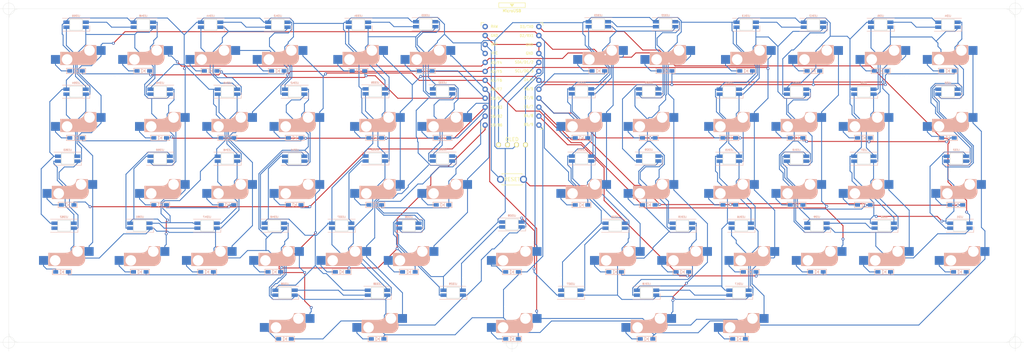
<source format=kicad_pcb>
(kicad_pcb (version 20171130) (host pcbnew "(5.1.9)-1")
  (title_block (title "YUIOP55 Keyboard") (date 2021-01-11) (rev 1) (company KaoriYa))
  (layers (0 F.Cu signal) (31 B.Cu signal) (34 B.Paste user) (35 F.Paste user) (36 B.SilkS user) (37 F.SilkS user) (38 B.Mask user) (39 F.Mask user) (44 Edge.Cuts user))
  (net 0 "")
  (net 1 "Net-(D1-Pad2)")
  (net 2 ROW2)
  (net 3 "Net-(D2-Pad2)")
  (net 4 "Net-(D3-Pad2)")
  (net 5 "Net-(D4-Pad2)")
  (net 6 "Net-(D5-Pad2)")
  (net 7 "Net-(D6-Pad2)")
  (net 8 ROW1)
  (net 9 "Net-(D7-Pad2)")
  (net 10 "Net-(D8-Pad2)")
  (net 11 "Net-(D9-Pad2)")
  (net 12 "Net-(D10-Pad2)")
  (net 13 "Net-(D11-Pad2)")
  (net 14 "Net-(D12-Pad2)")
  (net 15 ROW4)
  (net 16 "Net-(D13-Pad2)")
  (net 17 "Net-(D14-Pad2)")
  (net 18 "Net-(D15-Pad2)")
  (net 19 "Net-(D16-Pad2)")
  (net 20 "Net-(D17-Pad2)")
  (net 21 "Net-(D18-Pad2)")
  (net 22 ROW3)
  (net 23 "Net-(D19-Pad2)")
  (net 24 "Net-(D20-Pad2)")
  (net 25 "Net-(D21-Pad2)")
  (net 26 "Net-(D22-Pad2)")
  (net 27 "Net-(D23-Pad2)")
  (net 28 "Net-(D24-Pad2)")
  (net 29 "Net-(D25-Pad2)")
  (net 30 ROW6)
  (net 31 "Net-(D26-Pad2)")
  (net 32 "Net-(D27-Pad2)")
  (net 33 "Net-(D28-Pad2)")
  (net 34 "Net-(D29-Pad2)")
  (net 35 "Net-(D30-Pad2)")
  (net 36 ROW5)
  (net 37 "Net-(D31-Pad2)")
  (net 38 "Net-(D32-Pad2)")
  (net 39 "Net-(D33-Pad2)")
  (net 40 "Net-(D34-Pad2)")
  (net 41 "Net-(D35-Pad2)")
  (net 42 "Net-(D36-Pad2)")
  (net 43 "Net-(D37-Pad2)")
  (net 44 ROW8)
  (net 45 "Net-(D38-Pad2)")
  (net 46 "Net-(D39-Pad2)")
  (net 47 "Net-(D40-Pad2)")
  (net 48 "Net-(D41-Pad2)")
  (net 49 "Net-(D42-Pad2)")
  (net 50 "Net-(D43-Pad2)")
  (net 51 ROW7)
  (net 52 "Net-(D44-Pad2)")
  (net 53 "Net-(D45-Pad2)")
  (net 54 "Net-(D46-Pad2)")
  (net 55 "Net-(D47-Pad2)")
  (net 56 "Net-(D48-Pad2)")
  (net 57 ROW9)
  (net 58 "Net-(D49-Pad2)")
  (net 59 "Net-(D50-Pad2)")
  (net 60 "Net-(D51-Pad2)")
  (net 61 "Net-(D52-Pad2)")
  (net 62 "Net-(D53-Pad2)")
  (net 63 "Net-(D54-Pad2)")
  (net 64 VCC)
  (net 65 "Net-(LED1-Pad2)")
  (net 66 LED)
  (net 67 GND)
  (net 68 "Net-(LED2-Pad2)")
  (net 69 "Net-(LED3-Pad2)")
  (net 70 "Net-(LED4-Pad2)")
  (net 71 "Net-(LED5-Pad2)")
  (net 72 "Net-(LED6-Pad2)")
  (net 73 "Net-(LED7-Pad2)")
  (net 74 "Net-(LED8-Pad2)")
  (net 75 "Net-(LED10-Pad4)")
  (net 76 "Net-(LED10-Pad2)")
  (net 77 "Net-(LED11-Pad2)")
  (net 78 "Net-(LED12-Pad2)")
  (net 79 "Net-(LED13-Pad2)")
  (net 80 "Net-(LED14-Pad2)")
  (net 81 "Net-(LED15-Pad2)")
  (net 82 "Net-(LED16-Pad2)")
  (net 83 "Net-(LED17-Pad2)")
  (net 84 "Net-(LED18-Pad2)")
  (net 85 "Net-(LED19-Pad2)")
  (net 86 "Net-(LED20-Pad2)")
  (net 87 "Net-(LED21-Pad2)")
  (net 88 "Net-(LED22-Pad2)")
  (net 89 "Net-(LED23-Pad2)")
  (net 90 "Net-(LED24-Pad2)")
  (net 91 "Net-(LED25-Pad2)")
  (net 92 "Net-(LED26-Pad2)")
  (net 93 "Net-(LED27-Pad2)")
  (net 94 "Net-(LED28-Pad2)")
  (net 95 "Net-(LED29-Pad2)")
  (net 96 "Net-(LED30-Pad2)")
  (net 97 "Net-(LED31-Pad2)")
  (net 98 "Net-(LED32-Pad2)")
  (net 99 "Net-(LED33-Pad2)")
  (net 100 "Net-(LED34-Pad2)")
  (net 101 "Net-(LED35-Pad2)")
  (net 102 "Net-(LED36-Pad2)")
  (net 103 "Net-(LED37-Pad2)")
  (net 104 "Net-(LED38-Pad2)")
  (net 105 "Net-(LED39-Pad2)")
  (net 106 "Net-(LED40-Pad2)")
  (net 107 "Net-(LED41-Pad2)")
  (net 108 "Net-(LED42-Pad2)")
  (net 109 "Net-(LED43-Pad2)")
  (net 110 "Net-(LED44-Pad2)")
  (net 111 "Net-(LED45-Pad2)")
  (net 112 "Net-(LED46-Pad2)")
  (net 113 "Net-(LED47-Pad2)")
  (net 114 "Net-(LED48-Pad2)")
  (net 115 "Net-(LED48-Pad4)")
  (net 116 "Net-(LED49-Pad4)")
  (net 117 "Net-(LED50-Pad4)")
  (net 118 "Net-(LED52-Pad4)")
  (net 119 "Net-(LED52-Pad2)")
  (net 120 "Net-(LED53-Pad4)")
  (net 121 "Net-(LED54-Pad4)")
  (net 122 SDA)
  (net 123 SCL)
  (net 124 COL1)
  (net 125 COL2)
  (net 126 COL3)
  (net 127 COL4)
  (net 128 COL5)
  (net 129 COL6)
  (net 130 RST)
  (net 131 "Net-(U1-Pad24)")
  (module kbd:M2_HOLE_v2 (layer F.Cu) (at 224.441 172.608)
    (fp_text reference HOLE7 hide)
    (fp_text value Val** hide)
    (pad "" np_thru_hole circle (at 0 0) (size 4.3 4.3) (drill 4.3) (layers *.Cu *.Mask))
  )
  (module kbd:M2_HOLE_v2 (layer F.Cu) (at 257.969 139.207)
    (fp_text reference HOLE6 hide)
    (fp_text value Val** hide)
    (pad "" np_thru_hole circle (at 0 0) (size 4.3 4.3) (drill 4.3) (layers *.Cu *.Mask))
  )
  (module kbd:M2_HOLE_v2 (layer F.Cu) (at 156.369 139.207)
    (fp_text reference HOLE5 hide)
    (fp_text value Val** hide)
    (pad "" np_thru_hole circle (at 0 0) (size 4.3 4.3) (drill 4.3) (layers *.Cu *.Mask))
  )
  (module kbd:M2_HOLE_v2 (layer F.Cu) (at 343.44 158.511)
    (fp_text reference HOLE4 hide)
    (fp_text value Val** hide)
    (pad "" np_thru_hole circle (at 0 0) (size 4.3 4.3) (drill 4.3) (layers *.Cu *.Mask))
  )
  (module kbd:M2_HOLE_v2 (layer F.Cu) (at 70.8978 158.511)
    (fp_text reference HOLE3 hide)
    (fp_text value Val** hide)
    (pad "" np_thru_hole circle (at 0 0) (size 4.3 4.3) (drill 4.3) (layers *.Cu *.Mask))
  )
  (module kbd:M2_HOLE_v2 (layer F.Cu) (at 318.929 120.411)
    (fp_text reference HOLE2 hide)
    (fp_text value Val** hide)
    (pad "" np_thru_hole circle (at 0 0) (size 4.3 4.3) (drill 4.3) (layers *.Cu *.Mask))
  )
  (module kbd:M2_HOLE_v2 (layer F.Cu) (at 95.4088 120.411)
    (fp_text reference HOLE1 hide)
    (fp_text value Val** hide)
    (pad "" np_thru_hole circle (at 0 0) (size 4.3 4.3) (drill 4.3) (layers *.Cu *.Mask))
  )
  (module yuiop:D3_SMD_v2_B (layer F.Cu) (at 83.7125 116.878)
    (fp_text reference D1 hide)
    (fp_text value D hide)
    (pad 2 smd rect (at -1.775 0 180) (size 1.4 1) (layers B.Cu B.Paste B.Mask) (net 1 "Net-(D1-Pad2)"))
    (pad 1 smd rect (at 1.775 0 180) (size 1.4 1) (layers B.Cu B.Paste B.Mask) (net 2 ROW2))
  )
  (module yuiop:D3_SMD_v2_B (layer F.Cu) (at 102.762 116.878)
    (fp_text reference D2 hide)
    (fp_text value D hide)
    (pad 1 smd rect (at 1.775 0 180) (size 1.4 1) (layers B.Cu B.Paste B.Mask) (net 2 ROW2))
    (pad 2 smd rect (at -1.775 0 180) (size 1.4 1) (layers B.Cu B.Paste B.Mask) (net 3 "Net-(D2-Pad2)"))
  )
  (module yuiop:D3_SMD_v2_B (layer F.Cu) (at 121.812 116.878)
    (fp_text reference D3 hide)
    (fp_text value D hide)
    (pad 1 smd rect (at 1.775 0 180) (size 1.4 1) (layers B.Cu B.Paste B.Mask) (net 2 ROW2))
    (pad 2 smd rect (at -1.775 0 180) (size 1.4 1) (layers B.Cu B.Paste B.Mask) (net 4 "Net-(D3-Pad2)"))
  )
  (module yuiop:D3_SMD_v2_B (layer F.Cu) (at 140.862 116.878)
    (fp_text reference D4 hide)
    (fp_text value D hide)
    (pad 1 smd rect (at 1.775 0 180) (size 1.4 1) (layers B.Cu B.Paste B.Mask) (net 2 ROW2))
    (pad 2 smd rect (at -1.775 0 180) (size 1.4 1) (layers B.Cu B.Paste B.Mask) (net 5 "Net-(D4-Pad2)"))
  )
  (module yuiop:D3_SMD_v2_B (layer F.Cu) (at 163.675 116.878)
    (fp_text reference D5 hide)
    (fp_text value D hide)
    (pad 1 smd rect (at 1.775 0 180) (size 1.4 1) (layers B.Cu B.Paste B.Mask) (net 2 ROW2))
    (pad 2 smd rect (at -1.775 0 180) (size 1.4 1) (layers B.Cu B.Paste B.Mask) (net 6 "Net-(D5-Pad2)"))
  )
  (module yuiop:D3_SMD_v2_B (layer F.Cu) (at 182.725 116.878)
    (fp_text reference D6 hide)
    (fp_text value D hide)
    (pad 2 smd rect (at -1.775 0 180) (size 1.4 1) (layers B.Cu B.Paste B.Mask) (net 7 "Net-(D6-Pad2)"))
    (pad 1 smd rect (at 1.775 0 180) (size 1.4 1) (layers B.Cu B.Paste B.Mask) (net 2 ROW2))
  )
  (module yuiop:D3_SMD_v2_B (layer F.Cu) (at 231.612 116.878)
    (fp_text reference D7 hide)
    (fp_text value D hide)
    (pad 1 smd rect (at 1.775 0 180) (size 1.4 1) (layers B.Cu B.Paste B.Mask) (net 8 ROW1))
    (pad 2 smd rect (at -1.775 0 180) (size 1.4 1) (layers B.Cu B.Paste B.Mask) (net 9 "Net-(D7-Pad2)"))
  )
  (module yuiop:D3_SMD_v2_B (layer F.Cu) (at 250.662 116.878)
    (fp_text reference D8 hide)
    (fp_text value D hide)
    (pad 1 smd rect (at 1.775 0 180) (size 1.4 1) (layers B.Cu B.Paste B.Mask) (net 8 ROW1))
    (pad 2 smd rect (at -1.775 0 180) (size 1.4 1) (layers B.Cu B.Paste B.Mask) (net 10 "Net-(D8-Pad2)"))
  )
  (module yuiop:D3_SMD_v2_B (layer F.Cu) (at 273.475 116.878)
    (fp_text reference D9 hide)
    (fp_text value D hide)
    (pad 1 smd rect (at 1.775 0 180) (size 1.4 1) (layers B.Cu B.Paste B.Mask) (net 8 ROW1))
    (pad 2 smd rect (at -1.775 0 180) (size 1.4 1) (layers B.Cu B.Paste B.Mask) (net 11 "Net-(D9-Pad2)"))
  )
  (module yuiop:D3_SMD_v2_B (layer F.Cu) (at 292.525 116.878)
    (fp_text reference D10 hide)
    (fp_text value D hide)
    (pad 2 smd rect (at -1.775 0 180) (size 1.4 1) (layers B.Cu B.Paste B.Mask) (net 12 "Net-(D10-Pad2)"))
    (pad 1 smd rect (at 1.775 0 180) (size 1.4 1) (layers B.Cu B.Paste B.Mask) (net 8 ROW1))
  )
  (module yuiop:D3_SMD_v2_B (layer F.Cu) (at 311.575 116.878)
    (fp_text reference D11 hide)
    (fp_text value D hide)
    (pad 1 smd rect (at 1.775 0 180) (size 1.4 1) (layers B.Cu B.Paste B.Mask) (net 8 ROW1))
    (pad 2 smd rect (at -1.775 0 180) (size 1.4 1) (layers B.Cu B.Paste B.Mask) (net 13 "Net-(D11-Pad2)"))
  )
  (module yuiop:D3_SMD_v2_B (layer F.Cu) (at 330.625 116.878)
    (fp_text reference D12 hide)
    (fp_text value D hide)
    (pad 2 smd rect (at -1.775 0 180) (size 1.4 1) (layers B.Cu B.Paste B.Mask) (net 14 "Net-(D12-Pad2)"))
    (pad 1 smd rect (at 1.775 0 180) (size 1.4 1) (layers B.Cu B.Paste B.Mask) (net 8 ROW1))
  )
  (module yuiop:D3_SMD_v2_B (layer F.Cu) (at 83.7125 135.879)
    (fp_text reference D13 hide)
    (fp_text value D hide)
    (pad 1 smd rect (at 1.775 0 180) (size 1.4 1) (layers B.Cu B.Paste B.Mask) (net 15 ROW4))
    (pad 2 smd rect (at -1.775 0 180) (size 1.4 1) (layers B.Cu B.Paste B.Mask) (net 16 "Net-(D13-Pad2)"))
  )
  (module yuiop:D3_SMD_v2_B (layer F.Cu) (at 107.525 135.879)
    (fp_text reference D14 hide)
    (fp_text value D hide)
    (pad 1 smd rect (at 1.775 0 180) (size 1.4 1) (layers B.Cu B.Paste B.Mask) (net 15 ROW4))
    (pad 2 smd rect (at -1.775 0 180) (size 1.4 1) (layers B.Cu B.Paste B.Mask) (net 17 "Net-(D14-Pad2)"))
  )
  (module yuiop:D3_SMD_v2_B (layer F.Cu) (at 126.575 135.879)
    (fp_text reference D15 hide)
    (fp_text value D hide)
    (pad 1 smd rect (at 1.775 0 180) (size 1.4 1) (layers B.Cu B.Paste B.Mask) (net 15 ROW4))
    (pad 2 smd rect (at -1.775 0 180) (size 1.4 1) (layers B.Cu B.Paste B.Mask) (net 18 "Net-(D15-Pad2)"))
  )
  (module yuiop:D3_SMD_v2_B (layer F.Cu) (at 145.625 135.879)
    (fp_text reference D16 hide)
    (fp_text value D hide)
    (pad 2 smd rect (at -1.775 0 180) (size 1.4 1) (layers B.Cu B.Paste B.Mask) (net 19 "Net-(D16-Pad2)"))
    (pad 1 smd rect (at 1.775 0 180) (size 1.4 1) (layers B.Cu B.Paste B.Mask) (net 15 ROW4))
  )
  (module yuiop:D3_SMD_v2_B (layer F.Cu) (at 168.438 135.879)
    (fp_text reference D17 hide)
    (fp_text value D hide)
    (pad 2 smd rect (at -1.775 0 180) (size 1.4 1) (layers B.Cu B.Paste B.Mask) (net 20 "Net-(D17-Pad2)"))
    (pad 1 smd rect (at 1.775 0 180) (size 1.4 1) (layers B.Cu B.Paste B.Mask) (net 15 ROW4))
  )
  (module yuiop:D3_SMD_v2_B (layer F.Cu) (at 187.488 135.879)
    (fp_text reference D18 hide)
    (fp_text value D hide)
    (pad 1 smd rect (at 1.775 0 180) (size 1.4 1) (layers B.Cu B.Paste B.Mask) (net 15 ROW4))
    (pad 2 smd rect (at -1.775 0 180) (size 1.4 1) (layers B.Cu B.Paste B.Mask) (net 21 "Net-(D18-Pad2)"))
  )
  (module yuiop:D3_SMD_v2_B (layer F.Cu) (at 226.85 135.879)
    (fp_text reference D19 hide)
    (fp_text value D hide)
    (pad 1 smd rect (at 1.775 0 180) (size 1.4 1) (layers B.Cu B.Paste B.Mask) (net 22 ROW3))
    (pad 2 smd rect (at -1.775 0 180) (size 1.4 1) (layers B.Cu B.Paste B.Mask) (net 23 "Net-(D19-Pad2)"))
  )
  (module yuiop:D3_SMD_v2_B (layer F.Cu) (at 245.9 135.879)
    (fp_text reference D20 hide)
    (fp_text value D hide)
    (pad 2 smd rect (at -1.775 0 180) (size 1.4 1) (layers B.Cu B.Paste B.Mask) (net 24 "Net-(D20-Pad2)"))
    (pad 1 smd rect (at 1.775 0 180) (size 1.4 1) (layers B.Cu B.Paste B.Mask) (net 22 ROW3))
  )
  (module yuiop:D3_SMD_v2_B (layer F.Cu) (at 268.712 135.879)
    (fp_text reference D21 hide)
    (fp_text value D hide)
    (pad 2 smd rect (at -1.775 0 180) (size 1.4 1) (layers B.Cu B.Paste B.Mask) (net 25 "Net-(D21-Pad2)"))
    (pad 1 smd rect (at 1.775 0 180) (size 1.4 1) (layers B.Cu B.Paste B.Mask) (net 22 ROW3))
  )
  (module yuiop:D3_SMD_v2_B (layer F.Cu) (at 287.762 135.879)
    (fp_text reference D22 hide)
    (fp_text value D hide)
    (pad 2 smd rect (at -1.775 0 180) (size 1.4 1) (layers B.Cu B.Paste B.Mask) (net 26 "Net-(D22-Pad2)"))
    (pad 1 smd rect (at 1.775 0 180) (size 1.4 1) (layers B.Cu B.Paste B.Mask) (net 22 ROW3))
  )
  (module yuiop:D3_SMD_v2_B (layer F.Cu) (at 306.812 135.879)
    (fp_text reference D23 hide)
    (fp_text value D hide)
    (pad 2 smd rect (at -1.775 0 180) (size 1.4 1) (layers B.Cu B.Paste B.Mask) (net 27 "Net-(D23-Pad2)"))
    (pad 1 smd rect (at 1.775 0 180) (size 1.4 1) (layers B.Cu B.Paste B.Mask) (net 22 ROW3))
  )
  (module yuiop:D3_SMD_v2_B (layer F.Cu) (at 330.625 135.879)
    (fp_text reference D24 hide)
    (fp_text value D hide)
    (pad 2 smd rect (at -1.775 0 180) (size 1.4 1) (layers B.Cu B.Paste B.Mask) (net 28 "Net-(D24-Pad2)"))
    (pad 1 smd rect (at 1.775 0 180) (size 1.4 1) (layers B.Cu B.Paste B.Mask) (net 22 ROW3))
  )
  (module yuiop:D3_SMD_v2_B (layer F.Cu) (at 81.3312 154.879)
    (fp_text reference D25 hide)
    (fp_text value D hide)
    (pad 2 smd rect (at -1.775 0 180) (size 1.4 1) (layers B.Cu B.Paste B.Mask) (net 29 "Net-(D25-Pad2)"))
    (pad 1 smd rect (at 1.775 0 180) (size 1.4 1) (layers B.Cu B.Paste B.Mask) (net 30 ROW6))
  )
  (module yuiop:D3_SMD_v2_B (layer F.Cu) (at 107.525 154.879)
    (fp_text reference D26 hide)
    (fp_text value D hide)
    (pad 2 smd rect (at -1.775 0 180) (size 1.4 1) (layers B.Cu B.Paste B.Mask) (net 31 "Net-(D26-Pad2)"))
    (pad 1 smd rect (at 1.775 0 180) (size 1.4 1) (layers B.Cu B.Paste B.Mask) (net 30 ROW6))
  )
  (module yuiop:D3_SMD_v2_B (layer F.Cu) (at 126.575 154.879)
    (fp_text reference D27 hide)
    (fp_text value D hide)
    (pad 1 smd rect (at 1.775 0 180) (size 1.4 1) (layers B.Cu B.Paste B.Mask) (net 30 ROW6))
    (pad 2 smd rect (at -1.775 0 180) (size 1.4 1) (layers B.Cu B.Paste B.Mask) (net 32 "Net-(D27-Pad2)"))
  )
  (module yuiop:D3_SMD_v2_B (layer F.Cu) (at 145.625 154.879)
    (fp_text reference D28 hide)
    (fp_text value D hide)
    (pad 1 smd rect (at 1.775 0 180) (size 1.4 1) (layers B.Cu B.Paste B.Mask) (net 30 ROW6))
    (pad 2 smd rect (at -1.775 0 180) (size 1.4 1) (layers B.Cu B.Paste B.Mask) (net 33 "Net-(D28-Pad2)"))
  )
  (module yuiop:D3_SMD_v2_B (layer F.Cu) (at 168.438 154.879)
    (fp_text reference D29 hide)
    (fp_text value D hide)
    (pad 2 smd rect (at -1.775 0 180) (size 1.4 1) (layers B.Cu B.Paste B.Mask) (net 34 "Net-(D29-Pad2)"))
    (pad 1 smd rect (at 1.775 0 180) (size 1.4 1) (layers B.Cu B.Paste B.Mask) (net 30 ROW6))
  )
  (module yuiop:D3_SMD_v2_B (layer F.Cu) (at 187.488 154.879)
    (fp_text reference D30 hide)
    (fp_text value D hide)
    (pad 1 smd rect (at 1.775 0 180) (size 1.4 1) (layers B.Cu B.Paste B.Mask) (net 30 ROW6))
    (pad 2 smd rect (at -1.775 0 180) (size 1.4 1) (layers B.Cu B.Paste B.Mask) (net 35 "Net-(D30-Pad2)"))
  )
  (module yuiop:D3_SMD_v2_B (layer F.Cu) (at 226.85 154.879)
    (fp_text reference D31 hide)
    (fp_text value D hide)
    (pad 2 smd rect (at -1.775 0 180) (size 1.4 1) (layers B.Cu B.Paste B.Mask) (net 37 "Net-(D31-Pad2)"))
    (pad 1 smd rect (at 1.775 0 180) (size 1.4 1) (layers B.Cu B.Paste B.Mask) (net 36 ROW5))
  )
  (module yuiop:D3_SMD_v2_B (layer F.Cu) (at 245.9 154.879)
    (fp_text reference D32 hide)
    (fp_text value D hide)
    (pad 1 smd rect (at 1.775 0 180) (size 1.4 1) (layers B.Cu B.Paste B.Mask) (net 36 ROW5))
    (pad 2 smd rect (at -1.775 0 180) (size 1.4 1) (layers B.Cu B.Paste B.Mask) (net 38 "Net-(D32-Pad2)"))
  )
  (module yuiop:D3_SMD_v2_B (layer F.Cu) (at 268.712 154.879)
    (fp_text reference D33 hide)
    (fp_text value D hide)
    (pad 2 smd rect (at -1.775 0 180) (size 1.4 1) (layers B.Cu B.Paste B.Mask) (net 39 "Net-(D33-Pad2)"))
    (pad 1 smd rect (at 1.775 0 180) (size 1.4 1) (layers B.Cu B.Paste B.Mask) (net 36 ROW5))
  )
  (module yuiop:D3_SMD_v2_B (layer F.Cu) (at 287.762 154.879)
    (fp_text reference D34 hide)
    (fp_text value D hide)
    (pad 1 smd rect (at 1.775 0 180) (size 1.4 1) (layers B.Cu B.Paste B.Mask) (net 36 ROW5))
    (pad 2 smd rect (at -1.775 0 180) (size 1.4 1) (layers B.Cu B.Paste B.Mask) (net 40 "Net-(D34-Pad2)"))
  )
  (module yuiop:D3_SMD_v2_B (layer F.Cu) (at 306.812 154.879)
    (fp_text reference D35 hide)
    (fp_text value D hide)
    (pad 2 smd rect (at -1.775 0 180) (size 1.4 1) (layers B.Cu B.Paste B.Mask) (net 41 "Net-(D35-Pad2)"))
    (pad 1 smd rect (at 1.775 0 180) (size 1.4 1) (layers B.Cu B.Paste B.Mask) (net 36 ROW5))
  )
  (module yuiop:D3_SMD_v2_B (layer F.Cu) (at 333.006 154.879)
    (fp_text reference D36 hide)
    (fp_text value D hide)
    (pad 1 smd rect (at 1.775 0 180) (size 1.4 1) (layers B.Cu B.Paste B.Mask) (net 36 ROW5))
    (pad 2 smd rect (at -1.775 0 180) (size 1.4 1) (layers B.Cu B.Paste B.Mask) (net 42 "Net-(D36-Pad2)"))
  )
  (module yuiop:D3_SMD_v2_B (layer F.Cu) (at 79.725 173.88)
    (fp_text reference D37 hide)
    (fp_text value D hide)
    (pad 1 smd rect (at 1.775 0 180) (size 1.4 1) (layers B.Cu B.Paste B.Mask) (net 44 ROW8))
    (pad 2 smd rect (at -1.775 0 180) (size 1.4 1) (layers B.Cu B.Paste B.Mask) (net 43 "Net-(D37-Pad2)"))
  )
  (module yuiop:D3_SMD_v2_B (layer F.Cu) (at 101.762 173.88)
    (fp_text reference D38 hide)
    (fp_text value D hide)
    (pad 2 smd rect (at -1.775 0 180) (size 1.4 1) (layers B.Cu B.Paste B.Mask) (net 45 "Net-(D38-Pad2)"))
    (pad 1 smd rect (at 1.775 0 180) (size 1.4 1) (layers B.Cu B.Paste B.Mask) (net 44 ROW8))
  )
  (module yuiop:D3_SMD_v2_B (layer F.Cu) (at 120.812 173.88)
    (fp_text reference D39 hide)
    (fp_text value D hide)
    (pad 1 smd rect (at 1.775 0 180) (size 1.4 1) (layers B.Cu B.Paste B.Mask) (net 44 ROW8))
    (pad 2 smd rect (at -1.775 0 180) (size 1.4 1) (layers B.Cu B.Paste B.Mask) (net 46 "Net-(D39-Pad2)"))
  )
  (module yuiop:D3_SMD_v2_B (layer F.Cu) (at 139.862 173.88)
    (fp_text reference D40 hide)
    (fp_text value D hide)
    (pad 2 smd rect (at -1.775 0 180) (size 1.4 1) (layers B.Cu B.Paste B.Mask) (net 47 "Net-(D40-Pad2)"))
    (pad 1 smd rect (at 1.775 0 180) (size 1.4 1) (layers B.Cu B.Paste B.Mask) (net 44 ROW8))
  )
  (module yuiop:D3_SMD_v2_B (layer F.Cu) (at 158.912 173.88)
    (fp_text reference D41 hide)
    (fp_text value D hide)
    (pad 2 smd rect (at -1.775 0 180) (size 1.4 1) (layers B.Cu B.Paste B.Mask) (net 48 "Net-(D41-Pad2)"))
    (pad 1 smd rect (at 1.775 0 180) (size 1.4 1) (layers B.Cu B.Paste B.Mask) (net 44 ROW8))
  )
  (module yuiop:D3_SMD_v2_B (layer F.Cu) (at 177.962 173.88)
    (fp_text reference D42 hide)
    (fp_text value D hide)
    (pad 2 smd rect (at -1.775 0 180) (size 1.4 1) (layers B.Cu B.Paste B.Mask) (net 49 "Net-(D42-Pad2)"))
    (pad 1 smd rect (at 1.775 0 180) (size 1.4 1) (layers B.Cu B.Paste B.Mask) (net 44 ROW8))
  )
  (module yuiop:D3_SMD_v2_B (layer F.Cu) (at 236.375 173.88)
    (fp_text reference D43 hide)
    (fp_text value D hide)
    (pad 2 smd rect (at -1.775 0 180) (size 1.4 1) (layers B.Cu B.Paste B.Mask) (net 50 "Net-(D43-Pad2)"))
    (pad 1 smd rect (at 1.775 0 180) (size 1.4 1) (layers B.Cu B.Paste B.Mask) (net 51 ROW7))
  )
  (module yuiop:D3_SMD_v2_B (layer F.Cu) (at 255.425 173.88)
    (fp_text reference D44 hide)
    (fp_text value D hide)
    (pad 1 smd rect (at 1.775 0 180) (size 1.4 1) (layers B.Cu B.Paste B.Mask) (net 51 ROW7))
    (pad 2 smd rect (at -1.775 0 180) (size 1.4 1) (layers B.Cu B.Paste B.Mask) (net 52 "Net-(D44-Pad2)"))
  )
  (module yuiop:D3_SMD_v2_B (layer F.Cu) (at 274.475 173.88)
    (fp_text reference D45 hide)
    (fp_text value D hide)
    (pad 2 smd rect (at -1.775 0 180) (size 1.4 1) (layers B.Cu B.Paste B.Mask) (net 53 "Net-(D45-Pad2)"))
    (pad 1 smd rect (at 1.775 0 180) (size 1.4 1) (layers B.Cu B.Paste B.Mask) (net 51 ROW7))
  )
  (module yuiop:D3_SMD_v2_B (layer F.Cu) (at 293.525 173.88)
    (fp_text reference D46 hide)
    (fp_text value D hide)
    (pad 1 smd rect (at 1.775 0 180) (size 1.4 1) (layers B.Cu B.Paste B.Mask) (net 51 ROW7))
    (pad 2 smd rect (at -1.775 0 180) (size 1.4 1) (layers B.Cu B.Paste B.Mask) (net 54 "Net-(D46-Pad2)"))
  )
  (module yuiop:D3_SMD_v2_B (layer F.Cu) (at 312.575 173.88)
    (fp_text reference D47 hide)
    (fp_text value D hide)
    (pad 2 smd rect (at -1.775 0 180) (size 1.4 1) (layers B.Cu B.Paste B.Mask) (net 55 "Net-(D47-Pad2)"))
    (pad 1 smd rect (at 1.775 0 180) (size 1.4 1) (layers B.Cu B.Paste B.Mask) (net 51 ROW7))
  )
  (module yuiop:D3_SMD_v2_B (layer F.Cu) (at 334.006 173.88)
    (fp_text reference D48 hide)
    (fp_text value D hide)
    (pad 1 smd rect (at 1.775 0 180) (size 1.4 1) (layers B.Cu B.Paste B.Mask) (net 51 ROW7))
    (pad 2 smd rect (at -1.775 0 180) (size 1.4 1) (layers B.Cu B.Paste B.Mask) (net 56 "Net-(D48-Pad2)"))
  )
  (module yuiop:D3_SMD_v2_B (layer F.Cu) (at 207.169 173.88)
    (fp_text reference D49 hide)
    (fp_text value D hide)
    (pad 1 smd rect (at 1.775 0 180) (size 1.4 1) (layers B.Cu B.Paste B.Mask) (net 57 ROW9))
    (pad 2 smd rect (at -1.775 0 180) (size 1.4 1) (layers B.Cu B.Paste B.Mask) (net 58 "Net-(D49-Pad2)"))
  )
  (module yuiop:D3_SMD_v2_B (layer F.Cu) (at 142.875 192.88)
    (fp_text reference D50 hide)
    (fp_text value D hide)
    (pad 2 smd rect (at -1.775 0 180) (size 1.4 1) (layers B.Cu B.Paste B.Mask) (net 59 "Net-(D50-Pad2)"))
    (pad 1 smd rect (at 1.775 0 180) (size 1.4 1) (layers B.Cu B.Paste B.Mask) (net 57 ROW9))
  )
  (module yuiop:D3_SMD_v2_B (layer F.Cu) (at 169.1 192.88)
    (fp_text reference D51 hide)
    (fp_text value D hide)
    (pad 1 smd rect (at 1.775 0 180) (size 1.4 1) (layers B.Cu B.Paste B.Mask) (net 57 ROW9))
    (pad 2 smd rect (at -1.775 0 180) (size 1.4 1) (layers B.Cu B.Paste B.Mask) (net 60 "Net-(D51-Pad2)"))
  )
  (module yuiop:D3_SMD_v2_B (layer F.Cu) (at 207.169 192.88)
    (fp_text reference D52 hide)
    (fp_text value D hide)
    (pad 2 smd rect (at -1.775 0 180) (size 1.4 1) (layers B.Cu B.Paste B.Mask) (net 61 "Net-(D52-Pad2)"))
    (pad 1 smd rect (at 1.775 0 180) (size 1.4 1) (layers B.Cu B.Paste B.Mask) (net 57 ROW9))
  )
  (module yuiop:D3_SMD_v2_B (layer F.Cu) (at 245.269 192.88)
    (fp_text reference D53 hide)
    (fp_text value D hide)
    (pad 1 smd rect (at 1.775 0 180) (size 1.4 1) (layers B.Cu B.Paste B.Mask) (net 57 ROW9))
    (pad 2 smd rect (at -1.775 0 180) (size 1.4 1) (layers B.Cu B.Paste B.Mask) (net 62 "Net-(D53-Pad2)"))
  )
  (module yuiop:D3_SMD_v2_B (layer F.Cu) (at 271.462 192.88)
    (fp_text reference D54 hide)
    (fp_text value D hide)
    (pad 2 smd rect (at -1.775 0 180) (size 1.4 1) (layers B.Cu B.Paste B.Mask) (net 63 "Net-(D54-Pad2)"))
    (pad 1 smd rect (at 1.775 0 180) (size 1.4 1) (layers B.Cu B.Paste B.Mask) (net 57 ROW9))
  )
  (module yuiop:SK6812MINI-E_B (layer F.Cu) (at 334.006 160.783)
    (fp_text reference LED1 (at 0 -2.5 180) (layer B.SilkS) (effects (font (size 0.5 0.5) (thickness 0.125)) (justify mirror)))
    (fp_text value YS-SK6812MINI-E hide)
    (fp_line (start 1.8 -1.55) (end 1.8 1.55) (layer Edge.Cuts) (width 0.12))
    (fp_line (start -1.8 -1.55) (end 1.8 -1.55) (layer Edge.Cuts) (width 0.12))
    (fp_line (start -1.8 1.55) (end -1.8 -1.55) (layer Edge.Cuts) (width 0.12))
    (fp_line (start 1.8 1.55) (end -1.8 1.55) (layer Edge.Cuts) (width 0.12))
    (pad 1 smd rect (at -2.75 -0.7 180) (size 1.7 1) (layers B.Cu B.Paste B.Mask) (net 64 VCC))
    (pad 2 smd rect (at -2.75 0.7 180) (size 1.7 1) (layers B.Cu B.Paste B.Mask) (net 65 "Net-(LED1-Pad2)"))
    (pad 4 smd rect (at 2.75 -0.7 180) (size 1.7 1) (layers B.Cu B.Paste B.Mask) (net 66 LED))
    (pad 3 smd rect (at 2.75 0.7 180) (size 1.7 1) (layers B.Cu B.Paste B.Mask) (net 67 GND))
  )
  (module yuiop:SK6812MINI-E_B (layer F.Cu) (at 333.006 141.783)
    (fp_text reference LED2 (at 0 -2.5 180) (layer B.SilkS) (effects (font (size 0.5 0.5) (thickness 0.125)) (justify mirror)))
    (fp_text value YS-SK6812MINI-E hide)
    (fp_line (start 1.8 -1.55) (end 1.8 1.55) (layer Edge.Cuts) (width 0.12))
    (fp_line (start -1.8 -1.55) (end 1.8 -1.55) (layer Edge.Cuts) (width 0.12))
    (fp_line (start -1.8 1.55) (end -1.8 -1.55) (layer Edge.Cuts) (width 0.12))
    (fp_line (start 1.8 1.55) (end -1.8 1.55) (layer Edge.Cuts) (width 0.12))
    (pad 1 smd rect (at -2.75 -0.7 180) (size 1.7 1) (layers B.Cu B.Paste B.Mask) (net 64 VCC))
    (pad 2 smd rect (at -2.75 0.7 180) (size 1.7 1) (layers B.Cu B.Paste B.Mask) (net 68 "Net-(LED2-Pad2)"))
    (pad 4 smd rect (at 2.75 -0.7 180) (size 1.7 1) (layers B.Cu B.Paste B.Mask) (net 65 "Net-(LED1-Pad2)"))
    (pad 3 smd rect (at 2.75 0.7 180) (size 1.7 1) (layers B.Cu B.Paste B.Mask) (net 67 GND))
  )
  (module yuiop:SK6812MINI-E_B (layer F.Cu) (at 330.625 122.783)
    (fp_text reference LED3 (at 0 -2.5 180) (layer B.SilkS) (effects (font (size 0.5 0.5) (thickness 0.125)) (justify mirror)))
    (fp_text value YS-SK6812MINI-E hide)
    (fp_line (start 1.8 -1.55) (end 1.8 1.55) (layer Edge.Cuts) (width 0.12))
    (fp_line (start -1.8 -1.55) (end 1.8 -1.55) (layer Edge.Cuts) (width 0.12))
    (fp_line (start -1.8 1.55) (end -1.8 -1.55) (layer Edge.Cuts) (width 0.12))
    (fp_line (start 1.8 1.55) (end -1.8 1.55) (layer Edge.Cuts) (width 0.12))
    (pad 1 smd rect (at -2.75 -0.7 180) (size 1.7 1) (layers B.Cu B.Paste B.Mask) (net 64 VCC))
    (pad 2 smd rect (at -2.75 0.7 180) (size 1.7 1) (layers B.Cu B.Paste B.Mask) (net 69 "Net-(LED3-Pad2)"))
    (pad 4 smd rect (at 2.75 -0.7 180) (size 1.7 1) (layers B.Cu B.Paste B.Mask) (net 68 "Net-(LED2-Pad2)"))
    (pad 3 smd rect (at 2.75 0.7 180) (size 1.7 1) (layers B.Cu B.Paste B.Mask) (net 67 GND))
  )
  (module yuiop:SK6812MINI-E_B (layer F.Cu) (at 330.625 103.783)
    (fp_text reference LED4 (at 0 -2.5 180) (layer B.SilkS) (effects (font (size 0.5 0.5) (thickness 0.125)) (justify mirror)))
    (fp_text value YS-SK6812MINI-E hide)
    (fp_line (start 1.8 -1.55) (end 1.8 1.55) (layer Edge.Cuts) (width 0.12))
    (fp_line (start -1.8 -1.55) (end 1.8 -1.55) (layer Edge.Cuts) (width 0.12))
    (fp_line (start -1.8 1.55) (end -1.8 -1.55) (layer Edge.Cuts) (width 0.12))
    (fp_line (start 1.8 1.55) (end -1.8 1.55) (layer Edge.Cuts) (width 0.12))
    (pad 1 smd rect (at -2.75 -0.7 180) (size 1.7 1) (layers B.Cu B.Paste B.Mask) (net 64 VCC))
    (pad 2 smd rect (at -2.75 0.7 180) (size 1.7 1) (layers B.Cu B.Paste B.Mask) (net 70 "Net-(LED4-Pad2)"))
    (pad 4 smd rect (at 2.75 -0.7 180) (size 1.7 1) (layers B.Cu B.Paste B.Mask) (net 69 "Net-(LED3-Pad2)"))
    (pad 3 smd rect (at 2.75 0.7 180) (size 1.7 1) (layers B.Cu B.Paste B.Mask) (net 67 GND))
  )
  (module yuiop:SK6812MINI-E_B (layer F.Cu) (at 311.575 103.783)
    (fp_text reference LED5 (at 0 -2.5 180) (layer B.SilkS) (effects (font (size 0.5 0.5) (thickness 0.125)) (justify mirror)))
    (fp_text value YS-SK6812MINI-E hide)
    (fp_line (start 1.8 1.55) (end -1.8 1.55) (layer Edge.Cuts) (width 0.12))
    (fp_line (start -1.8 1.55) (end -1.8 -1.55) (layer Edge.Cuts) (width 0.12))
    (fp_line (start -1.8 -1.55) (end 1.8 -1.55) (layer Edge.Cuts) (width 0.12))
    (fp_line (start 1.8 -1.55) (end 1.8 1.55) (layer Edge.Cuts) (width 0.12))
    (pad 3 smd rect (at 2.75 0.7 180) (size 1.7 1) (layers B.Cu B.Paste B.Mask) (net 67 GND))
    (pad 4 smd rect (at 2.75 -0.7 180) (size 1.7 1) (layers B.Cu B.Paste B.Mask) (net 70 "Net-(LED4-Pad2)"))
    (pad 2 smd rect (at -2.75 0.7 180) (size 1.7 1) (layers B.Cu B.Paste B.Mask) (net 71 "Net-(LED5-Pad2)"))
    (pad 1 smd rect (at -2.75 -0.7 180) (size 1.7 1) (layers B.Cu B.Paste B.Mask) (net 64 VCC))
  )
  (module yuiop:SK6812MINI-E_B (layer F.Cu) (at 306.812 122.783)
    (fp_text reference LED6 (at 0 -2.5 180) (layer B.SilkS) (effects (font (size 0.5 0.5) (thickness 0.125)) (justify mirror)))
    (fp_text value YS-SK6812MINI-E hide)
    (fp_line (start 1.8 1.55) (end -1.8 1.55) (layer Edge.Cuts) (width 0.12))
    (fp_line (start -1.8 1.55) (end -1.8 -1.55) (layer Edge.Cuts) (width 0.12))
    (fp_line (start -1.8 -1.55) (end 1.8 -1.55) (layer Edge.Cuts) (width 0.12))
    (fp_line (start 1.8 -1.55) (end 1.8 1.55) (layer Edge.Cuts) (width 0.12))
    (pad 3 smd rect (at 2.75 0.7 180) (size 1.7 1) (layers B.Cu B.Paste B.Mask) (net 67 GND))
    (pad 4 smd rect (at 2.75 -0.7 180) (size 1.7 1) (layers B.Cu B.Paste B.Mask) (net 71 "Net-(LED5-Pad2)"))
    (pad 2 smd rect (at -2.75 0.7 180) (size 1.7 1) (layers B.Cu B.Paste B.Mask) (net 72 "Net-(LED6-Pad2)"))
    (pad 1 smd rect (at -2.75 -0.7 180) (size 1.7 1) (layers B.Cu B.Paste B.Mask) (net 64 VCC))
  )
  (module yuiop:SK6812MINI-E_B (layer F.Cu) (at 306.812 141.783)
    (fp_text reference LED7 (at 0 -2.5 180) (layer B.SilkS) (effects (font (size 0.5 0.5) (thickness 0.125)) (justify mirror)))
    (fp_text value YS-SK6812MINI-E hide)
    (fp_line (start 1.8 1.55) (end -1.8 1.55) (layer Edge.Cuts) (width 0.12))
    (fp_line (start -1.8 1.55) (end -1.8 -1.55) (layer Edge.Cuts) (width 0.12))
    (fp_line (start -1.8 -1.55) (end 1.8 -1.55) (layer Edge.Cuts) (width 0.12))
    (fp_line (start 1.8 -1.55) (end 1.8 1.55) (layer Edge.Cuts) (width 0.12))
    (pad 3 smd rect (at 2.75 0.7 180) (size 1.7 1) (layers B.Cu B.Paste B.Mask) (net 67 GND))
    (pad 4 smd rect (at 2.75 -0.7 180) (size 1.7 1) (layers B.Cu B.Paste B.Mask) (net 72 "Net-(LED6-Pad2)"))
    (pad 2 smd rect (at -2.75 0.7 180) (size 1.7 1) (layers B.Cu B.Paste B.Mask) (net 73 "Net-(LED7-Pad2)"))
    (pad 1 smd rect (at -2.75 -0.7 180) (size 1.7 1) (layers B.Cu B.Paste B.Mask) (net 64 VCC))
  )
  (module yuiop:SK6812MINI-E_B (layer F.Cu) (at 312.575 160.783)
    (fp_text reference LED8 (at 0 -2.5 180) (layer B.SilkS) (effects (font (size 0.5 0.5) (thickness 0.125)) (justify mirror)))
    (fp_text value YS-SK6812MINI-E hide)
    (fp_line (start 1.8 1.55) (end -1.8 1.55) (layer Edge.Cuts) (width 0.12))
    (fp_line (start -1.8 1.55) (end -1.8 -1.55) (layer Edge.Cuts) (width 0.12))
    (fp_line (start -1.8 -1.55) (end 1.8 -1.55) (layer Edge.Cuts) (width 0.12))
    (fp_line (start 1.8 -1.55) (end 1.8 1.55) (layer Edge.Cuts) (width 0.12))
    (pad 3 smd rect (at 2.75 0.7 180) (size 1.7 1) (layers B.Cu B.Paste B.Mask) (net 67 GND))
    (pad 4 smd rect (at 2.75 -0.7 180) (size 1.7 1) (layers B.Cu B.Paste B.Mask) (net 73 "Net-(LED7-Pad2)"))
    (pad 2 smd rect (at -2.75 0.7 180) (size 1.7 1) (layers B.Cu B.Paste B.Mask) (net 74 "Net-(LED8-Pad2)"))
    (pad 1 smd rect (at -2.75 -0.7 180) (size 1.7 1) (layers B.Cu B.Paste B.Mask) (net 64 VCC))
  )
  (module yuiop:SK6812MINI-E_B (layer F.Cu) (at 293.525 160.783)
    (fp_text reference LED9 (at 0 -2.5 180) (layer B.SilkS) (effects (font (size 0.5 0.5) (thickness 0.125)) (justify mirror)))
    (fp_text value YS-SK6812MINI-E hide)
    (fp_line (start 1.8 -1.55) (end 1.8 1.55) (layer Edge.Cuts) (width 0.12))
    (fp_line (start -1.8 -1.55) (end 1.8 -1.55) (layer Edge.Cuts) (width 0.12))
    (fp_line (start -1.8 1.55) (end -1.8 -1.55) (layer Edge.Cuts) (width 0.12))
    (fp_line (start 1.8 1.55) (end -1.8 1.55) (layer Edge.Cuts) (width 0.12))
    (pad 1 smd rect (at -2.75 -0.7 180) (size 1.7 1) (layers B.Cu B.Paste B.Mask) (net 64 VCC))
    (pad 2 smd rect (at -2.75 0.7 180) (size 1.7 1) (layers B.Cu B.Paste B.Mask) (net 75 "Net-(LED10-Pad4)"))
    (pad 4 smd rect (at 2.75 -0.7 180) (size 1.7 1) (layers B.Cu B.Paste B.Mask) (net 74 "Net-(LED8-Pad2)"))
    (pad 3 smd rect (at 2.75 0.7 180) (size 1.7 1) (layers B.Cu B.Paste B.Mask) (net 67 GND))
  )
  (module yuiop:SK6812MINI-E_B (layer F.Cu) (at 287.762 141.783)
    (fp_text reference LED10 (at 0 -2.5 180) (layer B.SilkS) (effects (font (size 0.5 0.5) (thickness 0.125)) (justify mirror)))
    (fp_text value YS-SK6812MINI-E hide)
    (fp_line (start 1.8 -1.55) (end 1.8 1.55) (layer Edge.Cuts) (width 0.12))
    (fp_line (start -1.8 -1.55) (end 1.8 -1.55) (layer Edge.Cuts) (width 0.12))
    (fp_line (start -1.8 1.55) (end -1.8 -1.55) (layer Edge.Cuts) (width 0.12))
    (fp_line (start 1.8 1.55) (end -1.8 1.55) (layer Edge.Cuts) (width 0.12))
    (pad 1 smd rect (at -2.75 -0.7 180) (size 1.7 1) (layers B.Cu B.Paste B.Mask) (net 64 VCC))
    (pad 2 smd rect (at -2.75 0.7 180) (size 1.7 1) (layers B.Cu B.Paste B.Mask) (net 76 "Net-(LED10-Pad2)"))
    (pad 4 smd rect (at 2.75 -0.7 180) (size 1.7 1) (layers B.Cu B.Paste B.Mask) (net 75 "Net-(LED10-Pad4)"))
    (pad 3 smd rect (at 2.75 0.7 180) (size 1.7 1) (layers B.Cu B.Paste B.Mask) (net 67 GND))
  )
  (module yuiop:SK6812MINI-E_B (layer F.Cu) (at 287.762 122.783)
    (fp_text reference LED11 (at 0 -2.5 180) (layer B.SilkS) (effects (font (size 0.5 0.5) (thickness 0.125)) (justify mirror)))
    (fp_text value YS-SK6812MINI-E hide)
    (fp_line (start 1.8 -1.55) (end 1.8 1.55) (layer Edge.Cuts) (width 0.12))
    (fp_line (start -1.8 -1.55) (end 1.8 -1.55) (layer Edge.Cuts) (width 0.12))
    (fp_line (start -1.8 1.55) (end -1.8 -1.55) (layer Edge.Cuts) (width 0.12))
    (fp_line (start 1.8 1.55) (end -1.8 1.55) (layer Edge.Cuts) (width 0.12))
    (pad 1 smd rect (at -2.75 -0.7 180) (size 1.7 1) (layers B.Cu B.Paste B.Mask) (net 64 VCC))
    (pad 2 smd rect (at -2.75 0.7 180) (size 1.7 1) (layers B.Cu B.Paste B.Mask) (net 77 "Net-(LED11-Pad2)"))
    (pad 4 smd rect (at 2.75 -0.7 180) (size 1.7 1) (layers B.Cu B.Paste B.Mask) (net 76 "Net-(LED10-Pad2)"))
    (pad 3 smd rect (at 2.75 0.7 180) (size 1.7 1) (layers B.Cu B.Paste B.Mask) (net 67 GND))
  )
  (module yuiop:SK6812MINI-E_B (layer F.Cu) (at 292.525 103.783)
    (fp_text reference LED12 (at 0 -2.5 180) (layer B.SilkS) (effects (font (size 0.5 0.5) (thickness 0.125)) (justify mirror)))
    (fp_text value YS-SK6812MINI-E hide)
    (fp_line (start 1.8 -1.55) (end 1.8 1.55) (layer Edge.Cuts) (width 0.12))
    (fp_line (start -1.8 -1.55) (end 1.8 -1.55) (layer Edge.Cuts) (width 0.12))
    (fp_line (start -1.8 1.55) (end -1.8 -1.55) (layer Edge.Cuts) (width 0.12))
    (fp_line (start 1.8 1.55) (end -1.8 1.55) (layer Edge.Cuts) (width 0.12))
    (pad 1 smd rect (at -2.75 -0.7 180) (size 1.7 1) (layers B.Cu B.Paste B.Mask) (net 64 VCC))
    (pad 2 smd rect (at -2.75 0.7 180) (size 1.7 1) (layers B.Cu B.Paste B.Mask) (net 78 "Net-(LED12-Pad2)"))
    (pad 4 smd rect (at 2.75 -0.7 180) (size 1.7 1) (layers B.Cu B.Paste B.Mask) (net 77 "Net-(LED11-Pad2)"))
    (pad 3 smd rect (at 2.75 0.7 180) (size 1.7 1) (layers B.Cu B.Paste B.Mask) (net 67 GND))
  )
  (module yuiop:SK6812MINI-E_B (layer F.Cu) (at 273.475 103.783)
    (fp_text reference LED13 (at 0 -2.5 180) (layer B.SilkS) (effects (font (size 0.5 0.5) (thickness 0.125)) (justify mirror)))
    (fp_text value YS-SK6812MINI-E hide)
    (fp_line (start 1.8 1.55) (end -1.8 1.55) (layer Edge.Cuts) (width 0.12))
    (fp_line (start -1.8 1.55) (end -1.8 -1.55) (layer Edge.Cuts) (width 0.12))
    (fp_line (start -1.8 -1.55) (end 1.8 -1.55) (layer Edge.Cuts) (width 0.12))
    (fp_line (start 1.8 -1.55) (end 1.8 1.55) (layer Edge.Cuts) (width 0.12))
    (pad 3 smd rect (at 2.75 0.7 180) (size 1.7 1) (layers B.Cu B.Paste B.Mask) (net 67 GND))
    (pad 4 smd rect (at 2.75 -0.7 180) (size 1.7 1) (layers B.Cu B.Paste B.Mask) (net 78 "Net-(LED12-Pad2)"))
    (pad 2 smd rect (at -2.75 0.7 180) (size 1.7 1) (layers B.Cu B.Paste B.Mask) (net 79 "Net-(LED13-Pad2)"))
    (pad 1 smd rect (at -2.75 -0.7 180) (size 1.7 1) (layers B.Cu B.Paste B.Mask) (net 64 VCC))
  )
  (module yuiop:SK6812MINI-E_B (layer F.Cu) (at 268.712 122.783)
    (fp_text reference LED14 (at 0 -2.5 180) (layer B.SilkS) (effects (font (size 0.5 0.5) (thickness 0.125)) (justify mirror)))
    (fp_text value YS-SK6812MINI-E hide)
    (fp_line (start 1.8 1.55) (end -1.8 1.55) (layer Edge.Cuts) (width 0.12))
    (fp_line (start -1.8 1.55) (end -1.8 -1.55) (layer Edge.Cuts) (width 0.12))
    (fp_line (start -1.8 -1.55) (end 1.8 -1.55) (layer Edge.Cuts) (width 0.12))
    (fp_line (start 1.8 -1.55) (end 1.8 1.55) (layer Edge.Cuts) (width 0.12))
    (pad 3 smd rect (at 2.75 0.7 180) (size 1.7 1) (layers B.Cu B.Paste B.Mask) (net 67 GND))
    (pad 4 smd rect (at 2.75 -0.7 180) (size 1.7 1) (layers B.Cu B.Paste B.Mask) (net 79 "Net-(LED13-Pad2)"))
    (pad 2 smd rect (at -2.75 0.7 180) (size 1.7 1) (layers B.Cu B.Paste B.Mask) (net 80 "Net-(LED14-Pad2)"))
    (pad 1 smd rect (at -2.75 -0.7 180) (size 1.7 1) (layers B.Cu B.Paste B.Mask) (net 64 VCC))
  )
  (module yuiop:SK6812MINI-E_B (layer F.Cu) (at 268.712 141.783)
    (fp_text reference LED15 (at 0 -2.5 180) (layer B.SilkS) (effects (font (size 0.5 0.5) (thickness 0.125)) (justify mirror)))
    (fp_text value YS-SK6812MINI-E hide)
    (fp_line (start 1.8 1.55) (end -1.8 1.55) (layer Edge.Cuts) (width 0.12))
    (fp_line (start -1.8 1.55) (end -1.8 -1.55) (layer Edge.Cuts) (width 0.12))
    (fp_line (start -1.8 -1.55) (end 1.8 -1.55) (layer Edge.Cuts) (width 0.12))
    (fp_line (start 1.8 -1.55) (end 1.8 1.55) (layer Edge.Cuts) (width 0.12))
    (pad 3 smd rect (at 2.75 0.7 180) (size 1.7 1) (layers B.Cu B.Paste B.Mask) (net 67 GND))
    (pad 4 smd rect (at 2.75 -0.7 180) (size 1.7 1) (layers B.Cu B.Paste B.Mask) (net 80 "Net-(LED14-Pad2)"))
    (pad 2 smd rect (at -2.75 0.7 180) (size 1.7 1) (layers B.Cu B.Paste B.Mask) (net 81 "Net-(LED15-Pad2)"))
    (pad 1 smd rect (at -2.75 -0.7 180) (size 1.7 1) (layers B.Cu B.Paste B.Mask) (net 64 VCC))
  )
  (module yuiop:SK6812MINI-E_B (layer F.Cu) (at 272.094 160.783)
    (fp_text reference LED16 (at 0 -2.5 180) (layer B.SilkS) (effects (font (size 0.5 0.5) (thickness 0.125)) (justify mirror)))
    (fp_text value YS-SK6812MINI-E hide)
    (fp_line (start 1.8 1.55) (end -1.8 1.55) (layer Edge.Cuts) (width 0.12))
    (fp_line (start -1.8 1.55) (end -1.8 -1.55) (layer Edge.Cuts) (width 0.12))
    (fp_line (start -1.8 -1.55) (end 1.8 -1.55) (layer Edge.Cuts) (width 0.12))
    (fp_line (start 1.8 -1.55) (end 1.8 1.55) (layer Edge.Cuts) (width 0.12))
    (pad 3 smd rect (at 2.75 0.7 180) (size 1.7 1) (layers B.Cu B.Paste B.Mask) (net 67 GND))
    (pad 4 smd rect (at 2.75 -0.7 180) (size 1.7 1) (layers B.Cu B.Paste B.Mask) (net 81 "Net-(LED15-Pad2)"))
    (pad 2 smd rect (at -2.75 0.7 180) (size 1.7 1) (layers B.Cu B.Paste B.Mask) (net 82 "Net-(LED16-Pad2)"))
    (pad 1 smd rect (at -2.75 -0.7 180) (size 1.7 1) (layers B.Cu B.Paste B.Mask) (net 64 VCC))
  )
  (module yuiop:SK6812MINI-E_B (layer F.Cu) (at 271.462 179.783)
    (fp_text reference LED17 (at 0 -2.5 180) (layer B.SilkS) (effects (font (size 0.5 0.5) (thickness 0.125)) (justify mirror)))
    (fp_text value YS-SK6812MINI-E hide)
    (fp_line (start 1.8 -1.55) (end 1.8 1.55) (layer Edge.Cuts) (width 0.12))
    (fp_line (start -1.8 -1.55) (end 1.8 -1.55) (layer Edge.Cuts) (width 0.12))
    (fp_line (start -1.8 1.55) (end -1.8 -1.55) (layer Edge.Cuts) (width 0.12))
    (fp_line (start 1.8 1.55) (end -1.8 1.55) (layer Edge.Cuts) (width 0.12))
    (pad 1 smd rect (at -2.75 -0.7 180) (size 1.7 1) (layers B.Cu B.Paste B.Mask) (net 64 VCC))
    (pad 2 smd rect (at -2.75 0.7 180) (size 1.7 1) (layers B.Cu B.Paste B.Mask) (net 83 "Net-(LED17-Pad2)"))
    (pad 4 smd rect (at 2.75 -0.7 180) (size 1.7 1) (layers B.Cu B.Paste B.Mask) (net 82 "Net-(LED16-Pad2)"))
    (pad 3 smd rect (at 2.75 0.7 180) (size 1.7 1) (layers B.Cu B.Paste B.Mask) (net 67 GND))
  )
  (module yuiop:SK6812MINI-E_B (layer F.Cu) (at 245.269 179.783)
    (fp_text reference LED18 (at 0 -2.5 180) (layer B.SilkS) (effects (font (size 0.5 0.5) (thickness 0.125)) (justify mirror)))
    (fp_text value YS-SK6812MINI-E hide)
    (fp_line (start 1.8 -1.55) (end 1.8 1.55) (layer Edge.Cuts) (width 0.12))
    (fp_line (start -1.8 -1.55) (end 1.8 -1.55) (layer Edge.Cuts) (width 0.12))
    (fp_line (start -1.8 1.55) (end -1.8 -1.55) (layer Edge.Cuts) (width 0.12))
    (fp_line (start 1.8 1.55) (end -1.8 1.55) (layer Edge.Cuts) (width 0.12))
    (pad 1 smd rect (at -2.75 -0.7 180) (size 1.7 1) (layers B.Cu B.Paste B.Mask) (net 64 VCC))
    (pad 2 smd rect (at -2.75 0.7 180) (size 1.7 1) (layers B.Cu B.Paste B.Mask) (net 84 "Net-(LED18-Pad2)"))
    (pad 4 smd rect (at 2.75 -0.7 180) (size 1.7 1) (layers B.Cu B.Paste B.Mask) (net 83 "Net-(LED17-Pad2)"))
    (pad 3 smd rect (at 2.75 0.7 180) (size 1.7 1) (layers B.Cu B.Paste B.Mask) (net 67 GND))
  )
  (module yuiop:SK6812MINI-E_B (layer F.Cu) (at 255.426 160.783)
    (fp_text reference LED19 (at 0 -2.5 180) (layer B.SilkS) (effects (font (size 0.5 0.5) (thickness 0.125)) (justify mirror)))
    (fp_text value YS-SK6812MINI-E hide)
    (fp_line (start 1.8 -1.55) (end 1.8 1.55) (layer Edge.Cuts) (width 0.12))
    (fp_line (start -1.8 -1.55) (end 1.8 -1.55) (layer Edge.Cuts) (width 0.12))
    (fp_line (start -1.8 1.55) (end -1.8 -1.55) (layer Edge.Cuts) (width 0.12))
    (fp_line (start 1.8 1.55) (end -1.8 1.55) (layer Edge.Cuts) (width 0.12))
    (pad 1 smd rect (at -2.75 -0.7 180) (size 1.7 1) (layers B.Cu B.Paste B.Mask) (net 64 VCC))
    (pad 2 smd rect (at -2.75 0.7 180) (size 1.7 1) (layers B.Cu B.Paste B.Mask) (net 85 "Net-(LED19-Pad2)"))
    (pad 4 smd rect (at 2.75 -0.7 180) (size 1.7 1) (layers B.Cu B.Paste B.Mask) (net 84 "Net-(LED18-Pad2)"))
    (pad 3 smd rect (at 2.75 0.7 180) (size 1.7 1) (layers B.Cu B.Paste B.Mask) (net 67 GND))
  )
  (module yuiop:SK6812MINI-E_B (layer F.Cu) (at 245.9 141.733)
    (fp_text reference LED20 (at 0 -2.5 180) (layer B.SilkS) (effects (font (size 0.5 0.5) (thickness 0.125)) (justify mirror)))
    (fp_text value YS-SK6812MINI-E hide)
    (fp_line (start 1.8 -1.55) (end 1.8 1.55) (layer Edge.Cuts) (width 0.12))
    (fp_line (start -1.8 -1.55) (end 1.8 -1.55) (layer Edge.Cuts) (width 0.12))
    (fp_line (start -1.8 1.55) (end -1.8 -1.55) (layer Edge.Cuts) (width 0.12))
    (fp_line (start 1.8 1.55) (end -1.8 1.55) (layer Edge.Cuts) (width 0.12))
    (pad 1 smd rect (at -2.75 -0.7 180) (size 1.7 1) (layers B.Cu B.Paste B.Mask) (net 64 VCC))
    (pad 2 smd rect (at -2.75 0.7 180) (size 1.7 1) (layers B.Cu B.Paste B.Mask) (net 86 "Net-(LED20-Pad2)"))
    (pad 4 smd rect (at 2.75 -0.7 180) (size 1.7 1) (layers B.Cu B.Paste B.Mask) (net 85 "Net-(LED19-Pad2)"))
    (pad 3 smd rect (at 2.75 0.7 180) (size 1.7 1) (layers B.Cu B.Paste B.Mask) (net 67 GND))
  )
  (module yuiop:SK6812MINI-E_B (layer F.Cu) (at 245.9 122.682)
    (fp_text reference LED21 (at 0 -2.5 180) (layer B.SilkS) (effects (font (size 0.5 0.5) (thickness 0.125)) (justify mirror)))
    (fp_text value YS-SK6812MINI-E hide)
    (fp_line (start 1.8 -1.55) (end 1.8 1.55) (layer Edge.Cuts) (width 0.12))
    (fp_line (start -1.8 -1.55) (end 1.8 -1.55) (layer Edge.Cuts) (width 0.12))
    (fp_line (start -1.8 1.55) (end -1.8 -1.55) (layer Edge.Cuts) (width 0.12))
    (fp_line (start 1.8 1.55) (end -1.8 1.55) (layer Edge.Cuts) (width 0.12))
    (pad 1 smd rect (at -2.75 -0.7 180) (size 1.7 1) (layers B.Cu B.Paste B.Mask) (net 64 VCC))
    (pad 2 smd rect (at -2.75 0.7 180) (size 1.7 1) (layers B.Cu B.Paste B.Mask) (net 87 "Net-(LED21-Pad2)"))
    (pad 4 smd rect (at 2.75 -0.7 180) (size 1.7 1) (layers B.Cu B.Paste B.Mask) (net 86 "Net-(LED20-Pad2)"))
    (pad 3 smd rect (at 2.75 0.7 180) (size 1.7 1) (layers B.Cu B.Paste B.Mask) (net 67 GND))
  )
  (module yuiop:SK6812MINI-E_B (layer F.Cu) (at 250.663 103.632)
    (fp_text reference LED22 (at 0 -2.5 180) (layer B.SilkS) (effects (font (size 0.5 0.5) (thickness 0.125)) (justify mirror)))
    (fp_text value YS-SK6812MINI-E hide)
    (fp_line (start 1.8 1.55) (end -1.8 1.55) (layer Edge.Cuts) (width 0.12))
    (fp_line (start -1.8 1.55) (end -1.8 -1.55) (layer Edge.Cuts) (width 0.12))
    (fp_line (start -1.8 -1.55) (end 1.8 -1.55) (layer Edge.Cuts) (width 0.12))
    (fp_line (start 1.8 -1.55) (end 1.8 1.55) (layer Edge.Cuts) (width 0.12))
    (pad 3 smd rect (at 2.75 0.7 180) (size 1.7 1) (layers B.Cu B.Paste B.Mask) (net 67 GND))
    (pad 4 smd rect (at 2.75 -0.7 180) (size 1.7 1) (layers B.Cu B.Paste B.Mask) (net 87 "Net-(LED21-Pad2)"))
    (pad 2 smd rect (at -2.75 0.7 180) (size 1.7 1) (layers B.Cu B.Paste B.Mask) (net 88 "Net-(LED22-Pad2)"))
    (pad 1 smd rect (at -2.75 -0.7 180) (size 1.7 1) (layers B.Cu B.Paste B.Mask) (net 64 VCC))
  )
  (module yuiop:SK6812MINI-E_B (layer F.Cu) (at 231.613 103.632)
    (fp_text reference LED23 (at 0 -2.5 180) (layer B.SilkS) (effects (font (size 0.5 0.5) (thickness 0.125)) (justify mirror)))
    (fp_text value YS-SK6812MINI-E hide)
    (fp_line (start 1.8 1.55) (end -1.8 1.55) (layer Edge.Cuts) (width 0.12))
    (fp_line (start -1.8 1.55) (end -1.8 -1.55) (layer Edge.Cuts) (width 0.12))
    (fp_line (start -1.8 -1.55) (end 1.8 -1.55) (layer Edge.Cuts) (width 0.12))
    (fp_line (start 1.8 -1.55) (end 1.8 1.55) (layer Edge.Cuts) (width 0.12))
    (pad 3 smd rect (at 2.75 0.7 180) (size 1.7 1) (layers B.Cu B.Paste B.Mask) (net 67 GND))
    (pad 4 smd rect (at 2.75 -0.7 180) (size 1.7 1) (layers B.Cu B.Paste B.Mask) (net 88 "Net-(LED22-Pad2)"))
    (pad 2 smd rect (at -2.75 0.7 180) (size 1.7 1) (layers B.Cu B.Paste B.Mask) (net 89 "Net-(LED23-Pad2)"))
    (pad 1 smd rect (at -2.75 -0.7 180) (size 1.7 1) (layers B.Cu B.Paste B.Mask) (net 64 VCC))
  )
  (module yuiop:SK6812MINI-E_B (layer F.Cu) (at 226.85 122.682)
    (fp_text reference LED24 (at 0 -2.5 180) (layer B.SilkS) (effects (font (size 0.5 0.5) (thickness 0.125)) (justify mirror)))
    (fp_text value YS-SK6812MINI-E hide)
    (fp_line (start 1.8 1.55) (end -1.8 1.55) (layer Edge.Cuts) (width 0.12))
    (fp_line (start -1.8 1.55) (end -1.8 -1.55) (layer Edge.Cuts) (width 0.12))
    (fp_line (start -1.8 -1.55) (end 1.8 -1.55) (layer Edge.Cuts) (width 0.12))
    (fp_line (start 1.8 -1.55) (end 1.8 1.55) (layer Edge.Cuts) (width 0.12))
    (pad 3 smd rect (at 2.75 0.7 180) (size 1.7 1) (layers B.Cu B.Paste B.Mask) (net 67 GND))
    (pad 4 smd rect (at 2.75 -0.7 180) (size 1.7 1) (layers B.Cu B.Paste B.Mask) (net 89 "Net-(LED23-Pad2)"))
    (pad 2 smd rect (at -2.75 0.7 180) (size 1.7 1) (layers B.Cu B.Paste B.Mask) (net 90 "Net-(LED24-Pad2)"))
    (pad 1 smd rect (at -2.75 -0.7 180) (size 1.7 1) (layers B.Cu B.Paste B.Mask) (net 64 VCC))
  )
  (module yuiop:SK6812MINI-E_B (layer F.Cu) (at 226.85 141.733)
    (fp_text reference LED25 (at 0 -2.5 180) (layer B.SilkS) (effects (font (size 0.5 0.5) (thickness 0.125)) (justify mirror)))
    (fp_text value YS-SK6812MINI-E hide)
    (fp_line (start 1.8 1.55) (end -1.8 1.55) (layer Edge.Cuts) (width 0.12))
    (fp_line (start -1.8 1.55) (end -1.8 -1.55) (layer Edge.Cuts) (width 0.12))
    (fp_line (start -1.8 -1.55) (end 1.8 -1.55) (layer Edge.Cuts) (width 0.12))
    (fp_line (start 1.8 -1.55) (end 1.8 1.55) (layer Edge.Cuts) (width 0.12))
    (pad 3 smd rect (at 2.75 0.7 180) (size 1.7 1) (layers B.Cu B.Paste B.Mask) (net 67 GND))
    (pad 4 smd rect (at 2.75 -0.7 180) (size 1.7 1) (layers B.Cu B.Paste B.Mask) (net 90 "Net-(LED24-Pad2)"))
    (pad 2 smd rect (at -2.75 0.7 180) (size 1.7 1) (layers B.Cu B.Paste B.Mask) (net 91 "Net-(LED25-Pad2)"))
    (pad 1 smd rect (at -2.75 -0.7 180) (size 1.7 1) (layers B.Cu B.Paste B.Mask) (net 64 VCC))
  )
  (module yuiop:SK6812MINI-E_B (layer F.Cu) (at 236.375 160.783)
    (fp_text reference LED26 (at 0 -2.5 180) (layer B.SilkS) (effects (font (size 0.5 0.5) (thickness 0.125)) (justify mirror)))
    (fp_text value YS-SK6812MINI-E hide)
    (fp_line (start 1.8 -1.55) (end 1.8 1.55) (layer Edge.Cuts) (width 0.12))
    (fp_line (start -1.8 -1.55) (end 1.8 -1.55) (layer Edge.Cuts) (width 0.12))
    (fp_line (start -1.8 1.55) (end -1.8 -1.55) (layer Edge.Cuts) (width 0.12))
    (fp_line (start 1.8 1.55) (end -1.8 1.55) (layer Edge.Cuts) (width 0.12))
    (pad 1 smd rect (at -2.75 -0.7 180) (size 1.7 1) (layers B.Cu B.Paste B.Mask) (net 64 VCC))
    (pad 2 smd rect (at -2.75 0.7 180) (size 1.7 1) (layers B.Cu B.Paste B.Mask) (net 92 "Net-(LED26-Pad2)"))
    (pad 4 smd rect (at 2.75 -0.7 180) (size 1.7 1) (layers B.Cu B.Paste B.Mask) (net 91 "Net-(LED25-Pad2)"))
    (pad 3 smd rect (at 2.75 0.7 180) (size 1.7 1) (layers B.Cu B.Paste B.Mask) (net 67 GND))
  )
  (module yuiop:SK6812MINI-E_B (layer F.Cu) (at 223.838 179.783)
    (fp_text reference LED27 (at 0 -2.5 180) (layer B.SilkS) (effects (font (size 0.5 0.5) (thickness 0.125)) (justify mirror)))
    (fp_text value YS-SK6812MINI-E hide)
    (fp_line (start 1.8 1.55) (end -1.8 1.55) (layer Edge.Cuts) (width 0.12))
    (fp_line (start -1.8 1.55) (end -1.8 -1.55) (layer Edge.Cuts) (width 0.12))
    (fp_line (start -1.8 -1.55) (end 1.8 -1.55) (layer Edge.Cuts) (width 0.12))
    (fp_line (start 1.8 -1.55) (end 1.8 1.55) (layer Edge.Cuts) (width 0.12))
    (pad 3 smd rect (at 2.75 0.7 180) (size 1.7 1) (layers B.Cu B.Paste B.Mask) (net 67 GND))
    (pad 4 smd rect (at 2.75 -0.7 180) (size 1.7 1) (layers B.Cu B.Paste B.Mask) (net 92 "Net-(LED26-Pad2)"))
    (pad 2 smd rect (at -2.75 0.7 180) (size 1.7 1) (layers B.Cu B.Paste B.Mask) (net 93 "Net-(LED27-Pad2)"))
    (pad 1 smd rect (at -2.75 -0.7 180) (size 1.7 1) (layers B.Cu B.Paste B.Mask) (net 64 VCC))
  )
  (module yuiop:SK6812MINI-E_B (layer F.Cu) (at 207.137 160.434)
    (fp_text reference LED28 (at 0 -2.5 180) (layer B.SilkS) (effects (font (size 0.5 0.5) (thickness 0.125)) (justify mirror)))
    (fp_text value YS-SK6812MINI-E hide)
    (fp_line (start 1.8 1.55) (end -1.8 1.55) (layer Edge.Cuts) (width 0.12))
    (fp_line (start -1.8 1.55) (end -1.8 -1.55) (layer Edge.Cuts) (width 0.12))
    (fp_line (start -1.8 -1.55) (end 1.8 -1.55) (layer Edge.Cuts) (width 0.12))
    (fp_line (start 1.8 -1.55) (end 1.8 1.55) (layer Edge.Cuts) (width 0.12))
    (pad 3 smd rect (at 2.75 0.7 180) (size 1.7 1) (layers B.Cu B.Paste B.Mask) (net 67 GND))
    (pad 4 smd rect (at 2.75 -0.7 180) (size 1.7 1) (layers B.Cu B.Paste B.Mask) (net 93 "Net-(LED27-Pad2)"))
    (pad 2 smd rect (at -2.75 0.7 180) (size 1.7 1) (layers B.Cu B.Paste B.Mask) (net 94 "Net-(LED28-Pad2)"))
    (pad 1 smd rect (at -2.75 -0.7 180) (size 1.7 1) (layers B.Cu B.Paste B.Mask) (net 64 VCC))
  )
  (module yuiop:SK6812MINI-E_B (layer F.Cu) (at 190.5 179.783)
    (fp_text reference LED29 (at 0 -2.5 180) (layer B.SilkS) (effects (font (size 0.5 0.5) (thickness 0.125)) (justify mirror)))
    (fp_text value YS-SK6812MINI-E hide)
    (fp_line (start 1.8 -1.55) (end 1.8 1.55) (layer Edge.Cuts) (width 0.12))
    (fp_line (start -1.8 -1.55) (end 1.8 -1.55) (layer Edge.Cuts) (width 0.12))
    (fp_line (start -1.8 1.55) (end -1.8 -1.55) (layer Edge.Cuts) (width 0.12))
    (fp_line (start 1.8 1.55) (end -1.8 1.55) (layer Edge.Cuts) (width 0.12))
    (pad 1 smd rect (at -2.75 -0.7 180) (size 1.7 1) (layers B.Cu B.Paste B.Mask) (net 64 VCC))
    (pad 2 smd rect (at -2.75 0.7 180) (size 1.7 1) (layers B.Cu B.Paste B.Mask) (net 95 "Net-(LED29-Pad2)"))
    (pad 4 smd rect (at 2.75 -0.7 180) (size 1.7 1) (layers B.Cu B.Paste B.Mask) (net 94 "Net-(LED28-Pad2)"))
    (pad 3 smd rect (at 2.75 0.7 180) (size 1.7 1) (layers B.Cu B.Paste B.Mask) (net 67 GND))
  )
  (module yuiop:SK6812MINI-E_B (layer F.Cu) (at 177.962 160.783)
    (fp_text reference LED30 (at 0 -2.5 180) (layer B.SilkS) (effects (font (size 0.5 0.5) (thickness 0.125)) (justify mirror)))
    (fp_text value YS-SK6812MINI-E hide)
    (fp_line (start 1.8 -1.55) (end 1.8 1.55) (layer Edge.Cuts) (width 0.12))
    (fp_line (start -1.8 -1.55) (end 1.8 -1.55) (layer Edge.Cuts) (width 0.12))
    (fp_line (start -1.8 1.55) (end -1.8 -1.55) (layer Edge.Cuts) (width 0.12))
    (fp_line (start 1.8 1.55) (end -1.8 1.55) (layer Edge.Cuts) (width 0.12))
    (pad 1 smd rect (at -2.75 -0.7 180) (size 1.7 1) (layers B.Cu B.Paste B.Mask) (net 64 VCC))
    (pad 2 smd rect (at -2.75 0.7 180) (size 1.7 1) (layers B.Cu B.Paste B.Mask) (net 96 "Net-(LED30-Pad2)"))
    (pad 4 smd rect (at 2.75 -0.7 180) (size 1.7 1) (layers B.Cu B.Paste B.Mask) (net 95 "Net-(LED29-Pad2)"))
    (pad 3 smd rect (at 2.75 0.7 180) (size 1.7 1) (layers B.Cu B.Paste B.Mask) (net 67 GND))
  )
  (module yuiop:SK6812MINI-E_B (layer F.Cu) (at 187.488 141.733)
    (fp_text reference LED31 (at 0 -2.5 180) (layer B.SilkS) (effects (font (size 0.5 0.5) (thickness 0.125)) (justify mirror)))
    (fp_text value YS-SK6812MINI-E hide)
    (fp_line (start 1.8 1.55) (end -1.8 1.55) (layer Edge.Cuts) (width 0.12))
    (fp_line (start -1.8 1.55) (end -1.8 -1.55) (layer Edge.Cuts) (width 0.12))
    (fp_line (start -1.8 -1.55) (end 1.8 -1.55) (layer Edge.Cuts) (width 0.12))
    (fp_line (start 1.8 -1.55) (end 1.8 1.55) (layer Edge.Cuts) (width 0.12))
    (pad 3 smd rect (at 2.75 0.7 180) (size 1.7 1) (layers B.Cu B.Paste B.Mask) (net 67 GND))
    (pad 4 smd rect (at 2.75 -0.7 180) (size 1.7 1) (layers B.Cu B.Paste B.Mask) (net 96 "Net-(LED30-Pad2)"))
    (pad 2 smd rect (at -2.75 0.7 180) (size 1.7 1) (layers B.Cu B.Paste B.Mask) (net 97 "Net-(LED31-Pad2)"))
    (pad 1 smd rect (at -2.75 -0.7 180) (size 1.7 1) (layers B.Cu B.Paste B.Mask) (net 64 VCC))
  )
  (module yuiop:SK6812MINI-E_B (layer F.Cu) (at 187.488 122.682)
    (fp_text reference LED32 (at 0 -2.5 180) (layer B.SilkS) (effects (font (size 0.5 0.5) (thickness 0.125)) (justify mirror)))
    (fp_text value YS-SK6812MINI-E hide)
    (fp_line (start 1.8 -1.55) (end 1.8 1.55) (layer Edge.Cuts) (width 0.12))
    (fp_line (start -1.8 -1.55) (end 1.8 -1.55) (layer Edge.Cuts) (width 0.12))
    (fp_line (start -1.8 1.55) (end -1.8 -1.55) (layer Edge.Cuts) (width 0.12))
    (fp_line (start 1.8 1.55) (end -1.8 1.55) (layer Edge.Cuts) (width 0.12))
    (pad 1 smd rect (at -2.75 -0.7 180) (size 1.7 1) (layers B.Cu B.Paste B.Mask) (net 64 VCC))
    (pad 2 smd rect (at -2.75 0.7 180) (size 1.7 1) (layers B.Cu B.Paste B.Mask) (net 98 "Net-(LED32-Pad2)"))
    (pad 4 smd rect (at 2.75 -0.7 180) (size 1.7 1) (layers B.Cu B.Paste B.Mask) (net 97 "Net-(LED31-Pad2)"))
    (pad 3 smd rect (at 2.75 0.7 180) (size 1.7 1) (layers B.Cu B.Paste B.Mask) (net 67 GND))
  )
  (module yuiop:SK6812MINI-E_B (layer F.Cu) (at 182.725 103.632)
    (fp_text reference LED33 (at 0 -2.5 180) (layer B.SilkS) (effects (font (size 0.5 0.5) (thickness 0.125)) (justify mirror)))
    (fp_text value YS-SK6812MINI-E hide)
    (fp_line (start 1.8 -1.55) (end 1.8 1.55) (layer Edge.Cuts) (width 0.12))
    (fp_line (start -1.8 -1.55) (end 1.8 -1.55) (layer Edge.Cuts) (width 0.12))
    (fp_line (start -1.8 1.55) (end -1.8 -1.55) (layer Edge.Cuts) (width 0.12))
    (fp_line (start 1.8 1.55) (end -1.8 1.55) (layer Edge.Cuts) (width 0.12))
    (pad 1 smd rect (at -2.75 -0.7 180) (size 1.7 1) (layers B.Cu B.Paste B.Mask) (net 64 VCC))
    (pad 2 smd rect (at -2.75 0.7 180) (size 1.7 1) (layers B.Cu B.Paste B.Mask) (net 99 "Net-(LED33-Pad2)"))
    (pad 4 smd rect (at 2.75 -0.7 180) (size 1.7 1) (layers B.Cu B.Paste B.Mask) (net 98 "Net-(LED32-Pad2)"))
    (pad 3 smd rect (at 2.75 0.7 180) (size 1.7 1) (layers B.Cu B.Paste B.Mask) (net 67 GND))
  )
  (module yuiop:SK6812MINI-E_B (layer F.Cu) (at 163.674 103.783)
    (fp_text reference LED34 (at 0 -2.5 180) (layer B.SilkS) (effects (font (size 0.5 0.5) (thickness 0.125)) (justify mirror)))
    (fp_text value YS-SK6812MINI-E hide)
    (fp_line (start 1.8 -1.55) (end 1.8 1.55) (layer Edge.Cuts) (width 0.12))
    (fp_line (start -1.8 -1.55) (end 1.8 -1.55) (layer Edge.Cuts) (width 0.12))
    (fp_line (start -1.8 1.55) (end -1.8 -1.55) (layer Edge.Cuts) (width 0.12))
    (fp_line (start 1.8 1.55) (end -1.8 1.55) (layer Edge.Cuts) (width 0.12))
    (pad 1 smd rect (at -2.75 -0.7 180) (size 1.7 1) (layers B.Cu B.Paste B.Mask) (net 64 VCC))
    (pad 2 smd rect (at -2.75 0.7 180) (size 1.7 1) (layers B.Cu B.Paste B.Mask) (net 100 "Net-(LED34-Pad2)"))
    (pad 4 smd rect (at 2.75 -0.7 180) (size 1.7 1) (layers B.Cu B.Paste B.Mask) (net 99 "Net-(LED33-Pad2)"))
    (pad 3 smd rect (at 2.75 0.7 180) (size 1.7 1) (layers B.Cu B.Paste B.Mask) (net 67 GND))
  )
  (module yuiop:SK6812MINI-E_B (layer F.Cu) (at 168.437 122.682)
    (fp_text reference LED35 (at 0 -2.5 180) (layer B.SilkS) (effects (font (size 0.5 0.5) (thickness 0.125)) (justify mirror)))
    (fp_text value YS-SK6812MINI-E hide)
    (fp_line (start 1.8 1.55) (end -1.8 1.55) (layer Edge.Cuts) (width 0.12))
    (fp_line (start -1.8 1.55) (end -1.8 -1.55) (layer Edge.Cuts) (width 0.12))
    (fp_line (start -1.8 -1.55) (end 1.8 -1.55) (layer Edge.Cuts) (width 0.12))
    (fp_line (start 1.8 -1.55) (end 1.8 1.55) (layer Edge.Cuts) (width 0.12))
    (pad 3 smd rect (at 2.75 0.7 180) (size 1.7 1) (layers B.Cu B.Paste B.Mask) (net 67 GND))
    (pad 4 smd rect (at 2.75 -0.7 180) (size 1.7 1) (layers B.Cu B.Paste B.Mask) (net 100 "Net-(LED34-Pad2)"))
    (pad 2 smd rect (at -2.75 0.7 180) (size 1.7 1) (layers B.Cu B.Paste B.Mask) (net 101 "Net-(LED35-Pad2)"))
    (pad 1 smd rect (at -2.75 -0.7 180) (size 1.7 1) (layers B.Cu B.Paste B.Mask) (net 64 VCC))
  )
  (module yuiop:SK6812MINI-E_B (layer F.Cu) (at 168.437 141.733)
    (fp_text reference LED36 (at 0 -2.5 180) (layer B.SilkS) (effects (font (size 0.5 0.5) (thickness 0.125)) (justify mirror)))
    (fp_text value YS-SK6812MINI-E hide)
    (fp_line (start 1.8 1.55) (end -1.8 1.55) (layer Edge.Cuts) (width 0.12))
    (fp_line (start -1.8 1.55) (end -1.8 -1.55) (layer Edge.Cuts) (width 0.12))
    (fp_line (start -1.8 -1.55) (end 1.8 -1.55) (layer Edge.Cuts) (width 0.12))
    (fp_line (start 1.8 -1.55) (end 1.8 1.55) (layer Edge.Cuts) (width 0.12))
    (pad 3 smd rect (at 2.75 0.7 180) (size 1.7 1) (layers B.Cu B.Paste B.Mask) (net 67 GND))
    (pad 4 smd rect (at 2.75 -0.7 180) (size 1.7 1) (layers B.Cu B.Paste B.Mask) (net 101 "Net-(LED35-Pad2)"))
    (pad 2 smd rect (at -2.75 0.7 180) (size 1.7 1) (layers B.Cu B.Paste B.Mask) (net 102 "Net-(LED36-Pad2)"))
    (pad 1 smd rect (at -2.75 -0.7 180) (size 1.7 1) (layers B.Cu B.Paste B.Mask) (net 64 VCC))
  )
  (module yuiop:SK6812MINI-E_B (layer F.Cu) (at 158.912 160.783)
    (fp_text reference LED37 (at 0 -2.5 180) (layer B.SilkS) (effects (font (size 0.5 0.5) (thickness 0.125)) (justify mirror)))
    (fp_text value YS-SK6812MINI-E hide)
    (fp_line (start 1.8 1.55) (end -1.8 1.55) (layer Edge.Cuts) (width 0.12))
    (fp_line (start -1.8 1.55) (end -1.8 -1.55) (layer Edge.Cuts) (width 0.12))
    (fp_line (start -1.8 -1.55) (end 1.8 -1.55) (layer Edge.Cuts) (width 0.12))
    (fp_line (start 1.8 -1.55) (end 1.8 1.55) (layer Edge.Cuts) (width 0.12))
    (pad 3 smd rect (at 2.75 0.7 180) (size 1.7 1) (layers B.Cu B.Paste B.Mask) (net 67 GND))
    (pad 4 smd rect (at 2.75 -0.7 180) (size 1.7 1) (layers B.Cu B.Paste B.Mask) (net 102 "Net-(LED36-Pad2)"))
    (pad 2 smd rect (at -2.75 0.7 180) (size 1.7 1) (layers B.Cu B.Paste B.Mask) (net 103 "Net-(LED37-Pad2)"))
    (pad 1 smd rect (at -2.75 -0.7 180) (size 1.7 1) (layers B.Cu B.Paste B.Mask) (net 64 VCC))
  )
  (module yuiop:SK6812MINI-E_B (layer F.Cu) (at 169.068 179.783)
    (fp_text reference LED38 (at 0 -2.5 180) (layer B.SilkS) (effects (font (size 0.5 0.5) (thickness 0.125)) (justify mirror)))
    (fp_text value YS-SK6812MINI-E hide)
    (fp_line (start 1.8 1.55) (end -1.8 1.55) (layer Edge.Cuts) (width 0.12))
    (fp_line (start -1.8 1.55) (end -1.8 -1.55) (layer Edge.Cuts) (width 0.12))
    (fp_line (start -1.8 -1.55) (end 1.8 -1.55) (layer Edge.Cuts) (width 0.12))
    (fp_line (start 1.8 -1.55) (end 1.8 1.55) (layer Edge.Cuts) (width 0.12))
    (pad 3 smd rect (at 2.75 0.7 180) (size 1.7 1) (layers B.Cu B.Paste B.Mask) (net 67 GND))
    (pad 4 smd rect (at 2.75 -0.7 180) (size 1.7 1) (layers B.Cu B.Paste B.Mask) (net 103 "Net-(LED37-Pad2)"))
    (pad 2 smd rect (at -2.75 0.7 180) (size 1.7 1) (layers B.Cu B.Paste B.Mask) (net 104 "Net-(LED38-Pad2)"))
    (pad 1 smd rect (at -2.75 -0.7 180) (size 1.7 1) (layers B.Cu B.Paste B.Mask) (net 64 VCC))
  )
  (module yuiop:SK6812MINI-E_B (layer F.Cu) (at 142.875 179.783)
    (fp_text reference LED39 (at 0 -2.5 180) (layer B.SilkS) (effects (font (size 0.5 0.5) (thickness 0.125)) (justify mirror)))
    (fp_text value YS-SK6812MINI-E hide)
    (fp_line (start 1.8 1.55) (end -1.8 1.55) (layer Edge.Cuts) (width 0.12))
    (fp_line (start -1.8 1.55) (end -1.8 -1.55) (layer Edge.Cuts) (width 0.12))
    (fp_line (start -1.8 -1.55) (end 1.8 -1.55) (layer Edge.Cuts) (width 0.12))
    (fp_line (start 1.8 -1.55) (end 1.8 1.55) (layer Edge.Cuts) (width 0.12))
    (pad 3 smd rect (at 2.75 0.7 180) (size 1.7 1) (layers B.Cu B.Paste B.Mask) (net 67 GND))
    (pad 4 smd rect (at 2.75 -0.7 180) (size 1.7 1) (layers B.Cu B.Paste B.Mask) (net 104 "Net-(LED38-Pad2)"))
    (pad 2 smd rect (at -2.75 0.7 180) (size 1.7 1) (layers B.Cu B.Paste B.Mask) (net 105 "Net-(LED39-Pad2)"))
    (pad 1 smd rect (at -2.75 -0.7 180) (size 1.7 1) (layers B.Cu B.Paste B.Mask) (net 64 VCC))
  )
  (module yuiop:SK6812MINI-E_B (layer F.Cu) (at 139.862 160.783)
    (fp_text reference LED40 (at 0 -2.5 180) (layer B.SilkS) (effects (font (size 0.5 0.5) (thickness 0.125)) (justify mirror)))
    (fp_text value YS-SK6812MINI-E hide)
    (fp_line (start 1.8 -1.55) (end 1.8 1.55) (layer Edge.Cuts) (width 0.12))
    (fp_line (start -1.8 -1.55) (end 1.8 -1.55) (layer Edge.Cuts) (width 0.12))
    (fp_line (start -1.8 1.55) (end -1.8 -1.55) (layer Edge.Cuts) (width 0.12))
    (fp_line (start 1.8 1.55) (end -1.8 1.55) (layer Edge.Cuts) (width 0.12))
    (pad 1 smd rect (at -2.75 -0.7 180) (size 1.7 1) (layers B.Cu B.Paste B.Mask) (net 64 VCC))
    (pad 2 smd rect (at -2.75 0.7 180) (size 1.7 1) (layers B.Cu B.Paste B.Mask) (net 106 "Net-(LED40-Pad2)"))
    (pad 4 smd rect (at 2.75 -0.7 180) (size 1.7 1) (layers B.Cu B.Paste B.Mask) (net 105 "Net-(LED39-Pad2)"))
    (pad 3 smd rect (at 2.75 0.7 180) (size 1.7 1) (layers B.Cu B.Paste B.Mask) (net 67 GND))
  )
  (module yuiop:SK6812MINI-E_B (layer F.Cu) (at 145.625 141.783)
    (fp_text reference LED41 (at 0 -2.5 180) (layer B.SilkS) (effects (font (size 0.5 0.5) (thickness 0.125)) (justify mirror)))
    (fp_text value YS-SK6812MINI-E hide)
    (fp_line (start 1.8 -1.55) (end 1.8 1.55) (layer Edge.Cuts) (width 0.12))
    (fp_line (start -1.8 -1.55) (end 1.8 -1.55) (layer Edge.Cuts) (width 0.12))
    (fp_line (start -1.8 1.55) (end -1.8 -1.55) (layer Edge.Cuts) (width 0.12))
    (fp_line (start 1.8 1.55) (end -1.8 1.55) (layer Edge.Cuts) (width 0.12))
    (pad 1 smd rect (at -2.75 -0.7 180) (size 1.7 1) (layers B.Cu B.Paste B.Mask) (net 64 VCC))
    (pad 2 smd rect (at -2.75 0.7 180) (size 1.7 1) (layers B.Cu B.Paste B.Mask) (net 107 "Net-(LED41-Pad2)"))
    (pad 4 smd rect (at 2.75 -0.7 180) (size 1.7 1) (layers B.Cu B.Paste B.Mask) (net 106 "Net-(LED40-Pad2)"))
    (pad 3 smd rect (at 2.75 0.7 180) (size 1.7 1) (layers B.Cu B.Paste B.Mask) (net 67 GND))
  )
  (module yuiop:SK6812MINI-E_B (layer F.Cu) (at 145.625 122.783)
    (fp_text reference LED42 (at 0 -2.5 180) (layer B.SilkS) (effects (font (size 0.5 0.5) (thickness 0.125)) (justify mirror)))
    (fp_text value YS-SK6812MINI-E hide)
    (fp_line (start 1.8 -1.55) (end 1.8 1.55) (layer Edge.Cuts) (width 0.12))
    (fp_line (start -1.8 -1.55) (end 1.8 -1.55) (layer Edge.Cuts) (width 0.12))
    (fp_line (start -1.8 1.55) (end -1.8 -1.55) (layer Edge.Cuts) (width 0.12))
    (fp_line (start 1.8 1.55) (end -1.8 1.55) (layer Edge.Cuts) (width 0.12))
    (pad 1 smd rect (at -2.75 -0.7 180) (size 1.7 1) (layers B.Cu B.Paste B.Mask) (net 64 VCC))
    (pad 2 smd rect (at -2.75 0.7 180) (size 1.7 1) (layers B.Cu B.Paste B.Mask) (net 108 "Net-(LED42-Pad2)"))
    (pad 4 smd rect (at 2.75 -0.7 180) (size 1.7 1) (layers B.Cu B.Paste B.Mask) (net 107 "Net-(LED41-Pad2)"))
    (pad 3 smd rect (at 2.75 0.7 180) (size 1.7 1) (layers B.Cu B.Paste B.Mask) (net 67 GND))
  )
  (module yuiop:SK6812MINI-E_B (layer F.Cu) (at 140.862 103.783)
    (fp_text reference LED43 (at 0 -2.5 180) (layer B.SilkS) (effects (font (size 0.5 0.5) (thickness 0.125)) (justify mirror)))
    (fp_text value YS-SK6812MINI-E hide)
    (fp_line (start 1.8 -1.55) (end 1.8 1.55) (layer Edge.Cuts) (width 0.12))
    (fp_line (start -1.8 -1.55) (end 1.8 -1.55) (layer Edge.Cuts) (width 0.12))
    (fp_line (start -1.8 1.55) (end -1.8 -1.55) (layer Edge.Cuts) (width 0.12))
    (fp_line (start 1.8 1.55) (end -1.8 1.55) (layer Edge.Cuts) (width 0.12))
    (pad 1 smd rect (at -2.75 -0.7 180) (size 1.7 1) (layers B.Cu B.Paste B.Mask) (net 64 VCC))
    (pad 2 smd rect (at -2.75 0.7 180) (size 1.7 1) (layers B.Cu B.Paste B.Mask) (net 109 "Net-(LED43-Pad2)"))
    (pad 4 smd rect (at 2.75 -0.7 180) (size 1.7 1) (layers B.Cu B.Paste B.Mask) (net 108 "Net-(LED42-Pad2)"))
    (pad 3 smd rect (at 2.75 0.7 180) (size 1.7 1) (layers B.Cu B.Paste B.Mask) (net 67 GND))
  )
  (module yuiop:SK6812MINI-E_B (layer F.Cu) (at 121.812 103.783)
    (fp_text reference LED44 (at 0 -2.5 180) (layer B.SilkS) (effects (font (size 0.5 0.5) (thickness 0.125)) (justify mirror)))
    (fp_text value YS-SK6812MINI-E hide)
    (fp_line (start 1.8 1.55) (end -1.8 1.55) (layer Edge.Cuts) (width 0.12))
    (fp_line (start -1.8 1.55) (end -1.8 -1.55) (layer Edge.Cuts) (width 0.12))
    (fp_line (start -1.8 -1.55) (end 1.8 -1.55) (layer Edge.Cuts) (width 0.12))
    (fp_line (start 1.8 -1.55) (end 1.8 1.55) (layer Edge.Cuts) (width 0.12))
    (pad 3 smd rect (at 2.75 0.7 180) (size 1.7 1) (layers B.Cu B.Paste B.Mask) (net 67 GND))
    (pad 4 smd rect (at 2.75 -0.7 180) (size 1.7 1) (layers B.Cu B.Paste B.Mask) (net 109 "Net-(LED43-Pad2)"))
    (pad 2 smd rect (at -2.75 0.7 180) (size 1.7 1) (layers B.Cu B.Paste B.Mask) (net 110 "Net-(LED44-Pad2)"))
    (pad 1 smd rect (at -2.75 -0.7 180) (size 1.7 1) (layers B.Cu B.Paste B.Mask) (net 64 VCC))
  )
  (module yuiop:SK6812MINI-E_B (layer F.Cu) (at 126.575 122.783)
    (fp_text reference LED45 (at 0 -2.5 180) (layer B.SilkS) (effects (font (size 0.5 0.5) (thickness 0.125)) (justify mirror)))
    (fp_text value YS-SK6812MINI-E hide)
    (fp_line (start 1.8 1.55) (end -1.8 1.55) (layer Edge.Cuts) (width 0.12))
    (fp_line (start -1.8 1.55) (end -1.8 -1.55) (layer Edge.Cuts) (width 0.12))
    (fp_line (start -1.8 -1.55) (end 1.8 -1.55) (layer Edge.Cuts) (width 0.12))
    (fp_line (start 1.8 -1.55) (end 1.8 1.55) (layer Edge.Cuts) (width 0.12))
    (pad 3 smd rect (at 2.75 0.7 180) (size 1.7 1) (layers B.Cu B.Paste B.Mask) (net 67 GND))
    (pad 4 smd rect (at 2.75 -0.7 180) (size 1.7 1) (layers B.Cu B.Paste B.Mask) (net 110 "Net-(LED44-Pad2)"))
    (pad 2 smd rect (at -2.75 0.7 180) (size 1.7 1) (layers B.Cu B.Paste B.Mask) (net 111 "Net-(LED45-Pad2)"))
    (pad 1 smd rect (at -2.75 -0.7 180) (size 1.7 1) (layers B.Cu B.Paste B.Mask) (net 64 VCC))
  )
  (module yuiop:SK6812MINI-E_B (layer F.Cu) (at 126.575 141.783)
    (fp_text reference LED46 (at 0 -2.5 180) (layer B.SilkS) (effects (font (size 0.5 0.5) (thickness 0.125)) (justify mirror)))
    (fp_text value YS-SK6812MINI-E hide)
    (fp_line (start 1.8 1.55) (end -1.8 1.55) (layer Edge.Cuts) (width 0.12))
    (fp_line (start -1.8 1.55) (end -1.8 -1.55) (layer Edge.Cuts) (width 0.12))
    (fp_line (start -1.8 -1.55) (end 1.8 -1.55) (layer Edge.Cuts) (width 0.12))
    (fp_line (start 1.8 -1.55) (end 1.8 1.55) (layer Edge.Cuts) (width 0.12))
    (pad 3 smd rect (at 2.75 0.7 180) (size 1.7 1) (layers B.Cu B.Paste B.Mask) (net 67 GND))
    (pad 4 smd rect (at 2.75 -0.7 180) (size 1.7 1) (layers B.Cu B.Paste B.Mask) (net 111 "Net-(LED45-Pad2)"))
    (pad 2 smd rect (at -2.75 0.7 180) (size 1.7 1) (layers B.Cu B.Paste B.Mask) (net 112 "Net-(LED46-Pad2)"))
    (pad 1 smd rect (at -2.75 -0.7 180) (size 1.7 1) (layers B.Cu B.Paste B.Mask) (net 64 VCC))
  )
  (module yuiop:SK6812MINI-E_B (layer F.Cu) (at 120.812 160.783)
    (fp_text reference LED47 (at 0 -2.5 180) (layer B.SilkS) (effects (font (size 0.5 0.5) (thickness 0.125)) (justify mirror)))
    (fp_text value YS-SK6812MINI-E hide)
    (fp_line (start 1.8 1.55) (end -1.8 1.55) (layer Edge.Cuts) (width 0.12))
    (fp_line (start -1.8 1.55) (end -1.8 -1.55) (layer Edge.Cuts) (width 0.12))
    (fp_line (start -1.8 -1.55) (end 1.8 -1.55) (layer Edge.Cuts) (width 0.12))
    (fp_line (start 1.8 -1.55) (end 1.8 1.55) (layer Edge.Cuts) (width 0.12))
    (pad 3 smd rect (at 2.75 0.7 180) (size 1.7 1) (layers B.Cu B.Paste B.Mask) (net 67 GND))
    (pad 4 smd rect (at 2.75 -0.7 180) (size 1.7 1) (layers B.Cu B.Paste B.Mask) (net 112 "Net-(LED46-Pad2)"))
    (pad 2 smd rect (at -2.75 0.7 180) (size 1.7 1) (layers B.Cu B.Paste B.Mask) (net 113 "Net-(LED47-Pad2)"))
    (pad 1 smd rect (at -2.75 -0.7 180) (size 1.7 1) (layers B.Cu B.Paste B.Mask) (net 64 VCC))
  )
  (module yuiop:SK6812MINI-E_B (layer F.Cu) (at 102.762 103.783)
    (fp_text reference LED48 (at 0 -2.5 180) (layer B.SilkS) (effects (font (size 0.5 0.5) (thickness 0.125)) (justify mirror)))
    (fp_text value YS-SK6812MINI-E hide)
    (fp_line (start 1.8 -1.55) (end 1.8 1.55) (layer Edge.Cuts) (width 0.12))
    (fp_line (start -1.8 -1.55) (end 1.8 -1.55) (layer Edge.Cuts) (width 0.12))
    (fp_line (start -1.8 1.55) (end -1.8 -1.55) (layer Edge.Cuts) (width 0.12))
    (fp_line (start 1.8 1.55) (end -1.8 1.55) (layer Edge.Cuts) (width 0.12))
    (pad 1 smd rect (at -2.75 -0.7 180) (size 1.7 1) (layers B.Cu B.Paste B.Mask) (net 64 VCC))
    (pad 2 smd rect (at -2.75 0.7 180) (size 1.7 1) (layers B.Cu B.Paste B.Mask) (net 114 "Net-(LED48-Pad2)"))
    (pad 4 smd rect (at 2.75 -0.7 180) (size 1.7 1) (layers B.Cu B.Paste B.Mask) (net 115 "Net-(LED48-Pad4)"))
    (pad 3 smd rect (at 2.75 0.7 180) (size 1.7 1) (layers B.Cu B.Paste B.Mask) (net 67 GND))
  )
  (module yuiop:SK6812MINI-E_B (layer F.Cu) (at 107.525 122.783)
    (fp_text reference LED49 (at 0 -2.5 180) (layer B.SilkS) (effects (font (size 0.5 0.5) (thickness 0.125)) (justify mirror)))
    (fp_text value YS-SK6812MINI-E hide)
    (fp_line (start 1.8 1.55) (end -1.8 1.55) (layer Edge.Cuts) (width 0.12))
    (fp_line (start -1.8 1.55) (end -1.8 -1.55) (layer Edge.Cuts) (width 0.12))
    (fp_line (start -1.8 -1.55) (end 1.8 -1.55) (layer Edge.Cuts) (width 0.12))
    (fp_line (start 1.8 -1.55) (end 1.8 1.55) (layer Edge.Cuts) (width 0.12))
    (pad 3 smd rect (at 2.75 0.7 180) (size 1.7 1) (layers B.Cu B.Paste B.Mask) (net 67 GND))
    (pad 4 smd rect (at 2.75 -0.7 180) (size 1.7 1) (layers B.Cu B.Paste B.Mask) (net 116 "Net-(LED49-Pad4)"))
    (pad 2 smd rect (at -2.75 0.7 180) (size 1.7 1) (layers B.Cu B.Paste B.Mask) (net 115 "Net-(LED48-Pad4)"))
    (pad 1 smd rect (at -2.75 -0.7 180) (size 1.7 1) (layers B.Cu B.Paste B.Mask) (net 64 VCC))
  )
  (module yuiop:SK6812MINI-E_B (layer F.Cu) (at 107.525 141.783)
    (fp_text reference LED50 (at 0 -2.5 180) (layer B.SilkS) (effects (font (size 0.5 0.5) (thickness 0.125)) (justify mirror)))
    (fp_text value YS-SK6812MINI-E hide)
    (fp_line (start 1.8 -1.55) (end 1.8 1.55) (layer Edge.Cuts) (width 0.12))
    (fp_line (start -1.8 -1.55) (end 1.8 -1.55) (layer Edge.Cuts) (width 0.12))
    (fp_line (start -1.8 1.55) (end -1.8 -1.55) (layer Edge.Cuts) (width 0.12))
    (fp_line (start 1.8 1.55) (end -1.8 1.55) (layer Edge.Cuts) (width 0.12))
    (pad 1 smd rect (at -2.75 -0.7 180) (size 1.7 1) (layers B.Cu B.Paste B.Mask) (net 64 VCC))
    (pad 2 smd rect (at -2.75 0.7 180) (size 1.7 1) (layers B.Cu B.Paste B.Mask) (net 116 "Net-(LED49-Pad4)"))
    (pad 4 smd rect (at 2.75 -0.7 180) (size 1.7 1) (layers B.Cu B.Paste B.Mask) (net 117 "Net-(LED50-Pad4)"))
    (pad 3 smd rect (at 2.75 0.7 180) (size 1.7 1) (layers B.Cu B.Paste B.Mask) (net 67 GND))
  )
  (module yuiop:SK6812MINI-E_B (layer F.Cu) (at 101.762 160.783)
    (fp_text reference LED51 (at 0 -2.5 180) (layer B.SilkS) (effects (font (size 0.5 0.5) (thickness 0.125)) (justify mirror)))
    (fp_text value YS-SK6812MINI-E hide)
    (fp_line (start 1.8 -1.55) (end 1.8 1.55) (layer Edge.Cuts) (width 0.12))
    (fp_line (start -1.8 -1.55) (end 1.8 -1.55) (layer Edge.Cuts) (width 0.12))
    (fp_line (start -1.8 1.55) (end -1.8 -1.55) (layer Edge.Cuts) (width 0.12))
    (fp_line (start 1.8 1.55) (end -1.8 1.55) (layer Edge.Cuts) (width 0.12))
    (pad 1 smd rect (at -2.75 -0.7 180) (size 1.7 1) (layers B.Cu B.Paste B.Mask) (net 64 VCC))
    (pad 2 smd rect (at -2.75 0.7 180) (size 1.7 1) (layers B.Cu B.Paste B.Mask) (net 117 "Net-(LED50-Pad4)"))
    (pad 4 smd rect (at 2.75 -0.7 180) (size 1.7 1) (layers B.Cu B.Paste B.Mask) (net 113 "Net-(LED47-Pad2)"))
    (pad 3 smd rect (at 2.75 0.7 180) (size 1.7 1) (layers B.Cu B.Paste B.Mask) (net 67 GND))
  )
  (module yuiop:SK6812MINI-E_B (layer F.Cu) (at 80.3312 160.783)
    (fp_text reference LED52 (at 0 -2.5 180) (layer B.SilkS) (effects (font (size 0.5 0.5) (thickness 0.125)) (justify mirror)))
    (fp_text value YS-SK6812MINI-E hide)
    (fp_line (start 1.8 1.55) (end -1.8 1.55) (layer Edge.Cuts) (width 0.12))
    (fp_line (start -1.8 1.55) (end -1.8 -1.55) (layer Edge.Cuts) (width 0.12))
    (fp_line (start -1.8 -1.55) (end 1.8 -1.55) (layer Edge.Cuts) (width 0.12))
    (fp_line (start 1.8 -1.55) (end 1.8 1.55) (layer Edge.Cuts) (width 0.12))
    (pad 3 smd rect (at 2.75 0.7 180) (size 1.7 1) (layers B.Cu B.Paste B.Mask) (net 67 GND))
    (pad 4 smd rect (at 2.75 -0.7 180) (size 1.7 1) (layers B.Cu B.Paste B.Mask) (net 118 "Net-(LED52-Pad4)"))
    (pad 2 smd rect (at -2.75 0.7 180) (size 1.7 1) (layers B.Cu B.Paste B.Mask) (net 119 "Net-(LED52-Pad2)"))
    (pad 1 smd rect (at -2.75 -0.7 180) (size 1.7 1) (layers B.Cu B.Paste B.Mask) (net 64 VCC))
  )
  (module yuiop:SK6812MINI-E_B (layer F.Cu) (at 81.3312 141.783)
    (fp_text reference LED53 (at 0 -2.5 180) (layer B.SilkS) (effects (font (size 0.5 0.5) (thickness 0.125)) (justify mirror)))
    (fp_text value YS-SK6812MINI-E hide)
    (fp_line (start 1.8 1.55) (end -1.8 1.55) (layer Edge.Cuts) (width 0.12))
    (fp_line (start -1.8 1.55) (end -1.8 -1.55) (layer Edge.Cuts) (width 0.12))
    (fp_line (start -1.8 -1.55) (end 1.8 -1.55) (layer Edge.Cuts) (width 0.12))
    (fp_line (start 1.8 -1.55) (end 1.8 1.55) (layer Edge.Cuts) (width 0.12))
    (pad 3 smd rect (at 2.75 0.7 180) (size 1.7 1) (layers B.Cu B.Paste B.Mask) (net 67 GND))
    (pad 4 smd rect (at 2.75 -0.7 180) (size 1.7 1) (layers B.Cu B.Paste B.Mask) (net 120 "Net-(LED53-Pad4)"))
    (pad 2 smd rect (at -2.75 0.7 180) (size 1.7 1) (layers B.Cu B.Paste B.Mask) (net 118 "Net-(LED52-Pad4)"))
    (pad 1 smd rect (at -2.75 -0.7 180) (size 1.7 1) (layers B.Cu B.Paste B.Mask) (net 64 VCC))
  )
  (module yuiop:SK6812MINI-E_B (layer F.Cu) (at 83.7125 122.783)
    (fp_text reference LED54 (at 0 -2.5 180) (layer B.SilkS) (effects (font (size 0.5 0.5) (thickness 0.125)) (justify mirror)))
    (fp_text value YS-SK6812MINI-E hide)
    (fp_line (start 1.8 -1.55) (end 1.8 1.55) (layer Edge.Cuts) (width 0.12))
    (fp_line (start -1.8 -1.55) (end 1.8 -1.55) (layer Edge.Cuts) (width 0.12))
    (fp_line (start -1.8 1.55) (end -1.8 -1.55) (layer Edge.Cuts) (width 0.12))
    (fp_line (start 1.8 1.55) (end -1.8 1.55) (layer Edge.Cuts) (width 0.12))
    (pad 1 smd rect (at -2.75 -0.7 180) (size 1.7 1) (layers B.Cu B.Paste B.Mask) (net 64 VCC))
    (pad 2 smd rect (at -2.75 0.7 180) (size 1.7 1) (layers B.Cu B.Paste B.Mask) (net 120 "Net-(LED53-Pad4)"))
    (pad 4 smd rect (at 2.75 -0.7 180) (size 1.7 1) (layers B.Cu B.Paste B.Mask) (net 121 "Net-(LED54-Pad4)"))
    (pad 3 smd rect (at 2.75 0.7 180) (size 1.7 1) (layers B.Cu B.Paste B.Mask) (net 67 GND))
  )
  (module yuiop:SK6812MINI-E_B (layer F.Cu) (at 83.7125 103.783)
    (fp_text reference LED55 (at 0 -2.5 180) (layer B.SilkS) (effects (font (size 0.5 0.5) (thickness 0.125)) (justify mirror)))
    (fp_text value YS-SK6812MINI-E hide)
    (fp_line (start 1.8 1.55) (end -1.8 1.55) (layer Edge.Cuts) (width 0.12))
    (fp_line (start -1.8 1.55) (end -1.8 -1.55) (layer Edge.Cuts) (width 0.12))
    (fp_line (start -1.8 -1.55) (end 1.8 -1.55) (layer Edge.Cuts) (width 0.12))
    (fp_line (start 1.8 -1.55) (end 1.8 1.55) (layer Edge.Cuts) (width 0.12))
    (pad 3 smd rect (at 2.75 0.7 180) (size 1.7 1) (layers B.Cu B.Paste B.Mask) (net 67 GND))
    (pad 4 smd rect (at 2.75 -0.7 180) (size 1.7 1) (layers B.Cu B.Paste B.Mask) (net 114 "Net-(LED48-Pad2)"))
    (pad 2 smd rect (at -2.75 0.7 180) (size 1.7 1) (layers B.Cu B.Paste B.Mask) (net 121 "Net-(LED54-Pad4)"))
    (pad 1 smd rect (at -2.75 -0.7 180) (size 1.7 1) (layers B.Cu B.Paste B.Mask) (net 64 VCC))
  )
  (module kbd:OLED_v2 (layer F.Cu) (at 207.169 137.836)
    (fp_text reference OL1 hide)
    (fp_text value OLED hide)
    (fp_text user OLED (at 0 -1.55) (layer F.SilkS))
    (pad 1 thru_hole circle (at -3.81 0) (size 1.397 1.397) (drill 0.8128) (layers *.Cu F.SilkS B.Mask) (net 122 SDA))
    (pad 2 thru_hole circle (at -1.27 0) (size 1.397 1.397) (drill 0.8128) (layers *.Cu F.SilkS B.Mask) (net 123 SCL))
    (pad 3 thru_hole circle (at 1.27 0) (size 1.397 1.397) (drill 0.8128) (layers *.Cu F.SilkS B.Mask) (net 64 VCC))
    (pad 4 thru_hole circle (at 3.81 0) (size 1.397 1.397) (drill 0.8128) (layers *.Cu F.SilkS B.Mask) (net 67 GND))
  )
  (module yuiop:Cherry_MX_Hotswap_1u (layer F.Cu) (at 83.7125 108.546)
    (fp_text reference SW1 hide)
    (fp_text value SW_PUSH hide)
    (pad 2 smd rect (at -5.842 5.08) (size 2.55 2.5) (layers B.Cu B.Paste B.Mask) (net 1 "Net-(D1-Pad2)"))
    (pad "" np_thru_hole circle (at 5.08 0 180) (size 1.9 1.9) (drill 1.9) (layers *.Cu *.Mask))
    (pad "" np_thru_hole circle (at -5.08 0 180) (size 1.9 1.9) (drill 1.9) (layers *.Cu *.Mask))
    (pad "" np_thru_hole circle (at 0 0 270) (size 4.1 4.1) (drill 4.1) (layers *.Cu *.Mask))
    (pad 1 smd rect (at 7.085 2.54) (size 2.55 2.5) (layers B.Cu B.Paste B.Mask) (net 124 COL1))
    (pad "" np_thru_hole circle (at -2.54 5.08 180) (size 3 3) (drill 3) (layers *.Cu *.Mask))
    (pad "" np_thru_hole circle (at 3.81 2.54 180) (size 3 3) (drill 3) (layers *.Cu *.Mask))
  )
  (module yuiop:Cherry_MX_Hotswap_1u (layer F.Cu) (at 102.762 108.546)
    (fp_text reference SW2 hide)
    (fp_text value SW_PUSH hide)
    (pad 2 smd rect (at -5.842 5.08) (size 2.55 2.5) (layers B.Cu B.Paste B.Mask) (net 3 "Net-(D2-Pad2)"))
    (pad "" np_thru_hole circle (at 5.08 0 180) (size 1.9 1.9) (drill 1.9) (layers *.Cu *.Mask))
    (pad "" np_thru_hole circle (at -5.08 0 180) (size 1.9 1.9) (drill 1.9) (layers *.Cu *.Mask))
    (pad "" np_thru_hole circle (at 0 0 270) (size 4.1 4.1) (drill 4.1) (layers *.Cu *.Mask))
    (pad 1 smd rect (at 7.085 2.54) (size 2.55 2.5) (layers B.Cu B.Paste B.Mask) (net 125 COL2))
    (pad "" np_thru_hole circle (at -2.54 5.08 180) (size 3 3) (drill 3) (layers *.Cu *.Mask))
    (pad "" np_thru_hole circle (at 3.81 2.54 180) (size 3 3) (drill 3) (layers *.Cu *.Mask))
  )
  (module yuiop:Cherry_MX_Hotswap_1u (layer F.Cu) (at 121.812 108.546)
    (fp_text reference SW3 hide)
    (fp_text value SW_PUSH hide)
    (pad "" np_thru_hole circle (at 3.81 2.54 180) (size 3 3) (drill 3) (layers *.Cu *.Mask))
    (pad "" np_thru_hole circle (at -2.54 5.08 180) (size 3 3) (drill 3) (layers *.Cu *.Mask))
    (pad 1 smd rect (at 7.085 2.54) (size 2.55 2.5) (layers B.Cu B.Paste B.Mask) (net 126 COL3))
    (pad "" np_thru_hole circle (at 0 0 270) (size 4.1 4.1) (drill 4.1) (layers *.Cu *.Mask))
    (pad "" np_thru_hole circle (at -5.08 0 180) (size 1.9 1.9) (drill 1.9) (layers *.Cu *.Mask))
    (pad "" np_thru_hole circle (at 5.08 0 180) (size 1.9 1.9) (drill 1.9) (layers *.Cu *.Mask))
    (pad 2 smd rect (at -5.842 5.08) (size 2.55 2.5) (layers B.Cu B.Paste B.Mask) (net 4 "Net-(D3-Pad2)"))
  )
  (module yuiop:Cherry_MX_Hotswap_1u (layer F.Cu) (at 140.862 108.546)
    (fp_text reference SW4 hide)
    (fp_text value SW_PUSH hide)
    (pad "" np_thru_hole circle (at 3.81 2.54 180) (size 3 3) (drill 3) (layers *.Cu *.Mask))
    (pad "" np_thru_hole circle (at -2.54 5.08 180) (size 3 3) (drill 3) (layers *.Cu *.Mask))
    (pad 1 smd rect (at 7.085 2.54) (size 2.55 2.5) (layers B.Cu B.Paste B.Mask) (net 127 COL4))
    (pad "" np_thru_hole circle (at 0 0 270) (size 4.1 4.1) (drill 4.1) (layers *.Cu *.Mask))
    (pad "" np_thru_hole circle (at -5.08 0 180) (size 1.9 1.9) (drill 1.9) (layers *.Cu *.Mask))
    (pad "" np_thru_hole circle (at 5.08 0 180) (size 1.9 1.9) (drill 1.9) (layers *.Cu *.Mask))
    (pad 2 smd rect (at -5.842 5.08) (size 2.55 2.5) (layers B.Cu B.Paste B.Mask) (net 5 "Net-(D4-Pad2)"))
  )
  (module yuiop:Cherry_MX_Hotswap_1u (layer F.Cu) (at 163.675 108.546)
    (fp_text reference SW5 hide)
    (fp_text value SW_PUSH hide)
    (pad 2 smd rect (at -5.842 5.08) (size 2.55 2.5) (layers B.Cu B.Paste B.Mask) (net 6 "Net-(D5-Pad2)"))
    (pad "" np_thru_hole circle (at 5.08 0 180) (size 1.9 1.9) (drill 1.9) (layers *.Cu *.Mask))
    (pad "" np_thru_hole circle (at -5.08 0 180) (size 1.9 1.9) (drill 1.9) (layers *.Cu *.Mask))
    (pad "" np_thru_hole circle (at 0 0 270) (size 4.1 4.1) (drill 4.1) (layers *.Cu *.Mask))
    (pad 1 smd rect (at 7.085 2.54) (size 2.55 2.5) (layers B.Cu B.Paste B.Mask) (net 128 COL5))
    (pad "" np_thru_hole circle (at -2.54 5.08 180) (size 3 3) (drill 3) (layers *.Cu *.Mask))
    (pad "" np_thru_hole circle (at 3.81 2.54 180) (size 3 3) (drill 3) (layers *.Cu *.Mask))
  )
  (module yuiop:Cherry_MX_Hotswap_1u (layer F.Cu) (at 182.725 108.546)
    (fp_text reference SW6 hide)
    (fp_text value SW_PUSH hide)
    (pad 2 smd rect (at -5.842 5.08) (size 2.55 2.5) (layers B.Cu B.Paste B.Mask) (net 7 "Net-(D6-Pad2)"))
    (pad "" np_thru_hole circle (at 5.08 0 180) (size 1.9 1.9) (drill 1.9) (layers *.Cu *.Mask))
    (pad "" np_thru_hole circle (at -5.08 0 180) (size 1.9 1.9) (drill 1.9) (layers *.Cu *.Mask))
    (pad "" np_thru_hole circle (at 0 0 270) (size 4.1 4.1) (drill 4.1) (layers *.Cu *.Mask))
    (pad 1 smd rect (at 7.085 2.54) (size 2.55 2.5) (layers B.Cu B.Paste B.Mask) (net 129 COL6))
    (pad "" np_thru_hole circle (at -2.54 5.08 180) (size 3 3) (drill 3) (layers *.Cu *.Mask))
    (pad "" np_thru_hole circle (at 3.81 2.54 180) (size 3 3) (drill 3) (layers *.Cu *.Mask))
  )
  (module yuiop:Cherry_MX_Hotswap_1u (layer F.Cu) (at 231.612 108.546)
    (fp_text reference SW7 hide)
    (fp_text value SW_PUSH hide)
    (pad "" np_thru_hole circle (at 3.81 2.54 180) (size 3 3) (drill 3) (layers *.Cu *.Mask))
    (pad "" np_thru_hole circle (at -2.54 5.08 180) (size 3 3) (drill 3) (layers *.Cu *.Mask))
    (pad 1 smd rect (at 7.085 2.54) (size 2.55 2.5) (layers B.Cu B.Paste B.Mask) (net 124 COL1))
    (pad "" np_thru_hole circle (at 0 0 270) (size 4.1 4.1) (drill 4.1) (layers *.Cu *.Mask))
    (pad "" np_thru_hole circle (at -5.08 0 180) (size 1.9 1.9) (drill 1.9) (layers *.Cu *.Mask))
    (pad "" np_thru_hole circle (at 5.08 0 180) (size 1.9 1.9) (drill 1.9) (layers *.Cu *.Mask))
    (pad 2 smd rect (at -5.842 5.08) (size 2.55 2.5) (layers B.Cu B.Paste B.Mask) (net 9 "Net-(D7-Pad2)"))
  )
  (module yuiop:Cherry_MX_Hotswap_1u (layer F.Cu) (at 250.662 108.546)
    (fp_text reference SW8 hide)
    (fp_text value SW_PUSH hide)
    (pad 2 smd rect (at -5.842 5.08) (size 2.55 2.5) (layers B.Cu B.Paste B.Mask) (net 10 "Net-(D8-Pad2)"))
    (pad "" np_thru_hole circle (at 5.08 0 180) (size 1.9 1.9) (drill 1.9) (layers *.Cu *.Mask))
    (pad "" np_thru_hole circle (at -5.08 0 180) (size 1.9 1.9) (drill 1.9) (layers *.Cu *.Mask))
    (pad "" np_thru_hole circle (at 0 0 270) (size 4.1 4.1) (drill 4.1) (layers *.Cu *.Mask))
    (pad 1 smd rect (at 7.085 2.54) (size 2.55 2.5) (layers B.Cu B.Paste B.Mask) (net 125 COL2))
    (pad "" np_thru_hole circle (at -2.54 5.08 180) (size 3 3) (drill 3) (layers *.Cu *.Mask))
    (pad "" np_thru_hole circle (at 3.81 2.54 180) (size 3 3) (drill 3) (layers *.Cu *.Mask))
  )
  (module yuiop:Cherry_MX_Hotswap_1u (layer F.Cu) (at 273.475 108.546)
    (fp_text reference SW9 hide)
    (fp_text value SW_PUSH hide)
    (pad "" np_thru_hole circle (at 3.81 2.54 180) (size 3 3) (drill 3) (layers *.Cu *.Mask))
    (pad "" np_thru_hole circle (at -2.54 5.08 180) (size 3 3) (drill 3) (layers *.Cu *.Mask))
    (pad 1 smd rect (at 7.085 2.54) (size 2.55 2.5) (layers B.Cu B.Paste B.Mask) (net 126 COL3))
    (pad "" np_thru_hole circle (at 0 0 270) (size 4.1 4.1) (drill 4.1) (layers *.Cu *.Mask))
    (pad "" np_thru_hole circle (at -5.08 0 180) (size 1.9 1.9) (drill 1.9) (layers *.Cu *.Mask))
    (pad "" np_thru_hole circle (at 5.08 0 180) (size 1.9 1.9) (drill 1.9) (layers *.Cu *.Mask))
    (pad 2 smd rect (at -5.842 5.08) (size 2.55 2.5) (layers B.Cu B.Paste B.Mask) (net 11 "Net-(D9-Pad2)"))
  )
  (module yuiop:Cherry_MX_Hotswap_1u (layer F.Cu) (at 292.525 108.546)
    (fp_text reference SW10 hide)
    (fp_text value SW_PUSH hide)
    (pad 2 smd rect (at -5.842 5.08) (size 2.55 2.5) (layers B.Cu B.Paste B.Mask) (net 12 "Net-(D10-Pad2)"))
    (pad "" np_thru_hole circle (at 5.08 0 180) (size 1.9 1.9) (drill 1.9) (layers *.Cu *.Mask))
    (pad "" np_thru_hole circle (at -5.08 0 180) (size 1.9 1.9) (drill 1.9) (layers *.Cu *.Mask))
    (pad "" np_thru_hole circle (at 0 0 270) (size 4.1 4.1) (drill 4.1) (layers *.Cu *.Mask))
    (pad 1 smd rect (at 7.085 2.54) (size 2.55 2.5) (layers B.Cu B.Paste B.Mask) (net 127 COL4))
    (pad "" np_thru_hole circle (at -2.54 5.08 180) (size 3 3) (drill 3) (layers *.Cu *.Mask))
    (pad "" np_thru_hole circle (at 3.81 2.54 180) (size 3 3) (drill 3) (layers *.Cu *.Mask))
  )
  (module yuiop:Cherry_MX_Hotswap_1u (layer F.Cu) (at 311.575 108.546)
    (fp_text reference SW11 hide)
    (fp_text value SW_PUSH hide)
    (pad "" np_thru_hole circle (at 3.81 2.54 180) (size 3 3) (drill 3) (layers *.Cu *.Mask))
    (pad "" np_thru_hole circle (at -2.54 5.08 180) (size 3 3) (drill 3) (layers *.Cu *.Mask))
    (pad 1 smd rect (at 7.085 2.54) (size 2.55 2.5) (layers B.Cu B.Paste B.Mask) (net 128 COL5))
    (pad "" np_thru_hole circle (at 0 0 270) (size 4.1 4.1) (drill 4.1) (layers *.Cu *.Mask))
    (pad "" np_thru_hole circle (at -5.08 0 180) (size 1.9 1.9) (drill 1.9) (layers *.Cu *.Mask))
    (pad "" np_thru_hole circle (at 5.08 0 180) (size 1.9 1.9) (drill 1.9) (layers *.Cu *.Mask))
    (pad 2 smd rect (at -5.842 5.08) (size 2.55 2.5) (layers B.Cu B.Paste B.Mask) (net 13 "Net-(D11-Pad2)"))
  )
  (module yuiop:Cherry_MX_Hotswap_1u (layer F.Cu) (at 330.625 108.546)
    (fp_text reference SW12 hide)
    (fp_text value SW_PUSH hide)
    (pad 2 smd rect (at -5.842 5.08) (size 2.55 2.5) (layers B.Cu B.Paste B.Mask) (net 14 "Net-(D12-Pad2)"))
    (pad "" np_thru_hole circle (at 5.08 0 180) (size 1.9 1.9) (drill 1.9) (layers *.Cu *.Mask))
    (pad "" np_thru_hole circle (at -5.08 0 180) (size 1.9 1.9) (drill 1.9) (layers *.Cu *.Mask))
    (pad "" np_thru_hole circle (at 0 0 270) (size 4.1 4.1) (drill 4.1) (layers *.Cu *.Mask))
    (pad 1 smd rect (at 7.085 2.54) (size 2.55 2.5) (layers B.Cu B.Paste B.Mask) (net 129 COL6))
    (pad "" np_thru_hole circle (at -2.54 5.08 180) (size 3 3) (drill 3) (layers *.Cu *.Mask))
    (pad "" np_thru_hole circle (at 3.81 2.54 180) (size 3 3) (drill 3) (layers *.Cu *.Mask))
  )
  (module yuiop:Cherry_MX_Hotswap_1.5u (layer F.Cu) (at 83.7125 127.546)
    (fp_text reference SW13 hide)
    (fp_text value SW_PUSH hide)
    (pad "" np_thru_hole circle (at 0 0 270) (size 4.1 4.1) (drill 4.1) (layers *.Cu *.Mask))
    (pad 1 smd rect (at 7.085 2.54) (size 2.55 2.5) (layers B.Cu B.Paste B.Mask) (net 124 COL1))
    (pad "" np_thru_hole circle (at -5.08 0 180) (size 1.9 1.9) (drill 1.9) (layers *.Cu *.Mask))
    (pad "" np_thru_hole circle (at 5.08 0 180) (size 1.9 1.9) (drill 1.9) (layers *.Cu *.Mask))
    (pad 2 smd rect (at -5.842 5.08) (size 2.55 2.5) (layers B.Cu B.Paste B.Mask) (net 16 "Net-(D13-Pad2)"))
    (pad "" np_thru_hole circle (at -2.54 5.08 180) (size 3 3) (drill 3) (layers *.Cu *.Mask))
    (pad "" np_thru_hole circle (at 3.81 2.54 180) (size 3 3) (drill 3) (layers *.Cu *.Mask))
  )
  (module yuiop:Cherry_MX_Hotswap_1u (layer F.Cu) (at 107.525 127.546)
    (fp_text reference SW14 hide)
    (fp_text value SW_PUSH hide)
    (pad "" np_thru_hole circle (at 3.81 2.54 180) (size 3 3) (drill 3) (layers *.Cu *.Mask))
    (pad "" np_thru_hole circle (at -2.54 5.08 180) (size 3 3) (drill 3) (layers *.Cu *.Mask))
    (pad 1 smd rect (at 7.085 2.54) (size 2.55 2.5) (layers B.Cu B.Paste B.Mask) (net 125 COL2))
    (pad "" np_thru_hole circle (at 0 0 270) (size 4.1 4.1) (drill 4.1) (layers *.Cu *.Mask))
    (pad "" np_thru_hole circle (at -5.08 0 180) (size 1.9 1.9) (drill 1.9) (layers *.Cu *.Mask))
    (pad "" np_thru_hole circle (at 5.08 0 180) (size 1.9 1.9) (drill 1.9) (layers *.Cu *.Mask))
    (pad 2 smd rect (at -5.842 5.08) (size 2.55 2.5) (layers B.Cu B.Paste B.Mask) (net 17 "Net-(D14-Pad2)"))
  )
  (module yuiop:Cherry_MX_Hotswap_1u (layer F.Cu) (at 126.575 127.546)
    (fp_text reference SW15 hide)
    (fp_text value SW_PUSH hide)
    (pad 2 smd rect (at -5.842 5.08) (size 2.55 2.5) (layers B.Cu B.Paste B.Mask) (net 18 "Net-(D15-Pad2)"))
    (pad "" np_thru_hole circle (at 5.08 0 180) (size 1.9 1.9) (drill 1.9) (layers *.Cu *.Mask))
    (pad "" np_thru_hole circle (at -5.08 0 180) (size 1.9 1.9) (drill 1.9) (layers *.Cu *.Mask))
    (pad "" np_thru_hole circle (at 0 0 270) (size 4.1 4.1) (drill 4.1) (layers *.Cu *.Mask))
    (pad 1 smd rect (at 7.085 2.54) (size 2.55 2.5) (layers B.Cu B.Paste B.Mask) (net 126 COL3))
    (pad "" np_thru_hole circle (at -2.54 5.08 180) (size 3 3) (drill 3) (layers *.Cu *.Mask))
    (pad "" np_thru_hole circle (at 3.81 2.54 180) (size 3 3) (drill 3) (layers *.Cu *.Mask))
  )
  (module yuiop:Cherry_MX_Hotswap_1u (layer F.Cu) (at 145.625 127.546)
    (fp_text reference SW16 hide)
    (fp_text value SW_PUSH hide)
    (pad 2 smd rect (at -5.842 5.08) (size 2.55 2.5) (layers B.Cu B.Paste B.Mask) (net 19 "Net-(D16-Pad2)"))
    (pad "" np_thru_hole circle (at 5.08 0 180) (size 1.9 1.9) (drill 1.9) (layers *.Cu *.Mask))
    (pad "" np_thru_hole circle (at -5.08 0 180) (size 1.9 1.9) (drill 1.9) (layers *.Cu *.Mask))
    (pad "" np_thru_hole circle (at 0 0 270) (size 4.1 4.1) (drill 4.1) (layers *.Cu *.Mask))
    (pad 1 smd rect (at 7.085 2.54) (size 2.55 2.5) (layers B.Cu B.Paste B.Mask) (net 127 COL4))
    (pad "" np_thru_hole circle (at -2.54 5.08 180) (size 3 3) (drill 3) (layers *.Cu *.Mask))
    (pad "" np_thru_hole circle (at 3.81 2.54 180) (size 3 3) (drill 3) (layers *.Cu *.Mask))
  )
  (module yuiop:Cherry_MX_Hotswap_1u (layer F.Cu) (at 168.438 127.546)
    (fp_text reference SW17 hide)
    (fp_text value SW_PUSH hide)
    (pad 2 smd rect (at -5.842 5.08) (size 2.55 2.5) (layers B.Cu B.Paste B.Mask) (net 20 "Net-(D17-Pad2)"))
    (pad "" np_thru_hole circle (at 5.08 0 180) (size 1.9 1.9) (drill 1.9) (layers *.Cu *.Mask))
    (pad "" np_thru_hole circle (at -5.08 0 180) (size 1.9 1.9) (drill 1.9) (layers *.Cu *.Mask))
    (pad "" np_thru_hole circle (at 0 0 270) (size 4.1 4.1) (drill 4.1) (layers *.Cu *.Mask))
    (pad 1 smd rect (at 7.085 2.54) (size 2.55 2.5) (layers B.Cu B.Paste B.Mask) (net 128 COL5))
    (pad "" np_thru_hole circle (at -2.54 5.08 180) (size 3 3) (drill 3) (layers *.Cu *.Mask))
    (pad "" np_thru_hole circle (at 3.81 2.54 180) (size 3 3) (drill 3) (layers *.Cu *.Mask))
  )
  (module yuiop:Cherry_MX_Hotswap_1u (layer F.Cu) (at 187.488 127.546)
    (fp_text reference SW18 hide)
    (fp_text value SW_PUSH hide)
    (pad "" np_thru_hole circle (at 3.81 2.54 180) (size 3 3) (drill 3) (layers *.Cu *.Mask))
    (pad "" np_thru_hole circle (at -2.54 5.08 180) (size 3 3) (drill 3) (layers *.Cu *.Mask))
    (pad 1 smd rect (at 7.085 2.54) (size 2.55 2.5) (layers B.Cu B.Paste B.Mask) (net 129 COL6))
    (pad "" np_thru_hole circle (at 0 0 270) (size 4.1 4.1) (drill 4.1) (layers *.Cu *.Mask))
    (pad "" np_thru_hole circle (at -5.08 0 180) (size 1.9 1.9) (drill 1.9) (layers *.Cu *.Mask))
    (pad "" np_thru_hole circle (at 5.08 0 180) (size 1.9 1.9) (drill 1.9) (layers *.Cu *.Mask))
    (pad 2 smd rect (at -5.842 5.08) (size 2.55 2.5) (layers B.Cu B.Paste B.Mask) (net 21 "Net-(D18-Pad2)"))
  )
  (module yuiop:Cherry_MX_Hotswap_1u (layer F.Cu) (at 226.85 127.546)
    (fp_text reference SW19 hide)
    (fp_text value SW_PUSH hide)
    (pad "" np_thru_hole circle (at 3.81 2.54 180) (size 3 3) (drill 3) (layers *.Cu *.Mask))
    (pad "" np_thru_hole circle (at -2.54 5.08 180) (size 3 3) (drill 3) (layers *.Cu *.Mask))
    (pad 1 smd rect (at 7.085 2.54) (size 2.55 2.5) (layers B.Cu B.Paste B.Mask) (net 124 COL1))
    (pad "" np_thru_hole circle (at 0 0 270) (size 4.1 4.1) (drill 4.1) (layers *.Cu *.Mask))
    (pad "" np_thru_hole circle (at -5.08 0 180) (size 1.9 1.9) (drill 1.9) (layers *.Cu *.Mask))
    (pad "" np_thru_hole circle (at 5.08 0 180) (size 1.9 1.9) (drill 1.9) (layers *.Cu *.Mask))
    (pad 2 smd rect (at -5.842 5.08) (size 2.55 2.5) (layers B.Cu B.Paste B.Mask) (net 23 "Net-(D19-Pad2)"))
  )
  (module yuiop:Cherry_MX_Hotswap_1u (layer F.Cu) (at 245.9 127.546)
    (fp_text reference SW20 hide)
    (fp_text value SW_PUSH hide)
    (pad 2 smd rect (at -5.842 5.08) (size 2.55 2.5) (layers B.Cu B.Paste B.Mask) (net 24 "Net-(D20-Pad2)"))
    (pad "" np_thru_hole circle (at 5.08 0 180) (size 1.9 1.9) (drill 1.9) (layers *.Cu *.Mask))
    (pad "" np_thru_hole circle (at -5.08 0 180) (size 1.9 1.9) (drill 1.9) (layers *.Cu *.Mask))
    (pad "" np_thru_hole circle (at 0 0 270) (size 4.1 4.1) (drill 4.1) (layers *.Cu *.Mask))
    (pad 1 smd rect (at 7.085 2.54) (size 2.55 2.5) (layers B.Cu B.Paste B.Mask) (net 125 COL2))
    (pad "" np_thru_hole circle (at -2.54 5.08 180) (size 3 3) (drill 3) (layers *.Cu *.Mask))
    (pad "" np_thru_hole circle (at 3.81 2.54 180) (size 3 3) (drill 3) (layers *.Cu *.Mask))
  )
  (module yuiop:Cherry_MX_Hotswap_1u (layer F.Cu) (at 268.712 127.546)
    (fp_text reference SW21 hide)
    (fp_text value SW_PUSH hide)
    (pad "" np_thru_hole circle (at 3.81 2.54 180) (size 3 3) (drill 3) (layers *.Cu *.Mask))
    (pad "" np_thru_hole circle (at -2.54 5.08 180) (size 3 3) (drill 3) (layers *.Cu *.Mask))
    (pad 1 smd rect (at 7.085 2.54) (size 2.55 2.5) (layers B.Cu B.Paste B.Mask) (net 126 COL3))
    (pad "" np_thru_hole circle (at 0 0 270) (size 4.1 4.1) (drill 4.1) (layers *.Cu *.Mask))
    (pad "" np_thru_hole circle (at -5.08 0 180) (size 1.9 1.9) (drill 1.9) (layers *.Cu *.Mask))
    (pad "" np_thru_hole circle (at 5.08 0 180) (size 1.9 1.9) (drill 1.9) (layers *.Cu *.Mask))
    (pad 2 smd rect (at -5.842 5.08) (size 2.55 2.5) (layers B.Cu B.Paste B.Mask) (net 25 "Net-(D21-Pad2)"))
  )
  (module yuiop:Cherry_MX_Hotswap_1u (layer F.Cu) (at 287.762 127.546)
    (fp_text reference SW22 hide)
    (fp_text value SW_PUSH hide)
    (pad 2 smd rect (at -5.842 5.08) (size 2.55 2.5) (layers B.Cu B.Paste B.Mask) (net 26 "Net-(D22-Pad2)"))
    (pad "" np_thru_hole circle (at 5.08 0 180) (size 1.9 1.9) (drill 1.9) (layers *.Cu *.Mask))
    (pad "" np_thru_hole circle (at -5.08 0 180) (size 1.9 1.9) (drill 1.9) (layers *.Cu *.Mask))
    (pad "" np_thru_hole circle (at 0 0 270) (size 4.1 4.1) (drill 4.1) (layers *.Cu *.Mask))
    (pad 1 smd rect (at 7.085 2.54) (size 2.55 2.5) (layers B.Cu B.Paste B.Mask) (net 127 COL4))
    (pad "" np_thru_hole circle (at -2.54 5.08 180) (size 3 3) (drill 3) (layers *.Cu *.Mask))
    (pad "" np_thru_hole circle (at 3.81 2.54 180) (size 3 3) (drill 3) (layers *.Cu *.Mask))
  )
  (module yuiop:Cherry_MX_Hotswap_1u (layer F.Cu) (at 306.812 127.546)
    (fp_text reference SW23 hide)
    (fp_text value SW_PUSH hide)
    (pad "" np_thru_hole circle (at 3.81 2.54 180) (size 3 3) (drill 3) (layers *.Cu *.Mask))
    (pad "" np_thru_hole circle (at -2.54 5.08 180) (size 3 3) (drill 3) (layers *.Cu *.Mask))
    (pad 1 smd rect (at 7.085 2.54) (size 2.55 2.5) (layers B.Cu B.Paste B.Mask) (net 128 COL5))
    (pad "" np_thru_hole circle (at 0 0 270) (size 4.1 4.1) (drill 4.1) (layers *.Cu *.Mask))
    (pad "" np_thru_hole circle (at -5.08 0 180) (size 1.9 1.9) (drill 1.9) (layers *.Cu *.Mask))
    (pad "" np_thru_hole circle (at 5.08 0 180) (size 1.9 1.9) (drill 1.9) (layers *.Cu *.Mask))
    (pad 2 smd rect (at -5.842 5.08) (size 2.55 2.5) (layers B.Cu B.Paste B.Mask) (net 27 "Net-(D23-Pad2)"))
  )
  (module yuiop:Cherry_MX_Hotswap_1.5u (layer F.Cu) (at 330.625 127.546)
    (fp_text reference SW24 hide)
    (fp_text value SW_PUSH hide)
    (pad "" np_thru_hole circle (at 3.81 2.54 180) (size 3 3) (drill 3) (layers *.Cu *.Mask))
    (pad "" np_thru_hole circle (at -2.54 5.08 180) (size 3 3) (drill 3) (layers *.Cu *.Mask))
    (pad 2 smd rect (at -5.842 5.08) (size 2.55 2.5) (layers B.Cu B.Paste B.Mask) (net 28 "Net-(D24-Pad2)"))
    (pad "" np_thru_hole circle (at 5.08 0 180) (size 1.9 1.9) (drill 1.9) (layers *.Cu *.Mask))
    (pad "" np_thru_hole circle (at -5.08 0 180) (size 1.9 1.9) (drill 1.9) (layers *.Cu *.Mask))
    (pad 1 smd rect (at 7.085 2.54) (size 2.55 2.5) (layers B.Cu B.Paste B.Mask) (net 129 COL6))
    (pad "" np_thru_hole circle (at 0 0 270) (size 4.1 4.1) (drill 4.1) (layers *.Cu *.Mask))
  )
  (module yuiop:Cherry_MX_Hotswap_1.75u (layer F.Cu) (at 81.3312 146.546)
    (fp_text reference SW25 hide)
    (fp_text value SW_PUSH hide)
    (pad 1 smd rect (at 7.085 2.54) (size 2.55 2.5) (layers B.Cu B.Paste B.Mask) (net 124 COL1))
    (pad "" np_thru_hole circle (at 0 0 270) (size 4.1 4.1) (drill 4.1) (layers *.Cu *.Mask))
    (pad "" np_thru_hole circle (at -5.08 0 180) (size 1.9 1.9) (drill 1.9) (layers *.Cu *.Mask))
    (pad "" np_thru_hole circle (at 5.08 0 180) (size 1.9 1.9) (drill 1.9) (layers *.Cu *.Mask))
    (pad "" np_thru_hole circle (at 3.81 2.54 180) (size 3 3) (drill 3) (layers *.Cu *.Mask))
    (pad 2 smd rect (at -5.842 5.08) (size 2.55 2.5) (layers B.Cu B.Paste B.Mask) (net 29 "Net-(D25-Pad2)"))
    (pad "" np_thru_hole circle (at -2.54 5.08 180) (size 3 3) (drill 3) (layers *.Cu *.Mask))
  )
  (module yuiop:Cherry_MX_Hotswap_1u (layer F.Cu) (at 107.525 146.546)
    (fp_text reference SW26 hide)
    (fp_text value SW_PUSH hide)
    (pad "" np_thru_hole circle (at 3.81 2.54 180) (size 3 3) (drill 3) (layers *.Cu *.Mask))
    (pad "" np_thru_hole circle (at -2.54 5.08 180) (size 3 3) (drill 3) (layers *.Cu *.Mask))
    (pad 1 smd rect (at 7.085 2.54) (size 2.55 2.5) (layers B.Cu B.Paste B.Mask) (net 125 COL2))
    (pad "" np_thru_hole circle (at 0 0 270) (size 4.1 4.1) (drill 4.1) (layers *.Cu *.Mask))
    (pad "" np_thru_hole circle (at -5.08 0 180) (size 1.9 1.9) (drill 1.9) (layers *.Cu *.Mask))
    (pad "" np_thru_hole circle (at 5.08 0 180) (size 1.9 1.9) (drill 1.9) (layers *.Cu *.Mask))
    (pad 2 smd rect (at -5.842 5.08) (size 2.55 2.5) (layers B.Cu B.Paste B.Mask) (net 31 "Net-(D26-Pad2)"))
  )
  (module yuiop:Cherry_MX_Hotswap_1u (layer F.Cu) (at 126.575 146.546)
    (fp_text reference SW27 hide)
    (fp_text value SW_PUSH hide)
    (pad 2 smd rect (at -5.842 5.08) (size 2.55 2.5) (layers B.Cu B.Paste B.Mask) (net 32 "Net-(D27-Pad2)"))
    (pad "" np_thru_hole circle (at 5.08 0 180) (size 1.9 1.9) (drill 1.9) (layers *.Cu *.Mask))
    (pad "" np_thru_hole circle (at -5.08 0 180) (size 1.9 1.9) (drill 1.9) (layers *.Cu *.Mask))
    (pad "" np_thru_hole circle (at 0 0 270) (size 4.1 4.1) (drill 4.1) (layers *.Cu *.Mask))
    (pad 1 smd rect (at 7.085 2.54) (size 2.55 2.5) (layers B.Cu B.Paste B.Mask) (net 126 COL3))
    (pad "" np_thru_hole circle (at -2.54 5.08 180) (size 3 3) (drill 3) (layers *.Cu *.Mask))
    (pad "" np_thru_hole circle (at 3.81 2.54 180) (size 3 3) (drill 3) (layers *.Cu *.Mask))
  )
  (module yuiop:Cherry_MX_Hotswap_1u (layer F.Cu) (at 145.625 146.546)
    (fp_text reference SW28 hide)
    (fp_text value SW_PUSH hide)
    (pad 2 smd rect (at -5.842 5.08) (size 2.55 2.5) (layers B.Cu B.Paste B.Mask) (net 33 "Net-(D28-Pad2)"))
    (pad "" np_thru_hole circle (at 5.08 0 180) (size 1.9 1.9) (drill 1.9) (layers *.Cu *.Mask))
    (pad "" np_thru_hole circle (at -5.08 0 180) (size 1.9 1.9) (drill 1.9) (layers *.Cu *.Mask))
    (pad "" np_thru_hole circle (at 0 0 270) (size 4.1 4.1) (drill 4.1) (layers *.Cu *.Mask))
    (pad 1 smd rect (at 7.085 2.54) (size 2.55 2.5) (layers B.Cu B.Paste B.Mask) (net 127 COL4))
    (pad "" np_thru_hole circle (at -2.54 5.08 180) (size 3 3) (drill 3) (layers *.Cu *.Mask))
    (pad "" np_thru_hole circle (at 3.81 2.54 180) (size 3 3) (drill 3) (layers *.Cu *.Mask))
  )
  (module yuiop:Cherry_MX_Hotswap_1u (layer F.Cu) (at 168.438 146.546)
    (fp_text reference SW29 hide)
    (fp_text value SW_PUSH hide)
    (pad "" np_thru_hole circle (at 3.81 2.54 180) (size 3 3) (drill 3) (layers *.Cu *.Mask))
    (pad "" np_thru_hole circle (at -2.54 5.08 180) (size 3 3) (drill 3) (layers *.Cu *.Mask))
    (pad 1 smd rect (at 7.085 2.54) (size 2.55 2.5) (layers B.Cu B.Paste B.Mask) (net 128 COL5))
    (pad "" np_thru_hole circle (at 0 0 270) (size 4.1 4.1) (drill 4.1) (layers *.Cu *.Mask))
    (pad "" np_thru_hole circle (at -5.08 0 180) (size 1.9 1.9) (drill 1.9) (layers *.Cu *.Mask))
    (pad "" np_thru_hole circle (at 5.08 0 180) (size 1.9 1.9) (drill 1.9) (layers *.Cu *.Mask))
    (pad 2 smd rect (at -5.842 5.08) (size 2.55 2.5) (layers B.Cu B.Paste B.Mask) (net 34 "Net-(D29-Pad2)"))
  )
  (module yuiop:Cherry_MX_Hotswap_1u (layer F.Cu) (at 187.488 146.546)
    (fp_text reference SW30 hide)
    (fp_text value SW_PUSH hide)
    (pad "" np_thru_hole circle (at 3.81 2.54 180) (size 3 3) (drill 3) (layers *.Cu *.Mask))
    (pad "" np_thru_hole circle (at -2.54 5.08 180) (size 3 3) (drill 3) (layers *.Cu *.Mask))
    (pad 1 smd rect (at 7.085 2.54) (size 2.55 2.5) (layers B.Cu B.Paste B.Mask) (net 129 COL6))
    (pad "" np_thru_hole circle (at 0 0 270) (size 4.1 4.1) (drill 4.1) (layers *.Cu *.Mask))
    (pad "" np_thru_hole circle (at -5.08 0 180) (size 1.9 1.9) (drill 1.9) (layers *.Cu *.Mask))
    (pad "" np_thru_hole circle (at 5.08 0 180) (size 1.9 1.9) (drill 1.9) (layers *.Cu *.Mask))
    (pad 2 smd rect (at -5.842 5.08) (size 2.55 2.5) (layers B.Cu B.Paste B.Mask) (net 35 "Net-(D30-Pad2)"))
  )
  (module yuiop:Cherry_MX_Hotswap_1u (layer F.Cu) (at 226.85 146.546)
    (fp_text reference SW31 hide)
    (fp_text value SW_PUSH hide)
    (pad 2 smd rect (at -5.842 5.08) (size 2.55 2.5) (layers B.Cu B.Paste B.Mask) (net 37 "Net-(D31-Pad2)"))
    (pad "" np_thru_hole circle (at 5.08 0 180) (size 1.9 1.9) (drill 1.9) (layers *.Cu *.Mask))
    (pad "" np_thru_hole circle (at -5.08 0 180) (size 1.9 1.9) (drill 1.9) (layers *.Cu *.Mask))
    (pad "" np_thru_hole circle (at 0 0 270) (size 4.1 4.1) (drill 4.1) (layers *.Cu *.Mask))
    (pad 1 smd rect (at 7.085 2.54) (size 2.55 2.5) (layers B.Cu B.Paste B.Mask) (net 124 COL1))
    (pad "" np_thru_hole circle (at -2.54 5.08 180) (size 3 3) (drill 3) (layers *.Cu *.Mask))
    (pad "" np_thru_hole circle (at 3.81 2.54 180) (size 3 3) (drill 3) (layers *.Cu *.Mask))
  )
  (module yuiop:Cherry_MX_Hotswap_1u (layer F.Cu) (at 245.9 146.546)
    (fp_text reference SW32 hide)
    (fp_text value SW_PUSH hide)
    (pad 2 smd rect (at -5.842 5.08) (size 2.55 2.5) (layers B.Cu B.Paste B.Mask) (net 38 "Net-(D32-Pad2)"))
    (pad "" np_thru_hole circle (at 5.08 0 180) (size 1.9 1.9) (drill 1.9) (layers *.Cu *.Mask))
    (pad "" np_thru_hole circle (at -5.08 0 180) (size 1.9 1.9) (drill 1.9) (layers *.Cu *.Mask))
    (pad "" np_thru_hole circle (at 0 0 270) (size 4.1 4.1) (drill 4.1) (layers *.Cu *.Mask))
    (pad 1 smd rect (at 7.085 2.54) (size 2.55 2.5) (layers B.Cu B.Paste B.Mask) (net 125 COL2))
    (pad "" np_thru_hole circle (at -2.54 5.08 180) (size 3 3) (drill 3) (layers *.Cu *.Mask))
    (pad "" np_thru_hole circle (at 3.81 2.54 180) (size 3 3) (drill 3) (layers *.Cu *.Mask))
  )
  (module yuiop:Cherry_MX_Hotswap_1u (layer F.Cu) (at 268.712 146.546)
    (fp_text reference SW33 hide)
    (fp_text value SW_PUSH hide)
    (pad 2 smd rect (at -5.842 5.08) (size 2.55 2.5) (layers B.Cu B.Paste B.Mask) (net 39 "Net-(D33-Pad2)"))
    (pad "" np_thru_hole circle (at 5.08 0 180) (size 1.9 1.9) (drill 1.9) (layers *.Cu *.Mask))
    (pad "" np_thru_hole circle (at -5.08 0 180) (size 1.9 1.9) (drill 1.9) (layers *.Cu *.Mask))
    (pad "" np_thru_hole circle (at 0 0 270) (size 4.1 4.1) (drill 4.1) (layers *.Cu *.Mask))
    (pad 1 smd rect (at 7.085 2.54) (size 2.55 2.5) (layers B.Cu B.Paste B.Mask) (net 126 COL3))
    (pad "" np_thru_hole circle (at -2.54 5.08 180) (size 3 3) (drill 3) (layers *.Cu *.Mask))
    (pad "" np_thru_hole circle (at 3.81 2.54 180) (size 3 3) (drill 3) (layers *.Cu *.Mask))
  )
  (module yuiop:Cherry_MX_Hotswap_1u (layer F.Cu) (at 287.762 146.546)
    (fp_text reference SW34 hide)
    (fp_text value SW_PUSH hide)
    (pad "" np_thru_hole circle (at 3.81 2.54 180) (size 3 3) (drill 3) (layers *.Cu *.Mask))
    (pad "" np_thru_hole circle (at -2.54 5.08 180) (size 3 3) (drill 3) (layers *.Cu *.Mask))
    (pad 1 smd rect (at 7.085 2.54) (size 2.55 2.5) (layers B.Cu B.Paste B.Mask) (net 127 COL4))
    (pad "" np_thru_hole circle (at 0 0 270) (size 4.1 4.1) (drill 4.1) (layers *.Cu *.Mask))
    (pad "" np_thru_hole circle (at -5.08 0 180) (size 1.9 1.9) (drill 1.9) (layers *.Cu *.Mask))
    (pad "" np_thru_hole circle (at 5.08 0 180) (size 1.9 1.9) (drill 1.9) (layers *.Cu *.Mask))
    (pad 2 smd rect (at -5.842 5.08) (size 2.55 2.5) (layers B.Cu B.Paste B.Mask) (net 40 "Net-(D34-Pad2)"))
  )
  (module yuiop:Cherry_MX_Hotswap_1u (layer F.Cu) (at 306.812 146.546)
    (fp_text reference SW35 hide)
    (fp_text value SW_PUSH hide)
    (pad "" np_thru_hole circle (at 3.81 2.54 180) (size 3 3) (drill 3) (layers *.Cu *.Mask))
    (pad "" np_thru_hole circle (at -2.54 5.08 180) (size 3 3) (drill 3) (layers *.Cu *.Mask))
    (pad 1 smd rect (at 7.085 2.54) (size 2.55 2.5) (layers B.Cu B.Paste B.Mask) (net 128 COL5))
    (pad "" np_thru_hole circle (at 0 0 270) (size 4.1 4.1) (drill 4.1) (layers *.Cu *.Mask))
    (pad "" np_thru_hole circle (at -5.08 0 180) (size 1.9 1.9) (drill 1.9) (layers *.Cu *.Mask))
    (pad "" np_thru_hole circle (at 5.08 0 180) (size 1.9 1.9) (drill 1.9) (layers *.Cu *.Mask))
    (pad 2 smd rect (at -5.842 5.08) (size 2.55 2.5) (layers B.Cu B.Paste B.Mask) (net 41 "Net-(D35-Pad2)"))
  )
  (module yuiop:Cherry_MX_Hotswap_1.75u (layer F.Cu) (at 333.006 146.546)
    (fp_text reference SW36 hide)
    (fp_text value SW_PUSH hide)
    (pad "" np_thru_hole circle (at -2.54 5.08 180) (size 3 3) (drill 3) (layers *.Cu *.Mask))
    (pad 2 smd rect (at -5.842 5.08) (size 2.55 2.5) (layers B.Cu B.Paste B.Mask) (net 42 "Net-(D36-Pad2)"))
    (pad "" np_thru_hole circle (at 3.81 2.54 180) (size 3 3) (drill 3) (layers *.Cu *.Mask))
    (pad "" np_thru_hole circle (at 5.08 0 180) (size 1.9 1.9) (drill 1.9) (layers *.Cu *.Mask))
    (pad "" np_thru_hole circle (at -5.08 0 180) (size 1.9 1.9) (drill 1.9) (layers *.Cu *.Mask))
    (pad "" np_thru_hole circle (at 0 0 270) (size 4.1 4.1) (drill 4.1) (layers *.Cu *.Mask))
    (pad 1 smd rect (at 7.085 2.54) (size 2.55 2.5) (layers B.Cu B.Paste B.Mask) (net 129 COL6))
  )
  (module yuiop:Cherry_MX_Hotswap_1.25u (layer F.Cu) (at 80.3312 165.546)
    (fp_text reference SW37 hide)
    (fp_text value SW_PUSH hide)
    (pad "" np_thru_hole circle (at 3.81 2.54 180) (size 3 3) (drill 3) (layers *.Cu *.Mask))
    (pad "" np_thru_hole circle (at -2.54 5.08 180) (size 3 3) (drill 3) (layers *.Cu *.Mask))
    (pad "" np_thru_hole circle (at 5.08 0 180) (size 1.9 1.9) (drill 1.9) (layers *.Cu *.Mask))
    (pad 2 smd rect (at -5.842 5.08) (size 2.55 2.5) (layers B.Cu B.Paste B.Mask) (net 43 "Net-(D37-Pad2)"))
    (pad "" np_thru_hole circle (at -5.08 0 180) (size 1.9 1.9) (drill 1.9) (layers *.Cu *.Mask))
    (pad 1 smd rect (at 7.085 2.54) (size 2.55 2.5) (layers B.Cu B.Paste B.Mask) (net 124 COL1))
    (pad "" np_thru_hole circle (at 0 0 270) (size 4.1 4.1) (drill 4.1) (layers *.Cu *.Mask))
  )
  (module yuiop:Cherry_MX_Hotswap_1u (layer F.Cu) (at 101.762 165.546)
    (fp_text reference SW38 hide)
    (fp_text value SW_PUSH hide)
    (pad "" np_thru_hole circle (at 3.81 2.54 180) (size 3 3) (drill 3) (layers *.Cu *.Mask))
    (pad "" np_thru_hole circle (at -2.54 5.08 180) (size 3 3) (drill 3) (layers *.Cu *.Mask))
    (pad 1 smd rect (at 7.085 2.54) (size 2.55 2.5) (layers B.Cu B.Paste B.Mask) (net 125 COL2))
    (pad "" np_thru_hole circle (at 0 0 270) (size 4.1 4.1) (drill 4.1) (layers *.Cu *.Mask))
    (pad "" np_thru_hole circle (at -5.08 0 180) (size 1.9 1.9) (drill 1.9) (layers *.Cu *.Mask))
    (pad "" np_thru_hole circle (at 5.08 0 180) (size 1.9 1.9) (drill 1.9) (layers *.Cu *.Mask))
    (pad 2 smd rect (at -5.842 5.08) (size 2.55 2.5) (layers B.Cu B.Paste B.Mask) (net 45 "Net-(D38-Pad2)"))
  )
  (module yuiop:Cherry_MX_Hotswap_1u (layer F.Cu) (at 120.812 165.546)
    (fp_text reference SW39 hide)
    (fp_text value SW_PUSH hide)
    (pad "" np_thru_hole circle (at 3.81 2.54 180) (size 3 3) (drill 3) (layers *.Cu *.Mask))
    (pad "" np_thru_hole circle (at -2.54 5.08 180) (size 3 3) (drill 3) (layers *.Cu *.Mask))
    (pad 1 smd rect (at 7.085 2.54) (size 2.55 2.5) (layers B.Cu B.Paste B.Mask) (net 126 COL3))
    (pad "" np_thru_hole circle (at 0 0 270) (size 4.1 4.1) (drill 4.1) (layers *.Cu *.Mask))
    (pad "" np_thru_hole circle (at -5.08 0 180) (size 1.9 1.9) (drill 1.9) (layers *.Cu *.Mask))
    (pad "" np_thru_hole circle (at 5.08 0 180) (size 1.9 1.9) (drill 1.9) (layers *.Cu *.Mask))
    (pad 2 smd rect (at -5.842 5.08) (size 2.55 2.5) (layers B.Cu B.Paste B.Mask) (net 46 "Net-(D39-Pad2)"))
  )
  (module yuiop:Cherry_MX_Hotswap_1u (layer F.Cu) (at 139.862 165.546)
    (fp_text reference SW40 hide)
    (fp_text value SW_PUSH hide)
    (pad "" np_thru_hole circle (at 3.81 2.54 180) (size 3 3) (drill 3) (layers *.Cu *.Mask))
    (pad "" np_thru_hole circle (at -2.54 5.08 180) (size 3 3) (drill 3) (layers *.Cu *.Mask))
    (pad 1 smd rect (at 7.085 2.54) (size 2.55 2.5) (layers B.Cu B.Paste B.Mask) (net 127 COL4))
    (pad "" np_thru_hole circle (at 0 0 270) (size 4.1 4.1) (drill 4.1) (layers *.Cu *.Mask))
    (pad "" np_thru_hole circle (at -5.08 0 180) (size 1.9 1.9) (drill 1.9) (layers *.Cu *.Mask))
    (pad "" np_thru_hole circle (at 5.08 0 180) (size 1.9 1.9) (drill 1.9) (layers *.Cu *.Mask))
    (pad 2 smd rect (at -5.842 5.08) (size 2.55 2.5) (layers B.Cu B.Paste B.Mask) (net 47 "Net-(D40-Pad2)"))
  )
  (module yuiop:Cherry_MX_Hotswap_1u (layer F.Cu) (at 158.912 165.546)
    (fp_text reference SW41 hide)
    (fp_text value SW_PUSH hide)
    (pad 2 smd rect (at -5.842 5.08) (size 2.55 2.5) (layers B.Cu B.Paste B.Mask) (net 48 "Net-(D41-Pad2)"))
    (pad "" np_thru_hole circle (at 5.08 0 180) (size 1.9 1.9) (drill 1.9) (layers *.Cu *.Mask))
    (pad "" np_thru_hole circle (at -5.08 0 180) (size 1.9 1.9) (drill 1.9) (layers *.Cu *.Mask))
    (pad "" np_thru_hole circle (at 0 0 270) (size 4.1 4.1) (drill 4.1) (layers *.Cu *.Mask))
    (pad 1 smd rect (at 7.085 2.54) (size 2.55 2.5) (layers B.Cu B.Paste B.Mask) (net 128 COL5))
    (pad "" np_thru_hole circle (at -2.54 5.08 180) (size 3 3) (drill 3) (layers *.Cu *.Mask))
    (pad "" np_thru_hole circle (at 3.81 2.54 180) (size 3 3) (drill 3) (layers *.Cu *.Mask))
  )
  (module yuiop:Cherry_MX_Hotswap_1u (layer F.Cu) (at 177.962 165.546)
    (fp_text reference SW42 hide)
    (fp_text value SW_PUSH hide)
    (pad "" np_thru_hole circle (at 3.81 2.54 180) (size 3 3) (drill 3) (layers *.Cu *.Mask))
    (pad "" np_thru_hole circle (at -2.54 5.08 180) (size 3 3) (drill 3) (layers *.Cu *.Mask))
    (pad 1 smd rect (at 7.085 2.54) (size 2.55 2.5) (layers B.Cu B.Paste B.Mask) (net 129 COL6))
    (pad "" np_thru_hole circle (at 0 0 270) (size 4.1 4.1) (drill 4.1) (layers *.Cu *.Mask))
    (pad "" np_thru_hole circle (at -5.08 0 180) (size 1.9 1.9) (drill 1.9) (layers *.Cu *.Mask))
    (pad "" np_thru_hole circle (at 5.08 0 180) (size 1.9 1.9) (drill 1.9) (layers *.Cu *.Mask))
    (pad 2 smd rect (at -5.842 5.08) (size 2.55 2.5) (layers B.Cu B.Paste B.Mask) (net 49 "Net-(D42-Pad2)"))
  )
  (module yuiop:Cherry_MX_Hotswap_1u (layer F.Cu) (at 236.375 165.546)
    (fp_text reference SW43 hide)
    (fp_text value SW_PUSH hide)
    (pad 2 smd rect (at -5.842 5.08) (size 2.55 2.5) (layers B.Cu B.Paste B.Mask) (net 50 "Net-(D43-Pad2)"))
    (pad "" np_thru_hole circle (at 5.08 0 180) (size 1.9 1.9) (drill 1.9) (layers *.Cu *.Mask))
    (pad "" np_thru_hole circle (at -5.08 0 180) (size 1.9 1.9) (drill 1.9) (layers *.Cu *.Mask))
    (pad "" np_thru_hole circle (at 0 0 270) (size 4.1 4.1) (drill 4.1) (layers *.Cu *.Mask))
    (pad 1 smd rect (at 7.085 2.54) (size 2.55 2.5) (layers B.Cu B.Paste B.Mask) (net 124 COL1))
    (pad "" np_thru_hole circle (at -2.54 5.08 180) (size 3 3) (drill 3) (layers *.Cu *.Mask))
    (pad "" np_thru_hole circle (at 3.81 2.54 180) (size 3 3) (drill 3) (layers *.Cu *.Mask))
  )
  (module yuiop:Cherry_MX_Hotswap_1u (layer F.Cu) (at 255.425 165.546)
    (fp_text reference SW44 hide)
    (fp_text value SW_PUSH hide)
    (pad 2 smd rect (at -5.842 5.08) (size 2.55 2.5) (layers B.Cu B.Paste B.Mask) (net 52 "Net-(D44-Pad2)"))
    (pad "" np_thru_hole circle (at 5.08 0 180) (size 1.9 1.9) (drill 1.9) (layers *.Cu *.Mask))
    (pad "" np_thru_hole circle (at -5.08 0 180) (size 1.9 1.9) (drill 1.9) (layers *.Cu *.Mask))
    (pad "" np_thru_hole circle (at 0 0 270) (size 4.1 4.1) (drill 4.1) (layers *.Cu *.Mask))
    (pad 1 smd rect (at 7.085 2.54) (size 2.55 2.5) (layers B.Cu B.Paste B.Mask) (net 125 COL2))
    (pad "" np_thru_hole circle (at -2.54 5.08 180) (size 3 3) (drill 3) (layers *.Cu *.Mask))
    (pad "" np_thru_hole circle (at 3.81 2.54 180) (size 3 3) (drill 3) (layers *.Cu *.Mask))
  )
  (module yuiop:Cherry_MX_Hotswap_1u (layer F.Cu) (at 274.475 165.546)
    (fp_text reference SW45 hide)
    (fp_text value SW_PUSH hide)
    (pad "" np_thru_hole circle (at 3.81 2.54 180) (size 3 3) (drill 3) (layers *.Cu *.Mask))
    (pad "" np_thru_hole circle (at -2.54 5.08 180) (size 3 3) (drill 3) (layers *.Cu *.Mask))
    (pad 1 smd rect (at 7.085 2.54) (size 2.55 2.5) (layers B.Cu B.Paste B.Mask) (net 126 COL3))
    (pad "" np_thru_hole circle (at 0 0 270) (size 4.1 4.1) (drill 4.1) (layers *.Cu *.Mask))
    (pad "" np_thru_hole circle (at -5.08 0 180) (size 1.9 1.9) (drill 1.9) (layers *.Cu *.Mask))
    (pad "" np_thru_hole circle (at 5.08 0 180) (size 1.9 1.9) (drill 1.9) (layers *.Cu *.Mask))
    (pad 2 smd rect (at -5.842 5.08) (size 2.55 2.5) (layers B.Cu B.Paste B.Mask) (net 53 "Net-(D45-Pad2)"))
  )
  (module yuiop:Cherry_MX_Hotswap_1u (layer F.Cu) (at 293.525 165.546)
    (fp_text reference SW46 hide)
    (fp_text value SW_PUSH hide)
    (pad "" np_thru_hole circle (at 3.81 2.54 180) (size 3 3) (drill 3) (layers *.Cu *.Mask))
    (pad "" np_thru_hole circle (at -2.54 5.08 180) (size 3 3) (drill 3) (layers *.Cu *.Mask))
    (pad 1 smd rect (at 7.085 2.54) (size 2.55 2.5) (layers B.Cu B.Paste B.Mask) (net 127 COL4))
    (pad "" np_thru_hole circle (at 0 0 270) (size 4.1 4.1) (drill 4.1) (layers *.Cu *.Mask))
    (pad "" np_thru_hole circle (at -5.08 0 180) (size 1.9 1.9) (drill 1.9) (layers *.Cu *.Mask))
    (pad "" np_thru_hole circle (at 5.08 0 180) (size 1.9 1.9) (drill 1.9) (layers *.Cu *.Mask))
    (pad 2 smd rect (at -5.842 5.08) (size 2.55 2.5) (layers B.Cu B.Paste B.Mask) (net 54 "Net-(D46-Pad2)"))
  )
  (module yuiop:Cherry_MX_Hotswap_1u (layer F.Cu) (at 312.575 165.546)
    (fp_text reference SW47 hide)
    (fp_text value SW_PUSH hide)
    (pad 2 smd rect (at -5.842 5.08) (size 2.55 2.5) (layers B.Cu B.Paste B.Mask) (net 55 "Net-(D47-Pad2)"))
    (pad "" np_thru_hole circle (at 5.08 0 180) (size 1.9 1.9) (drill 1.9) (layers *.Cu *.Mask))
    (pad "" np_thru_hole circle (at -5.08 0 180) (size 1.9 1.9) (drill 1.9) (layers *.Cu *.Mask))
    (pad "" np_thru_hole circle (at 0 0 270) (size 4.1 4.1) (drill 4.1) (layers *.Cu *.Mask))
    (pad 1 smd rect (at 7.085 2.54) (size 2.55 2.5) (layers B.Cu B.Paste B.Mask) (net 128 COL5))
    (pad "" np_thru_hole circle (at -2.54 5.08 180) (size 3 3) (drill 3) (layers *.Cu *.Mask))
    (pad "" np_thru_hole circle (at 3.81 2.54 180) (size 3 3) (drill 3) (layers *.Cu *.Mask))
  )
  (module yuiop:Cherry_MX_Hotswap_1.25u (layer F.Cu) (at 334.006 165.546)
    (fp_text reference SW48 hide)
    (fp_text value SW_PUSH hide)
    (pad "" np_thru_hole circle (at 3.81 2.54 180) (size 3 3) (drill 3) (layers *.Cu *.Mask))
    (pad "" np_thru_hole circle (at -2.54 5.08 180) (size 3 3) (drill 3) (layers *.Cu *.Mask))
    (pad "" np_thru_hole circle (at 5.08 0 180) (size 1.9 1.9) (drill 1.9) (layers *.Cu *.Mask))
    (pad 2 smd rect (at -5.842 5.08) (size 2.55 2.5) (layers B.Cu B.Paste B.Mask) (net 56 "Net-(D48-Pad2)"))
    (pad "" np_thru_hole circle (at -5.08 0 180) (size 1.9 1.9) (drill 1.9) (layers *.Cu *.Mask))
    (pad 1 smd rect (at 7.085 2.54) (size 2.55 2.5) (layers B.Cu B.Paste B.Mask) (net 129 COL6))
    (pad "" np_thru_hole circle (at 0 0 270) (size 4.1 4.1) (drill 4.1) (layers *.Cu *.Mask))
  )
  (module yuiop:Cherry_MX_Hotswap_1.25u (layer F.Cu) (at 207.169 165.546)
    (fp_text reference SW49 hide)
    (fp_text value SW_PUSH hide)
    (pad "" np_thru_hole circle (at 0 0 270) (size 4.1 4.1) (drill 4.1) (layers *.Cu *.Mask))
    (pad 1 smd rect (at 7.085 2.54) (size 2.55 2.5) (layers B.Cu B.Paste B.Mask) (net 124 COL1))
    (pad "" np_thru_hole circle (at -5.08 0 180) (size 1.9 1.9) (drill 1.9) (layers *.Cu *.Mask))
    (pad 2 smd rect (at -5.842 5.08) (size 2.55 2.5) (layers B.Cu B.Paste B.Mask) (net 58 "Net-(D49-Pad2)"))
    (pad "" np_thru_hole circle (at 5.08 0 180) (size 1.9 1.9) (drill 1.9) (layers *.Cu *.Mask))
    (pad "" np_thru_hole circle (at -2.54 5.08 180) (size 3 3) (drill 3) (layers *.Cu *.Mask))
    (pad "" np_thru_hole circle (at 3.81 2.54 180) (size 3 3) (drill 3) (layers *.Cu *.Mask))
  )
  (module yuiop:Cherry_MX_Hotswap_1.5u (layer F.Cu) (at 142.875 184.546)
    (fp_text reference SW50 hide)
    (fp_text value SW_PUSH hide)
    (pad "" np_thru_hole circle (at 0 0 270) (size 4.1 4.1) (drill 4.1) (layers *.Cu *.Mask))
    (pad 1 smd rect (at 7.085 2.54) (size 2.55 2.5) (layers B.Cu B.Paste B.Mask) (net 127 COL4))
    (pad "" np_thru_hole circle (at -5.08 0 180) (size 1.9 1.9) (drill 1.9) (layers *.Cu *.Mask))
    (pad "" np_thru_hole circle (at 5.08 0 180) (size 1.9 1.9) (drill 1.9) (layers *.Cu *.Mask))
    (pad 2 smd rect (at -5.842 5.08) (size 2.55 2.5) (layers B.Cu B.Paste B.Mask) (net 59 "Net-(D50-Pad2)"))
    (pad "" np_thru_hole circle (at -2.54 5.08 180) (size 3 3) (drill 3) (layers *.Cu *.Mask))
    (pad "" np_thru_hole circle (at 3.81 2.54 180) (size 3 3) (drill 3) (layers *.Cu *.Mask))
  )
  (module yuiop:Cherry_MX_Hotswap_1.25u (layer F.Cu) (at 169.069 184.546)
    (fp_text reference SW51 hide)
    (fp_text value SW_PUSH hide)
    (pad "" np_thru_hole circle (at 0 0 270) (size 4.1 4.1) (drill 4.1) (layers *.Cu *.Mask))
    (pad 1 smd rect (at 7.085 2.54) (size 2.55 2.5) (layers B.Cu B.Paste B.Mask) (net 128 COL5))
    (pad "" np_thru_hole circle (at -5.08 0 180) (size 1.9 1.9) (drill 1.9) (layers *.Cu *.Mask))
    (pad 2 smd rect (at -5.842 5.08) (size 2.55 2.5) (layers B.Cu B.Paste B.Mask) (net 60 "Net-(D51-Pad2)"))
    (pad "" np_thru_hole circle (at 5.08 0 180) (size 1.9 1.9) (drill 1.9) (layers *.Cu *.Mask))
    (pad "" np_thru_hole circle (at -2.54 5.08 180) (size 3 3) (drill 3) (layers *.Cu *.Mask))
    (pad "" np_thru_hole circle (at 3.81 2.54 180) (size 3 3) (drill 3) (layers *.Cu *.Mask))
  )
  (module yuiop:Cherry_MX_Hotswap_2.75u (layer F.Cu) (at 207.169 184.546)
    (fp_text reference SW52 hide)
    (fp_text value SW_PUSH hide)
    (pad "" np_thru_hole circle (at 3.81 2.54 180) (size 3 3) (drill 3) (layers *.Cu *.Mask))
    (pad 2 smd rect (at -5.842 5.08) (size 2.55 2.5) (layers B.Cu B.Paste B.Mask) (net 61 "Net-(D52-Pad2)"))
    (pad "" np_thru_hole circle (at 5.08 0 180) (size 1.9 1.9) (drill 1.9) (layers *.Cu *.Mask))
    (pad "" np_thru_hole circle (at -5.08 0 180) (size 1.9 1.9) (drill 1.9) (layers *.Cu *.Mask))
    (pad 1 smd rect (at 7.085 2.54) (size 2.55 2.5) (layers B.Cu B.Paste B.Mask) (net 129 COL6))
    (pad "" np_thru_hole circle (at 0 0 270) (size 4.1 4.1) (drill 4.1) (layers *.Cu *.Mask))
    (pad "" np_thru_hole circle (at -2.54 5.08 180) (size 3 3) (drill 3) (layers *.Cu *.Mask))
    (pad "" np_thru_hole circle (at 11.938 6.985 180) (size 3.048 3.048) (drill 3.048) (layers *.Cu *.Mask))
    (pad "" np_thru_hole circle (at -11.938 -8.255 180) (size 3.9878 3.9878) (drill 3.9878) (layers *.Cu *.Mask))
    (pad "" np_thru_hole circle (at 11.938 -8.255 180) (size 3.9878 3.9878) (drill 3.9878) (layers *.Cu *.Mask))
    (pad "" np_thru_hole circle (at -11.938 6.985 180) (size 3.048 3.048) (drill 3.048) (layers *.Cu *.Mask))
  )
  (module yuiop:Cherry_MX_Hotswap_1.25u (layer F.Cu) (at 245.269 184.546)
    (fp_text reference SW53 hide)
    (fp_text value SW_PUSH hide)
    (pad "" np_thru_hole circle (at 3.81 2.54 180) (size 3 3) (drill 3) (layers *.Cu *.Mask))
    (pad "" np_thru_hole circle (at -2.54 5.08 180) (size 3 3) (drill 3) (layers *.Cu *.Mask))
    (pad "" np_thru_hole circle (at 5.08 0 180) (size 1.9 1.9) (drill 1.9) (layers *.Cu *.Mask))
    (pad 2 smd rect (at -5.842 5.08) (size 2.55 2.5) (layers B.Cu B.Paste B.Mask) (net 62 "Net-(D53-Pad2)"))
    (pad "" np_thru_hole circle (at -5.08 0 180) (size 1.9 1.9) (drill 1.9) (layers *.Cu *.Mask))
    (pad 1 smd rect (at 7.085 2.54) (size 2.55 2.5) (layers B.Cu B.Paste B.Mask) (net 125 COL2))
    (pad "" np_thru_hole circle (at 0 0 270) (size 4.1 4.1) (drill 4.1) (layers *.Cu *.Mask))
  )
  (module yuiop:Cherry_MX_Hotswap_1.5u (layer F.Cu) (at 271.462 184.546)
    (fp_text reference SW54 hide)
    (fp_text value SW_PUSH hide)
    (pad "" np_thru_hole circle (at 3.81 2.54 180) (size 3 3) (drill 3) (layers *.Cu *.Mask))
    (pad "" np_thru_hole circle (at -2.54 5.08 180) (size 3 3) (drill 3) (layers *.Cu *.Mask))
    (pad 2 smd rect (at -5.842 5.08) (size 2.55 2.5) (layers B.Cu B.Paste B.Mask) (net 63 "Net-(D54-Pad2)"))
    (pad "" np_thru_hole circle (at 5.08 0 180) (size 1.9 1.9) (drill 1.9) (layers *.Cu *.Mask))
    (pad "" np_thru_hole circle (at -5.08 0 180) (size 1.9 1.9) (drill 1.9) (layers *.Cu *.Mask))
    (pad 1 smd rect (at 7.085 2.54) (size 2.55 2.5) (layers B.Cu B.Paste B.Mask) (net 126 COL3))
    (pad "" np_thru_hole circle (at 0 0 270) (size 4.1 4.1) (drill 4.1) (layers *.Cu *.Mask))
  )
  (module kbd:ResetSW_1side (layer F.Cu) (at 207.169 147.635 180)
    (fp_text reference SW_RST1 hide)
    (fp_text value SW_PUSH hide)
    (fp_text user RESET (at 0 0) (layer F.SilkS))
    (pad 1 thru_hole circle (at 3.25 0 180) (size 2 2) (drill 1.3) (layers *.Cu B.Mask) (net 130 RST))
    (pad 2 thru_hole circle (at -3.25 0 180) (size 2 2) (drill 1.3) (layers *.Cu B.Mask) (net 67 GND))
  )
  (module kbd:ProMicro_v3 (layer F.Cu) (at 207.169 118.786)
    (fp_text reference U1 hide)
    (fp_text value ProMicro hide)
    (fp_text user MicroUSB (at -0.05 -18.95) (layer F.SilkS) (effects (font (size 0.75 0.75) (thickness 0.12))))
    (fp_text user MicroUSB (at -0.05 -18.95) (layer F.SilkS) (effects (font (size 0.75 0.75) (thickness 0.12))))
    (fp_text user B4/8 (at 4.705 10.8 unlocked) (layer F.SilkS) (effects (font (size 0.75 0.67) (thickness 0.125))))
    (fp_text user D2/RX1 (at 4.155 -11.9 unlocked) (layer F.SilkS) (effects (font (size 0.75 0.67) (thickness 0.125))))
    (fp_text user B5/9 (at 4.705 13.3 unlocked) (layer F.SilkS) (effects (font (size 0.75 0.67) (thickness 0.125))))
    (fp_text user C6/5 (at 4.705 3.15 unlocked) (layer F.SilkS) (effects (font (size 0.75 0.67) (thickness 0.125))))
    (fp_text user SCL/D0/3 (at 3.455 -1.9 unlocked) (layer F.SilkS) (effects (font (size 0.75 0.67) (thickness 0.125))))
    (fp_text user SDA/D1/2 (at 3.455 -4.4 unlocked) (layer F.SilkS) (effects (font (size 0.75 0.67) (thickness 0.125))))
    (fp_text user D4/4 (at 4.705 0.6 unlocked) (layer F.SilkS) (effects (font (size 0.75 0.67) (thickness 0.125))))
    (fp_text user D3/TX0 (at 4.155 -14.45 unlocked) (layer F.SilkS) (effects (font (size 0.75 0.67) (thickness 0.125))))
    (fp_text user GND (at 4.955 -6.9 unlocked) (layer F.SilkS) (effects (font (size 0.75 0.67) (thickness 0.125))))
    (fp_text user GND (at 4.955 -9.35 unlocked) (layer F.SilkS) (effects (font (size 0.75 0.67) (thickness 0.125))))
    (fp_text user D7/6 (at 4.705 5.7 unlocked) (layer F.SilkS) (effects (font (size 0.75 0.67) (thickness 0.125))))
    (fp_text user E6/7 (at 4.705 8.25 unlocked) (layer F.SilkS) (effects (font (size 0.75 0.67) (thickness 0.125))))
    (fp_text user 16/B2 (at -4.395 10.95 unlocked) (layer F.SilkS) (effects (font (size 0.75 0.67) (thickness 0.125))))
    (fp_text user 10/B6 (at -4.395 13.45 unlocked) (layer F.SilkS) (effects (font (size 0.75 0.67) (thickness 0.125))))
    (fp_text user 14/B3 (at -4.395 8.4 unlocked) (layer F.SilkS) (effects (font (size 0.75 0.67) (thickness 0.125))))
    (fp_text user 15/B1 (at -4.395 5.85 unlocked) (layer F.SilkS) (effects (font (size 0.75 0.67) (thickness 0.125))))
    (fp_text user A0/F7 (at -4.395 3.3 unlocked) (layer F.SilkS) (effects (font (size 0.75 0.67) (thickness 0.125))))
    (fp_text user A1/F6 (at -4.395 0.75 unlocked) (layer F.SilkS) (effects (font (size 0.75 0.67) (thickness 0.125))))
    (fp_text user A2/F5 (at -4.395 -1.75 unlocked) (layer F.SilkS) (effects (font (size 0.75 0.67) (thickness 0.125))))
    (fp_text user A3/F4 (at -4.395 -4.25 unlocked) (layer F.SilkS) (effects (font (size 0.75 0.67) (thickness 0.125))))
    (fp_text user VCC (at -4.995 -6.95 unlocked) (layer F.SilkS) (effects (font (size 0.75 0.67) (thickness 0.125))))
    (fp_text user RST (at -4.995 -9.4 unlocked) (layer F.SilkS) (effects (font (size 0.75 0.67) (thickness 0.125))))
    (fp_text user GND (at -4.995 -11.95 unlocked) (layer F.SilkS) (effects (font (size 0.75 0.67) (thickness 0.125))))
    (fp_text user RAW (at -4.995 -14.5 unlocked) (layer F.SilkS) (effects (font (size 0.75 0.67) (thickness 0.125))))
    (pad 1 thru_hole circle (at 7.6114 -14.478) (size 1.524 1.524) (drill 0.8128) (layers *.Cu B.Mask) (net 66 LED))
    (pad 2 thru_hole circle (at 7.6114 -11.938) (size 1.524 1.524) (drill 0.8128) (layers *.Cu B.Mask) (net 124 COL1))
    (pad 3 thru_hole circle (at 7.6114 -9.398) (size 1.524 1.524) (drill 0.8128) (layers *.Cu B.Mask) (net 67 GND))
    (pad 4 thru_hole circle (at 7.6114 -6.858) (size 1.524 1.524) (drill 0.8128) (layers *.Cu B.Mask) (net 67 GND))
    (pad 5 thru_hole circle (at 7.6114 -4.318) (size 1.524 1.524) (drill 0.8128) (layers *.Cu B.Mask) (net 122 SDA))
    (pad 6 thru_hole circle (at 7.6114 -1.778) (size 1.524 1.524) (drill 0.8128) (layers *.Cu B.Mask) (net 123 SCL))
    (pad 7 thru_hole circle (at 7.6114 0.762) (size 1.524 1.524) (drill 0.8128) (layers *.Cu B.Mask) (net 128 COL5))
    (pad 8 thru_hole circle (at 7.6114 3.302) (size 1.524 1.524) (drill 0.8128) (layers *.Cu B.Mask) (net 8 ROW1))
    (pad 9 thru_hole circle (at 7.6114 5.842) (size 1.524 1.524) (drill 0.8128) (layers *.Cu B.Mask) (net 22 ROW3))
    (pad 10 thru_hole circle (at 7.6114 8.382) (size 1.524 1.524) (drill 0.8128) (layers *.Cu B.Mask) (net 36 ROW5))
    (pad 11 thru_hole circle (at 7.6114 10.922) (size 1.524 1.524) (drill 0.8128) (layers *.Cu B.Mask) (net 51 ROW7))
    (pad 12 thru_hole circle (at 7.6114 13.462) (size 1.524 1.524) (drill 0.8128) (layers *.Cu B.Mask) (net 57 ROW9))
    (pad 13 thru_hole circle (at -7.6086 13.462) (size 1.524 1.524) (drill 0.8128) (layers *.Cu B.Mask) (net 44 ROW8))
    (pad 14 thru_hole circle (at -7.6086 10.922) (size 1.524 1.524) (drill 0.8128) (layers *.Cu B.Mask) (net 30 ROW6))
    (pad 15 thru_hole circle (at -7.6086 8.382) (size 1.524 1.524) (drill 0.8128) (layers *.Cu B.Mask) (net 15 ROW4))
    (pad 16 thru_hole circle (at -7.6086 5.842) (size 1.524 1.524) (drill 0.8128) (layers *.Cu B.Mask) (net 2 ROW2))
    (pad 17 thru_hole circle (at -7.6086 3.302) (size 1.524 1.524) (drill 0.8128) (layers *.Cu B.Mask) (net 129 COL6))
    (pad 18 thru_hole circle (at -7.6086 0.762) (size 1.524 1.524) (drill 0.8128) (layers *.Cu B.Mask) (net 127 COL4))
    (pad 19 thru_hole circle (at -7.6086 -1.778) (size 1.524 1.524) (drill 0.8128) (layers *.Cu B.Mask) (net 126 COL3))
    (pad 20 thru_hole circle (at -7.6086 -4.318) (size 1.524 1.524) (drill 0.8128) (layers *.Cu B.Mask) (net 125 COL2))
    (pad 21 thru_hole circle (at -7.6086 -6.858) (size 1.524 1.524) (drill 0.8128) (layers *.Cu B.Mask) (net 64 VCC))
    (pad 22 thru_hole circle (at -7.6086 -9.398) (size 1.524 1.524) (drill 0.8128) (layers *.Cu B.Mask) (net 130 RST))
    (pad 23 thru_hole circle (at -7.6086 -11.938) (size 1.524 1.524) (drill 0.8128) (layers *.Cu B.Mask) (net 67 GND))
    (pad 24 thru_hole circle (at -7.6086 -14.478) (size 1.524 1.524) (drill 0.8128) (layers *.Cu B.Mask) (net 131 "Net-(U1-Pad24)"))
  )
  (gr_arc (start 346.66875 190.8707) (end 346.66875 193.8707) (angle -90) (layer Edge.Cuts) (width 0.05))
  (gr_arc (start 346.66875 102.2707) (end 349.66875 102.2707) (angle -90) (layer Edge.Cuts) (width 0.05))
  (gr_arc (start 67.66875 102.2707) (end 67.66875 99.2707) (angle -90) (layer Edge.Cuts) (width 0.05))
  (gr_arc (start 67.66875 190.8707) (end 64.66875 190.8707) (angle -90) (layer Edge.Cuts) (width 0.05))
  (target plus (at 349.66875 193.8707) (size 5) (width 0.05) (layer Edge.Cuts))
  (target plus (at 64.66875 193.8707) (size 5) (width 0.05) (layer Edge.Cuts))
  (target plus (at 349.66875 99.2707) (size 5) (width 0.05) (layer Edge.Cuts))
  (target plus (at 64.66875 99.2707) (size 5) (width 0.05) (layer Edge.Cuts))
  (gr_line (start 346.66875 99.2707) (end 67.66875 99.2707) (layer Edge.Cuts) (width 0.05))
  (target plus (at 207.16875 194.0707) (size 5) (width 0.05) (layer Edge.Cuts))
  (gr_line (start 349.66875 190.8707) (end 349.66875 102.2707) (layer Edge.Cuts) (width 0.05))
  (gr_line (start 67.66875 193.8707) (end 346.66875 193.8707) (layer Edge.Cuts) (width 0.05))
  (gr_line (start 64.66875 102.2707) (end 64.66875 190.8707) (layer Edge.Cuts) (width 0.05))
  (segment (start 77.8705 113.626) (end 77.8705 115.2013) (width 0.25) (layer B.Cu) (net 1))
  (segment (start 77.8705 115.2013) (end 79.5472 116.878) (width 0.25) (layer B.Cu) (net 1))
  (segment (start 79.5472 116.878) (end 81.9375 116.878) (width 0.25) (layer B.Cu) (net 1))
  (segment (start 104.8177 117.9973) (end 124.1098 117.9973) (width 0.25) (layer F.Cu) (net 2))
  (segment (start 124.1098 117.9973) (end 124.9207 117.1864) (width 0.25) (layer F.Cu) (net 2))
  (segment (start 104.537 117.7033) (end 104.537 116.878) (width 0.25) (layer B.Cu) (net 2))
  (segment (start 104.8177 117.9973) (end 104.537 117.7166) (width 0.25) (layer B.Cu) (net 2))
  (segment (start 104.537 117.7166) (end 104.537 117.7033) (width 0.25) (layer B.Cu) (net 2))
  (segment (start 165.8577 118.2337) (end 165.3503 118.7411) (width 0.25) (layer F.Cu) (net 2))
  (segment (start 165.3503 118.7411) (end 126.4754 118.7411) (width 0.25) (layer F.Cu) (net 2))
  (segment (start 126.4754 118.7411) (end 124.9207 117.1864) (width 0.25) (layer F.Cu) (net 2))
  (segment (start 104.537 117.7033) (end 85.4875 117.7033) (width 0.25) (layer B.Cu) (net 2))
  (segment (start 85.4875 116.878) (end 85.4875 117.7033) (width 0.25) (layer B.Cu) (net 2))
  (segment (start 142.637 116.878) (end 142.637 117.7033) (width 0.25) (layer B.Cu) (net 2))
  (segment (start 142.637 117.7033) (end 125.4376 117.7033) (width 0.25) (layer B.Cu) (net 2))
  (segment (start 125.4376 117.7033) (end 124.9207 117.1864) (width 0.25) (layer B.Cu) (net 2))
  (segment (start 124.6123 116.878) (end 124.9207 117.1864) (width 0.25) (layer B.Cu) (net 2))
  (segment (start 123.587 116.878) (end 124.6123 116.878) (width 0.25) (layer B.Cu) (net 2))
  (segment (start 199.5604 124.628) (end 174.8108 124.628) (width 0.25) (layer F.Cu) (net 2))
  (segment (start 174.8108 124.628) (end 168.4165 118.2337) (width 0.25) (layer F.Cu) (net 2))
  (segment (start 168.4165 118.2337) (end 165.8577 118.2337) (width 0.25) (layer F.Cu) (net 2))
  (segment (start 199.5604 124.628) (end 191.8104 116.878) (width 0.25) (layer B.Cu) (net 2))
  (segment (start 191.8104 116.878) (end 184.5 116.878) (width 0.25) (layer B.Cu) (net 2))
  (segment (start 165.8577 118.2337) (end 165.45 117.826) (width 0.25) (layer B.Cu) (net 2))
  (segment (start 165.45 117.826) (end 165.45 116.878) (width 0.25) (layer B.Cu) (net 2))
  (via (at 104.8177 117.9973) (size 0.8) (layers F.Cu B.Cu) (net 2))
  (via (at 124.9207 117.1864) (size 0.8) (layers F.Cu B.Cu) (net 2))
  (via (at 165.8577 118.2337) (size 0.8) (layers F.Cu B.Cu) (net 2))
  (segment (start 96.92 113.626) (end 96.92 115.2013) (width 0.25) (layer B.Cu) (net 3))
  (segment (start 96.92 115.2013) (end 98.5967 116.878) (width 0.25) (layer B.Cu) (net 3))
  (segment (start 98.5967 116.878) (end 100.987 116.878) (width 0.25) (layer B.Cu) (net 3))
  (segment (start 115.97 113.626) (end 115.97 115.2013) (width 0.25) (layer B.Cu) (net 4))
  (segment (start 115.97 115.2013) (end 117.6467 116.878) (width 0.25) (layer B.Cu) (net 4))
  (segment (start 117.6467 116.878) (end 120.037 116.878) (width 0.25) (layer B.Cu) (net 4))
  (segment (start 135.02 113.626) (end 135.02 115.2013) (width 0.25) (layer B.Cu) (net 5))
  (segment (start 135.02 115.2013) (end 136.6967 116.878) (width 0.25) (layer B.Cu) (net 5))
  (segment (start 136.6967 116.878) (end 139.087 116.878) (width 0.25) (layer B.Cu) (net 5))
  (segment (start 157.833 113.626) (end 157.833 115.2013) (width 0.25) (layer B.Cu) (net 6))
  (segment (start 157.833 115.2013) (end 159.5097 116.878) (width 0.25) (layer B.Cu) (net 6))
  (segment (start 159.5097 116.878) (end 161.9 116.878) (width 0.25) (layer B.Cu) (net 6))
  (segment (start 176.883 113.626) (end 176.883 115.2013) (width 0.25) (layer B.Cu) (net 7))
  (segment (start 176.883 115.2013) (end 178.5597 116.878) (width 0.25) (layer B.Cu) (net 7))
  (segment (start 178.5597 116.878) (end 180.95 116.878) (width 0.25) (layer B.Cu) (net 7))
  (segment (start 332.4 116.878) (end 332.4 117.7033) (width 0.25) (layer B.Cu) (net 8))
  (segment (start 313.35 117.2906) (end 313.7627 117.7033) (width 0.25) (layer B.Cu) (net 8))
  (segment (start 313.7627 117.7033) (end 332.4 117.7033) (width 0.25) (layer B.Cu) (net 8))
  (segment (start 313.35 117.2906) (end 313.35 117.7033) (width 0.25) (layer B.Cu) (net 8))
  (segment (start 313.35 116.878) (end 313.35 117.2906) (width 0.25) (layer B.Cu) (net 8))
  (segment (start 292.511 120.7628) (end 312.8861 120.7628) (width 0.25) (layer F.Cu) (net 8))
  (segment (start 312.8861 120.7628) (end 312.8953 120.7536) (width 0.25) (layer F.Cu) (net 8))
  (segment (start 313.35 117.7033) (end 312.8953 118.158) (width 0.25) (layer B.Cu) (net 8))
  (segment (start 312.8953 118.158) (end 312.8953 120.7536) (width 0.25) (layer B.Cu) (net 8))
  (segment (start 233.387 117.7033) (end 219.1651 117.7033) (width 0.25) (layer B.Cu) (net 8))
  (segment (start 219.1651 117.7033) (end 214.7804 122.088) (width 0.25) (layer B.Cu) (net 8))
  (segment (start 294.3 116.878) (end 294.3 117.7033) (width 0.25) (layer B.Cu) (net 8))
  (segment (start 294.3 117.7033) (end 294.1968 117.7033) (width 0.25) (layer B.Cu) (net 8))
  (segment (start 294.1968 117.7033) (end 292.511 119.3891) (width 0.25) (layer B.Cu) (net 8))
  (segment (start 292.511 119.3891) (end 292.511 120.7628) (width 0.25) (layer B.Cu) (net 8))
  (segment (start 292.511 120.7628) (end 252.4479 120.7628) (width 0.25) (layer F.Cu) (net 8))
  (segment (start 214.7804 122.088) (end 216.1056 120.7628) (width 0.25) (layer F.Cu) (net 8))
  (segment (start 216.1056 120.7628) (end 252.4479 120.7628) (width 0.25) (layer F.Cu) (net 8))
  (segment (start 252.437 117.7033) (end 252.4479 117.7142) (width 0.25) (layer B.Cu) (net 8))
  (segment (start 252.4479 117.7142) (end 252.4479 120.7628) (width 0.25) (layer B.Cu) (net 8))
  (segment (start 233.387 116.878) (end 233.387 117.7033) (width 0.25) (layer B.Cu) (net 8))
  (segment (start 252.437 117.7033) (end 275.25 117.7033) (width 0.25) (layer B.Cu) (net 8))
  (segment (start 275.25 116.878) (end 275.25 117.7033) (width 0.25) (layer B.Cu) (net 8))
  (segment (start 252.437 116.878) (end 252.437 117.7033) (width 0.25) (layer B.Cu) (net 8))
  (via (at 312.8953 120.7536) (size 0.8) (layers F.Cu B.Cu) (net 8))
  (via (at 292.511 120.7628) (size 0.8) (layers F.Cu B.Cu) (net 8))
  (via (at 252.4479 120.7628) (size 0.8) (layers F.Cu B.Cu) (net 8))
  (segment (start 225.77 113.626) (end 225.77 115.2013) (width 0.25) (layer B.Cu) (net 9))
  (segment (start 225.77 115.2013) (end 227.4467 116.878) (width 0.25) (layer B.Cu) (net 9))
  (segment (start 227.4467 116.878) (end 229.837 116.878) (width 0.25) (layer B.Cu) (net 9))
  (segment (start 244.82 113.626) (end 244.82 115.2013) (width 0.25) (layer B.Cu) (net 10))
  (segment (start 244.82 115.2013) (end 246.4967 116.878) (width 0.25) (layer B.Cu) (net 10))
  (segment (start 246.4967 116.878) (end 248.887 116.878) (width 0.25) (layer B.Cu) (net 10))
  (segment (start 267.633 113.626) (end 267.633 115.2013) (width 0.25) (layer B.Cu) (net 11))
  (segment (start 267.633 115.2013) (end 269.3097 116.878) (width 0.25) (layer B.Cu) (net 11))
  (segment (start 269.3097 116.878) (end 271.7 116.878) (width 0.25) (layer B.Cu) (net 11))
  (segment (start 286.683 113.626) (end 286.683 115.2013) (width 0.25) (layer B.Cu) (net 12))
  (segment (start 286.683 115.2013) (end 288.3597 116.878) (width 0.25) (layer B.Cu) (net 12))
  (segment (start 288.3597 116.878) (end 290.75 116.878) (width 0.25) (layer B.Cu) (net 12))
  (segment (start 305.733 113.626) (end 305.733 115.2013) (width 0.25) (layer B.Cu) (net 13))
  (segment (start 305.733 115.2013) (end 307.4097 116.878) (width 0.25) (layer B.Cu) (net 13))
  (segment (start 307.4097 116.878) (end 309.8 116.878) (width 0.25) (layer B.Cu) (net 13))
  (segment (start 324.783 113.626) (end 324.783 115.2013) (width 0.25) (layer B.Cu) (net 14))
  (segment (start 324.783 115.2013) (end 326.4597 116.878) (width 0.25) (layer B.Cu) (net 14))
  (segment (start 326.4597 116.878) (end 328.85 116.878) (width 0.25) (layer B.Cu) (net 14))
  (segment (start 109.3 135.879) (end 110.3253 135.879) (width 0.25) (layer B.Cu) (net 15))
  (segment (start 110.7524 135.6192) (end 110.5851 135.6192) (width 0.25) (layer B.Cu) (net 15))
  (segment (start 110.5851 135.6192) (end 110.3253 135.879) (width 0.25) (layer B.Cu) (net 15))
  (segment (start 148.73 135.9609) (end 111.0941 135.9609) (width 0.25) (layer F.Cu) (net 15))
  (segment (start 111.0941 135.9609) (end 110.7524 135.6192) (width 0.25) (layer F.Cu) (net 15))
  (segment (start 171.5466 135.9609) (end 148.73 135.9609) (width 0.25) (layer F.Cu) (net 15))
  (segment (start 85.4875 135.879) (end 85.4875 136.7043) (width 0.25) (layer B.Cu) (net 15))
  (segment (start 109.3 135.879) (end 109.3 136.7043) (width 0.25) (layer B.Cu) (net 15))
  (segment (start 109.3 136.7043) (end 85.4875 136.7043) (width 0.25) (layer B.Cu) (net 15))
  (segment (start 148.4253 135.879) (end 148.6481 135.879) (width 0.25) (layer B.Cu) (net 15))
  (segment (start 148.6481 135.879) (end 148.73 135.9609) (width 0.25) (layer B.Cu) (net 15))
  (segment (start 199.5604 127.168) (end 199.5604 128.1116) (width 0.25) (layer B.Cu) (net 15))
  (segment (start 199.5604 128.1116) (end 191.793 135.879) (width 0.25) (layer B.Cu) (net 15))
  (segment (start 191.793 135.879) (end 189.263 135.879) (width 0.25) (layer B.Cu) (net 15))
  (segment (start 147.4 135.879) (end 148.4253 135.879) (width 0.25) (layer B.Cu) (net 15))
  (segment (start 199.5604 127.168) (end 190.7675 135.9609) (width 0.25) (layer F.Cu) (net 15))
  (segment (start 190.7675 135.9609) (end 171.5466 135.9609) (width 0.25) (layer F.Cu) (net 15))
  (segment (start 171.2383 135.879) (end 171.3202 135.9609) (width 0.25) (layer B.Cu) (net 15))
  (segment (start 171.3202 135.9609) (end 171.5466 135.9609) (width 0.25) (layer B.Cu) (net 15))
  (segment (start 170.213 135.879) (end 171.2383 135.879) (width 0.25) (layer B.Cu) (net 15))
  (segment (start 147.4 135.879) (end 147.4 136.7043) (width 0.25) (layer B.Cu) (net 15))
  (segment (start 128.35 136.2916) (end 128.7627 136.7043) (width 0.25) (layer B.Cu) (net 15))
  (segment (start 128.7627 136.7043) (end 147.4 136.7043) (width 0.25) (layer B.Cu) (net 15))
  (segment (start 128.35 135.879) (end 128.35 136.2916) (width 0.25) (layer B.Cu) (net 15))
  (via (at 110.7524 135.6192) (size 0.8) (layers F.Cu B.Cu) (net 15))
  (via (at 148.73 135.9609) (size 0.8) (layers F.Cu B.Cu) (net 15))
  (via (at 171.5466 135.9609) (size 0.8) (layers F.Cu B.Cu) (net 15))
  (segment (start 77.8705 132.626) (end 77.8705 134.2013) (width 0.25) (layer B.Cu) (net 16))
  (segment (start 77.8705 134.2013) (end 79.5482 135.879) (width 0.25) (layer B.Cu) (net 16))
  (segment (start 79.5482 135.879) (end 81.9375 135.879) (width 0.25) (layer B.Cu) (net 16))
  (segment (start 101.683 132.626) (end 101.683 134.2013) (width 0.25) (layer B.Cu) (net 17))
  (segment (start 101.683 134.2013) (end 103.3607 135.879) (width 0.25) (layer B.Cu) (net 17))
  (segment (start 103.3607 135.879) (end 105.75 135.879) (width 0.25) (layer B.Cu) (net 17))
  (segment (start 120.733 132.626) (end 120.733 134.2013) (width 0.25) (layer B.Cu) (net 18))
  (segment (start 120.733 134.2013) (end 122.4107 135.879) (width 0.25) (layer B.Cu) (net 18))
  (segment (start 122.4107 135.879) (end 124.8 135.879) (width 0.25) (layer B.Cu) (net 18))
  (segment (start 139.783 132.626) (end 139.783 134.2013) (width 0.25) (layer B.Cu) (net 19))
  (segment (start 139.783 134.2013) (end 141.4607 135.879) (width 0.25) (layer B.Cu) (net 19))
  (segment (start 141.4607 135.879) (end 143.85 135.879) (width 0.25) (layer B.Cu) (net 19))
  (segment (start 162.596 132.626) (end 162.596 134.2013) (width 0.25) (layer B.Cu) (net 20))
  (segment (start 162.596 134.2013) (end 164.2737 135.879) (width 0.25) (layer B.Cu) (net 20))
  (segment (start 164.2737 135.879) (end 166.663 135.879) (width 0.25) (layer B.Cu) (net 20))
  (segment (start 181.646 132.626) (end 181.646 134.2013) (width 0.25) (layer B.Cu) (net 21))
  (segment (start 181.646 134.2013) (end 183.3237 135.879) (width 0.25) (layer B.Cu) (net 21))
  (segment (start 183.3237 135.879) (end 185.713 135.879) (width 0.25) (layer B.Cu) (net 21))
  (segment (start 214.7804 124.628) (end 219.011 128.8586) (width 0.25) (layer B.Cu) (net 22))
  (segment (start 219.011 128.8586) (end 223.1608 128.8586) (width 0.25) (layer B.Cu) (net 22))
  (segment (start 223.1608 128.8586) (end 228.625 134.3228) (width 0.25) (layer B.Cu) (net 22))
  (segment (start 228.625 134.3228) (end 228.625 135.879) (width 0.25) (layer B.Cu) (net 22))
  (segment (start 214.7804 124.628) (end 218.9961 128.8437) (width 0.25) (layer F.Cu) (net 22))
  (segment (start 218.9961 128.8437) (end 224.1557 128.8437) (width 0.25) (layer F.Cu) (net 22))
  (segment (start 224.1557 128.8437) (end 231.2013 135.8893) (width 0.25) (layer F.Cu) (net 22))
  (segment (start 231.2013 135.8893) (end 246.3482 135.8893) (width 0.25) (layer F.Cu) (net 22))
  (segment (start 271.5123 135.879) (end 271.7811 135.879) (width 0.25) (layer B.Cu) (net 22))
  (segment (start 271.7811 135.879) (end 271.7914 135.8893) (width 0.25) (layer B.Cu) (net 22))
  (segment (start 271.7914 135.8893) (end 246.3482 135.8893) (width 0.25) (layer F.Cu) (net 22))
  (segment (start 290.5967 136.8916) (end 289.5944 135.8893) (width 0.25) (layer F.Cu) (net 22))
  (segment (start 289.5944 135.8893) (end 271.7914 135.8893) (width 0.25) (layer F.Cu) (net 22))
  (segment (start 270.487 135.879) (end 271.5123 135.879) (width 0.25) (layer B.Cu) (net 22))
  (segment (start 247.675 135.879) (end 246.6497 135.879) (width 0.25) (layer B.Cu) (net 22))
  (segment (start 246.3482 135.8893) (end 246.6394 135.8893) (width 0.25) (layer B.Cu) (net 22))
  (segment (start 246.6394 135.8893) (end 246.6497 135.879) (width 0.25) (layer B.Cu) (net 22))
  (segment (start 308.2527 136.9388) (end 330.2275 136.9388) (width 0.25) (layer F.Cu) (net 22))
  (segment (start 331.3747 135.879) (end 330.3149 136.9388) (width 0.25) (layer B.Cu) (net 22))
  (segment (start 330.3149 136.9388) (end 330.2275 136.9388) (width 0.25) (layer B.Cu) (net 22))
  (segment (start 332.4 135.879) (end 331.3747 135.879) (width 0.25) (layer B.Cu) (net 22))
  (segment (start 290.5967 136.8916) (end 308.2055 136.8916) (width 0.25) (layer F.Cu) (net 22))
  (segment (start 308.2055 136.8916) (end 308.2527 136.9388) (width 0.25) (layer F.Cu) (net 22))
  (segment (start 308.2527 136.9388) (end 308.2527 136.986) (width 0.25) (layer F.Cu) (net 22))
  (segment (start 289.537 135.879) (end 289.537 136.7043) (width 0.25) (layer B.Cu) (net 22))
  (segment (start 289.537 136.7043) (end 290.4094 136.7043) (width 0.25) (layer B.Cu) (net 22))
  (segment (start 290.4094 136.7043) (end 290.5967 136.8916) (width 0.25) (layer B.Cu) (net 22))
  (segment (start 308.587 135.879) (end 308.587 136.7043) (width 0.25) (layer B.Cu) (net 22))
  (segment (start 308.587 136.7043) (end 308.5344 136.7043) (width 0.25) (layer B.Cu) (net 22))
  (segment (start 308.5344 136.7043) (end 308.2527 136.986) (width 0.25) (layer B.Cu) (net 22))
  (via (at 271.7914 135.8893) (size 0.8) (layers F.Cu B.Cu) (net 22))
  (via (at 246.3482 135.8893) (size 0.8) (layers F.Cu B.Cu) (net 22))
  (via (at 330.2275 136.9388) (size 0.8) (layers F.Cu B.Cu) (net 22))
  (via (at 290.5967 136.8916) (size 0.8) (layers F.Cu B.Cu) (net 22))
  (via (at 308.2527 136.986) (size 0.8) (layers F.Cu B.Cu) (net 22))
  (segment (start 225.075 135.879) (end 222.6857 135.879) (width 0.25) (layer B.Cu) (net 23))
  (segment (start 222.6857 135.879) (end 221.008 134.2013) (width 0.25) (layer B.Cu) (net 23))
  (segment (start 221.008 132.626) (end 221.008 134.2013) (width 0.25) (layer B.Cu) (net 23))
  (segment (start 240.058 132.626) (end 240.058 134.2013) (width 0.25) (layer B.Cu) (net 24))
  (segment (start 240.058 134.2013) (end 241.7357 135.879) (width 0.25) (layer B.Cu) (net 24))
  (segment (start 241.7357 135.879) (end 244.125 135.879) (width 0.25) (layer B.Cu) (net 24))
  (segment (start 262.87 132.626) (end 262.87 134.2013) (width 0.25) (layer B.Cu) (net 25))
  (segment (start 262.87 134.2013) (end 264.5477 135.879) (width 0.25) (layer B.Cu) (net 25))
  (segment (start 264.5477 135.879) (end 266.937 135.879) (width 0.25) (layer B.Cu) (net 25))
  (segment (start 281.92 132.626) (end 281.92 134.2013) (width 0.25) (layer B.Cu) (net 26))
  (segment (start 281.92 134.2013) (end 283.5977 135.879) (width 0.25) (layer B.Cu) (net 26))
  (segment (start 283.5977 135.879) (end 285.987 135.879) (width 0.25) (layer B.Cu) (net 26))
  (segment (start 300.97 132.626) (end 300.97 134.2013) (width 0.25) (layer B.Cu) (net 27))
  (segment (start 300.97 134.2013) (end 302.6477 135.879) (width 0.25) (layer B.Cu) (net 27))
  (segment (start 302.6477 135.879) (end 305.037 135.879) (width 0.25) (layer B.Cu) (net 27))
  (segment (start 328.85 135.879) (end 328.4372 135.4662) (width 0.25) (layer B.Cu) (net 28))
  (segment (start 328.4372 135.4662) (end 326.0479 135.4662) (width 0.25) (layer B.Cu) (net 28))
  (segment (start 326.0479 135.4662) (end 324.783 134.2013) (width 0.25) (layer B.Cu) (net 28))
  (segment (start 324.783 132.626) (end 324.783 134.2013) (width 0.25) (layer B.Cu) (net 28))
  (segment (start 75.4892 151.626) (end 75.4892 153.2013) (width 0.25) (layer B.Cu) (net 29))
  (segment (start 75.4892 153.2013) (end 77.1669 154.879) (width 0.25) (layer B.Cu) (net 29))
  (segment (start 77.1669 154.879) (end 79.5562 154.879) (width 0.25) (layer B.Cu) (net 29))
  (segment (start 189.263 154.879) (end 189.263 155.7043) (width 0.25) (layer B.Cu) (net 30))
  (segment (start 189.263 155.7043) (end 170.213 155.7043) (width 0.25) (layer B.Cu) (net 30))
  (segment (start 199.5604 129.708) (end 198.2865 130.9819) (width 0.25) (layer B.Cu) (net 30))
  (segment (start 198.2865 130.9819) (end 198.2865 137.6273) (width 0.25) (layer B.Cu) (net 30))
  (segment (start 198.2865 137.6273) (end 191.2926 144.6212) (width 0.25) (layer B.Cu) (net 30))
  (segment (start 191.2926 144.6212) (end 191.2926 146.1008) (width 0.25) (layer B.Cu) (net 30))
  (segment (start 191.2926 146.1008) (end 189.263 148.1304) (width 0.25) (layer B.Cu) (net 30))
  (segment (start 189.263 148.1304) (end 189.263 154.879) (width 0.25) (layer B.Cu) (net 30))
  (segment (start 170.213 154.879) (end 170.213 155.7043) (width 0.25) (layer B.Cu) (net 30))
  (segment (start 127.0138 155.3972) (end 87.6829 155.3972) (width 0.25) (layer F.Cu) (net 30))
  (segment (start 83.1062 154.0537) (end 86.3394 154.0537) (width 0.25) (layer B.Cu) (net 30))
  (segment (start 86.3394 154.0537) (end 87.6829 155.3972) (width 0.25) (layer B.Cu) (net 30))
  (segment (start 83.1062 154.879) (end 83.1062 154.0537) (width 0.25) (layer B.Cu) (net 30))
  (segment (start 149.9076 155.3972) (end 127.0138 155.3972) (width 0.25) (layer F.Cu) (net 30))
  (segment (start 109.3 154.879) (end 109.3 155.7043) (width 0.25) (layer B.Cu) (net 30))
  (segment (start 127.0138 155.3972) (end 126.7067 155.7043) (width 0.25) (layer B.Cu) (net 30))
  (segment (start 126.7067 155.7043) (end 109.3 155.7043) (width 0.25) (layer B.Cu) (net 30))
  (segment (start 127.3247 154.879) (end 127.3247 155.0863) (width 0.25) (layer B.Cu) (net 30))
  (segment (start 127.3247 155.0863) (end 127.0138 155.3972) (width 0.25) (layer B.Cu) (net 30))
  (segment (start 147.4 155.7043) (end 149.6005 155.7043) (width 0.25) (layer B.Cu) (net 30))
  (segment (start 149.6005 155.7043) (end 149.9076 155.3972) (width 0.25) (layer B.Cu) (net 30))
  (segment (start 199.5604 129.708) (end 190.2484 139.02) (width 0.25) (layer F.Cu) (net 30))
  (segment (start 190.2484 139.02) (end 166.2848 139.02) (width 0.25) (layer F.Cu) (net 30))
  (segment (start 166.2848 139.02) (end 149.9076 155.3972) (width 0.25) (layer F.Cu) (net 30))
  (segment (start 128.35 154.879) (end 127.3247 154.879) (width 0.25) (layer B.Cu) (net 30))
  (segment (start 147.4 154.879) (end 147.4 155.7043) (width 0.25) (layer B.Cu) (net 30))
  (via (at 87.6829 155.3972) (size 0.8) (layers F.Cu B.Cu) (net 30))
  (via (at 127.0138 155.3972) (size 0.8) (layers F.Cu B.Cu) (net 30))
  (via (at 149.9076 155.3972) (size 0.8) (layers F.Cu B.Cu) (net 30))
  (segment (start 101.683 151.626) (end 101.683 153.2013) (width 0.25) (layer B.Cu) (net 31))
  (segment (start 101.683 153.2013) (end 103.3607 154.879) (width 0.25) (layer B.Cu) (net 31))
  (segment (start 103.3607 154.879) (end 105.75 154.879) (width 0.25) (layer B.Cu) (net 31))
  (segment (start 120.733 151.626) (end 120.733 153.2013) (width 0.25) (layer B.Cu) (net 32))
  (segment (start 120.733 153.2013) (end 122.4107 154.879) (width 0.25) (layer B.Cu) (net 32))
  (segment (start 122.4107 154.879) (end 124.8 154.879) (width 0.25) (layer B.Cu) (net 32))
  (segment (start 139.783 151.626) (end 139.783 153.2013) (width 0.25) (layer B.Cu) (net 33))
  (segment (start 139.783 153.2013) (end 141.4607 154.879) (width 0.25) (layer B.Cu) (net 33))
  (segment (start 141.4607 154.879) (end 143.85 154.879) (width 0.25) (layer B.Cu) (net 33))
  (segment (start 162.596 151.626) (end 162.596 153.2013) (width 0.25) (layer B.Cu) (net 34))
  (segment (start 162.596 153.2013) (end 164.2737 154.879) (width 0.25) (layer B.Cu) (net 34))
  (segment (start 164.2737 154.879) (end 166.663 154.879) (width 0.25) (layer B.Cu) (net 34))
  (segment (start 181.646 151.626) (end 181.646 153.2013) (width 0.25) (layer B.Cu) (net 35))
  (segment (start 181.646 153.2013) (end 183.3237 154.879) (width 0.25) (layer B.Cu) (net 35))
  (segment (start 183.3237 154.879) (end 185.713 154.879) (width 0.25) (layer B.Cu) (net 35))
  (segment (start 307.2784 154.9674) (end 306.8421 154.5311) (width 0.25) (layer F.Cu) (net 36))
  (segment (start 306.8421 154.5311) (end 269.2709 154.5311) (width 0.25) (layer F.Cu) (net 36))
  (segment (start 269.2709 154.5311) (end 269.0217 154.7803) (width 0.25) (layer F.Cu) (net 36))
  (segment (start 333.4621 154.9674) (end 307.2784 154.9674) (width 0.25) (layer F.Cu) (net 36))
  (segment (start 248.7003 154.879) (end 248.879 154.879) (width 0.25) (layer B.Cu) (net 36))
  (segment (start 248.879 154.879) (end 248.9777 154.7803) (width 0.25) (layer B.Cu) (net 36))
  (segment (start 248.9777 154.7803) (end 269.0217 154.7803) (width 0.25) (layer F.Cu) (net 36))
  (segment (start 269.4617 154.879) (end 269.1204 154.879) (width 0.25) (layer B.Cu) (net 36))
  (segment (start 269.1204 154.879) (end 269.0217 154.7803) (width 0.25) (layer B.Cu) (net 36))
  (segment (start 270.487 154.879) (end 269.4617 154.879) (width 0.25) (layer B.Cu) (net 36))
  (segment (start 248.9777 154.7803) (end 248.9777 154.6362) (width 0.25) (layer F.Cu) (net 36))
  (segment (start 248.9777 154.6362) (end 243.7045 149.363) (width 0.25) (layer F.Cu) (net 36))
  (segment (start 243.7045 149.363) (end 241.8333 149.363) (width 0.25) (layer F.Cu) (net 36))
  (segment (start 241.8333 149.363) (end 228.7841 136.3138) (width 0.25) (layer F.Cu) (net 36))
  (segment (start 228.7841 136.3138) (end 223.9262 136.3138) (width 0.25) (layer F.Cu) (net 36))
  (segment (start 223.9262 136.3138) (end 214.7804 127.168) (width 0.25) (layer F.Cu) (net 36))
  (segment (start 247.675 154.879) (end 248.7003 154.879) (width 0.25) (layer B.Cu) (net 36))
  (segment (start 214.7804 127.168) (end 216.3327 128.7203) (width 0.25) (layer B.Cu) (net 36))
  (segment (start 216.3327 128.7203) (end 216.3327 138.7368) (width 0.25) (layer B.Cu) (net 36))
  (segment (start 216.3327 138.7368) (end 223.1994 145.6035) (width 0.25) (layer B.Cu) (net 36))
  (segment (start 223.1994 145.6035) (end 223.1994 147.9192) (width 0.25) (layer B.Cu) (net 36))
  (segment (start 223.1994 147.9192) (end 228.625 153.3448) (width 0.25) (layer B.Cu) (net 36))
  (segment (start 228.625 153.3448) (end 228.625 154.879) (width 0.25) (layer B.Cu) (net 36))
  (segment (start 334.781 154.879) (end 333.7557 154.879) (width 0.25) (layer B.Cu) (net 36))
  (segment (start 333.4621 154.9674) (end 333.6673 154.9674) (width 0.25) (layer B.Cu) (net 36))
  (segment (start 333.6673 154.9674) (end 333.7557 154.879) (width 0.25) (layer B.Cu) (net 36))
  (segment (start 289.537 155.7043) (end 289.8938 156.0611) (width 0.25) (layer B.Cu) (net 36))
  (segment (start 289.8938 156.0611) (end 306.1847 156.0611) (width 0.25) (layer B.Cu) (net 36))
  (segment (start 306.1847 156.0611) (end 307.2784 154.9674) (width 0.25) (layer B.Cu) (net 36))
  (segment (start 289.537 154.879) (end 289.537 155.7043) (width 0.25) (layer B.Cu) (net 36))
  (segment (start 307.5617 154.879) (end 307.4733 154.9674) (width 0.25) (layer B.Cu) (net 36))
  (segment (start 307.4733 154.9674) (end 307.2784 154.9674) (width 0.25) (layer B.Cu) (net 36))
  (segment (start 308.587 154.879) (end 307.5617 154.879) (width 0.25) (layer B.Cu) (net 36))
  (via (at 269.0217 154.7803) (size 0.8) (layers F.Cu B.Cu) (net 36))
  (via (at 248.9777 154.7803) (size 0.8) (layers F.Cu B.Cu) (net 36))
  (via (at 333.4621 154.9674) (size 0.8) (layers F.Cu B.Cu) (net 36))
  (via (at 307.2784 154.9674) (size 0.8) (layers F.Cu B.Cu) (net 36))
  (segment (start 221.008 151.626) (end 221.008 153.2013) (width 0.25) (layer B.Cu) (net 37))
  (segment (start 221.008 153.2013) (end 222.6857 154.879) (width 0.25) (layer B.Cu) (net 37))
  (segment (start 222.6857 154.879) (end 225.075 154.879) (width 0.25) (layer B.Cu) (net 37))
  (segment (start 240.058 151.626) (end 240.058 153.2013) (width 0.25) (layer B.Cu) (net 38))
  (segment (start 240.058 153.2013) (end 241.7357 154.879) (width 0.25) (layer B.Cu) (net 38))
  (segment (start 241.7357 154.879) (end 244.125 154.879) (width 0.25) (layer B.Cu) (net 38))
  (segment (start 262.87 151.626) (end 262.87 153.2013) (width 0.25) (layer B.Cu) (net 39))
  (segment (start 262.87 153.2013) (end 264.5477 154.879) (width 0.25) (layer B.Cu) (net 39))
  (segment (start 264.5477 154.879) (end 266.937 154.879) (width 0.25) (layer B.Cu) (net 39))
  (segment (start 281.92 151.626) (end 281.92 153.2013) (width 0.25) (layer B.Cu) (net 40))
  (segment (start 281.92 153.2013) (end 283.5977 154.879) (width 0.25) (layer B.Cu) (net 40))
  (segment (start 283.5977 154.879) (end 285.987 154.879) (width 0.25) (layer B.Cu) (net 40))
  (segment (start 300.97 151.626) (end 300.97 153.2013) (width 0.25) (layer B.Cu) (net 41))
  (segment (start 300.97 153.2013) (end 302.6477 154.879) (width 0.25) (layer B.Cu) (net 41))
  (segment (start 302.6477 154.879) (end 305.037 154.879) (width 0.25) (layer B.Cu) (net 41))
  (segment (start 327.164 151.626) (end 327.164 153.2013) (width 0.25) (layer B.Cu) (net 42))
  (segment (start 327.164 153.2013) (end 328.8417 154.879) (width 0.25) (layer B.Cu) (net 42))
  (segment (start 328.8417 154.879) (end 331.231 154.879) (width 0.25) (layer B.Cu) (net 42))
  (segment (start 77.95 173.88) (end 77.95 173.0547) (width 0.25) (layer B.Cu) (net 43))
  (segment (start 74.4892 170.626) (end 74.4892 172.2013) (width 0.25) (layer B.Cu) (net 43))
  (segment (start 74.4892 172.2013) (end 75.3426 173.0547) (width 0.25) (layer B.Cu) (net 43))
  (segment (start 75.3426 173.0547) (end 77.95 173.0547) (width 0.25) (layer B.Cu) (net 43))
  (segment (start 81.5 173.88) (end 81.5 174.7053) (width 0.25) (layer B.Cu) (net 44))
  (segment (start 81.5 174.7053) (end 103.537 174.7053) (width 0.25) (layer B.Cu) (net 44))
  (segment (start 103.537 173.88) (end 103.537 174.7053) (width 0.25) (layer B.Cu) (net 44))
  (segment (start 122.587 174.7053) (end 103.537 174.7053) (width 0.25) (layer B.Cu) (net 44))
  (segment (start 141.637 174.7053) (end 122.587 174.7053) (width 0.25) (layer B.Cu) (net 44))
  (segment (start 141.637 173.88) (end 141.637 174.7053) (width 0.25) (layer B.Cu) (net 44))
  (segment (start 141.637 173.88) (end 141.637 172.9869) (width 0.25) (layer B.Cu) (net 44))
  (segment (start 141.637 172.9869) (end 141.9654 172.6585) (width 0.25) (layer B.Cu) (net 44))
  (segment (start 141.9654 172.6585) (end 142.069 172.7621) (width 0.25) (layer F.Cu) (net 44))
  (segment (start 142.069 172.7621) (end 161.0347 172.7621) (width 0.25) (layer F.Cu) (net 44))
  (segment (start 122.587 173.88) (end 122.587 174.7053) (width 0.25) (layer B.Cu) (net 44))
  (segment (start 161.0347 172.7621) (end 169.178 172.7621) (width 0.25) (layer F.Cu) (net 44))
  (segment (start 169.178 172.7621) (end 174.6443 167.2958) (width 0.25) (layer F.Cu) (net 44))
  (segment (start 160.687 173.88) (end 160.687 173.0547) (width 0.25) (layer B.Cu) (net 44))
  (segment (start 161.0347 172.7621) (end 160.7421 173.0547) (width 0.25) (layer B.Cu) (net 44))
  (segment (start 160.7421 173.0547) (end 160.687 173.0547) (width 0.25) (layer B.Cu) (net 44))
  (segment (start 199.5604 132.248) (end 199.5604 133.5323) (width 0.25) (layer F.Cu) (net 44))
  (segment (start 199.5604 133.5323) (end 189.0555 144.0372) (width 0.25) (layer F.Cu) (net 44))
  (segment (start 189.0555 144.0372) (end 186.6201 144.0372) (width 0.25) (layer F.Cu) (net 44))
  (segment (start 186.6201 144.0372) (end 184.1703 146.487) (width 0.25) (layer F.Cu) (net 44))
  (segment (start 184.1703 146.487) (end 184.1703 149.2193) (width 0.25) (layer F.Cu) (net 44))
  (segment (start 184.1703 149.2193) (end 174.6443 158.7453) (width 0.25) (layer F.Cu) (net 44))
  (segment (start 174.6443 158.7453) (end 174.6443 167.2958) (width 0.25) (layer F.Cu) (net 44))
  (segment (start 179.737 173.88) (end 179.737 172.3092) (width 0.25) (layer B.Cu) (net 44))
  (segment (start 179.737 172.3092) (end 174.7236 167.2958) (width 0.25) (layer B.Cu) (net 44))
  (segment (start 174.7236 167.2958) (end 174.6443 167.2958) (width 0.25) (layer B.Cu) (net 44))
  (via (at 161.0347 172.7621) (size 0.8) (layers F.Cu B.Cu) (net 44))
  (via (at 141.9654 172.6585) (size 0.8) (layers F.Cu B.Cu) (net 44))
  (via (at 174.6443 167.2958) (size 0.8) (layers F.Cu B.Cu) (net 44))
  (segment (start 95.92 170.626) (end 95.92 172.2013) (width 0.25) (layer B.Cu) (net 45))
  (segment (start 95.92 172.2013) (end 97.5987 173.88) (width 0.25) (layer B.Cu) (net 45))
  (segment (start 97.5987 173.88) (end 99.987 173.88) (width 0.25) (layer B.Cu) (net 45))
  (segment (start 114.97 170.626) (end 114.97 172.2013) (width 0.25) (layer B.Cu) (net 46))
  (segment (start 114.97 172.2013) (end 116.6487 173.88) (width 0.25) (layer B.Cu) (net 46))
  (segment (start 116.6487 173.88) (end 119.037 173.88) (width 0.25) (layer B.Cu) (net 46))
  (segment (start 134.02 170.626) (end 134.02 172.2013) (width 0.25) (layer B.Cu) (net 47))
  (segment (start 134.02 172.2013) (end 135.6987 173.88) (width 0.25) (layer B.Cu) (net 47))
  (segment (start 135.6987 173.88) (end 138.087 173.88) (width 0.25) (layer B.Cu) (net 47))
  (segment (start 153.07 170.626) (end 153.07 172.2013) (width 0.25) (layer B.Cu) (net 48))
  (segment (start 153.07 172.2013) (end 154.7487 173.88) (width 0.25) (layer B.Cu) (net 48))
  (segment (start 154.7487 173.88) (end 157.137 173.88) (width 0.25) (layer B.Cu) (net 48))
  (segment (start 172.12 170.626) (end 172.12 172.2013) (width 0.25) (layer B.Cu) (net 49))
  (segment (start 172.12 172.2013) (end 173.7987 173.88) (width 0.25) (layer B.Cu) (net 49))
  (segment (start 173.7987 173.88) (end 176.187 173.88) (width 0.25) (layer B.Cu) (net 49))
  (segment (start 230.533 170.626) (end 230.533 172.2013) (width 0.25) (layer B.Cu) (net 50))
  (segment (start 230.533 172.2013) (end 232.2117 173.88) (width 0.25) (layer B.Cu) (net 50))
  (segment (start 232.2117 173.88) (end 234.6 173.88) (width 0.25) (layer B.Cu) (net 50))
  (segment (start 214.7804 129.708) (end 222.8964 137.824) (width 0.25) (layer F.Cu) (net 51))
  (segment (start 222.8964 137.824) (end 226.7553 137.824) (width 0.25) (layer F.Cu) (net 51))
  (segment (start 226.7553 137.824) (end 233.2533 144.322) (width 0.25) (layer F.Cu) (net 51))
  (segment (start 233.2533 144.322) (end 233.2533 153.6289) (width 0.25) (layer F.Cu) (net 51))
  (segment (start 233.2533 153.6289) (end 254.6332 175.0088) (width 0.25) (layer F.Cu) (net 51))
  (segment (start 254.6332 175.0088) (end 256.8614 175.0088) (width 0.25) (layer F.Cu) (net 51))
  (segment (start 256.8614 174.857) (end 238.3017 174.857) (width 0.25) (layer B.Cu) (net 51))
  (segment (start 238.3017 174.857) (end 238.15 174.7053) (width 0.25) (layer B.Cu) (net 51))
  (segment (start 257.2 174.7053) (end 257.0131 174.7053) (width 0.25) (layer B.Cu) (net 51))
  (segment (start 257.0131 174.7053) (end 256.8614 174.857) (width 0.25) (layer B.Cu) (net 51))
  (segment (start 256.8614 174.857) (end 256.8614 175.0088) (width 0.25) (layer B.Cu) (net 51))
  (segment (start 238.15 173.88) (end 238.15 174.7053) (width 0.25) (layer B.Cu) (net 51))
  (segment (start 256.8614 175.0088) (end 276.2598 175.0088) (width 0.25) (layer F.Cu) (net 51))
  (segment (start 276.2598 175.0088) (end 276.3095 175.0585) (width 0.25) (layer F.Cu) (net 51))
  (segment (start 257.2 173.88) (end 257.2 174.7053) (width 0.25) (layer B.Cu) (net 51))
  (segment (start 276.6627 174.7053) (end 276.3095 175.0585) (width 0.25) (layer B.Cu) (net 51))
  (segment (start 276.25 174.2926) (end 276.6627 174.7053) (width 0.25) (layer B.Cu) (net 51))
  (segment (start 295.3 174.7053) (end 276.6627 174.7053) (width 0.25) (layer B.Cu) (net 51))
  (segment (start 276.25 173.88) (end 276.25 174.2926) (width 0.25) (layer B.Cu) (net 51))
  (segment (start 295.3 174.5927) (end 295.3 174.7053) (width 0.25) (layer B.Cu) (net 51))
  (segment (start 295.3 173.88) (end 295.3 174.5927) (width 0.25) (layer B.Cu) (net 51))
  (segment (start 295.3 174.7053) (end 314.35 174.7053) (width 0.25) (layer B.Cu) (net 51))
  (segment (start 314.35 173.88) (end 314.35 174.7053) (width 0.25) (layer B.Cu) (net 51))
  (segment (start 335.781 173.88) (end 335.781 174.7053) (width 0.25) (layer B.Cu) (net 51))
  (segment (start 335.781 174.7053) (end 314.35 174.7053) (width 0.25) (layer B.Cu) (net 51))
  (via (at 256.8614 175.0088) (size 0.8) (layers F.Cu B.Cu) (net 51))
  (via (at 276.3095 175.0585) (size 0.8) (layers F.Cu B.Cu) (net 51))
  (segment (start 249.583 170.626) (end 249.583 172.2013) (width 0.25) (layer B.Cu) (net 52))
  (segment (start 249.583 172.2013) (end 251.2617 173.88) (width 0.25) (layer B.Cu) (net 52))
  (segment (start 251.2617 173.88) (end 253.65 173.88) (width 0.25) (layer B.Cu) (net 52))
  (segment (start 268.633 170.626) (end 268.633 172.2013) (width 0.25) (layer B.Cu) (net 53))
  (segment (start 268.633 172.2013) (end 270.3117 173.88) (width 0.25) (layer B.Cu) (net 53))
  (segment (start 270.3117 173.88) (end 272.7 173.88) (width 0.25) (layer B.Cu) (net 53))
  (segment (start 287.683 170.626) (end 287.683 172.2013) (width 0.25) (layer B.Cu) (net 54))
  (segment (start 287.683 172.2013) (end 289.3617 173.88) (width 0.25) (layer B.Cu) (net 54))
  (segment (start 289.3617 173.88) (end 291.75 173.88) (width 0.25) (layer B.Cu) (net 54))
  (segment (start 306.733 170.626) (end 306.733 172.2013) (width 0.25) (layer B.Cu) (net 55))
  (segment (start 306.733 172.2013) (end 308.4117 173.88) (width 0.25) (layer B.Cu) (net 55))
  (segment (start 308.4117 173.88) (end 310.8 173.88) (width 0.25) (layer B.Cu) (net 55))
  (segment (start 328.164 170.626) (end 328.164 172.2013) (width 0.25) (layer B.Cu) (net 56))
  (segment (start 328.164 172.2013) (end 329.8427 173.88) (width 0.25) (layer B.Cu) (net 56))
  (segment (start 329.8427 173.88) (end 332.231 173.88) (width 0.25) (layer B.Cu) (net 56))
  (segment (start 171.2194 191.7103) (end 167.2942 187.7851) (width 0.25) (layer B.Cu) (net 57))
  (segment (start 167.2942 187.7851) (end 158.7376 187.7851) (width 0.25) (layer B.Cu) (net 57))
  (segment (start 158.7376 187.7851) (end 153.6427 192.88) (width 0.25) (layer B.Cu) (net 57))
  (segment (start 153.6427 192.88) (end 144.65 192.88) (width 0.25) (layer B.Cu) (net 57))
  (segment (start 204.7607 186.8791) (end 195.8991 186.8791) (width 0.25) (layer B.Cu) (net 57))
  (segment (start 195.8991 186.8791) (end 191.0679 191.7103) (width 0.25) (layer B.Cu) (net 57))
  (segment (start 191.0679 191.7103) (end 171.2194 191.7103) (width 0.25) (layer B.Cu) (net 57))
  (segment (start 170.875 192.0547) (end 171.2194 191.7103) (width 0.25) (layer B.Cu) (net 57))
  (segment (start 170.875 192.88) (end 170.875 192.0547) (width 0.25) (layer B.Cu) (net 57))
  (segment (start 204.7607 186.8791) (end 208.944 191.0624) (width 0.25) (layer B.Cu) (net 57))
  (segment (start 208.944 174.7053) (end 204.7607 178.8886) (width 0.25) (layer B.Cu) (net 57))
  (segment (start 204.7607 178.8886) (end 204.7607 186.8791) (width 0.25) (layer B.Cu) (net 57))
  (segment (start 208.944 173.88) (end 208.944 174.7053) (width 0.25) (layer B.Cu) (net 57))
  (segment (start 214.7804 132.248) (end 215.8823 133.3499) (width 0.25) (layer B.Cu) (net 57))
  (segment (start 215.8823 133.3499) (end 215.8823 169.4515) (width 0.25) (layer B.Cu) (net 57))
  (segment (start 215.8823 169.4515) (end 211.4538 173.88) (width 0.25) (layer B.Cu) (net 57))
  (segment (start 211.4538 173.88) (end 208.944 173.88) (width 0.25) (layer B.Cu) (net 57))
  (segment (start 208.944 191.0624) (end 208.944 192.88) (width 0.25) (layer B.Cu) (net 57))
  (segment (start 247.3921 191.7066) (end 243.4809 187.7955) (width 0.25) (layer B.Cu) (net 57))
  (segment (start 243.4809 187.7955) (end 218.3735 187.7955) (width 0.25) (layer B.Cu) (net 57))
  (segment (start 218.3735 187.7955) (end 215.1066 191.0624) (width 0.25) (layer B.Cu) (net 57))
  (segment (start 215.1066 191.0624) (end 208.944 191.0624) (width 0.25) (layer B.Cu) (net 57))
  (segment (start 273.237 192.88) (end 273.237 191.3155) (width 0.25) (layer B.Cu) (net 57))
  (segment (start 273.237 191.3155) (end 269.7066 187.7851) (width 0.25) (layer B.Cu) (net 57))
  (segment (start 269.7066 187.7851) (end 263.232 187.7851) (width 0.25) (layer B.Cu) (net 57))
  (segment (start 263.232 187.7851) (end 259.88 191.1371) (width 0.25) (layer B.Cu) (net 57))
  (segment (start 259.88 191.1371) (end 248.0842 191.1371) (width 0.25) (layer B.Cu) (net 57))
  (segment (start 248.0842 191.1371) (end 247.5146 191.7067) (width 0.25) (layer B.Cu) (net 57))
  (segment (start 247.5146 191.7067) (end 247.3921 191.7067) (width 0.25) (layer B.Cu) (net 57))
  (segment (start 247.3921 191.7067) (end 247.3921 191.7066) (width 0.25) (layer B.Cu) (net 57))
  (segment (start 247.044 192.0547) (end 247.3921 191.7066) (width 0.25) (layer B.Cu) (net 57))
  (segment (start 247.044 192.88) (end 247.044 192.0547) (width 0.25) (layer B.Cu) (net 57))
  (segment (start 205.394 173.88) (end 204.3687 173.88) (width 0.25) (layer B.Cu) (net 58))
  (segment (start 201.327 170.626) (end 201.327 172.2013) (width 0.25) (layer B.Cu) (net 58))
  (segment (start 201.327 172.2013) (end 202.69 172.2013) (width 0.25) (layer B.Cu) (net 58))
  (segment (start 202.69 172.2013) (end 204.3687 173.88) (width 0.25) (layer B.Cu) (net 58))
  (segment (start 140.287 192.88) (end 141.1 192.88) (width 0.25) (layer B.Cu) (net 59))
  (segment (start 137.033 189.626) (end 140.287 192.88) (width 0.25) (layer B.Cu) (net 59))
  (segment (start 163.227 189.626) (end 163.227 191.2013) (width 0.25) (layer B.Cu) (net 60))
  (segment (start 163.227 191.2013) (end 164.9057 192.88) (width 0.25) (layer B.Cu) (net 60))
  (segment (start 164.9057 192.88) (end 167.325 192.88) (width 0.25) (layer B.Cu) (net 60))
  (segment (start 201.327 189.626) (end 201.327 191.2013) (width 0.25) (layer B.Cu) (net 61))
  (segment (start 201.327 191.2013) (end 203.0057 192.88) (width 0.25) (layer B.Cu) (net 61))
  (segment (start 203.0057 192.88) (end 205.394 192.88) (width 0.25) (layer B.Cu) (net 61))
  (segment (start 239.427 189.626) (end 239.427 191.2013) (width 0.25) (layer B.Cu) (net 62))
  (segment (start 239.427 191.2013) (end 241.1057 192.88) (width 0.25) (layer B.Cu) (net 62))
  (segment (start 241.1057 192.88) (end 243.494 192.88) (width 0.25) (layer B.Cu) (net 62))
  (segment (start 265.62 189.626) (end 265.62 191.2013) (width 0.25) (layer B.Cu) (net 63))
  (segment (start 265.62 191.2013) (end 267.2987 192.88) (width 0.25) (layer B.Cu) (net 63))
  (segment (start 267.2987 192.88) (end 269.687 192.88) (width 0.25) (layer B.Cu) (net 63))
  (segment (start 114.3409 115.0584) (end 121.3655 122.083) (width 0.25) (layer B.Cu) (net 64))
  (segment (start 121.3655 122.083) (end 122.6497 122.083) (width 0.25) (layer B.Cu) (net 64))
  (segment (start 114.3409 106.6288) (end 114.3409 115.0584) (width 0.25) (layer B.Cu) (net 64))
  (segment (start 114.3409 115.0584) (end 111.4214 115.0584) (width 0.25) (layer B.Cu) (net 64))
  (segment (start 111.4214 115.0584) (end 104.775 121.7048) (width 0.25) (layer B.Cu) (net 64))
  (segment (start 104.775 121.7048) (end 104.775 122.083) (width 0.25) (layer B.Cu) (net 64))
  (segment (start 303.5662 141.083) (end 306.1128 138.5364) (width 0.25) (layer B.Cu) (net 64))
  (segment (start 306.1128 138.5364) (end 306.1128 131.8475) (width 0.25) (layer B.Cu) (net 64))
  (segment (start 306.1128 131.8475) (end 303.4688 129.2035) (width 0.25) (layer B.Cu) (net 64))
  (segment (start 303.4688 129.2035) (end 303.4688 126.8528) (width 0.25) (layer B.Cu) (net 64))
  (segment (start 303.4688 126.8528) (end 302.8867 126.2707) (width 0.25) (layer B.Cu) (net 64))
  (segment (start 302.8867 126.2707) (end 302.8867 122.083) (width 0.25) (layer B.Cu) (net 64))
  (segment (start 303.5662 141.083) (end 302.8867 141.083) (width 0.25) (layer B.Cu) (net 64))
  (segment (start 304.062 141.083) (end 303.5662 141.083) (width 0.25) (layer B.Cu) (net 64))
  (segment (start 309.6236 157.9246) (end 310.0966 157.9246) (width 0.25) (layer B.Cu) (net 64))
  (segment (start 310.0966 157.9246) (end 310.3129 158.1409) (width 0.25) (layer B.Cu) (net 64))
  (segment (start 308.6497 158.8985) (end 309.6236 157.9246) (width 0.25) (layer B.Cu) (net 64))
  (segment (start 309.6236 157.9246) (end 309.6236 154.2423) (width 0.25) (layer B.Cu) (net 64))
  (segment (start 309.6236 154.2423) (end 303.4688 148.0875) (width 0.25) (layer B.Cu) (net 64))
  (segment (start 303.4688 148.0875) (end 303.4688 145.8528) (width 0.25) (layer B.Cu) (net 64))
  (segment (start 303.4688 145.8528) (end 302.8867 145.2707) (width 0.25) (layer B.Cu) (net 64))
  (segment (start 302.8867 145.2707) (end 302.8867 141.083) (width 0.25) (layer B.Cu) (net 64))
  (segment (start 302.8867 107.846) (end 302.8867 122.083) (width 0.25) (layer B.Cu) (net 64))
  (segment (start 307.6497 103.083) (end 302.8867 107.846) (width 0.25) (layer B.Cu) (net 64))
  (segment (start 302.8867 107.846) (end 302.0905 107.0498) (width 0.25) (layer B.Cu) (net 64))
  (segment (start 302.0905 107.0498) (end 297.2905 107.0498) (width 0.25) (layer B.Cu) (net 64))
  (segment (start 304.062 122.083) (end 302.8867 122.083) (width 0.25) (layer B.Cu) (net 64))
  (segment (start 266.5866 177.8652) (end 266.5866 178.1329) (width 0.25) (layer B.Cu) (net 64))
  (segment (start 266.5866 178.1329) (end 267.5367 179.083) (width 0.25) (layer B.Cu) (net 64))
  (segment (start 268.1688 160.083) (end 266.5866 161.6652) (width 0.25) (layer B.Cu) (net 64))
  (segment (start 266.5866 161.6652) (end 266.5866 177.8652) (width 0.25) (layer B.Cu) (net 64))
  (segment (start 266.5866 177.8652) (end 243.3639 177.8652) (width 0.25) (layer B.Cu) (net 64))
  (segment (start 243.3639 177.8652) (end 242.519 178.7101) (width 0.25) (layer B.Cu) (net 64))
  (segment (start 242.519 178.7101) (end 242.519 179.083) (width 0.25) (layer B.Cu) (net 64))
  (segment (start 265.962 122.083) (end 264.7867 122.083) (width 0.25) (layer B.Cu) (net 64))
  (segment (start 264.7867 122.083) (end 264.7867 124.1877) (width 0.25) (layer B.Cu) (net 64))
  (segment (start 264.7867 124.1877) (end 265.0502 124.4512) (width 0.25) (layer B.Cu) (net 64))
  (segment (start 265.0502 124.4512) (end 265.0502 128.4584) (width 0.25) (layer B.Cu) (net 64))
  (segment (start 265.0502 128.4584) (end 267.998 131.4062) (width 0.25) (layer B.Cu) (net 64))
  (segment (start 267.998 131.4062) (end 267.998 136.9239) (width 0.25) (layer B.Cu) (net 64))
  (segment (start 267.998 136.9239) (end 265.962 138.9599) (width 0.25) (layer B.Cu) (net 64))
  (segment (start 265.962 138.9599) (end 265.962 141.083) (width 0.25) (layer B.Cu) (net 64))
  (segment (start 269.48 103.083) (end 269.48 105.4669) (width 0.25) (layer B.Cu) (net 64))
  (segment (start 269.48 105.4669) (end 269.8132 105.8001) (width 0.25) (layer B.Cu) (net 64))
  (segment (start 269.8132 105.8001) (end 269.8132 109.0943) (width 0.25) (layer B.Cu) (net 64))
  (segment (start 269.8132 109.0943) (end 276.2754 115.5565) (width 0.25) (layer B.Cu) (net 64))
  (segment (start 276.2754 115.5565) (end 276.2754 117.5166) (width 0.25) (layer B.Cu) (net 64))
  (segment (start 276.2754 117.5166) (end 273.6075 120.1845) (width 0.25) (layer B.Cu) (net 64))
  (segment (start 273.6075 120.1845) (end 267.3858 120.1845) (width 0.25) (layer B.Cu) (net 64))
  (segment (start 267.3858 120.1845) (end 265.962 121.6083) (width 0.25) (layer B.Cu) (net 64))
  (segment (start 265.962 121.6083) (end 265.962 122.083) (width 0.25) (layer B.Cu) (net 64))
  (segment (start 222.9247 121.982) (end 222.9247 125.7031) (width 0.25) (layer B.Cu) (net 64))
  (segment (start 222.9247 125.7031) (end 223.7783 126.5567) (width 0.25) (layer B.Cu) (net 64))
  (segment (start 223.7783 126.5567) (end 223.7783 128.4801) (width 0.25) (layer B.Cu) (net 64))
  (segment (start 223.7783 128.4801) (end 229.6504 134.3522) (width 0.25) (layer B.Cu) (net 64))
  (segment (start 229.6504 134.3522) (end 229.6504 136.5465) (width 0.25) (layer B.Cu) (net 64))
  (segment (start 229.6504 136.5465) (end 227.262 138.9349) (width 0.25) (layer B.Cu) (net 64))
  (segment (start 227.262 138.9349) (end 225.8046 138.9349) (width 0.25) (layer B.Cu) (net 64))
  (segment (start 225.8046 138.9349) (end 224.1 140.6395) (width 0.25) (layer B.Cu) (net 64))
  (segment (start 224.1 140.6395) (end 224.1 141.033) (width 0.25) (layer B.Cu) (net 64))
  (segment (start 224.1 121.982) (end 222.9247 121.982) (width 0.25) (layer B.Cu) (net 64))
  (segment (start 227.2114 103.1965) (end 227.2114 106.3181) (width 0.25) (layer B.Cu) (net 64))
  (segment (start 227.2114 106.3181) (end 227.8944 107.0011) (width 0.25) (layer B.Cu) (net 64))
  (segment (start 227.8944 107.0011) (end 227.8944 109.5541) (width 0.25) (layer B.Cu) (net 64))
  (segment (start 227.8944 109.5541) (end 234.4557 116.1154) (width 0.25) (layer B.Cu) (net 64))
  (segment (start 234.4557 116.1154) (end 234.4557 117.471) (width 0.25) (layer B.Cu) (net 64))
  (segment (start 234.4557 117.471) (end 231.7927 120.134) (width 0.25) (layer B.Cu) (net 64))
  (segment (start 231.7927 120.134) (end 225.4859 120.134) (width 0.25) (layer B.Cu) (net 64))
  (segment (start 225.4859 120.134) (end 224.1 121.5199) (width 0.25) (layer B.Cu) (net 64))
  (segment (start 224.1 121.5199) (end 224.1 121.982) (width 0.25) (layer B.Cu) (net 64))
  (segment (start 202.2814 108.27) (end 207.3549 103.1965) (width 0.25) (layer B.Cu) (net 64))
  (segment (start 207.3549 103.1965) (end 227.2114 103.1965) (width 0.25) (layer B.Cu) (net 64))
  (segment (start 198.473 108.9286) (end 199.1316 108.27) (width 0.25) (layer B.Cu) (net 64))
  (segment (start 199.1316 108.27) (end 202.2814 108.27) (width 0.25) (layer B.Cu) (net 64))
  (segment (start 202.2814 108.27) (end 202.2814 138.2303) (width 0.25) (layer B.Cu) (net 64))
  (segment (start 202.2814 138.2303) (end 202.9475 138.8964) (width 0.25) (layer B.Cu) (net 64))
  (segment (start 202.9475 138.8964) (end 205.2536 138.8964) (width 0.25) (layer B.Cu) (net 64))
  (segment (start 188.037 106.4613) (end 188.037 103.6621) (width 0.25) (layer B.Cu) (net 64))
  (segment (start 188.037 103.6621) (end 186.0843 101.7094) (width 0.25) (layer B.Cu) (net 64))
  (segment (start 186.0843 101.7094) (end 180.7983 101.7094) (width 0.25) (layer B.Cu) (net 64))
  (segment (start 180.7983 101.7094) (end 179.975 102.5327) (width 0.25) (layer B.Cu) (net 64))
  (segment (start 179.975 102.5327) (end 179.975 102.932) (width 0.25) (layer B.Cu) (net 64))
  (segment (start 198.473 108.9286) (end 190.5043 108.9286) (width 0.25) (layer B.Cu) (net 64))
  (segment (start 190.5043 108.9286) (end 188.037 106.4613) (width 0.25) (layer B.Cu) (net 64))
  (segment (start 185.5412 120.7832) (end 183.4746 118.7166) (width 0.25) (layer B.Cu) (net 64))
  (segment (start 183.4746 118.7166) (end 183.4746 111.3604) (width 0.25) (layer B.Cu) (net 64))
  (segment (start 183.4746 111.3604) (end 186.0429 108.7921) (width 0.25) (layer B.Cu) (net 64))
  (segment (start 186.0429 108.7921) (end 186.0429 108.4554) (width 0.25) (layer B.Cu) (net 64))
  (segment (start 186.0429 108.4554) (end 188.037 106.4613) (width 0.25) (layer B.Cu) (net 64))
  (segment (start 199.5604 111.928) (end 198.473 110.8406) (width 0.25) (layer B.Cu) (net 64))
  (segment (start 198.473 110.8406) (end 198.473 108.9286) (width 0.25) (layer B.Cu) (net 64))
  (segment (start 328.9203 159.4555) (end 327.6057 158.1409) (width 0.25) (layer F.Cu) (net 64))
  (segment (start 327.6057 158.1409) (end 310.3129 158.1409) (width 0.25) (layer F.Cu) (net 64))
  (segment (start 245.515 130.5434) (end 245.5149 130.5435) (width 0.25) (layer B.Cu) (net 64))
  (segment (start 245.5149 130.5435) (end 245.5149 136.8747) (width 0.25) (layer B.Cu) (net 64))
  (segment (start 224.1 141.033) (end 222.9247 141.033) (width 0.25) (layer B.Cu) (net 64))
  (segment (start 222.9247 141.033) (end 222.9247 143.5466) (width 0.25) (layer B.Cu) (net 64))
  (segment (start 222.9247 143.5466) (end 223.9029 144.5248) (width 0.25) (layer B.Cu) (net 64))
  (segment (start 223.9029 144.5248) (end 223.9029 147.9777) (width 0.25) (layer B.Cu) (net 64))
  (segment (start 223.9029 147.9777) (end 232.4497 156.5245) (width 0.25) (layer B.Cu) (net 64))
  (segment (start 232.4497 156.5245) (end 232.4497 160.083) (width 0.25) (layer B.Cu) (net 64))
  (segment (start 227.6877 102.932) (end 227.4759 102.932) (width 0.25) (layer B.Cu) (net 64))
  (segment (start 227.4759 102.932) (end 227.2114 103.1965) (width 0.25) (layer B.Cu) (net 64))
  (segment (start 233.625 160.083) (end 232.4497 160.083) (width 0.25) (layer B.Cu) (net 64))
  (segment (start 205.2536 138.8964) (end 207.3786 138.8964) (width 0.25) (layer B.Cu) (net 64))
  (segment (start 207.3786 138.8964) (end 208.439 137.836) (width 0.25) (layer B.Cu) (net 64))
  (segment (start 203.2117 159.734) (end 203.2117 158.9016) (width 0.25) (layer B.Cu) (net 64))
  (segment (start 203.2117 158.9016) (end 205.2536 156.8597) (width 0.25) (layer B.Cu) (net 64))
  (segment (start 205.2536 156.8597) (end 205.2536 138.8964) (width 0.25) (layer B.Cu) (net 64))
  (segment (start 123.5312 141.083) (end 123.5312 139.0401) (width 0.25) (layer B.Cu) (net 64))
  (segment (start 123.5312 139.0401) (end 125.8984 136.6729) (width 0.25) (layer B.Cu) (net 64))
  (segment (start 125.8984 136.6729) (end 125.8984 131.7969) (width 0.25) (layer B.Cu) (net 64))
  (segment (start 125.8984 131.7969) (end 123.4191 129.3176) (width 0.25) (layer B.Cu) (net 64))
  (segment (start 123.4191 129.3176) (end 123.4191 127.0401) (width 0.25) (layer B.Cu) (net 64))
  (segment (start 123.4191 127.0401) (end 122.6497 126.2707) (width 0.25) (layer B.Cu) (net 64))
  (segment (start 122.6497 126.2707) (end 122.6497 122.083) (width 0.25) (layer B.Cu) (net 64))
  (segment (start 123.5312 141.083) (end 123.2374 141.083) (width 0.25) (layer B.Cu) (net 64))
  (segment (start 123.825 141.083) (end 123.5312 141.083) (width 0.25) (layer B.Cu) (net 64))
  (segment (start 123.825 122.083) (end 122.6497 122.083) (width 0.25) (layer B.Cu) (net 64))
  (segment (start 117.8867 103.083) (end 114.3409 106.6288) (width 0.25) (layer B.Cu) (net 64))
  (segment (start 114.3409 106.6288) (end 109.5931 101.881) (width 0.25) (layer B.Cu) (net 64))
  (segment (start 109.5931 101.881) (end 100.7958 101.881) (width 0.25) (layer B.Cu) (net 64))
  (segment (start 100.7958 101.881) (end 100.012 102.6648) (width 0.25) (layer B.Cu) (net 64))
  (segment (start 100.012 102.6648) (end 100.012 103.083) (width 0.25) (layer B.Cu) (net 64))
  (segment (start 99.4244 103.083) (end 98.227 101.8856) (width 0.25) (layer B.Cu) (net 64))
  (segment (start 98.227 101.8856) (end 81.7796 101.8856) (width 0.25) (layer B.Cu) (net 64))
  (segment (start 81.7796 101.8856) (end 80.6583 103.0069) (width 0.25) (layer B.Cu) (net 64))
  (segment (start 80.6583 103.0069) (end 80.6583 103.083) (width 0.25) (layer B.Cu) (net 64))
  (segment (start 119.062 103.083) (end 117.8867 103.083) (width 0.25) (layer B.Cu) (net 64))
  (segment (start 136.9367 103.083) (end 135.7567 101.903) (width 0.25) (layer B.Cu) (net 64))
  (segment (start 135.7567 101.903) (end 119.8034 101.903) (width 0.25) (layer B.Cu) (net 64))
  (segment (start 119.8034 101.903) (end 119.062 102.6444) (width 0.25) (layer B.Cu) (net 64))
  (segment (start 119.062 102.6444) (end 119.062 103.083) (width 0.25) (layer B.Cu) (net 64))
  (segment (start 100.0816 158.8931) (end 99.8133 158.8931) (width 0.25) (layer B.Cu) (net 64))
  (segment (start 99.8133 158.8931) (end 99.012 159.6944) (width 0.25) (layer B.Cu) (net 64))
  (segment (start 99.012 159.6944) (end 99.012 160.083) (width 0.25) (layer B.Cu) (net 64))
  (segment (start 110.3513 159.9286) (end 107.8707 159.9286) (width 0.25) (layer B.Cu) (net 64))
  (segment (start 107.8707 159.9286) (end 106.8352 158.8931) (width 0.25) (layer B.Cu) (net 64))
  (segment (start 106.8352 158.8931) (end 100.0816 158.8931) (width 0.25) (layer B.Cu) (net 64))
  (segment (start 103.5997 141.083) (end 100.0816 144.6011) (width 0.25) (layer B.Cu) (net 64))
  (segment (start 100.0816 144.6011) (end 100.0816 158.8931) (width 0.25) (layer B.Cu) (net 64))
  (segment (start 104.775 141.083) (end 103.5997 141.083) (width 0.25) (layer B.Cu) (net 64))
  (segment (start 76.5185 160.083) (end 76.4059 160.083) (width 0.25) (layer B.Cu) (net 64))
  (segment (start 76.4059 160.083) (end 73.8414 157.5185) (width 0.25) (layer B.Cu) (net 64))
  (segment (start 73.8414 157.5185) (end 73.8414 144.6475) (width 0.25) (layer B.Cu) (net 64))
  (segment (start 73.8414 144.6475) (end 77.4059 141.083) (width 0.25) (layer B.Cu) (net 64))
  (segment (start 77.5812 160.083) (end 76.5185 160.083) (width 0.25) (layer B.Cu) (net 64))
  (segment (start 330.0807 159.4555) (end 330.0807 160.083) (width 0.25) (layer B.Cu) (net 64))
  (segment (start 330.579 144.1316) (end 330.579 147.587) (width 0.25) (layer B.Cu) (net 64))
  (segment (start 330.579 147.587) (end 332.3007 149.3087) (width 0.25) (layer B.Cu) (net 64))
  (segment (start 332.3007 149.3087) (end 332.3007 156.6331) (width 0.25) (layer B.Cu) (net 64))
  (segment (start 332.3007 156.6331) (end 330.0807 158.8531) (width 0.25) (layer B.Cu) (net 64))
  (segment (start 330.0807 158.8531) (end 330.0807 159.4555) (width 0.25) (layer B.Cu) (net 64))
  (segment (start 328.9203 159.4555) (end 330.0807 159.4555) (width 0.25) (layer B.Cu) (net 64))
  (segment (start 327.2874 103.083) (end 326.09 101.8856) (width 0.25) (layer B.Cu) (net 64))
  (segment (start 326.09 101.8856) (end 309.6552 101.8856) (width 0.25) (layer B.Cu) (net 64))
  (segment (start 309.6552 101.8856) (end 308.825 102.7158) (width 0.25) (layer B.Cu) (net 64))
  (segment (start 308.825 102.7158) (end 308.825 103.083) (width 0.25) (layer B.Cu) (net 64))
  (segment (start 326.6997 122.083) (end 326.6997 124.1212) (width 0.25) (layer B.Cu) (net 64))
  (segment (start 326.6997 124.1212) (end 328.1503 125.5718) (width 0.25) (layer B.Cu) (net 64))
  (segment (start 328.1503 125.5718) (end 328.1503 128.4305) (width 0.25) (layer B.Cu) (net 64))
  (segment (start 328.1503 128.4305) (end 337.832 138.1122) (width 0.25) (layer B.Cu) (net 64))
  (segment (start 337.832 138.1122) (end 337.832 142.9309) (width 0.25) (layer B.Cu) (net 64))
  (segment (start 337.832 142.9309) (end 336.6313 144.1316) (width 0.25) (layer B.Cu) (net 64))
  (segment (start 336.6313 144.1316) (end 330.579 144.1316) (width 0.25) (layer B.Cu) (net 64))
  (segment (start 327.875 103.083) (end 327.2874 103.083) (width 0.25) (layer B.Cu) (net 64))
  (segment (start 245.515 130.5434) (end 245.949 130.1094) (width 0.25) (layer B.Cu) (net 64))
  (segment (start 245.949 130.1094) (end 246.7816 130.1094) (width 0.25) (layer B.Cu) (net 64))
  (segment (start 246.7816 130.1094) (end 248.8307 128.0603) (width 0.25) (layer B.Cu) (net 64))
  (segment (start 248.8307 128.0603) (end 248.8307 126.9022) (width 0.25) (layer B.Cu) (net 64))
  (segment (start 248.8307 126.9022) (end 250.6834 125.0495) (width 0.25) (layer B.Cu) (net 64))
  (segment (start 250.6834 125.0495) (end 250.6834 123.8139) (width 0.25) (layer B.Cu) (net 64))
  (segment (start 250.6834 123.8139) (end 250.8873 123.61) (width 0.25) (layer B.Cu) (net 64))
  (segment (start 250.8873 123.61) (end 250.8873 111.8847) (width 0.25) (layer B.Cu) (net 64))
  (segment (start 250.8873 111.8847) (end 253.9799 108.7921) (width 0.25) (layer B.Cu) (net 64))
  (segment (start 253.9799 108.7921) (end 253.9799 106.9546) (width 0.25) (layer B.Cu) (net 64))
  (segment (start 253.9799 106.9546) (end 255.1071 105.8274) (width 0.25) (layer B.Cu) (net 64))
  (segment (start 255.1071 105.8274) (end 255.1071 103.083) (width 0.25) (layer B.Cu) (net 64))
  (segment (start 221.088 179.083) (end 221.4809 178.6901) (width 0.25) (layer B.Cu) (net 64))
  (segment (start 221.4809 178.6901) (end 221.4809 171.0518) (width 0.25) (layer B.Cu) (net 64))
  (segment (start 221.4809 171.0518) (end 232.4497 160.083) (width 0.25) (layer B.Cu) (net 64))
  (segment (start 138.1649 158.8931) (end 137.9292 158.8931) (width 0.25) (layer B.Cu) (net 64))
  (segment (start 137.9292 158.8931) (end 137.112 159.7103) (width 0.25) (layer B.Cu) (net 64))
  (segment (start 137.112 159.7103) (end 137.112 160.083) (width 0.25) (layer B.Cu) (net 64))
  (segment (start 151.4643 163.4992) (end 148.576 163.4992) (width 0.25) (layer B.Cu) (net 64))
  (segment (start 148.576 163.4992) (end 143.9699 158.8931) (width 0.25) (layer B.Cu) (net 64))
  (segment (start 143.9699 158.8931) (end 138.1649 158.8931) (width 0.25) (layer B.Cu) (net 64))
  (segment (start 141.6997 141.083) (end 138.1649 144.6178) (width 0.25) (layer B.Cu) (net 64))
  (segment (start 138.1649 144.6178) (end 138.1649 158.8931) (width 0.25) (layer B.Cu) (net 64))
  (segment (start 142.875 141.083) (end 141.6997 141.083) (width 0.25) (layer B.Cu) (net 64))
  (segment (start 151.4643 163.4992) (end 151.8278 163.4992) (width 0.25) (layer B.Cu) (net 64))
  (segment (start 151.8278 163.4992) (end 154.9867 160.3403) (width 0.25) (layer B.Cu) (net 64))
  (segment (start 154.9867 160.3403) (end 154.9867 160.083) (width 0.25) (layer B.Cu) (net 64))
  (segment (start 151.4643 172.0847) (end 151.4643 163.4992) (width 0.25) (layer B.Cu) (net 64))
  (segment (start 118.062 160.083) (end 116.8867 160.083) (width 0.25) (layer B.Cu) (net 64))
  (segment (start 116.8867 160.083) (end 116.7323 159.9286) (width 0.25) (layer B.Cu) (net 64))
  (segment (start 116.7323 159.9286) (end 110.3513 159.9286) (width 0.25) (layer B.Cu) (net 64))
  (segment (start 110.3513 159.9286) (end 110.3513 157.9701) (width 0.25) (layer B.Cu) (net 64))
  (segment (start 110.3513 157.9701) (end 108.2323 155.8511) (width 0.25) (layer B.Cu) (net 64))
  (segment (start 108.2323 155.8511) (end 108.2323 154.2787) (width 0.25) (layer B.Cu) (net 64))
  (segment (start 108.2323 154.2787) (end 108.8477 153.6633) (width 0.25) (layer B.Cu) (net 64))
  (segment (start 108.8477 153.6633) (end 113.0625 153.6633) (width 0.25) (layer B.Cu) (net 64))
  (segment (start 113.0625 153.6633) (end 118.9099 147.8159) (width 0.25) (layer B.Cu) (net 64))
  (segment (start 118.9099 147.8159) (end 118.9099 145.4105) (width 0.25) (layer B.Cu) (net 64))
  (segment (start 118.9099 145.4105) (end 123.2374 141.083) (width 0.25) (layer B.Cu) (net 64))
  (segment (start 269.48 103.083) (end 270.1374 103.083) (width 0.25) (layer B.Cu) (net 64))
  (segment (start 255.1071 103.083) (end 269.48 103.083) (width 0.25) (layer B.Cu) (net 64))
  (segment (start 247.3254 102.932) (end 248.5076 101.7498) (width 0.25) (layer B.Cu) (net 64))
  (segment (start 248.5076 101.7498) (end 254.1073 101.7498) (width 0.25) (layer B.Cu) (net 64))
  (segment (start 254.1073 101.7498) (end 255.1071 102.7496) (width 0.25) (layer B.Cu) (net 64))
  (segment (start 255.1071 102.7496) (end 255.1071 103.083) (width 0.25) (layer B.Cu) (net 64))
  (segment (start 265.962 141.083) (end 264.7867 141.083) (width 0.25) (layer B.Cu) (net 64))
  (segment (start 268.1688 160.083) (end 268.1688 151.0208) (width 0.25) (layer B.Cu) (net 64))
  (segment (start 268.1688 151.0208) (end 265.3688 148.2208) (width 0.25) (layer B.Cu) (net 64))
  (segment (start 265.3688 148.2208) (end 265.3688 145.8528) (width 0.25) (layer B.Cu) (net 64))
  (segment (start 265.3688 145.8528) (end 264.7867 145.2707) (width 0.25) (layer B.Cu) (net 64))
  (segment (start 264.7867 145.2707) (end 264.7867 141.083) (width 0.25) (layer B.Cu) (net 64))
  (segment (start 268.3254 160.083) (end 268.1688 160.083) (width 0.25) (layer B.Cu) (net 64))
  (segment (start 269.344 160.083) (end 268.3254 160.083) (width 0.25) (layer B.Cu) (net 64))
  (segment (start 228.863 102.932) (end 227.6877 102.932) (width 0.25) (layer B.Cu) (net 64))
  (segment (start 252.676 160.083) (end 251.5007 160.083) (width 0.25) (layer B.Cu) (net 64))
  (segment (start 291.5581 158.8985) (end 290.775 159.6816) (width 0.25) (layer B.Cu) (net 64))
  (segment (start 290.775 159.6816) (end 290.775 160.083) (width 0.25) (layer B.Cu) (net 64))
  (segment (start 308.6497 158.8985) (end 291.5581 158.8985) (width 0.25) (layer B.Cu) (net 64))
  (segment (start 291.5581 158.8985) (end 288.0105 155.3509) (width 0.25) (layer B.Cu) (net 64))
  (segment (start 288.0105 155.3509) (end 288.0105 150.1538) (width 0.25) (layer B.Cu) (net 64))
  (segment (start 288.0105 150.1538) (end 285.0376 147.1809) (width 0.25) (layer B.Cu) (net 64))
  (segment (start 285.0376 147.1809) (end 285.0376 144.386) (width 0.25) (layer B.Cu) (net 64))
  (segment (start 285.0376 144.386) (end 283.8367 143.1851) (width 0.25) (layer B.Cu) (net 64))
  (segment (start 283.8367 143.1851) (end 283.8367 141.083) (width 0.25) (layer B.Cu) (net 64))
  (segment (start 187.75 175.1957) (end 184.2411 175.1957) (width 0.25) (layer B.Cu) (net 64))
  (segment (start 184.2411 175.1957) (end 175.0445 165.9991) (width 0.25) (layer B.Cu) (net 64))
  (segment (start 175.0445 165.9991) (end 175.0445 163.4239) (width 0.25) (layer B.Cu) (net 64))
  (segment (start 175.0445 163.4239) (end 174.0367 162.4161) (width 0.25) (layer B.Cu) (net 64))
  (segment (start 174.0367 162.4161) (end 174.0367 160.083) (width 0.25) (layer B.Cu) (net 64))
  (segment (start 100.012 103.083) (end 99.4244 103.083) (width 0.25) (layer B.Cu) (net 64))
  (segment (start 285.012 141.083) (end 283.8367 141.083) (width 0.25) (layer B.Cu) (net 64))
  (segment (start 308.6497 158.8985) (end 308.6497 160.083) (width 0.25) (layer B.Cu) (net 64))
  (segment (start 185.5412 120.7832) (end 184.738 121.5864) (width 0.25) (layer B.Cu) (net 64))
  (segment (start 184.738 121.5864) (end 184.738 121.982) (width 0.25) (layer B.Cu) (net 64))
  (segment (start 184.738 141.033) (end 184.738 140.6272) (width 0.25) (layer B.Cu) (net 64))
  (segment (start 184.738 140.6272) (end 187.4104 137.9548) (width 0.25) (layer B.Cu) (net 64))
  (segment (start 187.4104 137.9548) (end 187.4104 131.1876) (width 0.25) (layer B.Cu) (net 64))
  (segment (start 187.4104 131.1876) (end 190.8059 127.7921) (width 0.25) (layer B.Cu) (net 64))
  (segment (start 190.8059 127.7921) (end 190.8059 126.0404) (width 0.25) (layer B.Cu) (net 64))
  (segment (start 190.8059 126.0404) (end 191.9164 124.9299) (width 0.25) (layer B.Cu) (net 64))
  (segment (start 191.9164 124.9299) (end 191.9164 121.8387) (width 0.25) (layer B.Cu) (net 64))
  (segment (start 191.9164 121.8387) (end 190.8609 120.7832) (width 0.25) (layer B.Cu) (net 64))
  (segment (start 190.8609 120.7832) (end 185.5412 120.7832) (width 0.25) (layer B.Cu) (net 64))
  (segment (start 179.975 102.932) (end 178.7997 102.932) (width 0.25) (layer B.Cu) (net 64))
  (segment (start 160.3364 103.083) (end 161.5502 101.8692) (width 0.25) (layer B.Cu) (net 64))
  (segment (start 161.5502 101.8692) (end 177.7369 101.8692) (width 0.25) (layer B.Cu) (net 64))
  (segment (start 177.7369 101.8692) (end 178.7997 102.932) (width 0.25) (layer B.Cu) (net 64))
  (segment (start 160.3364 103.083) (end 159.7487 103.083) (width 0.25) (layer B.Cu) (net 64))
  (segment (start 160.924 103.083) (end 160.3364 103.083) (width 0.25) (layer B.Cu) (net 64))
  (segment (start 145.2889 103.4037) (end 145.2889 102.9354) (width 0.25) (layer B.Cu) (net 64))
  (segment (start 145.2889 102.9354) (end 144.2565 101.903) (width 0.25) (layer B.Cu) (net 64))
  (segment (start 144.2565 101.903) (end 138.8534 101.903) (width 0.25) (layer B.Cu) (net 64))
  (segment (start 138.8534 101.903) (end 138.112 102.6444) (width 0.25) (layer B.Cu) (net 64))
  (segment (start 138.112 102.6444) (end 138.112 103.083) (width 0.25) (layer B.Cu) (net 64))
  (segment (start 142.875 122.083) (end 142.875 120.7697) (width 0.25) (layer B.Cu) (net 64))
  (segment (start 142.875 120.7697) (end 144.8027 118.842) (width 0.25) (layer B.Cu) (net 64))
  (segment (start 144.8027 118.842) (end 144.8027 115.566) (width 0.25) (layer B.Cu) (net 64))
  (segment (start 144.8027 115.566) (end 142.8067 113.57) (width 0.25) (layer B.Cu) (net 64))
  (segment (start 142.8067 113.57) (end 142.8067 110.0577) (width 0.25) (layer B.Cu) (net 64))
  (segment (start 142.8067 110.0577) (end 143.7927 109.0717) (width 0.25) (layer B.Cu) (net 64))
  (segment (start 143.7927 109.0717) (end 143.7927 108.7156) (width 0.25) (layer B.Cu) (net 64))
  (segment (start 143.7927 108.7156) (end 145.2889 107.2194) (width 0.25) (layer B.Cu) (net 64))
  (segment (start 145.2889 107.2194) (end 145.2889 103.4037) (width 0.25) (layer B.Cu) (net 64))
  (segment (start 159.428 103.4037) (end 145.2889 103.4037) (width 0.25) (layer B.Cu) (net 64))
  (segment (start 164.5117 121.982) (end 163.8261 121.2964) (width 0.25) (layer B.Cu) (net 64))
  (segment (start 163.8261 121.2964) (end 163.8261 112.9875) (width 0.25) (layer B.Cu) (net 64))
  (segment (start 163.8261 112.9875) (end 160.0127 109.1741) (width 0.25) (layer B.Cu) (net 64))
  (segment (start 160.0127 109.1741) (end 160.0127 105.7263) (width 0.25) (layer B.Cu) (net 64))
  (segment (start 160.0127 105.7263) (end 159.428 105.1416) (width 0.25) (layer B.Cu) (net 64))
  (segment (start 159.428 105.1416) (end 159.428 103.4037) (width 0.25) (layer B.Cu) (net 64))
  (segment (start 159.428 103.4037) (end 159.7487 103.083) (width 0.25) (layer B.Cu) (net 64))
  (segment (start 77.4059 141.083) (end 76.2696 139.9467) (width 0.25) (layer B.Cu) (net 64))
  (segment (start 76.2696 139.9467) (end 76.2696 125.6006) (width 0.25) (layer B.Cu) (net 64))
  (segment (start 76.2696 125.6006) (end 79.7872 122.083) (width 0.25) (layer B.Cu) (net 64))
  (segment (start 80.9625 122.083) (end 79.7872 122.083) (width 0.25) (layer B.Cu) (net 64))
  (segment (start 78.5812 141.083) (end 77.4059 141.083) (width 0.25) (layer B.Cu) (net 64))
  (segment (start 80.6583 103.083) (end 80.5062 103.083) (width 0.25) (layer B.Cu) (net 64))
  (segment (start 80.5062 103.083) (end 79.7871 103.8021) (width 0.25) (layer B.Cu) (net 64))
  (segment (start 79.7871 103.8021) (end 79.7871 106.4349) (width 0.25) (layer B.Cu) (net 64))
  (segment (start 79.7871 106.4349) (end 80.0507 106.6985) (width 0.25) (layer B.Cu) (net 64))
  (segment (start 80.0507 106.6985) (end 80.0507 109.6042) (width 0.25) (layer B.Cu) (net 64))
  (segment (start 80.0507 109.6042) (end 82.9986 112.5521) (width 0.25) (layer B.Cu) (net 64))
  (segment (start 82.9986 112.5521) (end 82.9986 117.4781) (width 0.25) (layer B.Cu) (net 64))
  (segment (start 82.9986 117.4781) (end 80.9625 119.5142) (width 0.25) (layer B.Cu) (net 64))
  (segment (start 80.9625 119.5142) (end 80.9625 122.083) (width 0.25) (layer B.Cu) (net 64))
  (segment (start 80.9625 103.083) (end 80.6583 103.083) (width 0.25) (layer B.Cu) (net 64))
  (segment (start 175.212 160.083) (end 174.0367 160.083) (width 0.25) (layer B.Cu) (net 64))
  (segment (start 187.75 175.1957) (end 187.75 179.083) (width 0.25) (layer B.Cu) (net 64))
  (segment (start 203.2117 159.734) (end 187.75 175.1957) (width 0.25) (layer B.Cu) (net 64))
  (segment (start 204.387 159.734) (end 203.2117 159.734) (width 0.25) (layer B.Cu) (net 64))
  (segment (start 309.825 160.083) (end 308.6497 160.083) (width 0.25) (layer B.Cu) (net 64))
  (segment (start 308.825 103.083) (end 307.6497 103.083) (width 0.25) (layer B.Cu) (net 64))
  (segment (start 297.2905 107.0498) (end 294.9402 109.4001) (width 0.25) (layer B.Cu) (net 64))
  (segment (start 294.9402 109.4001) (end 294.9402 109.4902) (width 0.25) (layer B.Cu) (net 64))
  (segment (start 294.9402 109.4902) (end 293.205 111.2254) (width 0.25) (layer B.Cu) (net 64))
  (segment (start 293.205 111.2254) (end 293.205 116.0943) (width 0.25) (layer B.Cu) (net 64))
  (segment (start 293.205 116.0943) (end 288.9878 120.3115) (width 0.25) (layer B.Cu) (net 64))
  (segment (start 288.9878 120.3115) (end 286.3548 120.3115) (width 0.25) (layer B.Cu) (net 64))
  (segment (start 286.3548 120.3115) (end 285.012 121.6543) (width 0.25) (layer B.Cu) (net 64))
  (segment (start 285.012 121.6543) (end 285.012 122.083) (width 0.25) (layer B.Cu) (net 64))
  (segment (start 289.775 103.083) (end 289.775 102.6648) (width 0.25) (layer B.Cu) (net 64))
  (segment (start 289.775 102.6648) (end 290.5588 101.881) (width 0.25) (layer B.Cu) (net 64))
  (segment (start 290.5588 101.881) (end 295.9036 101.881) (width 0.25) (layer B.Cu) (net 64))
  (segment (start 295.9036 101.881) (end 297.2905 103.2679) (width 0.25) (layer B.Cu) (net 64))
  (segment (start 297.2905 103.2679) (end 297.2905 107.0498) (width 0.25) (layer B.Cu) (net 64))
  (segment (start 289.775 103.083) (end 288.5997 103.083) (width 0.25) (layer B.Cu) (net 64))
  (segment (start 270.1374 103.083) (end 271.3348 101.8856) (width 0.25) (layer B.Cu) (net 64))
  (segment (start 271.3348 101.8856) (end 287.4023 101.8856) (width 0.25) (layer B.Cu) (net 64))
  (segment (start 287.4023 101.8856) (end 288.5997 103.083) (width 0.25) (layer B.Cu) (net 64))
  (segment (start 270.725 103.083) (end 270.1374 103.083) (width 0.25) (layer B.Cu) (net 64))
  (segment (start 165.4391 141.033) (end 165.4391 139.777) (width 0.25) (layer B.Cu) (net 64))
  (segment (start 165.4391 139.777) (end 167.7412 137.4749) (width 0.25) (layer B.Cu) (net 64))
  (segment (start 167.7412 137.4749) (end 167.7412 131.8246) (width 0.25) (layer B.Cu) (net 64))
  (segment (start 167.7412 131.8246) (end 164.6499 128.7333) (width 0.25) (layer B.Cu) (net 64))
  (segment (start 164.6499 128.7333) (end 164.6499 124.6059) (width 0.25) (layer B.Cu) (net 64))
  (segment (start 164.6499 124.6059) (end 164.5117 124.4677) (width 0.25) (layer B.Cu) (net 64))
  (segment (start 164.5117 124.4677) (end 164.5117 121.982) (width 0.25) (layer B.Cu) (net 64))
  (segment (start 165.4391 141.033) (end 165.1912 141.033) (width 0.25) (layer B.Cu) (net 64))
  (segment (start 165.687 141.033) (end 165.4391 141.033) (width 0.25) (layer B.Cu) (net 64))
  (segment (start 165.687 121.982) (end 164.5117 121.982) (width 0.25) (layer B.Cu) (net 64))
  (segment (start 166.318 179.083) (end 159.3149 179.083) (width 0.25) (layer B.Cu) (net 64))
  (segment (start 159.3149 179.083) (end 154.5774 174.3455) (width 0.25) (layer B.Cu) (net 64))
  (segment (start 154.5774 174.3455) (end 153.7251 174.3455) (width 0.25) (layer B.Cu) (net 64))
  (segment (start 153.7251 174.3455) (end 151.4643 172.0847) (width 0.25) (layer B.Cu) (net 64))
  (segment (start 140.125 179.083) (end 140.125 178.708) (width 0.25) (layer B.Cu) (net 64))
  (segment (start 140.125 178.708) (end 141.1882 177.6448) (width 0.25) (layer B.Cu) (net 64))
  (segment (start 141.1882 177.6448) (end 145.9042 177.6448) (width 0.25) (layer B.Cu) (net 64))
  (segment (start 145.9042 177.6448) (end 151.4643 172.0847) (width 0.25) (layer B.Cu) (net 64))
  (segment (start 156.162 160.083) (end 154.9867 160.083) (width 0.25) (layer B.Cu) (net 64))
  (segment (start 165.1912 141.033) (end 156.162 150.0622) (width 0.25) (layer B.Cu) (net 64))
  (segment (start 156.162 150.0622) (end 156.162 160.083) (width 0.25) (layer B.Cu) (net 64))
  (segment (start 245.5149 136.8747) (end 243.15 139.2396) (width 0.25) (layer B.Cu) (net 64))
  (segment (start 243.15 139.2396) (end 243.15 141.033) (width 0.25) (layer B.Cu) (net 64))
  (segment (start 251.5007 160.083) (end 251.5007 153.9238) (width 0.25) (layer B.Cu) (net 64))
  (segment (start 251.5007 153.9238) (end 247.8449 150.268) (width 0.25) (layer B.Cu) (net 64))
  (segment (start 247.8449 150.268) (end 247.8449 148.0575) (width 0.25) (layer B.Cu) (net 64))
  (segment (start 247.8449 148.0575) (end 248.8307 147.0717) (width 0.25) (layer B.Cu) (net 64))
  (segment (start 248.8307 147.0717) (end 248.8307 144.869) (width 0.25) (layer B.Cu) (net 64))
  (segment (start 248.8307 144.869) (end 250.3222 143.3775) (width 0.25) (layer B.Cu) (net 64))
  (segment (start 250.3222 143.3775) (end 250.3222 140.8481) (width 0.25) (layer B.Cu) (net 64))
  (segment (start 250.3222 140.8481) (end 246.3488 136.8747) (width 0.25) (layer B.Cu) (net 64))
  (segment (start 246.3488 136.8747) (end 245.5149 136.8747) (width 0.25) (layer B.Cu) (net 64))
  (segment (start 241.9747 121.982) (end 241.9747 126.8) (width 0.25) (layer B.Cu) (net 64))
  (segment (start 241.9747 126.8) (end 242.0954 126.9207) (width 0.25) (layer B.Cu) (net 64))
  (segment (start 242.0954 126.9207) (end 242.0954 127.1239) (width 0.25) (layer B.Cu) (net 64))
  (segment (start 242.0954 127.1239) (end 245.515 130.5434) (width 0.25) (layer B.Cu) (net 64))
  (segment (start 331.256 160.083) (end 330.0807 160.083) (width 0.25) (layer B.Cu) (net 64))
  (segment (start 330.579 144.1316) (end 330.0137 144.1316) (width 0.25) (layer B.Cu) (net 64))
  (segment (start 330.0137 144.1316) (end 329.0807 143.1986) (width 0.25) (layer B.Cu) (net 64))
  (segment (start 329.0807 143.1986) (end 329.0807 141.083) (width 0.25) (layer B.Cu) (net 64))
  (segment (start 327.875 122.083) (end 326.6997 122.083) (width 0.25) (layer B.Cu) (net 64))
  (segment (start 330.256 141.083) (end 329.0807 141.083) (width 0.25) (layer B.Cu) (net 64))
  (segment (start 247.3254 102.932) (end 246.1037 101.7103) (width 0.25) (layer B.Cu) (net 64))
  (segment (start 246.1037 101.7103) (end 229.6169 101.7103) (width 0.25) (layer B.Cu) (net 64))
  (segment (start 229.6169 101.7103) (end 228.863 102.4642) (width 0.25) (layer B.Cu) (net 64))
  (segment (start 228.863 102.4642) (end 228.863 102.932) (width 0.25) (layer B.Cu) (net 64))
  (segment (start 243.15 121.982) (end 241.9747 121.982) (width 0.25) (layer B.Cu) (net 64))
  (segment (start 138.112 103.083) (end 136.9367 103.083) (width 0.25) (layer B.Cu) (net 64))
  (segment (start 268.712 179.083) (end 267.5367 179.083) (width 0.25) (layer B.Cu) (net 64))
  (segment (start 247.913 102.932) (end 247.3254 102.932) (width 0.25) (layer B.Cu) (net 64))
  (via (at 328.9203 159.4555) (size 0.8) (layers F.Cu B.Cu) (net 64))
  (via (at 310.3129 158.1409) (size 0.8) (layers F.Cu B.Cu) (net 64))
  (segment (start 335.756 141.083) (end 335.756 140.6672) (width 0.25) (layer B.Cu) (net 65))
  (segment (start 335.756 140.6672) (end 334.9709 139.8821) (width 0.25) (layer B.Cu) (net 65))
  (segment (start 334.9709 139.8821) (end 329.6236 139.8821) (width 0.25) (layer B.Cu) (net 65))
  (segment (start 329.6236 139.8821) (end 325.5617 143.944) (width 0.25) (layer B.Cu) (net 65))
  (segment (start 325.5617 143.944) (end 325.5617 157.1226) (width 0.25) (layer B.Cu) (net 65))
  (segment (start 325.5617 157.1226) (end 329.9221 161.483) (width 0.25) (layer B.Cu) (net 65))
  (segment (start 329.9221 161.483) (end 330.0807 161.483) (width 0.25) (layer B.Cu) (net 65))
  (segment (start 331.256 161.483) (end 330.0807 161.483) (width 0.25) (layer B.Cu) (net 65))
  (segment (start 335.911 156.8995) (end 335.911 153.6485) (width 0.25) (layer F.Cu) (net 66))
  (segment (start 335.911 153.6485) (end 330.6277 148.3652) (width 0.25) (layer F.Cu) (net 66))
  (segment (start 330.6277 148.3652) (end 330.6277 137.5644) (width 0.25) (layer F.Cu) (net 66))
  (segment (start 330.6277 137.5644) (end 330.9569 137.2352) (width 0.25) (layer F.Cu) (net 66))
  (segment (start 330.9569 137.2352) (end 330.9569 136.6054) (width 0.25) (layer F.Cu) (net 66))
  (segment (start 330.9569 136.6054) (end 330.3273 135.9758) (width 0.25) (layer F.Cu) (net 66))
  (segment (start 330.3273 135.9758) (end 328.8374 135.9758) (width 0.25) (layer F.Cu) (net 66))
  (segment (start 328.8374 135.9758) (end 325.9586 133.097) (width 0.25) (layer F.Cu) (net 66))
  (segment (start 325.9586 133.097) (end 325.9586 132.7357) (width 0.25) (layer F.Cu) (net 66))
  (segment (start 325.9586 132.7357) (end 308.6743 115.4514) (width 0.25) (layer F.Cu) (net 66))
  (segment (start 308.6743 115.4514) (end 253.3706 115.4514) (width 0.25) (layer F.Cu) (net 66))
  (segment (start 253.3706 115.4514) (end 248.8868 110.9676) (width 0.25) (layer F.Cu) (net 66))
  (segment (start 248.8868 110.9676) (end 244.1756 110.9676) (width 0.25) (layer F.Cu) (net 66))
  (segment (start 244.1756 110.9676) (end 238.9284 105.7204) (width 0.25) (layer F.Cu) (net 66))
  (segment (start 238.9284 105.7204) (end 216.1928 105.7204) (width 0.25) (layer F.Cu) (net 66))
  (segment (start 216.1928 105.7204) (end 214.7804 104.308) (width 0.25) (layer F.Cu) (net 66))
  (segment (start 335.911 156.8995) (end 336.756 157.7445) (width 0.25) (layer B.Cu) (net 66))
  (segment (start 336.756 157.7445) (end 336.756 160.083) (width 0.25) (layer B.Cu) (net 66))
  (via (at 335.911 156.8995) (size 0.8) (layers F.Cu B.Cu) (net 66))
  (segment (start 86.4625 106.5557) (end 86.4625 104.483) (width 0.25) (layer B.Cu) (net 67))
  (segment (start 87.6378 123.483) (end 87.6378 121.3254) (width 0.25) (layer B.Cu) (net 67))
  (segment (start 87.6378 121.3254) (end 84.0069 117.6945) (width 0.25) (layer B.Cu) (net 67))
  (segment (start 84.0069 117.6945) (end 84.0069 111.8156) (width 0.25) (layer B.Cu) (net 67))
  (segment (start 84.0069 111.8156) (end 86.4625 109.36) (width 0.25) (layer B.Cu) (net 67))
  (segment (start 86.4625 109.36) (end 86.4625 106.5557) (width 0.25) (layer B.Cu) (net 67))
  (segment (start 86.4625 106.5557) (end 100.3428 106.5557) (width 0.25) (layer B.Cu) (net 67))
  (segment (start 100.3428 106.5557) (end 100.984 105.9145) (width 0.25) (layer B.Cu) (net 67))
  (segment (start 100.984 105.9145) (end 104.442 105.9145) (width 0.25) (layer B.Cu) (net 67))
  (segment (start 104.442 105.9145) (end 105.512 104.8445) (width 0.25) (layer B.Cu) (net 67))
  (segment (start 105.512 104.8445) (end 105.512 104.483) (width 0.25) (layer B.Cu) (net 67))
  (segment (start 105.129 124.6811) (end 104.1485 124.6811) (width 0.25) (layer B.Cu) (net 67))
  (segment (start 104.1485 124.6811) (end 103.1395 123.6721) (width 0.25) (layer B.Cu) (net 67))
  (segment (start 103.1395 123.6721) (end 103.1395 120.7013) (width 0.25) (layer B.Cu) (net 67))
  (segment (start 103.1395 120.7013) (end 105.5795 118.2613) (width 0.25) (layer B.Cu) (net 67))
  (segment (start 105.5795 118.2613) (end 105.5795 115.5903) (width 0.25) (layer B.Cu) (net 67))
  (segment (start 105.5795 115.5903) (end 100.3428 110.3536) (width 0.25) (layer B.Cu) (net 67))
  (segment (start 100.3428 110.3536) (end 100.3428 106.5557) (width 0.25) (layer B.Cu) (net 67))
  (segment (start 86.4625 123.483) (end 87.6378 123.483) (width 0.25) (layer B.Cu) (net 67))
  (segment (start 86.4625 123.483) (end 86.4625 128.36) (width 0.25) (layer B.Cu) (net 67))
  (segment (start 86.4625 128.36) (end 84.0118 130.8107) (width 0.25) (layer B.Cu) (net 67))
  (segment (start 84.0118 130.8107) (end 84.0118 137.4795) (width 0.25) (layer B.Cu) (net 67))
  (segment (start 84.0118 137.4795) (end 85.2565 138.7242) (width 0.25) (layer B.Cu) (net 67))
  (segment (start 85.2565 138.7242) (end 85.2565 142.483) (width 0.25) (layer B.Cu) (net 67))
  (segment (start 183.8196 124.3004) (end 182.0675 122.5484) (width 0.25) (layer B.Cu) (net 67))
  (segment (start 182.0675 122.5484) (end 182.0675 118.8705) (width 0.25) (layer B.Cu) (net 67))
  (segment (start 182.0675 118.8705) (end 182.0486 118.8516) (width 0.25) (layer B.Cu) (net 67))
  (segment (start 182.0486 118.8516) (end 182.0486 112.4984) (width 0.25) (layer B.Cu) (net 67))
  (segment (start 182.0486 112.4984) (end 180.2901 110.7399) (width 0.25) (layer B.Cu) (net 67))
  (segment (start 180.2901 110.7399) (end 180.2901 110.4236) (width 0.25) (layer B.Cu) (net 67))
  (segment (start 180.2901 110.4236) (end 179.8961 110.0296) (width 0.25) (layer B.Cu) (net 67))
  (segment (start 179.8961 110.0296) (end 179.8961 107.2708) (width 0.25) (layer B.Cu) (net 67))
  (segment (start 105.129 124.6811) (end 109.4384 124.6811) (width 0.25) (layer B.Cu) (net 67))
  (segment (start 109.4384 124.6811) (end 110.275 123.8445) (width 0.25) (layer B.Cu) (net 67))
  (segment (start 110.275 123.8445) (end 110.275 123.483) (width 0.25) (layer B.Cu) (net 67))
  (segment (start 105.129 124.6811) (end 105.129 128.9603) (width 0.25) (layer B.Cu) (net 67))
  (segment (start 105.129 128.9603) (end 111.4823 135.3136) (width 0.25) (layer B.Cu) (net 67))
  (segment (start 111.4823 135.3136) (end 111.4823 142.451) (width 0.25) (layer B.Cu) (net 67))
  (segment (start 111.4823 142.451) (end 111.4503 142.483) (width 0.25) (layer B.Cu) (net 67))
  (segment (start 110.275 142.483) (end 111.4503 142.483) (width 0.25) (layer B.Cu) (net 67))
  (segment (start 274.212 180.483) (end 274.212 180.8445) (width 0.25) (layer B.Cu) (net 67))
  (segment (start 274.212 180.8445) (end 273.3936 181.6629) (width 0.25) (layer B.Cu) (net 67))
  (segment (start 273.3936 181.6629) (end 253.4511 181.6629) (width 0.25) (layer B.Cu) (net 67))
  (segment (start 253.4511 181.6629) (end 252.6327 180.8445) (width 0.25) (layer B.Cu) (net 67))
  (segment (start 252.6327 180.8445) (end 248.019 180.8445) (width 0.25) (layer B.Cu) (net 67))
  (segment (start 248.019 180.8445) (end 248.019 180.483) (width 0.25) (layer B.Cu) (net 67))
  (segment (start 237.0625 180.483) (end 238.2606 181.6811) (width 0.25) (layer B.Cu) (net 67))
  (segment (start 238.2606 181.6811) (end 247.1824 181.6811) (width 0.25) (layer B.Cu) (net 67))
  (segment (start 247.1824 181.6811) (end 248.019 180.8445) (width 0.25) (layer B.Cu) (net 67))
  (segment (start 105.0997 161.483) (end 103.4958 163.0869) (width 0.25) (layer B.Cu) (net 67))
  (segment (start 103.4958 163.0869) (end 97.1465 163.0869) (width 0.25) (layer B.Cu) (net 67))
  (segment (start 97.1465 163.0869) (end 90.2856 169.9478) (width 0.25) (layer B.Cu) (net 67))
  (segment (start 90.2856 169.9478) (end 83.368 169.9478) (width 0.25) (layer B.Cu) (net 67))
  (segment (start 83.368 169.9478) (end 82.3001 168.8799) (width 0.25) (layer B.Cu) (net 67))
  (segment (start 82.3001 168.8799) (end 82.3001 167.1411) (width 0.25) (layer B.Cu) (net 67))
  (segment (start 82.3001 167.1411) (end 83.0812 166.36) (width 0.25) (layer B.Cu) (net 67))
  (segment (start 83.0812 166.36) (end 83.0812 161.483) (width 0.25) (layer B.Cu) (net 67))
  (segment (start 105.0997 161.483) (end 105.6873 161.483) (width 0.25) (layer B.Cu) (net 67))
  (segment (start 104.512 161.483) (end 105.0997 161.483) (width 0.25) (layer B.Cu) (net 67))
  (segment (start 105.6873 161.483) (end 106.5408 162.3365) (width 0.25) (layer B.Cu) (net 67))
  (segment (start 106.5408 162.3365) (end 109.6746 162.3365) (width 0.25) (layer B.Cu) (net 67))
  (segment (start 109.6746 162.3365) (end 110.0159 162.6778) (width 0.25) (layer B.Cu) (net 67))
  (segment (start 110.0159 162.6778) (end 123.2077 162.6778) (width 0.25) (layer B.Cu) (net 67))
  (segment (start 84.1439 161.483) (end 84.2565 161.3704) (width 0.25) (layer B.Cu) (net 67))
  (segment (start 84.2565 161.3704) (end 84.2565 157.7567) (width 0.25) (layer B.Cu) (net 67))
  (segment (start 84.2565 157.7567) (end 81.8367 155.3369) (width 0.25) (layer B.Cu) (net 67))
  (segment (start 81.8367 155.3369) (end 81.8367 150.4136) (width 0.25) (layer B.Cu) (net 67))
  (segment (start 81.8367 150.4136) (end 78.9162 147.4931) (width 0.25) (layer B.Cu) (net 67))
  (segment (start 78.9162 147.4931) (end 78.9162 145.5898) (width 0.25) (layer B.Cu) (net 67))
  (segment (start 78.9162 145.5898) (end 80.3868 144.1192) (width 0.25) (layer B.Cu) (net 67))
  (segment (start 80.3868 144.1192) (end 83.0327 144.1192) (width 0.25) (layer B.Cu) (net 67))
  (segment (start 83.0327 144.1192) (end 84.6689 142.483) (width 0.25) (layer B.Cu) (net 67))
  (segment (start 83.0812 161.483) (end 84.1439 161.483) (width 0.25) (layer B.Cu) (net 67))
  (segment (start 84.6689 142.483) (end 85.2565 142.483) (width 0.25) (layer B.Cu) (net 67))
  (segment (start 84.0812 142.483) (end 84.6689 142.483) (width 0.25) (layer B.Cu) (net 67))
  (segment (start 123.2077 162.6778) (end 123.2077 161.8373) (width 0.25) (layer B.Cu) (net 67))
  (segment (start 123.2077 161.8373) (end 123.562 161.483) (width 0.25) (layer B.Cu) (net 67))
  (segment (start 137.4826 167.811) (end 132.2527 167.811) (width 0.25) (layer B.Cu) (net 67))
  (segment (start 132.2527 167.811) (end 130.1513 169.9124) (width 0.25) (layer B.Cu) (net 67))
  (segment (start 130.1513 169.9124) (end 123.8523 169.9124) (width 0.25) (layer B.Cu) (net 67))
  (segment (start 123.8523 169.9124) (end 122.7522 168.8123) (width 0.25) (layer B.Cu) (net 67))
  (segment (start 122.7522 168.8123) (end 122.7522 167.1698) (width 0.25) (layer B.Cu) (net 67))
  (segment (start 122.7522 167.1698) (end 123.2077 166.7143) (width 0.25) (layer B.Cu) (net 67))
  (segment (start 123.2077 166.7143) (end 123.2077 162.6778) (width 0.25) (layer B.Cu) (net 67))
  (segment (start 274.212 180.483) (end 275.3873 180.483) (width 0.25) (layer B.Cu) (net 67))
  (segment (start 237.0625 180.483) (end 237.0625 171.2515) (width 0.25) (layer B.Cu) (net 67))
  (segment (start 237.0625 171.2515) (end 238.3423 169.9717) (width 0.25) (layer B.Cu) (net 67))
  (segment (start 227.7633 180.483) (end 237.0625 180.483) (width 0.25) (layer B.Cu) (net 67))
  (segment (start 251.6889 162.3669) (end 252.0033 162.6813) (width 0.25) (layer B.Cu) (net 67))
  (segment (start 252.0033 162.6813) (end 257.3392 162.6813) (width 0.25) (layer B.Cu) (net 67))
  (segment (start 257.3392 162.6813) (end 258.176 161.8445) (width 0.25) (layer B.Cu) (net 67))
  (segment (start 258.176 161.8445) (end 258.176 161.483) (width 0.25) (layer B.Cu) (net 67))
  (segment (start 248.65 142.433) (end 248.65 142.7994) (width 0.25) (layer B.Cu) (net 67))
  (segment (start 248.65 142.7994) (end 247.8233 143.6261) (width 0.25) (layer B.Cu) (net 67))
  (segment (start 247.8233 143.6261) (end 244.761 143.6261) (width 0.25) (layer B.Cu) (net 67))
  (segment (start 244.761 143.6261) (end 243.0432 145.3439) (width 0.25) (layer B.Cu) (net 67))
  (segment (start 243.0432 145.3439) (end 243.0432 148.6717) (width 0.25) (layer B.Cu) (net 67))
  (segment (start 243.0432 148.6717) (end 245.2167 150.8452) (width 0.25) (layer B.Cu) (net 67))
  (segment (start 245.2167 150.8452) (end 245.2167 155.8947) (width 0.25) (layer B.Cu) (net 67))
  (segment (start 245.2167 155.8947) (end 251.6889 162.3669) (width 0.25) (layer B.Cu) (net 67))
  (segment (start 238.3423 169.9717) (end 244.5813 169.9717) (width 0.25) (layer B.Cu) (net 67))
  (segment (start 244.5813 169.9717) (end 247.1002 167.4528) (width 0.25) (layer B.Cu) (net 67))
  (segment (start 247.1002 167.4528) (end 247.1002 166.9556) (width 0.25) (layer B.Cu) (net 67))
  (segment (start 247.1002 166.9556) (end 251.6889 162.3669) (width 0.25) (layer B.Cu) (net 67))
  (segment (start 238.3423 169.9717) (end 238.3423 167.1427) (width 0.25) (layer B.Cu) (net 67))
  (segment (start 238.3423 167.1427) (end 240.0751 165.4099) (width 0.25) (layer B.Cu) (net 67))
  (segment (start 240.0751 165.4099) (end 240.0751 164.4959) (width 0.25) (layer B.Cu) (net 67))
  (segment (start 240.0751 164.4959) (end 240.3003 164.2707) (width 0.25) (layer B.Cu) (net 67))
  (segment (start 240.3003 164.2707) (end 240.3003 161.483) (width 0.25) (layer B.Cu) (net 67))
  (segment (start 228.5384 149.4779) (end 228.5384 149.5712) (width 0.25) (layer B.Cu) (net 67))
  (segment (start 228.5384 149.5712) (end 230.1046 151.1374) (width 0.25) (layer B.Cu) (net 67))
  (segment (start 230.1046 151.1374) (end 232.02 151.1374) (width 0.25) (layer B.Cu) (net 67))
  (segment (start 232.02 151.1374) (end 240.3003 159.4177) (width 0.25) (layer B.Cu) (net 67))
  (segment (start 240.3003 159.4177) (end 240.3003 161.483) (width 0.25) (layer B.Cu) (net 67))
  (segment (start 229.6 142.433) (end 229.6 147.36) (width 0.25) (layer B.Cu) (net 67))
  (segment (start 229.6 147.36) (end 228.5384 148.4216) (width 0.25) (layer B.Cu) (net 67))
  (segment (start 228.5384 148.4216) (end 228.5384 149.4779) (width 0.25) (layer B.Cu) (net 67))
  (segment (start 230.7753 123.382) (end 235.368 118.7893) (width 0.25) (layer B.Cu) (net 67))
  (segment (start 235.368 118.7893) (end 235.368 115.0917) (width 0.25) (layer B.Cu) (net 67))
  (segment (start 235.368 115.0917) (end 232.8338 112.5575) (width 0.25) (layer B.Cu) (net 67))
  (segment (start 232.8338 112.5575) (end 232.8338 110.8882) (width 0.25) (layer B.Cu) (net 67))
  (segment (start 232.8338 110.8882) (end 234.9299 108.7921) (width 0.25) (layer B.Cu) (net 67))
  (segment (start 234.9299 108.7921) (end 234.9299 107.4556) (width 0.25) (layer B.Cu) (net 67))
  (segment (start 234.9299 107.4556) (end 236.7959 105.5896) (width 0.25) (layer B.Cu) (net 67))
  (segment (start 229.6 123.382) (end 230.7753 123.382) (width 0.25) (layer B.Cu) (net 67))
  (segment (start 236.7959 105.5896) (end 247.8166 105.5896) (width 0.25) (layer B.Cu) (net 67))
  (segment (start 235.5383 104.332) (end 236.7959 105.5896) (width 0.25) (layer B.Cu) (net 67))
  (segment (start 230.7753 142.433) (end 230.7753 133.1836) (width 0.25) (layer B.Cu) (net 67))
  (segment (start 230.7753 133.1836) (end 228.7861 131.1944) (width 0.25) (layer B.Cu) (net 67))
  (segment (start 228.7861 131.1944) (end 228.7861 129.1739) (width 0.25) (layer B.Cu) (net 67))
  (segment (start 228.7861 129.1739) (end 229.6 128.36) (width 0.25) (layer B.Cu) (net 67))
  (segment (start 229.6 128.36) (end 229.6 123.382) (width 0.25) (layer B.Cu) (net 67))
  (segment (start 229.6 142.433) (end 230.7753 142.433) (width 0.25) (layer B.Cu) (net 67))
  (segment (start 239.125 161.483) (end 240.3003 161.483) (width 0.25) (layer B.Cu) (net 67))
  (segment (start 234.363 104.332) (end 235.5383 104.332) (width 0.25) (layer B.Cu) (net 67))
  (segment (start 214.7804 111.928) (end 215.9148 113.0624) (width 0.25) (layer B.Cu) (net 67))
  (segment (start 215.9148 113.0624) (end 215.9148 117.4205) (width 0.25) (layer B.Cu) (net 67))
  (segment (start 215.9148 117.4205) (end 215.0573 118.278) (width 0.25) (layer B.Cu) (net 67))
  (segment (start 215.0573 118.278) (end 214.4885 118.278) (width 0.25) (layer B.Cu) (net 67))
  (segment (start 214.4885 118.278) (end 210.979 121.7875) (width 0.25) (layer B.Cu) (net 67))
  (segment (start 210.979 121.7875) (end 210.979 137.836) (width 0.25) (layer B.Cu) (net 67))
  (segment (start 130.5003 123.483) (end 130.5003 121.3891) (width 0.25) (layer B.Cu) (net 67))
  (segment (start 130.5003 121.3891) (end 127.9162 118.805) (width 0.25) (layer B.Cu) (net 67))
  (segment (start 127.9162 118.805) (end 123.7792 118.805) (width 0.25) (layer B.Cu) (net 67))
  (segment (start 123.7792 118.805) (end 122.553 117.5788) (width 0.25) (layer B.Cu) (net 67))
  (segment (start 122.553 117.5788) (end 122.553 111.369) (width 0.25) (layer B.Cu) (net 67))
  (segment (start 122.553 111.369) (end 125.1299 108.7921) (width 0.25) (layer B.Cu) (net 67))
  (segment (start 125.1299 108.7921) (end 125.1299 107.4436) (width 0.25) (layer B.Cu) (net 67))
  (segment (start 125.1299 107.4436) (end 126.9139 105.6596) (width 0.25) (layer B.Cu) (net 67))
  (segment (start 129.325 123.483) (end 130.5003 123.483) (width 0.25) (layer B.Cu) (net 67))
  (segment (start 129.325 123.483) (end 129.325 128.36) (width 0.25) (layer B.Cu) (net 67))
  (segment (start 129.325 128.36) (end 126.8703 130.8147) (width 0.25) (layer B.Cu) (net 67))
  (segment (start 126.8703 130.8147) (end 126.8703 136.7512) (width 0.25) (layer B.Cu) (net 67))
  (segment (start 126.8703 136.7512) (end 130.5003 140.3812) (width 0.25) (layer B.Cu) (net 67))
  (segment (start 130.5003 140.3812) (end 130.5003 142.483) (width 0.25) (layer B.Cu) (net 67))
  (segment (start 327.2654 108.4583) (end 327.7839 108.9769) (width 0.25) (layer B.Cu) (net 67))
  (segment (start 327.7839 108.9769) (end 327.7839 109.9383) (width 0.25) (layer B.Cu) (net 67))
  (segment (start 327.7839 109.9383) (end 328.6352 110.7896) (width 0.25) (layer B.Cu) (net 67))
  (segment (start 328.6352 110.7896) (end 328.6352 111.4264) (width 0.25) (layer B.Cu) (net 67))
  (segment (start 328.6352 111.4264) (end 333.4302 116.2214) (width 0.25) (layer B.Cu) (net 67))
  (segment (start 333.4302 116.2214) (end 333.4302 120.4467) (width 0.25) (layer B.Cu) (net 67))
  (segment (start 314.325 107.2632) (end 326.0702 107.2632) (width 0.25) (layer B.Cu) (net 67))
  (segment (start 326.0702 107.2632) (end 327.2654 108.4583) (width 0.25) (layer B.Cu) (net 67))
  (segment (start 333.375 104.483) (end 333.375 104.8986) (width 0.25) (layer B.Cu) (net 67))
  (segment (start 333.375 104.8986) (end 332.6152 105.6584) (width 0.25) (layer B.Cu) (net 67))
  (segment (start 332.6152 105.6584) (end 330.0653 105.6584) (width 0.25) (layer B.Cu) (net 67))
  (segment (start 330.0653 105.6584) (end 327.2654 108.4583) (width 0.25) (layer B.Cu) (net 67))
  (segment (start 248.65 123.382) (end 249.8253 123.382) (width 0.25) (layer B.Cu) (net 67))
  (segment (start 247.8166 105.5896) (end 247.8166 110.4495) (width 0.25) (layer B.Cu) (net 67))
  (segment (start 247.8166 110.4495) (end 249.948 112.5809) (width 0.25) (layer B.Cu) (net 67))
  (segment (start 249.948 112.5809) (end 249.948 123.2593) (width 0.25) (layer B.Cu) (net 67))
  (segment (start 249.948 123.2593) (end 249.8253 123.382) (width 0.25) (layer B.Cu) (net 67))
  (segment (start 247.8166 105.5896) (end 252.551 105.5896) (width 0.25) (layer B.Cu) (net 67))
  (segment (start 252.551 105.5896) (end 253.413 104.7276) (width 0.25) (layer B.Cu) (net 67))
  (segment (start 253.413 104.7276) (end 253.413 104.332) (width 0.25) (layer B.Cu) (net 67))
  (segment (start 226.588 180.483) (end 227.7633 180.483) (width 0.25) (layer B.Cu) (net 67))
  (segment (start 214.7804 109.388) (end 214.7804 111.928) (width 0.25) (layer F.Cu) (net 67))
  (segment (start 199.5604 106.848) (end 202.1004 109.388) (width 0.25) (layer F.Cu) (net 67))
  (segment (start 202.1004 109.388) (end 214.7804 109.388) (width 0.25) (layer F.Cu) (net 67))
  (segment (start 145.625 180.483) (end 145.625 180.8445) (width 0.25) (layer B.Cu) (net 67))
  (segment (start 145.625 180.8445) (end 144.7884 181.6811) (width 0.25) (layer B.Cu) (net 67))
  (segment (start 144.7884 181.6811) (end 139.5045 181.6811) (width 0.25) (layer B.Cu) (net 67))
  (segment (start 139.5045 181.6811) (end 138.452 180.6286) (width 0.25) (layer B.Cu) (net 67))
  (segment (start 138.452 180.6286) (end 138.452 178.2192) (width 0.25) (layer B.Cu) (net 67))
  (segment (start 138.452 178.2192) (end 141.0581 175.6131) (width 0.25) (layer B.Cu) (net 67))
  (segment (start 141.0581 175.6131) (end 141.5868 175.6131) (width 0.25) (layer B.Cu) (net 67))
  (segment (start 141.5868 175.6131) (end 142.7085 174.4914) (width 0.25) (layer B.Cu) (net 67))
  (segment (start 142.7085 174.4914) (end 142.7085 172.3758) (width 0.25) (layer B.Cu) (net 67))
  (segment (start 142.7085 172.3758) (end 138.1437 167.811) (width 0.25) (layer B.Cu) (net 67))
  (segment (start 138.1437 167.811) (end 137.4826 167.811) (width 0.25) (layer B.Cu) (net 67))
  (segment (start 123.562 161.483) (end 124.7373 161.483) (width 0.25) (layer B.Cu) (net 67))
  (segment (start 124.7373 161.483) (end 129.8444 156.3759) (width 0.25) (layer B.Cu) (net 67))
  (segment (start 129.8444 156.3759) (end 129.8444 151.2187) (width 0.25) (layer B.Cu) (net 67))
  (segment (start 129.8444 151.2187) (end 128.5398 149.9141) (width 0.25) (layer B.Cu) (net 67))
  (segment (start 128.5398 149.9141) (end 128.5398 148.1452) (width 0.25) (layer B.Cu) (net 67))
  (segment (start 128.5398 148.1452) (end 129.325 147.36) (width 0.25) (layer B.Cu) (net 67))
  (segment (start 129.325 147.36) (end 129.325 142.483) (width 0.25) (layer B.Cu) (net 67))
  (segment (start 129.325 142.483) (end 130.5003 142.483) (width 0.25) (layer B.Cu) (net 67))
  (segment (start 137.9097 164.1087) (end 135.4863 161.6854) (width 0.25) (layer B.Cu) (net 67))
  (segment (start 135.4863 161.6854) (end 135.4863 146.021) (width 0.25) (layer B.Cu) (net 67))
  (segment (start 135.4863 146.021) (end 142.1282 139.3791) (width 0.25) (layer B.Cu) (net 67))
  (segment (start 142.1282 139.3791) (end 148.4869 139.3791) (width 0.25) (layer B.Cu) (net 67))
  (segment (start 210.979 137.836) (end 210.979 147.075) (width 0.25) (layer B.Cu) (net 67))
  (segment (start 210.979 147.075) (end 210.419 147.635) (width 0.25) (layer B.Cu) (net 67))
  (segment (start 210.419 147.635) (end 211.0623 148.2783) (width 0.25) (layer B.Cu) (net 67))
  (segment (start 211.0623 148.2783) (end 211.0623 161.134) (width 0.25) (layer B.Cu) (net 67))
  (segment (start 271.462 142.483) (end 272.6373 142.483) (width 0.25) (layer B.Cu) (net 67))
  (segment (start 272.6373 142.483) (end 272.6373 133.1576) (width 0.25) (layer B.Cu) (net 67))
  (segment (start 272.6373 133.1576) (end 270.681 131.2013) (width 0.25) (layer B.Cu) (net 67))
  (segment (start 270.681 131.2013) (end 270.681 129.0334) (width 0.25) (layer B.Cu) (net 67))
  (segment (start 270.681 129.0334) (end 271.462 128.2524) (width 0.25) (layer B.Cu) (net 67))
  (segment (start 271.462 128.2524) (end 271.462 123.483) (width 0.25) (layer B.Cu) (net 67))
  (segment (start 276.0193 161.483) (end 276.0193 155.2558) (width 0.25) (layer B.Cu) (net 67))
  (segment (start 276.0193 155.2558) (end 270.677 149.9135) (width 0.25) (layer B.Cu) (net 67))
  (segment (start 270.677 149.9135) (end 270.677 148.145) (width 0.25) (layer B.Cu) (net 67))
  (segment (start 270.677 148.145) (end 271.462 147.36) (width 0.25) (layer B.Cu) (net 67))
  (segment (start 271.462 147.36) (end 271.462 142.483) (width 0.25) (layer B.Cu) (net 67))
  (segment (start 314.325 107.2632) (end 314.325 109.36) (width 0.25) (layer B.Cu) (net 67))
  (segment (start 314.325 109.36) (end 311.4327 112.2523) (width 0.25) (layer B.Cu) (net 67))
  (segment (start 311.4327 112.2523) (end 311.4327 122.7876) (width 0.25) (layer B.Cu) (net 67))
  (segment (start 311.4327 122.7876) (end 310.7373 123.483) (width 0.25) (layer B.Cu) (net 67))
  (segment (start 137.9097 164.1087) (end 139.2632 162.7552) (width 0.25) (layer B.Cu) (net 67))
  (segment (start 139.2632 162.7552) (end 141.8026 162.7552) (width 0.25) (layer B.Cu) (net 67))
  (segment (start 141.8026 162.7552) (end 142.612 161.9458) (width 0.25) (layer B.Cu) (net 67))
  (segment (start 142.612 161.9458) (end 142.612 161.483) (width 0.25) (layer B.Cu) (net 67))
  (segment (start 137.4826 167.811) (end 137.4826 164.5358) (width 0.25) (layer B.Cu) (net 67))
  (segment (start 137.4826 164.5358) (end 137.9097 164.1087) (width 0.25) (layer B.Cu) (net 67))
  (segment (start 276.225 107.2583) (end 276.225 104.483) (width 0.25) (layer B.Cu) (net 67))
  (segment (start 272.6373 123.483) (end 277.178 118.9423) (width 0.25) (layer B.Cu) (net 67))
  (segment (start 277.178 118.9423) (end 277.178 113.6213) (width 0.25) (layer B.Cu) (net 67))
  (segment (start 277.178 113.6213) (end 275.4562 111.8995) (width 0.25) (layer B.Cu) (net 67))
  (segment (start 275.4562 111.8995) (end 275.4562 110.1288) (width 0.25) (layer B.Cu) (net 67))
  (segment (start 275.4562 110.1288) (end 276.225 109.36) (width 0.25) (layer B.Cu) (net 67))
  (segment (start 276.225 109.36) (end 276.225 107.2583) (width 0.25) (layer B.Cu) (net 67))
  (segment (start 276.225 107.2583) (end 279.7941 107.2583) (width 0.25) (layer B.Cu) (net 67))
  (segment (start 279.7941 107.2583) (end 282.4651 109.9293) (width 0.25) (layer B.Cu) (net 67))
  (segment (start 282.4651 109.9293) (end 282.4651 122.749) (width 0.25) (layer B.Cu) (net 67))
  (segment (start 282.4651 122.749) (end 284.3858 124.6697) (width 0.25) (layer B.Cu) (net 67))
  (segment (start 284.3858 124.6697) (end 284.9285 124.6697) (width 0.25) (layer B.Cu) (net 67))
  (segment (start 295.275 104.483) (end 295.275 104.9001) (width 0.25) (layer B.Cu) (net 67))
  (segment (start 295.275 104.9001) (end 294.5167 105.6584) (width 0.25) (layer B.Cu) (net 67))
  (segment (start 294.5167 105.6584) (end 286.736 105.6584) (width 0.25) (layer B.Cu) (net 67))
  (segment (start 286.736 105.6584) (end 282.4651 109.9293) (width 0.25) (layer B.Cu) (net 67))
  (segment (start 271.462 123.483) (end 272.6373 123.483) (width 0.25) (layer B.Cu) (net 67))
  (segment (start 310.1807 162.6811) (end 314.4884 162.6811) (width 0.25) (layer B.Cu) (net 67))
  (segment (start 314.4884 162.6811) (end 315.325 161.8445) (width 0.25) (layer B.Cu) (net 67))
  (segment (start 315.325 161.8445) (end 315.325 161.483) (width 0.25) (layer B.Cu) (net 67))
  (segment (start 297.4503 161.483) (end 298.6484 162.6811) (width 0.25) (layer B.Cu) (net 67))
  (segment (start 298.6484 162.6811) (end 310.1807 162.6811) (width 0.25) (layer B.Cu) (net 67))
  (segment (start 310.1807 162.6811) (end 310.1807 166.5595) (width 0.25) (layer B.Cu) (net 67))
  (segment (start 310.1807 166.5595) (end 313.5328 169.9116) (width 0.25) (layer B.Cu) (net 67))
  (segment (start 313.5328 169.9116) (end 320.8731 169.9116) (width 0.25) (layer B.Cu) (net 67))
  (segment (start 320.8731 169.9116) (end 327.7132 163.0715) (width 0.25) (layer B.Cu) (net 67))
  (segment (start 327.7132 163.0715) (end 335.529 163.0715) (width 0.25) (layer B.Cu) (net 67))
  (segment (start 335.529 163.0715) (end 336.756 161.8445) (width 0.25) (layer B.Cu) (net 67))
  (segment (start 336.756 161.8445) (end 336.756 161.483) (width 0.25) (layer B.Cu) (net 67))
  (segment (start 296.275 161.483) (end 297.4503 161.483) (width 0.25) (layer B.Cu) (net 67))
  (segment (start 287.0888 136.7783) (end 286.7985 136.7783) (width 0.25) (layer B.Cu) (net 67))
  (segment (start 286.7985 136.7783) (end 282.8861 140.6907) (width 0.25) (layer B.Cu) (net 67))
  (segment (start 282.8861 140.6907) (end 282.8861 144.7619) (width 0.25) (layer B.Cu) (net 67))
  (segment (start 282.8861 144.7619) (end 283.961 145.8368) (width 0.25) (layer B.Cu) (net 67))
  (segment (start 283.961 145.8368) (end 283.961 147.73) (width 0.25) (layer B.Cu) (net 67))
  (segment (start 283.961 147.73) (end 287.0534 150.8224) (width 0.25) (layer B.Cu) (net 67))
  (segment (start 287.0534 150.8224) (end 287.0534 159.6269) (width 0.25) (layer B.Cu) (net 67))
  (segment (start 287.0534 159.6269) (end 290.1076 162.6811) (width 0.25) (layer B.Cu) (net 67))
  (segment (start 290.1076 162.6811) (end 295.4384 162.6811) (width 0.25) (layer B.Cu) (net 67))
  (segment (start 295.4384 162.6811) (end 296.275 161.8445) (width 0.25) (layer B.Cu) (net 67))
  (segment (start 296.275 161.8445) (end 296.275 161.483) (width 0.25) (layer B.Cu) (net 67))
  (segment (start 166.424 107.1824) (end 166.424 104.483) (width 0.25) (layer B.Cu) (net 67))
  (segment (start 172.3623 123.382) (end 172.3623 118.6358) (width 0.25) (layer B.Cu) (net 67))
  (segment (start 172.3623 118.6358) (end 165.64 111.9135) (width 0.25) (layer B.Cu) (net 67))
  (segment (start 165.64 111.9135) (end 165.64 110.145) (width 0.25) (layer B.Cu) (net 67))
  (segment (start 165.64 110.145) (end 166.424 109.361) (width 0.25) (layer B.Cu) (net 67))
  (segment (start 166.424 109.361) (end 166.424 107.1824) (width 0.25) (layer B.Cu) (net 67))
  (segment (start 179.8961 107.2708) (end 179.8077 107.1824) (width 0.25) (layer B.Cu) (net 67))
  (segment (start 179.8077 107.1824) (end 166.424 107.1824) (width 0.25) (layer B.Cu) (net 67))
  (segment (start 179.8961 107.2708) (end 181.6485 105.5184) (width 0.25) (layer B.Cu) (net 67))
  (segment (start 181.6485 105.5184) (end 184.7099 105.5184) (width 0.25) (layer B.Cu) (net 67))
  (segment (start 184.7099 105.5184) (end 185.475 104.7533) (width 0.25) (layer B.Cu) (net 67))
  (segment (start 185.475 104.7533) (end 185.475 104.332) (width 0.25) (layer B.Cu) (net 67))
  (segment (start 171.187 123.382) (end 172.3623 123.382) (width 0.25) (layer B.Cu) (net 67))
  (segment (start 172.3623 142.433) (end 172.3623 132.8728) (width 0.25) (layer B.Cu) (net 67))
  (segment (start 172.3623 132.8728) (end 170.403 130.9135) (width 0.25) (layer B.Cu) (net 67))
  (segment (start 170.403 130.9135) (end 170.403 129.145) (width 0.25) (layer B.Cu) (net 67))
  (segment (start 170.403 129.145) (end 171.187 128.361) (width 0.25) (layer B.Cu) (net 67))
  (segment (start 171.187 128.361) (end 171.187 123.382) (width 0.25) (layer B.Cu) (net 67))
  (segment (start 148.4869 139.3791) (end 149.5503 140.4425) (width 0.25) (layer B.Cu) (net 67))
  (segment (start 149.5503 140.4425) (end 149.5503 142.483) (width 0.25) (layer B.Cu) (net 67))
  (segment (start 148.375 123.483) (end 148.375 123.8988) (width 0.25) (layer B.Cu) (net 67))
  (segment (start 148.375 123.8988) (end 147.1546 125.1192) (width 0.25) (layer B.Cu) (net 67))
  (segment (start 147.1546 125.1192) (end 144.692 125.1192) (width 0.25) (layer B.Cu) (net 67))
  (segment (start 144.692 125.1192) (end 143.2445 126.5667) (width 0.25) (layer B.Cu) (net 67))
  (segment (start 143.2445 126.5667) (end 143.2445 128.6208) (width 0.25) (layer B.Cu) (net 67))
  (segment (start 143.2445 128.6208) (end 149.4849 134.8612) (width 0.25) (layer B.Cu) (net 67))
  (segment (start 149.4849 134.8612) (end 149.4849 138.3811) (width 0.25) (layer B.Cu) (net 67))
  (segment (start 149.4849 138.3811) (end 148.4869 139.3791) (width 0.25) (layer B.Cu) (net 67))
  (segment (start 148.375 142.483) (end 149.5503 142.483) (width 0.25) (layer B.Cu) (net 67))
  (segment (start 333.4302 120.4467) (end 333.5971 120.4467) (width 0.25) (layer B.Cu) (net 67))
  (segment (start 333.5971 120.4467) (end 334.5503 121.3999) (width 0.25) (layer B.Cu) (net 67))
  (segment (start 334.5503 121.3999) (end 334.5503 123.483) (width 0.25) (layer B.Cu) (net 67))
  (segment (start 336.9313 142.483) (end 336.9313 138.727) (width 0.25) (layer B.Cu) (net 67))
  (segment (start 336.9313 138.727) (end 327.0906 128.8863) (width 0.25) (layer B.Cu) (net 67))
  (segment (start 327.0906 128.8863) (end 327.0906 127.1909) (width 0.25) (layer B.Cu) (net 67))
  (segment (start 327.0906 127.1909) (end 325.799 125.8993) (width 0.25) (layer B.Cu) (net 67))
  (segment (start 325.799 125.8993) (end 325.799 121.6954) (width 0.25) (layer B.Cu) (net 67))
  (segment (start 325.799 121.6954) (end 327.0477 120.4467) (width 0.25) (layer B.Cu) (net 67))
  (segment (start 327.0477 120.4467) (end 333.4302 120.4467) (width 0.25) (layer B.Cu) (net 67))
  (segment (start 291.6873 142.483) (end 291.6873 140.3566) (width 0.25) (layer B.Cu) (net 67))
  (segment (start 291.6873 140.3566) (end 288.109 136.7783) (width 0.25) (layer B.Cu) (net 67))
  (segment (start 288.109 136.7783) (end 287.0888 136.7783) (width 0.25) (layer B.Cu) (net 67))
  (segment (start 284.9285 124.6697) (end 284.9285 129.1401) (width 0.25) (layer B.Cu) (net 67))
  (segment (start 284.9285 129.1401) (end 287.0888 131.3004) (width 0.25) (layer B.Cu) (net 67))
  (segment (start 287.0888 131.3004) (end 287.0888 136.7783) (width 0.25) (layer B.Cu) (net 67))
  (segment (start 284.9285 124.6697) (end 289.7469 124.6697) (width 0.25) (layer B.Cu) (net 67))
  (segment (start 289.7469 124.6697) (end 290.512 123.9046) (width 0.25) (layer B.Cu) (net 67))
  (segment (start 290.512 123.9046) (end 290.512 123.483) (width 0.25) (layer B.Cu) (net 67))
  (segment (start 183.7758 143.347) (end 180.9734 140.5447) (width 0.25) (layer B.Cu) (net 67))
  (segment (start 180.9734 140.5447) (end 180.9734 140.5446) (width 0.25) (layer B.Cu) (net 67))
  (segment (start 180.9734 140.5446) (end 180.5888 140.16) (width 0.25) (layer B.Cu) (net 67))
  (segment (start 180.5888 140.16) (end 180.5888 137.0772) (width 0.25) (layer B.Cu) (net 67))
  (segment (start 180.5888 137.0772) (end 180.4084 136.8968) (width 0.25) (layer B.Cu) (net 67))
  (segment (start 180.4084 136.8968) (end 180.4084 135.9653) (width 0.25) (layer B.Cu) (net 67))
  (segment (start 180.4084 135.9653) (end 180.0456 135.6025) (width 0.25) (layer B.Cu) (net 67))
  (segment (start 180.0456 135.6025) (end 180.0456 128.0744) (width 0.25) (layer B.Cu) (net 67))
  (segment (start 180.0456 128.0744) (end 183.8196 124.3004) (width 0.25) (layer B.Cu) (net 67))
  (segment (start 190.238 142.433) (end 190.238 142.8003) (width 0.25) (layer B.Cu) (net 67))
  (segment (start 190.238 142.8003) (end 189.3915 143.6468) (width 0.25) (layer B.Cu) (net 67))
  (segment (start 189.3915 143.6468) (end 184.0755 143.6468) (width 0.25) (layer B.Cu) (net 67))
  (segment (start 184.0755 143.6468) (end 183.7758 143.347) (width 0.25) (layer B.Cu) (net 67))
  (segment (start 183.7758 143.347) (end 177.7882 149.3346) (width 0.25) (layer B.Cu) (net 67))
  (segment (start 177.7882 149.3346) (end 177.7882 149.8096) (width 0.25) (layer B.Cu) (net 67))
  (segment (start 177.7882 149.8096) (end 175.9446 151.6532) (width 0.25) (layer B.Cu) (net 67))
  (segment (start 175.9446 151.6532) (end 174.8494 151.6532) (width 0.25) (layer B.Cu) (net 67))
  (segment (start 174.8494 151.6532) (end 173.5594 152.9432) (width 0.25) (layer B.Cu) (net 67))
  (segment (start 173.5594 152.9432) (end 169.802 152.9432) (width 0.25) (layer B.Cu) (net 67))
  (segment (start 169.802 152.9432) (end 168.7372 154.008) (width 0.25) (layer B.Cu) (net 67))
  (segment (start 168.7372 154.008) (end 168.7372 155.7134) (width 0.25) (layer B.Cu) (net 67))
  (segment (start 168.7372 155.7134) (end 170.8241 157.8003) (width 0.25) (layer B.Cu) (net 67))
  (segment (start 170.8241 157.8003) (end 179.6434 157.8003) (width 0.25) (layer B.Cu) (net 67))
  (segment (start 179.6434 157.8003) (end 181.0009 159.1578) (width 0.25) (layer B.Cu) (net 67))
  (segment (start 181.0009 159.1578) (end 181.6685 159.1578) (width 0.25) (layer B.Cu) (net 67))
  (segment (start 181.6685 159.1578) (end 181.8873 159.3766) (width 0.25) (layer B.Cu) (net 67))
  (segment (start 181.8873 159.3766) (end 181.8873 161.483) (width 0.25) (layer B.Cu) (net 67))
  (segment (start 180.712 161.483) (end 181.8873 161.483) (width 0.25) (layer B.Cu) (net 67))
  (segment (start 171.2349 181.6746) (end 147.9919 181.6746) (width 0.25) (layer B.Cu) (net 67))
  (segment (start 147.9919 181.6746) (end 146.8003 180.483) (width 0.25) (layer B.Cu) (net 67))
  (segment (start 172.4265 180.483) (end 171.2349 181.6746) (width 0.25) (layer B.Cu) (net 67))
  (segment (start 193.8585 180.483) (end 185.3953 188.9462) (width 0.25) (layer B.Cu) (net 67))
  (segment (start 185.3953 188.9462) (end 172.1404 188.9462) (width 0.25) (layer B.Cu) (net 67))
  (segment (start 172.1404 188.9462) (end 171.0095 187.8153) (width 0.25) (layer B.Cu) (net 67))
  (segment (start 171.0095 187.8153) (end 171.0095 186.1695) (width 0.25) (layer B.Cu) (net 67))
  (segment (start 171.0095 186.1695) (end 171.4509 185.7281) (width 0.25) (layer B.Cu) (net 67))
  (segment (start 171.4509 185.7281) (end 171.4509 181.8906) (width 0.25) (layer B.Cu) (net 67))
  (segment (start 171.4509 181.8906) (end 171.2349 181.6746) (width 0.25) (layer B.Cu) (net 67))
  (segment (start 193.8585 180.483) (end 194.4253 180.483) (width 0.25) (layer B.Cu) (net 67))
  (segment (start 193.25 180.483) (end 193.8585 180.483) (width 0.25) (layer B.Cu) (net 67))
  (segment (start 145.625 180.483) (end 146.8003 180.483) (width 0.25) (layer B.Cu) (net 67))
  (segment (start 172.4265 180.483) (end 172.9933 180.483) (width 0.25) (layer B.Cu) (net 67))
  (segment (start 171.818 180.483) (end 172.4265 180.483) (width 0.25) (layer B.Cu) (net 67))
  (segment (start 126.9139 105.6596) (end 142.7969 105.6596) (width 0.25) (layer B.Cu) (net 67))
  (segment (start 142.7969 105.6596) (end 143.612 104.8445) (width 0.25) (layer B.Cu) (net 67))
  (segment (start 143.612 104.8445) (end 143.612 104.483) (width 0.25) (layer B.Cu) (net 67))
  (segment (start 125.7373 104.483) (end 126.9139 105.6596) (width 0.25) (layer B.Cu) (net 67))
  (segment (start 314.325 107.2632) (end 314.325 104.483) (width 0.25) (layer B.Cu) (net 67))
  (segment (start 309.562 123.483) (end 310.7373 123.483) (width 0.25) (layer B.Cu) (net 67))
  (segment (start 310.7373 142.483) (end 310.7373 134.2746) (width 0.25) (layer B.Cu) (net 67))
  (segment (start 310.7373 134.2746) (end 308.7795 132.3168) (width 0.25) (layer B.Cu) (net 67))
  (segment (start 308.7795 132.3168) (end 308.7795 129.1425) (width 0.25) (layer B.Cu) (net 67))
  (segment (start 308.7795 129.1425) (end 309.562 128.36) (width 0.25) (layer B.Cu) (net 67))
  (segment (start 309.562 128.36) (end 309.562 123.483) (width 0.25) (layer B.Cu) (net 67))
  (segment (start 309.562 142.483) (end 309.562 147.36) (width 0.25) (layer B.Cu) (net 67))
  (segment (start 309.562 147.36) (end 308.777 148.145) (width 0.25) (layer B.Cu) (net 67))
  (segment (start 308.777 148.145) (end 308.777 150.5503) (width 0.25) (layer B.Cu) (net 67))
  (segment (start 308.777 150.5503) (end 316.5003 158.2736) (width 0.25) (layer B.Cu) (net 67))
  (segment (start 316.5003 158.2736) (end 316.5003 161.483) (width 0.25) (layer B.Cu) (net 67))
  (segment (start 309.562 142.483) (end 310.7373 142.483) (width 0.25) (layer B.Cu) (net 67))
  (segment (start 194.4253 180.483) (end 198.4827 176.4256) (width 0.25) (layer B.Cu) (net 67))
  (segment (start 198.4827 176.4256) (end 198.4827 170.4265) (width 0.25) (layer B.Cu) (net 67))
  (segment (start 198.4827 170.4265) (end 201.549 167.3602) (width 0.25) (layer B.Cu) (net 67))
  (segment (start 201.549 167.3602) (end 202.1116 167.3602) (width 0.25) (layer B.Cu) (net 67))
  (segment (start 202.1116 167.3602) (end 204.5332 164.9386) (width 0.25) (layer B.Cu) (net 67))
  (segment (start 204.5332 164.9386) (end 204.5332 164.7176) (width 0.25) (layer B.Cu) (net 67))
  (segment (start 204.5332 164.7176) (end 206.4252 162.8256) (width 0.25) (layer B.Cu) (net 67))
  (segment (start 206.4252 162.8256) (end 208.5955 162.8256) (width 0.25) (layer B.Cu) (net 67))
  (segment (start 208.5955 162.8256) (end 209.887 161.5341) (width 0.25) (layer B.Cu) (net 67))
  (segment (start 209.887 161.5341) (end 209.887 161.134) (width 0.25) (layer B.Cu) (net 67))
  (segment (start 209.887 161.134) (end 211.0623 161.134) (width 0.25) (layer B.Cu) (net 67))
  (segment (start 171.187 142.433) (end 172.3623 142.433) (width 0.25) (layer B.Cu) (net 67))
  (segment (start 162.2298 161.483) (end 167.7234 155.9894) (width 0.25) (layer B.Cu) (net 67))
  (segment (start 167.7234 155.9894) (end 167.7234 150.8246) (width 0.25) (layer B.Cu) (net 67))
  (segment (start 167.7234 150.8246) (end 171.187 147.361) (width 0.25) (layer B.Cu) (net 67))
  (segment (start 171.187 147.361) (end 171.187 142.433) (width 0.25) (layer B.Cu) (net 67))
  (segment (start 172.9933 180.483) (end 172.9933 178.3761) (width 0.25) (layer B.Cu) (net 67))
  (segment (start 172.9933 178.3761) (end 164.9515 170.3343) (width 0.25) (layer B.Cu) (net 67))
  (segment (start 164.9515 170.3343) (end 162.3854 170.3343) (width 0.25) (layer B.Cu) (net 67))
  (segment (start 162.3854 170.3343) (end 160.8604 168.8093) (width 0.25) (layer B.Cu) (net 67))
  (segment (start 160.8604 168.8093) (end 160.8604 167.1616) (width 0.25) (layer B.Cu) (net 67))
  (segment (start 160.8604 167.1616) (end 162.2298 165.7922) (width 0.25) (layer B.Cu) (net 67))
  (segment (start 162.2298 165.7922) (end 162.2298 161.483) (width 0.25) (layer B.Cu) (net 67))
  (segment (start 210.419 147.635) (end 212.2619 149.4779) (width 0.25) (layer F.Cu) (net 67))
  (segment (start 212.2619 149.4779) (end 228.5384 149.4779) (width 0.25) (layer F.Cu) (net 67))
  (segment (start 183.8196 124.3004) (end 184.0773 124.5582) (width 0.25) (layer B.Cu) (net 67))
  (segment (start 184.0773 124.5582) (end 189.4351 124.5582) (width 0.25) (layer B.Cu) (net 67))
  (segment (start 189.4351 124.5582) (end 190.238 123.7553) (width 0.25) (layer B.Cu) (net 67))
  (segment (start 190.238 123.7553) (end 190.238 123.382) (width 0.25) (layer B.Cu) (net 67))
  (segment (start 335.756 142.483) (end 336.9313 142.483) (width 0.25) (layer B.Cu) (net 67))
  (segment (start 315.325 161.483) (end 316.5003 161.483) (width 0.25) (layer B.Cu) (net 67))
  (segment (start 275.3873 180.483) (end 275.3873 178.3772) (width 0.25) (layer B.Cu) (net 67))
  (segment (start 275.3873 178.3772) (end 274.7185 177.7084) (width 0.25) (layer B.Cu) (net 67))
  (segment (start 274.7185 177.7084) (end 274.7185 168.8665) (width 0.25) (layer B.Cu) (net 67))
  (segment (start 274.7185 168.8665) (end 276.8506 166.7344) (width 0.25) (layer B.Cu) (net 67))
  (segment (start 276.8506 166.7344) (end 276.8506 162.3143) (width 0.25) (layer B.Cu) (net 67))
  (segment (start 276.8506 162.3143) (end 276.0193 161.483) (width 0.25) (layer B.Cu) (net 67))
  (segment (start 161.662 161.483) (end 162.2298 161.483) (width 0.25) (layer B.Cu) (net 67))
  (segment (start 124.562 104.483) (end 125.7373 104.483) (width 0.25) (layer B.Cu) (net 67))
  (segment (start 333.375 123.483) (end 334.5503 123.483) (width 0.25) (layer B.Cu) (net 67))
  (segment (start 290.512 142.483) (end 291.6873 142.483) (width 0.25) (layer B.Cu) (net 67))
  (segment (start 274.844 161.483) (end 276.0193 161.483) (width 0.25) (layer B.Cu) (net 67))
  (via (at 228.5384 149.4779) (size 0.8) (layers F.Cu B.Cu) (net 67))
  (segment (start 333.375 122.083) (end 333.375 121.6979) (width 0.25) (layer B.Cu) (net 68))
  (segment (start 333.375 121.6979) (end 332.5741 120.897) (width 0.25) (layer B.Cu) (net 68))
  (segment (start 332.5741 120.897) (end 327.2343 120.897) (width 0.25) (layer B.Cu) (net 68))
  (segment (start 327.2343 120.897) (end 326.2493 121.882) (width 0.25) (layer B.Cu) (net 68))
  (segment (start 326.2493 121.882) (end 326.2493 124.4669) (width 0.25) (layer B.Cu) (net 68))
  (segment (start 326.2493 124.4669) (end 327.6009 125.8185) (width 0.25) (layer B.Cu) (net 68))
  (segment (start 327.6009 125.8185) (end 327.6009 128.518) (width 0.25) (layer B.Cu) (net 68))
  (segment (start 327.6009 128.518) (end 337.3816 138.2987) (width 0.25) (layer B.Cu) (net 68))
  (segment (start 337.3816 138.2987) (end 337.3816 142.6782) (width 0.25) (layer B.Cu) (net 68))
  (segment (start 337.3816 142.6782) (end 336.3786 143.6812) (width 0.25) (layer B.Cu) (net 68))
  (segment (start 336.3786 143.6812) (end 331.0927 143.6812) (width 0.25) (layer B.Cu) (net 68))
  (segment (start 331.0927 143.6812) (end 330.256 142.8445) (width 0.25) (layer B.Cu) (net 68))
  (segment (start 330.256 142.8445) (end 330.256 142.483) (width 0.25) (layer B.Cu) (net 68))
  (segment (start 333.375 103.083) (end 334.5503 103.083) (width 0.25) (layer B.Cu) (net 69))
  (segment (start 334.5503 103.083) (end 334.5503 107.8663) (width 0.25) (layer B.Cu) (net 69))
  (segment (start 334.5503 107.8663) (end 333.5081 108.9085) (width 0.25) (layer B.Cu) (net 69))
  (segment (start 333.5081 108.9085) (end 333.5081 109.2269) (width 0.25) (layer B.Cu) (net 69))
  (segment (start 333.5081 109.2269) (end 332.5899 110.1451) (width 0.25) (layer B.Cu) (net 69))
  (segment (start 332.5899 110.1451) (end 332.5899 114.0049) (width 0.25) (layer B.Cu) (net 69))
  (segment (start 332.5899 114.0049) (end 335.0161 116.4311) (width 0.25) (layer B.Cu) (net 69))
  (segment (start 335.0161 116.4311) (end 335.0161 123.6701) (width 0.25) (layer B.Cu) (net 69))
  (segment (start 335.0161 123.6701) (end 333.9753 124.7109) (width 0.25) (layer B.Cu) (net 69))
  (segment (start 333.9753 124.7109) (end 328.7258 124.7109) (width 0.25) (layer B.Cu) (net 69))
  (segment (start 328.7258 124.7109) (end 327.875 123.8601) (width 0.25) (layer B.Cu) (net 69))
  (segment (start 327.875 123.8601) (end 327.875 123.483) (width 0.25) (layer B.Cu) (net 69))
  (segment (start 314.325 103.083) (end 320.2496 103.083) (width 0.25) (layer B.Cu) (net 70))
  (segment (start 320.2496 103.083) (end 321.6496 104.483) (width 0.25) (layer B.Cu) (net 70))
  (segment (start 321.6496 104.483) (end 327.875 104.483) (width 0.25) (layer B.Cu) (net 70))
  (segment (start 309.562 122.083) (end 310.7373 122.083) (width 0.25) (layer B.Cu) (net 71))
  (segment (start 310.7373 122.083) (end 310.8639 121.9564) (width 0.25) (layer B.Cu) (net 71))
  (segment (start 310.8639 121.9564) (end 310.8639 112.3955) (width 0.25) (layer B.Cu) (net 71))
  (segment (start 310.8639 112.3955) (end 308.825 110.3566) (width 0.25) (layer B.Cu) (net 71))
  (segment (start 308.825 110.3566) (end 308.825 104.483) (width 0.25) (layer B.Cu) (net 71))
  (segment (start 309.562 141.083) (end 309.562 140.6977) (width 0.25) (layer B.Cu) (net 72))
  (segment (start 309.562 140.6977) (end 307.5274 138.6631) (width 0.25) (layer B.Cu) (net 72))
  (segment (start 307.5274 138.6631) (end 307.5274 132.3414) (width 0.25) (layer B.Cu) (net 72))
  (segment (start 307.5274 132.3414) (end 304.062 128.876) (width 0.25) (layer B.Cu) (net 72))
  (segment (start 304.062 128.876) (end 304.062 123.483) (width 0.25) (layer B.Cu) (net 72))
  (segment (start 315.325 160.083) (end 315.325 158.5357) (width 0.25) (layer B.Cu) (net 73))
  (segment (start 315.325 158.5357) (end 304.062 147.2727) (width 0.25) (layer B.Cu) (net 73))
  (segment (start 304.062 147.2727) (end 304.062 142.483) (width 0.25) (layer B.Cu) (net 73))
  (segment (start 309.825 161.483) (end 308.6497 161.483) (width 0.25) (layer B.Cu) (net 74))
  (segment (start 308.6497 161.483) (end 307.2497 160.083) (width 0.25) (layer B.Cu) (net 74))
  (segment (start 307.2497 160.083) (end 296.275 160.083) (width 0.25) (layer B.Cu) (net 74))
  (segment (start 290.775 161.483) (end 289.5997 161.483) (width 0.25) (layer B.Cu) (net 75))
  (segment (start 290.512 141.083) (end 290.512 140.6756) (width 0.25) (layer B.Cu) (net 75))
  (segment (start 290.512 140.6756) (end 289.7149 139.8785) (width 0.25) (layer B.Cu) (net 75))
  (segment (start 289.7149 139.8785) (end 284.3352 139.8785) (width 0.25) (layer B.Cu) (net 75))
  (segment (start 284.3352 139.8785) (end 283.3365 140.8772) (width 0.25) (layer B.Cu) (net 75))
  (segment (start 283.3365 140.8772) (end 283.3365 143.7233) (width 0.25) (layer B.Cu) (net 75))
  (segment (start 283.3365 143.7233) (end 284.4114 144.7982) (width 0.25) (layer B.Cu) (net 75))
  (segment (start 284.4114 144.7982) (end 284.4114 147.1916) (width 0.25) (layer B.Cu) (net 75))
  (segment (start 284.4114 147.1916) (end 287.5038 150.284) (width 0.25) (layer B.Cu) (net 75))
  (segment (start 287.5038 150.284) (end 287.5038 159.3871) (width 0.25) (layer B.Cu) (net 75))
  (segment (start 287.5038 159.3871) (end 289.5997 161.483) (width 0.25) (layer B.Cu) (net 75))
  (segment (start 290.512 122.083) (end 291.6873 122.083) (width 0.25) (layer B.Cu) (net 76))
  (segment (start 291.6873 122.083) (end 291.6873 124.1887) (width 0.25) (layer B.Cu) (net 76))
  (segment (start 291.6873 124.1887) (end 290.7559 125.1201) (width 0.25) (layer B.Cu) (net 76))
  (segment (start 290.7559 125.1201) (end 286.813 125.1201) (width 0.25) (layer B.Cu) (net 76))
  (segment (start 286.813 125.1201) (end 285.3789 126.5542) (width 0.25) (layer B.Cu) (net 76))
  (segment (start 285.3789 126.5542) (end 285.3789 128.5908) (width 0.25) (layer B.Cu) (net 76))
  (segment (start 285.3789 128.5908) (end 292.1532 135.3651) (width 0.25) (layer B.Cu) (net 76))
  (segment (start 292.1532 135.3651) (end 292.1532 142.6555) (width 0.25) (layer B.Cu) (net 76))
  (segment (start 292.1532 142.6555) (end 291.1275 143.6812) (width 0.25) (layer B.Cu) (net 76))
  (segment (start 291.1275 143.6812) (end 285.8487 143.6812) (width 0.25) (layer B.Cu) (net 76))
  (segment (start 285.8487 143.6812) (end 285.012 142.8445) (width 0.25) (layer B.Cu) (net 76))
  (segment (start 285.012 142.8445) (end 285.012 142.483) (width 0.25) (layer B.Cu) (net 76))
  (segment (start 285.012 123.483) (end 283.8367 123.483) (width 0.25) (layer B.Cu) (net 77))
  (segment (start 295.275 103.083) (end 296.4503 103.083) (width 0.25) (layer B.Cu) (net 77))
  (segment (start 296.4503 103.083) (end 296.4503 105.1815) (width 0.25) (layer B.Cu) (net 77))
  (segment (start 296.4503 105.1815) (end 295.523 106.1088) (width 0.25) (layer B.Cu) (net 77))
  (segment (start 295.523 106.1088) (end 291.59 106.1088) (width 0.25) (layer B.Cu) (net 77))
  (segment (start 291.59 106.1088) (end 289.2073 108.4915) (width 0.25) (layer B.Cu) (net 77))
  (segment (start 289.2073 108.4915) (end 289.2073 108.6531) (width 0.25) (layer B.Cu) (net 77))
  (segment (start 289.2073 108.6531) (end 286.9122 110.9482) (width 0.25) (layer B.Cu) (net 77))
  (segment (start 286.9122 110.9482) (end 286.3404 110.9482) (width 0.25) (layer B.Cu) (net 77))
  (segment (start 286.3404 110.9482) (end 283.8367 113.4519) (width 0.25) (layer B.Cu) (net 77))
  (segment (start 283.8367 113.4519) (end 283.8367 123.483) (width 0.25) (layer B.Cu) (net 77))
  (segment (start 276.225 103.083) (end 282.1496 103.083) (width 0.25) (layer B.Cu) (net 78))
  (segment (start 282.1496 103.083) (end 283.5496 104.483) (width 0.25) (layer B.Cu) (net 78))
  (segment (start 283.5496 104.483) (end 289.775 104.483) (width 0.25) (layer B.Cu) (net 78))
  (segment (start 271.462 122.083) (end 272.6373 122.083) (width 0.25) (layer B.Cu) (net 79))
  (segment (start 272.6373 122.083) (end 276.7276 117.9927) (width 0.25) (layer B.Cu) (net 79))
  (segment (start 276.7276 117.9927) (end 276.7276 115.3718) (width 0.25) (layer B.Cu) (net 79))
  (segment (start 276.7276 115.3718) (end 270.725 109.3692) (width 0.25) (layer B.Cu) (net 79))
  (segment (start 270.725 109.3692) (end 270.725 104.483) (width 0.25) (layer B.Cu) (net 79))
  (segment (start 271.462 141.083) (end 271.462 140.3064) (width 0.25) (layer B.Cu) (net 80))
  (segment (start 271.462 140.3064) (end 268.5275 137.3719) (width 0.25) (layer B.Cu) (net 80))
  (segment (start 268.5275 137.3719) (end 268.5275 131.2853) (width 0.25) (layer B.Cu) (net 80))
  (segment (start 268.5275 131.2853) (end 265.962 128.7198) (width 0.25) (layer B.Cu) (net 80))
  (segment (start 265.962 128.7198) (end 265.962 123.483) (width 0.25) (layer B.Cu) (net 80))
  (segment (start 265.962 142.483) (end 265.962 147.2522) (width 0.25) (layer B.Cu) (net 81))
  (segment (start 265.962 147.2522) (end 274.844 156.1342) (width 0.25) (layer B.Cu) (net 81))
  (segment (start 274.844 156.1342) (end 274.844 160.083) (width 0.25) (layer B.Cu) (net 81))
  (segment (start 269.344 161.483) (end 269.344 163.5943) (width 0.25) (layer B.Cu) (net 82))
  (segment (start 269.344 163.5943) (end 270.6704 164.9207) (width 0.25) (layer B.Cu) (net 82))
  (segment (start 270.6704 164.9207) (end 270.6704 165.7334) (width 0.25) (layer B.Cu) (net 82))
  (segment (start 270.6704 165.7334) (end 274.212 169.275) (width 0.25) (layer B.Cu) (net 82))
  (segment (start 274.212 169.275) (end 274.212 179.083) (width 0.25) (layer B.Cu) (net 82))
  (segment (start 248.019 179.083) (end 257.5151 179.083) (width 0.25) (layer B.Cu) (net 83))
  (segment (start 257.5151 179.083) (end 258.9151 180.483) (width 0.25) (layer B.Cu) (net 83))
  (segment (start 258.9151 180.483) (end 268.712 180.483) (width 0.25) (layer B.Cu) (net 83))
  (segment (start 241.3437 180.483) (end 241.3437 178.4436) (width 0.25) (layer B.Cu) (net 84))
  (segment (start 241.3437 178.4436) (end 243.7604 176.0269) (width 0.25) (layer B.Cu) (net 84))
  (segment (start 243.7604 176.0269) (end 256.9408 176.0269) (width 0.25) (layer B.Cu) (net 84))
  (segment (start 256.9408 176.0269) (end 258.2654 174.7023) (width 0.25) (layer B.Cu) (net 84))
  (segment (start 258.2654 174.7023) (end 258.2654 172.2721) (width 0.25) (layer B.Cu) (net 84))
  (segment (start 258.2654 172.2721) (end 257.3593 171.366) (width 0.25) (layer B.Cu) (net 84))
  (segment (start 257.3593 171.366) (end 257.3593 167.0681) (width 0.25) (layer B.Cu) (net 84))
  (segment (start 257.3593 167.0681) (end 258.0607 166.3667) (width 0.25) (layer B.Cu) (net 84))
  (segment (start 258.0607 166.3667) (end 258.0607 166.0483) (width 0.25) (layer B.Cu) (net 84))
  (segment (start 258.0607 166.0483) (end 259.3513 164.7577) (width 0.25) (layer B.Cu) (net 84))
  (segment (start 259.3513 164.7577) (end 259.3513 160.083) (width 0.25) (layer B.Cu) (net 84))
  (segment (start 242.519 180.483) (end 241.3437 180.483) (width 0.25) (layer B.Cu) (net 84))
  (segment (start 258.176 160.083) (end 259.3513 160.083) (width 0.25) (layer B.Cu) (net 84))
  (segment (start 252.676 161.483) (end 251.5007 161.483) (width 0.25) (layer B.Cu) (net 85))
  (segment (start 248.65 141.033) (end 249.8253 141.033) (width 0.25) (layer B.Cu) (net 85))
  (segment (start 249.8253 141.033) (end 249.8253 143.1154) (width 0.25) (layer B.Cu) (net 85))
  (segment (start 249.8253 143.1154) (end 248.8642 144.0765) (width 0.25) (layer B.Cu) (net 85))
  (segment (start 248.8642 144.0765) (end 245.0015 144.0765) (width 0.25) (layer B.Cu) (net 85))
  (segment (start 245.0015 144.0765) (end 243.4935 145.5845) (width 0.25) (layer B.Cu) (net 85))
  (segment (start 243.4935 145.5845) (end 243.4935 147.6002) (width 0.25) (layer B.Cu) (net 85))
  (segment (start 243.4935 147.6002) (end 251.0489 155.1556) (width 0.25) (layer B.Cu) (net 85))
  (segment (start 251.0489 155.1556) (end 251.0489 161.0312) (width 0.25) (layer B.Cu) (net 85))
  (segment (start 251.0489 161.0312) (end 251.5007 161.483) (width 0.25) (layer B.Cu) (net 85))
  (segment (start 241.9747 142.433) (end 238.4576 138.9159) (width 0.25) (layer B.Cu) (net 86))
  (segment (start 238.4576 138.9159) (end 238.4576 124.8598) (width 0.25) (layer B.Cu) (net 86))
  (segment (start 238.4576 124.8598) (end 242.5429 120.7745) (width 0.25) (layer B.Cu) (net 86))
  (segment (start 242.5429 120.7745) (end 247.8252 120.7745) (width 0.25) (layer B.Cu) (net 86))
  (segment (start 247.8252 120.7745) (end 248.65 121.5993) (width 0.25) (layer B.Cu) (net 86))
  (segment (start 248.65 121.5993) (end 248.65 121.982) (width 0.25) (layer B.Cu) (net 86))
  (segment (start 243.15 142.433) (end 241.9747 142.433) (width 0.25) (layer B.Cu) (net 86))
  (segment (start 253.413 102.932) (end 254.5883 102.932) (width 0.25) (layer B.Cu) (net 87))
  (segment (start 254.5883 102.932) (end 254.5883 104.9861) (width 0.25) (layer B.Cu) (net 87))
  (segment (start 254.5883 104.9861) (end 253.5344 106.04) (width 0.25) (layer B.Cu) (net 87))
  (segment (start 253.5344 106.04) (end 249.7702 106.04) (width 0.25) (layer B.Cu) (net 87))
  (segment (start 249.7702 106.04) (end 248.267 107.5432) (width 0.25) (layer B.Cu) (net 87))
  (segment (start 248.267 107.5432) (end 248.267 109.5827) (width 0.25) (layer B.Cu) (net 87))
  (segment (start 248.267 109.5827) (end 250.3984 111.7141) (width 0.25) (layer B.Cu) (net 87))
  (segment (start 250.3984 111.7141) (end 250.3984 123.4559) (width 0.25) (layer B.Cu) (net 87))
  (segment (start 250.3984 123.4559) (end 249.2961 124.5582) (width 0.25) (layer B.Cu) (net 87))
  (segment (start 249.2961 124.5582) (end 243.9529 124.5582) (width 0.25) (layer B.Cu) (net 87))
  (segment (start 243.9529 124.5582) (end 243.15 123.7553) (width 0.25) (layer B.Cu) (net 87))
  (segment (start 243.15 123.7553) (end 243.15 123.382) (width 0.25) (layer B.Cu) (net 87))
  (segment (start 234.363 102.932) (end 235.5383 102.932) (width 0.25) (layer B.Cu) (net 88))
  (segment (start 235.5383 102.932) (end 236.9383 104.332) (width 0.25) (layer B.Cu) (net 88))
  (segment (start 236.9383 104.332) (end 247.913 104.332) (width 0.25) (layer B.Cu) (net 88))
  (segment (start 229.6 121.982) (end 230.7753 121.982) (width 0.25) (layer B.Cu) (net 89))
  (segment (start 230.7753 121.982) (end 234.9176 117.8397) (width 0.25) (layer B.Cu) (net 89))
  (segment (start 234.9176 117.8397) (end 234.9176 115.9404) (width 0.25) (layer B.Cu) (net 89))
  (segment (start 234.9176 115.9404) (end 228.863 109.8858) (width 0.25) (layer B.Cu) (net 89))
  (segment (start 228.863 109.8858) (end 228.863 104.332) (width 0.25) (layer B.Cu) (net 89))
  (segment (start 229.6 141.033) (end 230.1008 140.5322) (width 0.25) (layer B.Cu) (net 90))
  (segment (start 230.1008 140.5322) (end 230.1008 134.1657) (width 0.25) (layer B.Cu) (net 90))
  (segment (start 230.1008 134.1657) (end 224.2286 128.2935) (width 0.25) (layer B.Cu) (net 90))
  (segment (start 224.2286 128.2935) (end 224.2286 123.5106) (width 0.25) (layer B.Cu) (net 90))
  (segment (start 224.2286 123.5106) (end 224.1 123.382) (width 0.25) (layer B.Cu) (net 90))
  (segment (start 224.1 142.433) (end 224.3533 142.6863) (width 0.25) (layer B.Cu) (net 91))
  (segment (start 224.3533 142.6863) (end 224.3533 147.4231) (width 0.25) (layer B.Cu) (net 91))
  (segment (start 224.3533 147.4231) (end 235.3916 158.4614) (width 0.25) (layer B.Cu) (net 91))
  (segment (start 235.3916 158.4614) (end 237.8773 158.4614) (width 0.25) (layer B.Cu) (net 91))
  (segment (start 237.8773 158.4614) (end 239.125 159.7091) (width 0.25) (layer B.Cu) (net 91))
  (segment (start 239.125 159.7091) (end 239.125 160.083) (width 0.25) (layer B.Cu) (net 91))
  (segment (start 233.625 161.483) (end 232.4497 161.483) (width 0.25) (layer B.Cu) (net 92))
  (segment (start 226.588 179.083) (end 227.7633 179.083) (width 0.25) (layer B.Cu) (net 92))
  (segment (start 227.7633 179.083) (end 227.7633 166.1694) (width 0.25) (layer B.Cu) (net 92))
  (segment (start 227.7633 166.1694) (end 232.4497 161.483) (width 0.25) (layer B.Cu) (net 92))
  (segment (start 213.4207 173.0269) (end 213.5291 172.9185) (width 0.25) (layer F.Cu) (net 93))
  (segment (start 213.5291 172.9185) (end 213.5291 162.2432) (width 0.25) (layer F.Cu) (net 93))
  (segment (start 213.5291 162.2432) (end 209.887 158.6011) (width 0.25) (layer F.Cu) (net 93))
  (segment (start 219.9127 180.483) (end 213.4207 173.991) (width 0.25) (layer B.Cu) (net 93))
  (segment (start 213.4207 173.991) (end 213.4207 173.0269) (width 0.25) (layer B.Cu) (net 93))
  (segment (start 221.088 180.483) (end 219.9127 180.483) (width 0.25) (layer B.Cu) (net 93))
  (segment (start 209.887 159.734) (end 209.887 158.6011) (width 0.25) (layer B.Cu) (net 93))
  (via (at 213.4207 173.0269) (size 0.8) (layers F.Cu B.Cu) (net 93))
  (via (at 209.887 158.6011) (size 0.8) (layers F.Cu B.Cu) (net 93))
  (segment (start 204.387 161.134) (end 203.2117 161.134) (width 0.25) (layer B.Cu) (net 94))
  (segment (start 203.2117 161.134) (end 192.8596 171.4861) (width 0.25) (layer B.Cu) (net 94))
  (segment (start 192.8596 171.4861) (end 192.8596 178.6926) (width 0.25) (layer B.Cu) (net 94))
  (segment (start 192.8596 178.6926) (end 193.25 179.083) (width 0.25) (layer B.Cu) (net 94))
  (segment (start 186.5747 180.483) (end 186.5747 178.1926) (width 0.25) (layer B.Cu) (net 95))
  (segment (start 186.5747 178.1926) (end 174.4349 166.0528) (width 0.25) (layer B.Cu) (net 95))
  (segment (start 174.4349 166.0528) (end 174.4349 164.088) (width 0.25) (layer B.Cu) (net 95))
  (segment (start 174.4349 164.088) (end 173.5863 163.2394) (width 0.25) (layer B.Cu) (net 95))
  (segment (start 173.5863 163.2394) (end 173.5863 159.8919) (width 0.25) (layer B.Cu) (net 95))
  (segment (start 173.5863 159.8919) (end 174.5954 158.8828) (width 0.25) (layer B.Cu) (net 95))
  (segment (start 174.5954 158.8828) (end 179.8725 158.8828) (width 0.25) (layer B.Cu) (net 95))
  (segment (start 179.8725 158.8828) (end 180.712 159.7223) (width 0.25) (layer B.Cu) (net 95))
  (segment (start 180.712 159.7223) (end 180.712 160.083) (width 0.25) (layer B.Cu) (net 95))
  (segment (start 187.75 180.483) (end 186.5747 180.483) (width 0.25) (layer B.Cu) (net 95))
  (segment (start 175.212 161.483) (end 175.212 161.8445) (width 0.25) (layer B.Cu) (net 96))
  (segment (start 175.212 161.8445) (end 176.0487 162.6812) (width 0.25) (layer B.Cu) (net 96))
  (segment (start 176.0487 162.6812) (end 181.3774 162.6812) (width 0.25) (layer B.Cu) (net 96))
  (segment (start 181.3774 162.6812) (end 182.3893 161.6693) (width 0.25) (layer B.Cu) (net 96))
  (segment (start 182.3893 161.6693) (end 182.3893 159.2417) (width 0.25) (layer B.Cu) (net 96))
  (segment (start 182.3893 159.2417) (end 180.3386 157.191) (width 0.25) (layer B.Cu) (net 96))
  (segment (start 180.3386 157.191) (end 170.8517 157.191) (width 0.25) (layer B.Cu) (net 96))
  (segment (start 170.8517 157.191) (end 169.1876 155.5269) (width 0.25) (layer B.Cu) (net 96))
  (segment (start 169.1876 155.5269) (end 169.1876 154.1945) (width 0.25) (layer B.Cu) (net 96))
  (segment (start 169.1876 154.1945) (end 169.5043 153.8778) (width 0.25) (layer B.Cu) (net 96))
  (segment (start 169.5043 153.8778) (end 175.5898 153.8778) (width 0.25) (layer B.Cu) (net 96))
  (segment (start 175.5898 153.8778) (end 180.5194 148.9482) (width 0.25) (layer B.Cu) (net 96))
  (segment (start 180.5194 148.9482) (end 181.8746 148.9482) (width 0.25) (layer B.Cu) (net 96))
  (segment (start 181.8746 148.9482) (end 184.1703 146.6525) (width 0.25) (layer B.Cu) (net 96))
  (segment (start 184.1703 146.6525) (end 184.1703 146.4908) (width 0.25) (layer B.Cu) (net 96))
  (segment (start 184.1703 146.4908) (end 186.5639 144.0972) (width 0.25) (layer B.Cu) (net 96))
  (segment (start 186.5639 144.0972) (end 190.4017 144.0972) (width 0.25) (layer B.Cu) (net 96))
  (segment (start 190.4017 144.0972) (end 191.4133 143.0856) (width 0.25) (layer B.Cu) (net 96))
  (segment (start 191.4133 143.0856) (end 191.4133 141.033) (width 0.25) (layer B.Cu) (net 96))
  (segment (start 190.238 141.033) (end 191.4133 141.033) (width 0.25) (layer B.Cu) (net 96))
  (segment (start 190.238 121.982) (end 191.4133 121.982) (width 0.25) (layer B.Cu) (net 97))
  (segment (start 184.738 142.433) (end 183.5627 142.433) (width 0.25) (layer B.Cu) (net 97))
  (segment (start 183.5627 142.433) (end 183.5627 140.319) (width 0.25) (layer B.Cu) (net 97))
  (segment (start 183.5627 140.319) (end 186.7867 137.095) (width 0.25) (layer B.Cu) (net 97))
  (segment (start 186.7867 137.095) (end 186.7867 131.4053) (width 0.25) (layer B.Cu) (net 97))
  (segment (start 186.7867 131.4053) (end 185.0969 129.7155) (width 0.25) (layer B.Cu) (net 97))
  (segment (start 185.0969 129.7155) (end 185.0969 126.5265) (width 0.25) (layer B.Cu) (net 97))
  (segment (start 185.0969 126.5265) (end 186.5436 125.0798) (width 0.25) (layer B.Cu) (net 97))
  (segment (start 186.5436 125.0798) (end 190.3887 125.0798) (width 0.25) (layer B.Cu) (net 97))
  (segment (start 190.3887 125.0798) (end 191.4133 124.0552) (width 0.25) (layer B.Cu) (net 97))
  (segment (start 191.4133 124.0552) (end 191.4133 121.982) (width 0.25) (layer B.Cu) (net 97))
  (segment (start 184.738 123.382) (end 183.5627 123.382) (width 0.25) (layer B.Cu) (net 98))
  (segment (start 185.475 102.932) (end 186.6503 102.932) (width 0.25) (layer B.Cu) (net 98))
  (segment (start 186.6503 102.932) (end 186.6503 105.0514) (width 0.25) (layer B.Cu) (net 98))
  (segment (start 186.6503 105.0514) (end 185.7329 105.9688) (width 0.25) (layer B.Cu) (net 98))
  (segment (start 185.7329 105.9688) (end 181.9305 105.9688) (width 0.25) (layer B.Cu) (net 98))
  (segment (start 181.9305 105.9688) (end 180.3464 107.5529) (width 0.25) (layer B.Cu) (net 98))
  (segment (start 180.3464 107.5529) (end 180.3464 109.5511) (width 0.25) (layer B.Cu) (net 98))
  (segment (start 180.3464 109.5511) (end 182.7287 111.9334) (width 0.25) (layer B.Cu) (net 98))
  (segment (start 182.7287 111.9334) (end 182.7287 122.548) (width 0.25) (layer B.Cu) (net 98))
  (segment (start 182.7287 122.548) (end 183.5627 123.382) (width 0.25) (layer B.Cu) (net 98))
  (segment (start 166.424 103.083) (end 172.4812 103.083) (width 0.25) (layer B.Cu) (net 99))
  (segment (start 172.4812 103.083) (end 173.7302 104.332) (width 0.25) (layer B.Cu) (net 99))
  (segment (start 173.7302 104.332) (end 179.975 104.332) (width 0.25) (layer B.Cu) (net 99))
  (segment (start 171.187 121.982) (end 171.187 119.5142) (width 0.25) (layer B.Cu) (net 100))
  (segment (start 171.187 119.5142) (end 160.924 109.2512) (width 0.25) (layer B.Cu) (net 100))
  (segment (start 160.924 109.2512) (end 160.924 104.483) (width 0.25) (layer B.Cu) (net 100))
  (segment (start 171.187 141.033) (end 171.187 140.2804) (width 0.25) (layer B.Cu) (net 101))
  (segment (start 171.187 140.2804) (end 169.1876 138.281) (width 0.25) (layer B.Cu) (net 101))
  (segment (start 169.1876 138.281) (end 169.1876 131.7518) (width 0.25) (layer B.Cu) (net 101))
  (segment (start 169.1876 131.7518) (end 165.687 128.2512) (width 0.25) (layer B.Cu) (net 101))
  (segment (start 165.687 128.2512) (end 165.687 123.382) (width 0.25) (layer B.Cu) (net 101))
  (segment (start 165.687 142.433) (end 164.5117 142.433) (width 0.25) (layer B.Cu) (net 102))
  (segment (start 161.662 160.083) (end 161.662 159.574) (width 0.25) (layer B.Cu) (net 102))
  (segment (start 161.662 159.574) (end 160.9956 158.9076) (width 0.25) (layer B.Cu) (net 102))
  (segment (start 160.9956 158.9076) (end 160.9956 145.9491) (width 0.25) (layer B.Cu) (net 102))
  (segment (start 160.9956 145.9491) (end 164.5117 142.433) (width 0.25) (layer B.Cu) (net 102))
  (segment (start 171.818 179.083) (end 171.818 178.6938) (width 0.25) (layer B.Cu) (net 103))
  (segment (start 171.818 178.6938) (end 163.9764 170.8522) (width 0.25) (layer B.Cu) (net 103))
  (segment (start 163.9764 170.8522) (end 160.8546 170.8522) (width 0.25) (layer B.Cu) (net 103))
  (segment (start 160.8546 170.8522) (end 156.162 166.1596) (width 0.25) (layer B.Cu) (net 103))
  (segment (start 156.162 166.1596) (end 156.162 161.483) (width 0.25) (layer B.Cu) (net 103))
  (segment (start 145.625 179.083) (end 158.0034 179.083) (width 0.25) (layer B.Cu) (net 104))
  (segment (start 158.0034 179.083) (end 159.4034 180.483) (width 0.25) (layer B.Cu) (net 104))
  (segment (start 159.4034 180.483) (end 166.318 180.483) (width 0.25) (layer B.Cu) (net 104))
  (segment (start 142.612 160.083) (end 143.7873 160.083) (width 0.25) (layer B.Cu) (net 105))
  (segment (start 140.125 180.483) (end 138.9497 180.483) (width 0.25) (layer B.Cu) (net 105))
  (segment (start 138.9497 180.483) (end 138.9497 178.4453) (width 0.25) (layer B.Cu) (net 105))
  (segment (start 138.9497 178.4453) (end 140.2006 177.1944) (width 0.25) (layer B.Cu) (net 105))
  (segment (start 140.2006 177.1944) (end 140.6498 177.1944) (width 0.25) (layer B.Cu) (net 105))
  (segment (start 140.6498 177.1944) (end 143.2015 174.6427) (width 0.25) (layer B.Cu) (net 105))
  (segment (start 143.2015 174.6427) (end 143.2015 170.5516) (width 0.25) (layer B.Cu) (net 105))
  (segment (start 143.2015 170.5516) (end 141.8364 169.1865) (width 0.25) (layer B.Cu) (net 105))
  (segment (start 141.8364 169.1865) (end 141.8364 167.028) (width 0.25) (layer B.Cu) (net 105))
  (segment (start 141.8364 167.028) (end 142.7927 166.0717) (width 0.25) (layer B.Cu) (net 105))
  (segment (start 142.7927 166.0717) (end 142.7927 165.2653) (width 0.25) (layer B.Cu) (net 105))
  (segment (start 142.7927 165.2653) (end 143.7873 164.2707) (width 0.25) (layer B.Cu) (net 105))
  (segment (start 143.7873 164.2707) (end 143.7873 160.083) (width 0.25) (layer B.Cu) (net 105))
  (segment (start 137.112 161.483) (end 135.9367 161.483) (width 0.25) (layer B.Cu) (net 106))
  (segment (start 148.375 141.083) (end 148.375 140.7167) (width 0.25) (layer B.Cu) (net 106))
  (segment (start 148.375 140.7167) (end 147.5386 139.8803) (width 0.25) (layer B.Cu) (net 106))
  (segment (start 147.5386 139.8803) (end 142.2655 139.8803) (width 0.25) (layer B.Cu) (net 106))
  (segment (start 142.2655 139.8803) (end 135.9367 146.2091) (width 0.25) (layer B.Cu) (net 106))
  (segment (start 135.9367 146.2091) (end 135.9367 161.483) (width 0.25) (layer B.Cu) (net 106))
  (segment (start 142.875 142.483) (end 142.875 142.8445) (width 0.25) (layer B.Cu) (net 107))
  (segment (start 142.875 142.8445) (end 143.7117 143.6812) (width 0.25) (layer B.Cu) (net 107))
  (segment (start 143.7117 143.6812) (end 148.9905 143.6812) (width 0.25) (layer B.Cu) (net 107))
  (segment (start 148.9905 143.6812) (end 150.0018 142.6699) (width 0.25) (layer B.Cu) (net 107))
  (segment (start 150.0018 142.6699) (end 150.0018 134.4254) (width 0.25) (layer B.Cu) (net 107))
  (segment (start 150.0018 134.4254) (end 147.5977 132.0213) (width 0.25) (layer B.Cu) (net 107))
  (segment (start 147.5977 132.0213) (end 147.5977 129.1373) (width 0.25) (layer B.Cu) (net 107))
  (segment (start 147.5977 129.1373) (end 148.375 128.36) (width 0.25) (layer B.Cu) (net 107))
  (segment (start 148.375 128.36) (end 148.375 126.2681) (width 0.25) (layer B.Cu) (net 107))
  (segment (start 148.375 126.2681) (end 149.5503 125.0928) (width 0.25) (layer B.Cu) (net 107))
  (segment (start 149.5503 125.0928) (end 149.5503 122.083) (width 0.25) (layer B.Cu) (net 107))
  (segment (start 148.375 122.083) (end 149.5503 122.083) (width 0.25) (layer B.Cu) (net 107))
  (segment (start 142.875 123.483) (end 141.6997 123.483) (width 0.25) (layer B.Cu) (net 108))
  (segment (start 143.612 103.083) (end 144.7873 103.083) (width 0.25) (layer B.Cu) (net 108))
  (segment (start 144.7873 103.083) (end 144.7873 105.1494) (width 0.25) (layer B.Cu) (net 108))
  (segment (start 144.7873 105.1494) (end 143.8267 106.11) (width 0.25) (layer B.Cu) (net 108))
  (segment (start 143.8267 106.11) (end 139.9259 106.11) (width 0.25) (layer B.Cu) (net 108))
  (segment (start 139.9259 106.11) (end 138.4801 107.5558) (width 0.25) (layer B.Cu) (net 108))
  (segment (start 138.4801 107.5558) (end 138.4801 109.9187) (width 0.25) (layer B.Cu) (net 108))
  (segment (start 138.4801 109.9187) (end 144.2991 115.7377) (width 0.25) (layer B.Cu) (net 108))
  (segment (start 144.2991 115.7377) (end 144.2991 118.5085) (width 0.25) (layer B.Cu) (net 108))
  (segment (start 144.2991 118.5085) (end 141.6997 121.1079) (width 0.25) (layer B.Cu) (net 108))
  (segment (start 141.6997 121.1079) (end 141.6997 123.483) (width 0.25) (layer B.Cu) (net 108))
  (segment (start 124.562 103.083) (end 130.4866 103.083) (width 0.25) (layer B.Cu) (net 109))
  (segment (start 130.4866 103.083) (end 131.8866 104.483) (width 0.25) (layer B.Cu) (net 109))
  (segment (start 131.8866 104.483) (end 138.112 104.483) (width 0.25) (layer B.Cu) (net 109))
  (segment (start 129.325 122.083) (end 129.325 121.6979) (width 0.25) (layer B.Cu) (net 110))
  (segment (start 129.325 121.6979) (end 127.9846 120.3575) (width 0.25) (layer B.Cu) (net 110))
  (segment (start 127.9846 120.3575) (end 124.6743 120.3575) (width 0.25) (layer B.Cu) (net 110))
  (segment (start 124.6743 120.3575) (end 121.7073 117.3905) (width 0.25) (layer B.Cu) (net 110))
  (segment (start 121.7073 117.3905) (end 121.7073 113.0019) (width 0.25) (layer B.Cu) (net 110))
  (segment (start 121.7073 113.0019) (end 119.062 110.3566) (width 0.25) (layer B.Cu) (net 110))
  (segment (start 119.062 110.3566) (end 119.062 104.483) (width 0.25) (layer B.Cu) (net 110))
  (segment (start 123.825 123.483) (end 124.1996 123.8576) (width 0.25) (layer B.Cu) (net 111))
  (segment (start 124.1996 123.8576) (end 124.1996 128.6268) (width 0.25) (layer B.Cu) (net 111))
  (segment (start 124.1996 128.6268) (end 126.4138 130.841) (width 0.25) (layer B.Cu) (net 111))
  (segment (start 126.4138 130.841) (end 126.4138 137.5645) (width 0.25) (layer B.Cu) (net 111))
  (segment (start 126.4138 137.5645) (end 129.325 140.4757) (width 0.25) (layer B.Cu) (net 111))
  (segment (start 129.325 140.4757) (end 129.325 141.083) (width 0.25) (layer B.Cu) (net 111))
  (segment (start 123.562 160.083) (end 124.8147 160.083) (width 0.25) (layer B.Cu) (net 112))
  (segment (start 124.8147 160.083) (end 129.3754 155.5223) (width 0.25) (layer B.Cu) (net 112))
  (segment (start 129.3754 155.5223) (end 129.3754 153.907) (width 0.25) (layer B.Cu) (net 112))
  (segment (start 129.3754 153.907) (end 123.825 148.3566) (width 0.25) (layer B.Cu) (net 112))
  (segment (start 123.825 148.3566) (end 123.825 142.483) (width 0.25) (layer B.Cu) (net 112))
  (segment (start 118.062 161.483) (end 108.6563 161.483) (width 0.25) (layer B.Cu) (net 113))
  (segment (start 108.6563 161.483) (end 107.2563 160.083) (width 0.25) (layer B.Cu) (net 113))
  (segment (start 107.2563 160.083) (end 104.512 160.083) (width 0.25) (layer B.Cu) (net 113))
  (segment (start 86.4625 103.083) (end 92.3868 103.083) (width 0.25) (layer B.Cu) (net 114))
  (segment (start 92.3868 103.083) (end 93.7868 104.483) (width 0.25) (layer B.Cu) (net 114))
  (segment (start 93.7868 104.483) (end 100.012 104.483) (width 0.25) (layer B.Cu) (net 114))
  (segment (start 103.5997 123.483) (end 103.5997 121.4152) (width 0.25) (layer B.Cu) (net 115))
  (segment (start 103.5997 121.4152) (end 106.0299 118.985) (width 0.25) (layer B.Cu) (net 115))
  (segment (start 106.0299 118.985) (end 106.0299 115.2431) (width 0.25) (layer B.Cu) (net 115))
  (segment (start 106.0299 115.2431) (end 104.7404 113.9536) (width 0.25) (layer B.Cu) (net 115))
  (segment (start 104.7404 113.9536) (end 104.7404 110.024) (width 0.25) (layer B.Cu) (net 115))
  (segment (start 104.7404 110.024) (end 105.6927 109.0717) (width 0.25) (layer B.Cu) (net 115))
  (segment (start 105.6927 109.0717) (end 105.6927 108.2653) (width 0.25) (layer B.Cu) (net 115))
  (segment (start 105.6927 108.2653) (end 106.6873 107.2707) (width 0.25) (layer B.Cu) (net 115))
  (segment (start 106.6873 107.2707) (end 106.6873 103.083) (width 0.25) (layer B.Cu) (net 115))
  (segment (start 105.512 103.083) (end 106.6873 103.083) (width 0.25) (layer B.Cu) (net 115))
  (segment (start 104.775 123.483) (end 103.5997 123.483) (width 0.25) (layer B.Cu) (net 115))
  (segment (start 104.775 142.483) (end 104.775 142.8445) (width 0.25) (layer B.Cu) (net 116))
  (segment (start 104.775 142.8445) (end 105.6117 143.6812) (width 0.25) (layer B.Cu) (net 116))
  (segment (start 105.6117 143.6812) (end 110.8905 143.6812) (width 0.25) (layer B.Cu) (net 116))
  (segment (start 110.8905 143.6812) (end 111.9709 142.6008) (width 0.25) (layer B.Cu) (net 116))
  (segment (start 111.9709 142.6008) (end 111.9709 134.1317) (width 0.25) (layer B.Cu) (net 116))
  (segment (start 111.9709 134.1317) (end 109.5009 131.6617) (width 0.25) (layer B.Cu) (net 116))
  (segment (start 109.5009 131.6617) (end 109.5009 129.1341) (width 0.25) (layer B.Cu) (net 116))
  (segment (start 109.5009 129.1341) (end 109.9242 128.7108) (width 0.25) (layer B.Cu) (net 116))
  (segment (start 109.9242 128.7108) (end 109.9242 126.6448) (width 0.25) (layer B.Cu) (net 116))
  (segment (start 109.9242 126.6448) (end 111.4503 125.1187) (width 0.25) (layer B.Cu) (net 116))
  (segment (start 111.4503 125.1187) (end 111.4503 122.083) (width 0.25) (layer B.Cu) (net 116))
  (segment (start 110.275 122.083) (end 111.4503 122.083) (width 0.25) (layer B.Cu) (net 116))
  (segment (start 99.012 161.483) (end 97.8367 161.483) (width 0.25) (layer B.Cu) (net 117))
  (segment (start 97.8367 161.483) (end 97.8367 146.1942) (width 0.25) (layer B.Cu) (net 117))
  (segment (start 97.8367 146.1942) (end 104.1276 139.9033) (width 0.25) (layer B.Cu) (net 117))
  (segment (start 104.1276 139.9033) (end 109.5344 139.9033) (width 0.25) (layer B.Cu) (net 117))
  (segment (start 109.5344 139.9033) (end 110.275 140.6439) (width 0.25) (layer B.Cu) (net 117))
  (segment (start 110.275 140.6439) (end 110.275 141.083) (width 0.25) (layer B.Cu) (net 117))
  (segment (start 78.5812 142.483) (end 77.4059 142.483) (width 0.25) (layer B.Cu) (net 118))
  (segment (start 77.4059 142.483) (end 77.4059 143.2051) (width 0.25) (layer B.Cu) (net 118))
  (segment (start 77.4059 143.2051) (end 78.3955 144.1947) (width 0.25) (layer B.Cu) (net 118))
  (segment (start 78.3955 144.1947) (end 78.3955 147.9078) (width 0.25) (layer B.Cu) (net 118))
  (segment (start 78.3955 147.9078) (end 80.6166 150.1289) (width 0.25) (layer B.Cu) (net 118))
  (segment (start 80.6166 150.1289) (end 80.6166 155.1212) (width 0.25) (layer B.Cu) (net 118))
  (segment (start 80.6166 155.1212) (end 83.0812 157.5858) (width 0.25) (layer B.Cu) (net 118))
  (segment (start 83.0812 157.5858) (end 83.0812 160.083) (width 0.25) (layer B.Cu) (net 118))
  (segment (start 80.9625 123.483) (end 80.9625 129.3566) (width 0.25) (layer B.Cu) (net 120))
  (segment (start 80.9625 129.3566) (end 83.5615 131.9556) (width 0.25) (layer B.Cu) (net 120))
  (segment (start 83.5615 131.9556) (end 83.5615 140.5633) (width 0.25) (layer B.Cu) (net 120))
  (segment (start 83.5615 140.5633) (end 84.0812 141.083) (width 0.25) (layer B.Cu) (net 120))
  (segment (start 80.9625 104.483) (end 80.9625 109.6542) (width 0.25) (layer B.Cu) (net 121))
  (segment (start 80.9625 109.6542) (end 83.5565 112.2482) (width 0.25) (layer B.Cu) (net 121))
  (segment (start 83.5565 112.2482) (end 83.5565 118.4197) (width 0.25) (layer B.Cu) (net 121))
  (segment (start 83.5565 118.4197) (end 86.4625 121.3257) (width 0.25) (layer B.Cu) (net 121))
  (segment (start 86.4625 121.3257) (end 86.4625 122.083) (width 0.25) (layer B.Cu) (net 121))
  (segment (start 214.7804 114.468) (end 203.359 125.8894) (width 0.25) (layer B.Cu) (net 122))
  (segment (start 203.359 125.8894) (end 203.359 137.836) (width 0.25) (layer B.Cu) (net 122))
  (segment (start 214.7804 117.008) (end 205.899 125.8894) (width 0.25) (layer B.Cu) (net 123))
  (segment (start 205.899 125.8894) (end 205.899 137.836) (width 0.25) (layer B.Cu) (net 123))
  (segment (start 90.7975 111.086) (end 90.7975 112.6613) (width 0.25) (layer B.Cu) (net 124))
  (segment (start 90.7975 111.086) (end 90.7975 109.5107) (width 0.25) (layer B.Cu) (net 124))
  (segment (start 94.2778 109.0438) (end 91.2644 109.0438) (width 0.25) (layer B.Cu) (net 124))
  (segment (start 91.2644 109.0438) (end 90.7975 109.5107) (width 0.25) (layer B.Cu) (net 124))
  (segment (start 214.7804 106.848) (end 213.6876 105.7552) (width 0.25) (layer F.Cu) (net 124))
  (segment (start 213.6876 105.7552) (end 97.5664 105.7552) (width 0.25) (layer F.Cu) (net 124))
  (segment (start 97.5664 105.7552) (end 94.2778 109.0438) (width 0.25) (layer F.Cu) (net 124))
  (segment (start 233.5593 112.2571) (end 231.9638 112.2571) (width 0.25) (layer F.Cu) (net 124))
  (segment (start 231.9638 112.2571) (end 230.4494 110.7427) (width 0.25) (layer F.Cu) (net 124))
  (segment (start 230.4494 110.7427) (end 218.6751 110.7427) (width 0.25) (layer F.Cu) (net 124))
  (segment (start 218.6751 110.7427) (end 214.7804 106.848) (width 0.25) (layer F.Cu) (net 124))
  (segment (start 90.7975 112.6613) (end 88.0623 115.3965) (width 0.25) (layer B.Cu) (net 124))
  (segment (start 88.0623 115.3965) (end 85.3076 115.3965) (width 0.25) (layer B.Cu) (net 124))
  (segment (start 85.3076 115.3965) (end 84.4622 116.2419) (width 0.25) (layer B.Cu) (net 124))
  (segment (start 84.4622 116.2419) (end 84.4622 117.5128) (width 0.25) (layer B.Cu) (net 124))
  (segment (start 84.4622 117.5128) (end 90.7975 123.8481) (width 0.25) (layer B.Cu) (net 124))
  (segment (start 90.7975 123.8481) (end 90.7975 130.086) (width 0.25) (layer B.Cu) (net 124))
  (segment (start 90.7975 130.8736) (end 90.7975 130.086) (width 0.25) (layer B.Cu) (net 124))
  (segment (start 90.7975 130.8736) (end 90.7975 131.6613) (width 0.25) (layer B.Cu) (net 124))
  (segment (start 90.7975 131.6613) (end 88.0633 134.3955) (width 0.25) (layer B.Cu) (net 124))
  (segment (start 88.0633 134.3955) (end 85.3011 134.3955) (width 0.25) (layer B.Cu) (net 124))
  (segment (start 85.3011 134.3955) (end 84.4621 135.2345) (width 0.25) (layer B.Cu) (net 124))
  (segment (start 84.4621 135.2345) (end 84.4621 136.9747) (width 0.25) (layer B.Cu) (net 124))
  (segment (start 84.4621 136.9747) (end 88.4162 140.9288) (width 0.25) (layer B.Cu) (net 124))
  (segment (start 88.4162 140.9288) (end 88.4162 149.086) (width 0.25) (layer B.Cu) (net 124))
  (segment (start 87.4162 168.086) (end 87.4162 166.5107) (width 0.25) (layer B.Cu) (net 124))
  (segment (start 88.4162 149.086) (end 88.4162 165.5107) (width 0.25) (layer B.Cu) (net 124))
  (segment (start 88.4162 165.5107) (end 87.4162 166.5107) (width 0.25) (layer B.Cu) (net 124))
  (segment (start 233.935 149.086) (end 233.935 150.6613) (width 0.25) (layer B.Cu) (net 124))
  (segment (start 243.46 168.086) (end 243.46 160.1863) (width 0.25) (layer B.Cu) (net 124))
  (segment (start 243.46 160.1863) (end 233.935 150.6613) (width 0.25) (layer B.Cu) (net 124))
  (segment (start 233.935 130.086) (end 233.935 149.086) (width 0.25) (layer B.Cu) (net 124))
  (segment (start 235.8183 112.9788) (end 234.281 112.9788) (width 0.25) (layer B.Cu) (net 124))
  (segment (start 234.281 112.9788) (end 233.5593 112.2571) (width 0.25) (layer B.Cu) (net 124))
  (segment (start 235.8183 112.9788) (end 238.3795 112.9788) (width 0.25) (layer B.Cu) (net 124))
  (segment (start 238.3795 112.9788) (end 238.697 112.6613) (width 0.25) (layer B.Cu) (net 124))
  (segment (start 233.935 128.5107) (end 235.8183 126.6274) (width 0.25) (layer B.Cu) (net 124))
  (segment (start 235.8183 126.6274) (end 235.8183 112.9788) (width 0.25) (layer B.Cu) (net 124))
  (segment (start 233.935 130.086) (end 233.935 128.5107) (width 0.25) (layer B.Cu) (net 124))
  (segment (start 214.254 168.086) (end 214.254 166.5107) (width 0.25) (layer B.Cu) (net 124))
  (segment (start 214.254 166.5107) (end 213.693 165.9497) (width 0.25) (layer B.Cu) (net 124))
  (segment (start 213.693 165.9497) (end 213.693 121.6282) (width 0.25) (layer B.Cu) (net 124))
  (segment (start 213.693 121.6282) (end 214.5032 120.818) (width 0.25) (layer B.Cu) (net 124))
  (segment (start 214.5032 120.818) (end 215.1206 120.818) (width 0.25) (layer B.Cu) (net 124))
  (segment (start 215.1206 120.818) (end 216.3717 119.5669) (width 0.25) (layer B.Cu) (net 124))
  (segment (start 216.3717 119.5669) (end 216.3717 108.4393) (width 0.25) (layer B.Cu) (net 124))
  (segment (start 216.3717 108.4393) (end 214.7804 106.848) (width 0.25) (layer B.Cu) (net 124))
  (segment (start 238.697 111.086) (end 238.697 112.6613) (width 0.25) (layer B.Cu) (net 124))
  (via (at 94.2778 109.0438) (size 0.8) (layers F.Cu B.Cu) (net 124))
  (via (at 233.5593 112.2571) (size 0.8) (layers F.Cu B.Cu) (net 124))
  (segment (start 114.419 115.5167) (end 113.5684 115.5167) (width 0.25) (layer F.Cu) (net 125))
  (segment (start 113.5684 115.5167) (end 112.3848 114.3331) (width 0.25) (layer F.Cu) (net 125))
  (segment (start 199.5604 114.468) (end 198.5117 115.5167) (width 0.25) (layer F.Cu) (net 125))
  (segment (start 198.5117 115.5167) (end 114.419 115.5167) (width 0.25) (layer F.Cu) (net 125))
  (segment (start 114.419 115.5167) (end 114.419 116.1927) (width 0.25) (layer F.Cu) (net 125))
  (segment (start 114.61 130.086) (end 114.61 116.3837) (width 0.25) (layer B.Cu) (net 125))
  (segment (start 114.61 116.3837) (end 114.419 116.1927) (width 0.25) (layer B.Cu) (net 125))
  (segment (start 109.847 112.6613) (end 110.713 112.6613) (width 0.25) (layer B.Cu) (net 125))
  (segment (start 110.713 112.6613) (end 112.3848 114.3331) (width 0.25) (layer B.Cu) (net 125))
  (segment (start 114.61 130.6809) (end 114.61 130.086) (width 0.25) (layer B.Cu) (net 125))
  (segment (start 109.847 111.086) (end 109.847 112.6613) (width 0.25) (layer B.Cu) (net 125))
  (segment (start 251.6303 114.7369) (end 251.6303 114.5345) (width 0.25) (layer F.Cu) (net 125))
  (segment (start 251.6303 114.5345) (end 248.8602 111.7644) (width 0.25) (layer F.Cu) (net 125))
  (segment (start 248.8602 111.7644) (end 242.2422 111.7644) (width 0.25) (layer F.Cu) (net 125))
  (segment (start 242.2422 111.7644) (end 241.0242 112.9824) (width 0.25) (layer F.Cu) (net 125))
  (segment (start 241.0242 112.9824) (end 231.409 112.9824) (width 0.25) (layer F.Cu) (net 125))
  (segment (start 231.409 112.9824) (end 230.2225 111.7959) (width 0.25) (layer F.Cu) (net 125))
  (segment (start 230.2225 111.7959) (end 223.0342 111.7959) (width 0.25) (layer F.Cu) (net 125))
  (segment (start 223.0342 111.7959) (end 221.4673 113.3628) (width 0.25) (layer F.Cu) (net 125))
  (segment (start 221.4673 113.3628) (end 200.6656 113.3628) (width 0.25) (layer F.Cu) (net 125))
  (segment (start 200.6656 113.3628) (end 199.5604 114.468) (width 0.25) (layer F.Cu) (net 125))
  (segment (start 252.354 187.086) (end 252.354 185.5107) (width 0.25) (layer B.Cu) (net 125))
  (segment (start 252.7258 181.9634) (end 252.7258 180.9427) (width 0.25) (layer F.Cu) (net 125))
  (segment (start 252.7258 180.9427) (end 256.5584 177.1101) (width 0.25) (layer F.Cu) (net 125))
  (segment (start 262.51 168.086) (end 262.51 171.1585) (width 0.25) (layer B.Cu) (net 125))
  (segment (start 262.51 171.1585) (end 256.5584 177.1101) (width 0.25) (layer B.Cu) (net 125))
  (segment (start 252.7258 181.9634) (end 252.7258 185.1389) (width 0.25) (layer B.Cu) (net 125))
  (segment (start 252.7258 185.1389) (end 252.354 185.5107) (width 0.25) (layer B.Cu) (net 125))
  (segment (start 252.985 150.6613) (end 262.51 160.1863) (width 0.25) (layer B.Cu) (net 125))
  (segment (start 262.51 160.1863) (end 262.51 168.086) (width 0.25) (layer B.Cu) (net 125))
  (segment (start 109.2532 163.0657) (end 109.2532 159.5705) (width 0.25) (layer F.Cu) (net 125))
  (segment (start 109.2532 159.5705) (end 109.6205 159.2032) (width 0.25) (layer F.Cu) (net 125))
  (segment (start 108.847 166.5107) (end 109.2532 166.1045) (width 0.25) (layer B.Cu) (net 125))
  (segment (start 109.2532 166.1045) (end 109.2532 163.0657) (width 0.25) (layer B.Cu) (net 125))
  (segment (start 252.985 130.086) (end 252.985 124.9512) (width 0.25) (layer B.Cu) (net 125))
  (segment (start 252.985 124.9512) (end 251.4116 123.3778) (width 0.25) (layer B.Cu) (net 125))
  (segment (start 251.4116 123.3778) (end 251.4116 114.9556) (width 0.25) (layer B.Cu) (net 125))
  (segment (start 251.4116 114.9556) (end 251.6303 114.7369) (width 0.25) (layer B.Cu) (net 125))
  (segment (start 252.985 130.086) (end 252.985 149.086) (width 0.25) (layer B.Cu) (net 125))
  (segment (start 257.747 112.6613) (end 255.6714 114.7369) (width 0.25) (layer B.Cu) (net 125))
  (segment (start 255.6714 114.7369) (end 251.6303 114.7369) (width 0.25) (layer B.Cu) (net 125))
  (segment (start 114.61 150.6613) (end 112.2176 153.0537) (width 0.25) (layer B.Cu) (net 125))
  (segment (start 112.2176 153.0537) (end 108.8204 153.0537) (width 0.25) (layer B.Cu) (net 125))
  (segment (start 108.8204 153.0537) (end 107.782 154.0921) (width 0.25) (layer B.Cu) (net 125))
  (segment (start 107.782 154.0921) (end 107.782 157.3647) (width 0.25) (layer B.Cu) (net 125))
  (segment (start 107.782 157.3647) (end 109.6205 159.2032) (width 0.25) (layer B.Cu) (net 125))
  (segment (start 114.61 149.086) (end 114.61 150.6613) (width 0.25) (layer B.Cu) (net 125))
  (segment (start 108.847 168.086) (end 108.847 166.5107) (width 0.25) (layer B.Cu) (net 125))
  (segment (start 257.747 111.086) (end 257.747 112.6613) (width 0.25) (layer B.Cu) (net 125))
  (segment (start 252.985 149.086) (end 252.985 150.6613) (width 0.25) (layer B.Cu) (net 125))
  (segment (start 114.61 130.6809) (end 114.61 131.6613) (width 0.25) (layer B.Cu) (net 125))
  (segment (start 114.61 149.086) (end 114.61 131.6613) (width 0.25) (layer B.Cu) (net 125))
  (via (at 114.419 116.1927) (size 0.8) (layers F.Cu B.Cu) (net 125))
  (via (at 112.3848 114.3331) (size 0.8) (layers F.Cu B.Cu) (net 125))
  (via (at 252.7258 181.9634) (size 0.8) (layers F.Cu B.Cu) (net 125))
  (via (at 256.5584 177.1101) (size 0.8) (layers F.Cu B.Cu) (net 125))
  (via (at 251.6303 114.7369) (size 0.8) (layers F.Cu B.Cu) (net 125))
  (via (at 109.6205 159.2032) (size 0.8) (layers F.Cu B.Cu) (net 125))
  (via (at 109.2532 163.0657) (size 0.8) (layers F.Cu B.Cu) (net 125))
  (segment (start 275.797 130.086) (end 275.797 128.5107) (width 0.25) (layer B.Cu) (net 126))
  (segment (start 275.797 128.5107) (end 279.6661 124.6416) (width 0.25) (layer B.Cu) (net 126))
  (segment (start 279.6661 124.6416) (end 279.6661 116.2056) (width 0.25) (layer B.Cu) (net 126))
  (segment (start 275.797 149.086) (end 275.797 130.086) (width 0.25) (layer B.Cu) (net 126))
  (segment (start 280.56 111.086) (end 280.56 112.6613) (width 0.25) (layer B.Cu) (net 126))
  (segment (start 199.5604 117.008) (end 200.6527 115.9157) (width 0.25) (layer F.Cu) (net 126))
  (segment (start 200.6527 115.9157) (end 279.3762 115.9157) (width 0.25) (layer F.Cu) (net 126))
  (segment (start 279.3762 115.9157) (end 279.6661 116.2056) (width 0.25) (layer F.Cu) (net 126))
  (segment (start 280.56 112.6613) (end 279.6661 113.5552) (width 0.25) (layer B.Cu) (net 126))
  (segment (start 279.6661 113.5552) (end 279.6661 116.2056) (width 0.25) (layer B.Cu) (net 126))
  (segment (start 143.5418 118.0035) (end 144.5373 117.008) (width 0.25) (layer F.Cu) (net 126))
  (segment (start 144.5373 117.008) (end 199.5604 117.008) (width 0.25) (layer F.Cu) (net 126))
  (segment (start 133.66 129.58) (end 128.8432 134.3968) (width 0.25) (layer B.Cu) (net 126))
  (segment (start 128.8432 134.3968) (end 128.0898 134.3968) (width 0.25) (layer B.Cu) (net 126))
  (segment (start 128.0898 134.3968) (end 127.3247 135.1619) (width 0.25) (layer B.Cu) (net 126))
  (segment (start 127.3247 135.1619) (end 127.3247 136.5138) (width 0.25) (layer B.Cu) (net 126))
  (segment (start 127.3247 136.5138) (end 133.66 142.8491) (width 0.25) (layer B.Cu) (net 126))
  (segment (start 133.66 142.8491) (end 133.66 149.086) (width 0.25) (layer B.Cu) (net 126))
  (segment (start 133.66 129.58) (end 133.66 128.5107) (width 0.25) (layer B.Cu) (net 126))
  (segment (start 133.66 130.086) (end 133.66 129.58) (width 0.25) (layer B.Cu) (net 126))
  (segment (start 275.797 149.086) (end 275.797 150.6613) (width 0.25) (layer B.Cu) (net 126))
  (segment (start 275.797 150.6613) (end 281.56 156.4243) (width 0.25) (layer B.Cu) (net 126))
  (segment (start 281.56 156.4243) (end 281.56 168.086) (width 0.25) (layer B.Cu) (net 126))
  (segment (start 127.897 168.086) (end 127.897 166.5107) (width 0.25) (layer B.Cu) (net 126))
  (segment (start 133.66 149.086) (end 133.66 160.7477) (width 0.25) (layer B.Cu) (net 126))
  (segment (start 133.66 160.7477) (end 127.897 166.5107) (width 0.25) (layer B.Cu) (net 126))
  (segment (start 128.897 111.086) (end 138.5425 111.086) (width 0.25) (layer B.Cu) (net 126))
  (segment (start 138.5425 111.086) (end 143.7154 116.2589) (width 0.25) (layer B.Cu) (net 126))
  (segment (start 143.7154 116.2589) (end 143.7154 117.8299) (width 0.25) (layer B.Cu) (net 126))
  (segment (start 143.7154 117.8299) (end 143.5418 118.0035) (width 0.25) (layer B.Cu) (net 126))
  (segment (start 133.66 128.5107) (end 143.5418 118.6289) (width 0.25) (layer B.Cu) (net 126))
  (segment (start 143.5418 118.6289) (end 143.5418 118.0035) (width 0.25) (layer B.Cu) (net 126))
  (segment (start 281.56 168.086) (end 281.56 169.6613) (width 0.25) (layer B.Cu) (net 126))
  (segment (start 278.547 187.086) (end 278.547 180.655) (width 0.25) (layer B.Cu) (net 126))
  (segment (start 278.547 180.655) (end 275.1851 177.2931) (width 0.25) (layer B.Cu) (net 126))
  (segment (start 275.1851 177.2931) (end 275.1851 173.2476) (width 0.25) (layer B.Cu) (net 126))
  (segment (start 275.1851 173.2476) (end 278.5209 169.9118) (width 0.25) (layer B.Cu) (net 126))
  (segment (start 278.5209 169.9118) (end 281.3095 169.9118) (width 0.25) (layer B.Cu) (net 126))
  (segment (start 281.3095 169.9118) (end 281.56 169.6613) (width 0.25) (layer B.Cu) (net 126))
  (via (at 279.6661 116.2056) (size 0.8) (layers F.Cu B.Cu) (net 126))
  (via (at 143.5418 118.0035) (size 0.8) (layers F.Cu B.Cu) (net 126))
  (segment (start 154.3659 117.74) (end 154.6226 117.4833) (width 0.25) (layer F.Cu) (net 127))
  (segment (start 154.6226 117.4833) (end 178.7851 117.4833) (width 0.25) (layer F.Cu) (net 127))
  (segment (start 178.7851 117.4833) (end 180.8498 119.548) (width 0.25) (layer F.Cu) (net 127))
  (segment (start 180.8498 119.548) (end 199.5604 119.548) (width 0.25) (layer F.Cu) (net 127))
  (segment (start 199.5604 119.548) (end 208.291 128.2786) (width 0.25) (layer F.Cu) (net 127))
  (segment (start 208.291 128.2786) (end 214.984 128.2786) (width 0.25) (layer F.Cu) (net 127))
  (segment (start 214.984 128.2786) (end 223.9199 137.2145) (width 0.25) (layer F.Cu) (net 127))
  (segment (start 223.9199 137.2145) (end 226.7827 137.2145) (width 0.25) (layer F.Cu) (net 127))
  (segment (start 226.7827 137.2145) (end 240.7183 151.1501) (width 0.25) (layer F.Cu) (net 127))
  (segment (start 240.7183 151.1501) (end 240.7183 151.5801) (width 0.25) (layer F.Cu) (net 127))
  (segment (start 240.7183 151.5801) (end 244.8742 155.736) (width 0.25) (layer F.Cu) (net 127))
  (segment (start 244.8742 155.736) (end 295.8591 155.736) (width 0.25) (layer F.Cu) (net 127))
  (segment (start 153.6958 118.4101) (end 154.3659 117.74) (width 0.25) (layer B.Cu) (net 127))
  (segment (start 153.6958 118.4101) (end 147.947 112.6613) (width 0.25) (layer B.Cu) (net 127))
  (segment (start 152.71 128.5107) (end 153.6958 127.5249) (width 0.25) (layer B.Cu) (net 127))
  (segment (start 153.6958 127.5249) (end 153.6958 118.4101) (width 0.25) (layer B.Cu) (net 127))
  (segment (start 296.299 155.2961) (end 294.847 153.8441) (width 0.25) (layer B.Cu) (net 127))
  (segment (start 294.847 153.8441) (end 294.847 149.086) (width 0.25) (layer B.Cu) (net 127))
  (segment (start 295.8591 155.736) (end 300.8979 160.7748) (width 0.25) (layer F.Cu) (net 127))
  (segment (start 300.8979 160.7748) (end 300.8979 164.5632) (width 0.25) (layer F.Cu) (net 127))
  (segment (start 295.8591 155.736) (end 296.299 155.2961) (width 0.25) (layer F.Cu) (net 127))
  (segment (start 294.847 130.086) (end 294.847 128.5107) (width 0.25) (layer B.Cu) (net 127))
  (segment (start 294.847 128.5107) (end 299.61 123.7477) (width 0.25) (layer B.Cu) (net 127))
  (segment (start 299.61 123.7477) (end 299.61 111.086) (width 0.25) (layer B.Cu) (net 127))
  (segment (start 294.847 149.086) (end 294.847 130.086) (width 0.25) (layer B.Cu) (net 127))
  (segment (start 147.947 111.086) (end 147.947 112.6613) (width 0.25) (layer B.Cu) (net 127))
  (segment (start 152.71 130.086) (end 152.71 128.5107) (width 0.25) (layer B.Cu) (net 127))
  (segment (start 151.5273 162.7739) (end 151.5273 162.856) (width 0.25) (layer F.Cu) (net 127))
  (segment (start 151.5273 162.856) (end 142.7834 171.5999) (width 0.25) (layer F.Cu) (net 127))
  (segment (start 142.7834 171.5999) (end 141.994 171.5999) (width 0.25) (layer F.Cu) (net 127))
  (segment (start 141.994 171.5999) (end 141.2257 172.3682) (width 0.25) (layer F.Cu) (net 127))
  (segment (start 141.2257 172.3682) (end 141.2257 172.9542) (width 0.25) (layer F.Cu) (net 127))
  (segment (start 141.2257 172.9542) (end 142.3258 174.0543) (width 0.25) (layer F.Cu) (net 127))
  (segment (start 142.3258 174.0543) (end 148.4529 174.0543) (width 0.25) (layer F.Cu) (net 127))
  (segment (start 152.71 149.086) (end 152.71 150.6613) (width 0.25) (layer B.Cu) (net 127))
  (segment (start 152.71 150.6613) (end 151.5273 151.844) (width 0.25) (layer B.Cu) (net 127))
  (segment (start 151.5273 151.844) (end 151.5273 162.7739) (width 0.25) (layer B.Cu) (net 127))
  (segment (start 152.71 130.086) (end 152.71 149.086) (width 0.25) (layer B.Cu) (net 127))
  (segment (start 300.61 168.086) (end 300.61 166.5107) (width 0.25) (layer B.Cu) (net 127))
  (segment (start 300.8979 164.5632) (end 300.8979 166.2228) (width 0.25) (layer B.Cu) (net 127))
  (segment (start 300.8979 166.2228) (end 300.61 166.5107) (width 0.25) (layer B.Cu) (net 127))
  (segment (start 148.4529 174.0543) (end 148.4529 182.1211) (width 0.25) (layer F.Cu) (net 127))
  (segment (start 148.4529 182.1211) (end 150.3101 183.9783) (width 0.25) (layer F.Cu) (net 127))
  (segment (start 146.947 168.086) (end 146.947 172.5484) (width 0.25) (layer B.Cu) (net 127))
  (segment (start 146.947 172.5484) (end 148.4529 174.0543) (width 0.25) (layer B.Cu) (net 127))
  (segment (start 149.96 187.086) (end 149.96 185.5107) (width 0.25) (layer B.Cu) (net 127))
  (segment (start 150.3101 183.9783) (end 150.3101 185.1606) (width 0.25) (layer B.Cu) (net 127))
  (segment (start 150.3101 185.1606) (end 149.96 185.5107) (width 0.25) (layer B.Cu) (net 127))
  (via (at 154.3659 117.74) (size 0.8) (layers F.Cu B.Cu) (net 127))
  (via (at 296.299 155.2961) (size 0.8) (layers F.Cu B.Cu) (net 127))
  (via (at 151.5273 162.7739) (size 0.8) (layers F.Cu B.Cu) (net 127))
  (via (at 300.8979 164.5632) (size 0.8) (layers F.Cu B.Cu) (net 127))
  (via (at 150.3101 183.9783) (size 0.8) (layers F.Cu B.Cu) (net 127))
  (via (at 148.4529 174.0543) (size 0.8) (layers F.Cu B.Cu) (net 127))
  (segment (start 214.7804 119.548) (end 213.6778 118.4454) (width 0.25) (layer F.Cu) (net 128))
  (segment (start 213.6778 118.4454) (end 181.3049 118.4454) (width 0.25) (layer F.Cu) (net 128))
  (segment (start 178.9245 120.8258) (end 181.3049 118.4454) (width 0.25) (layer B.Cu) (net 128))
  (segment (start 178.9245 120.8258) (end 170.76 112.6613) (width 0.25) (layer B.Cu) (net 128))
  (segment (start 175.523 128.5107) (end 178.9245 125.1092) (width 0.25) (layer B.Cu) (net 128))
  (segment (start 178.9245 125.1092) (end 178.9245 120.8258) (width 0.25) (layer B.Cu) (net 128))
  (segment (start 312.158 120.0374) (end 215.2698 120.0374) (width 0.25) (layer F.Cu) (net 128))
  (segment (start 215.2698 120.0374) (end 214.7804 119.548) (width 0.25) (layer F.Cu) (net 128))
  (segment (start 170.76 111.086) (end 170.76 112.6613) (width 0.25) (layer B.Cu) (net 128))
  (segment (start 175.523 130.086) (end 175.523 128.5107) (width 0.25) (layer B.Cu) (net 128))
  (segment (start 318.66 111.086) (end 318.66 112.6613) (width 0.25) (layer B.Cu) (net 128))
  (segment (start 312.158 120.0374) (end 312.158 116.4086) (width 0.25) (layer B.Cu) (net 128))
  (segment (start 312.158 116.4086) (end 314.8328 113.7338) (width 0.25) (layer B.Cu) (net 128))
  (segment (start 314.8328 113.7338) (end 317.5875 113.7338) (width 0.25) (layer B.Cu) (net 128))
  (segment (start 317.5875 113.7338) (end 318.66 112.6613) (width 0.25) (layer B.Cu) (net 128))
  (segment (start 313.897 130.086) (end 313.897 123.616) (width 0.25) (layer B.Cu) (net 128))
  (segment (start 313.897 123.616) (end 312.158 121.877) (width 0.25) (layer B.Cu) (net 128))
  (segment (start 312.158 121.877) (end 312.158 120.0374) (width 0.25) (layer B.Cu) (net 128))
  (segment (start 313.897 130.086) (end 313.897 149.086) (width 0.25) (layer B.Cu) (net 128))
  (segment (start 175.523 149.086) (end 175.523 150.6613) (width 0.25) (layer B.Cu) (net 128))
  (segment (start 175.523 150.6613) (end 173.9477 150.6613) (width 0.25) (layer B.Cu) (net 128))
  (segment (start 173.9477 150.6613) (end 172.2521 152.3569) (width 0.25) (layer B.Cu) (net 128))
  (segment (start 172.2521 152.3569) (end 169.7396 152.3569) (width 0.25) (layer B.Cu) (net 128))
  (segment (start 169.7396 152.3569) (end 168.2831 153.8134) (width 0.25) (layer B.Cu) (net 128))
  (segment (start 168.2831 153.8134) (end 168.2831 164.2246) (width 0.25) (layer B.Cu) (net 128))
  (segment (start 168.2831 164.2246) (end 165.997 166.5107) (width 0.25) (layer B.Cu) (net 128))
  (segment (start 175.523 149.086) (end 175.523 130.086) (width 0.25) (layer B.Cu) (net 128))
  (segment (start 165.997 168.086) (end 165.997 166.5107) (width 0.25) (layer B.Cu) (net 128))
  (segment (start 313.897 149.086) (end 313.897 150.6613) (width 0.25) (layer B.Cu) (net 128))
  (segment (start 313.897 150.6613) (end 319.66 156.4243) (width 0.25) (layer B.Cu) (net 128))
  (segment (start 319.66 156.4243) (end 319.66 168.086) (width 0.25) (layer B.Cu) (net 128))
  (segment (start 165.997 168.086) (end 165.997 169.6613) (width 0.25) (layer B.Cu) (net 128))
  (segment (start 176.154 187.086) (end 176.154 179.8183) (width 0.25) (layer B.Cu) (net 128))
  (segment (start 176.154 179.8183) (end 165.997 169.6613) (width 0.25) (layer B.Cu) (net 128))
  (via (at 181.3049 118.4454) (size 0.8) (layers F.Cu B.Cu) (net 128))
  (via (at 312.158 120.0374) (size 0.8) (layers F.Cu B.Cu) (net 128))
  (segment (start 200.6532 126.0562) (end 200.6532 123.1808) (width 0.25) (layer B.Cu) (net 129))
  (segment (start 200.6532 123.1808) (end 199.5604 122.088) (width 0.25) (layer B.Cu) (net 129))
  (segment (start 194.573 147.5107) (end 200.6532 141.4305) (width 0.25) (layer B.Cu) (net 129))
  (segment (start 200.6532 141.4305) (end 200.6532 126.0562) (width 0.25) (layer B.Cu) (net 129))
  (segment (start 194.573 128.5107) (end 197.0275 126.0562) (width 0.25) (layer B.Cu) (net 129))
  (segment (start 197.0275 126.0562) (end 200.6532 126.0562) (width 0.25) (layer B.Cu) (net 129))
  (segment (start 194.573 130.086) (end 194.573 128.5107) (width 0.25) (layer B.Cu) (net 129))
  (segment (start 194.573 149.086) (end 194.573 147.5107) (width 0.25) (layer B.Cu) (net 129))
  (segment (start 185.047 166.5107) (end 194.573 156.9847) (width 0.25) (layer B.Cu) (net 129))
  (segment (start 194.573 156.9847) (end 194.573 149.086) (width 0.25) (layer B.Cu) (net 129))
  (segment (start 199.5604 122.088) (end 190.1337 112.6613) (width 0.25) (layer B.Cu) (net 129))
  (segment (start 190.1337 112.6613) (end 189.81 112.6613) (width 0.25) (layer B.Cu) (net 129))
  (segment (start 189.81 111.086) (end 189.81 112.6613) (width 0.25) (layer B.Cu) (net 129))
  (segment (start 341.091 168.086) (end 341.091 162.2585) (width 0.25) (layer B.Cu) (net 129))
  (segment (start 341.091 162.2585) (end 340.091 161.2585) (width 0.25) (layer B.Cu) (net 129))
  (segment (start 340.091 161.2585) (end 340.091 149.086) (width 0.25) (layer B.Cu) (net 129))
  (segment (start 214.254 187.086) (end 244.1543 187.086) (width 0.25) (layer B.Cu) (net 129))
  (segment (start 244.1543 187.086) (end 246.0247 188.9564) (width 0.25) (layer B.Cu) (net 129))
  (segment (start 246.0247 188.9564) (end 257.8023 188.9564) (width 0.25) (layer B.Cu) (net 129))
  (segment (start 257.8023 188.9564) (end 259.4279 187.3308) (width 0.25) (layer B.Cu) (net 129))
  (segment (start 259.4279 187.3308) (end 270.8875 187.3308) (width 0.25) (layer B.Cu) (net 129))
  (segment (start 270.8875 187.3308) (end 272.5128 188.9561) (width 0.25) (layer B.Cu) (net 129))
  (segment (start 272.5128 188.9561) (end 322.3719 188.9561) (width 0.25) (layer B.Cu) (net 129))
  (segment (start 322.3719 188.9561) (end 341.091 170.237) (width 0.25) (layer B.Cu) (net 129))
  (segment (start 341.091 170.237) (end 341.091 168.086) (width 0.25) (layer B.Cu) (net 129))
  (segment (start 185.047 168.086) (end 185.047 166.5107) (width 0.25) (layer B.Cu) (net 129))
  (segment (start 214.254 187.086) (end 214.254 185.5107) (width 0.25) (layer B.Cu) (net 129))
  (segment (start 214.1467 184.9942) (end 214.1467 185.4034) (width 0.25) (layer B.Cu) (net 129))
  (segment (start 214.1467 185.4034) (end 214.254 185.5107) (width 0.25) (layer B.Cu) (net 129))
  (segment (start 199.5604 122.088) (end 200.8438 123.3714) (width 0.25) (layer F.Cu) (net 129))
  (segment (start 200.8438 123.3714) (end 200.8438 148.2623) (width 0.25) (layer F.Cu) (net 129))
  (segment (start 200.8438 148.2623) (end 214.1467 161.5652) (width 0.25) (layer F.Cu) (net 129))
  (segment (start 214.1467 161.5652) (end 214.1467 184.9942) (width 0.25) (layer F.Cu) (net 129))
  (segment (start 337.71 130.086) (end 337.71 131.6613) (width 0.25) (layer B.Cu) (net 129))
  (segment (start 340.091 149.086) (end 340.091 134.0423) (width 0.25) (layer B.Cu) (net 129))
  (segment (start 340.091 134.0423) (end 337.71 131.6613) (width 0.25) (layer B.Cu) (net 129))
  (segment (start 337.71 130.086) (end 337.71 111.086) (width 0.25) (layer B.Cu) (net 129))
  (via (at 214.1467 184.9942) (size 0.8) (layers F.Cu B.Cu) (net 129))
  (segment (start 199.5604 109.388) (end 201.308 111.1356) (width 0.25) (layer B.Cu) (net 130))
  (segment (start 201.308 111.1356) (end 201.308 145.024) (width 0.25) (layer B.Cu) (net 130))
  (segment (start 201.308 145.024) (end 203.919 147.635) (width 0.25) (layer B.Cu) (net 130))
)
</source>
